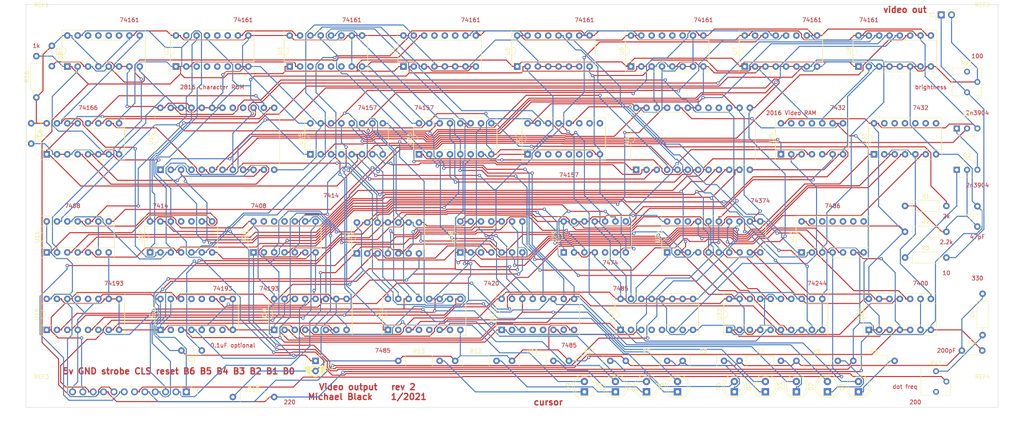
<source format=kicad_pcb>
(kicad_pcb (version 20171130) (host pcbnew 5.1.6-c6e7f7d~87~ubuntu16.04.1)
  (layers (0 F.Cu signal) (31 B.Cu signal) (34 B.Paste user) (35 F.Paste user) (36 B.SilkS user) (37 F.SilkS user) (38 B.Mask user) (39 F.Mask user) (44 Edge.Cuts user))
  (net 0 "")
  (net 1 GND)
  (net 2 "Net-(C1-Pad1)")
  (net 3 "Net-(C2-Pad1)")
  (net 4 "Net-(J1-Pad1)")
  (net 5 +5V)
  (net 6 charinStrobe)
  (net 7 reset)
  (net 8 charin6)
  (net 9 charin5)
  (net 10 charin4)
  (net 11 charin3)
  (net 12 charin2)
  (net 13 charin1)
  (net 14 charin0)
  (net 15 "Net-(Q1-Pad1)")
  (net 16 "Net-(Q1-Pad2)")
  (net 17 "Net-(Q2-Pad1)")
  (net 18 video_shift)
  (net 19 "Net-(R4-Pad1)")
  (net 20 "Net-(RV1-Pad3)")
  (net 21 "Net-(RV2-Pad1)")
  (net 22 dotclk)
  (net 23 "Net-(U1-Pad15)")
  (net 24 "Net-(U1-Pad14)")
  (net 25 "Net-(U1-Pad13)")
  (net 26 "Net-(U1-Pad12)")
  (net 27 "Net-(U1-Pad11)")
  (net 28 "Net-(U1-Pad9)")
  (net 29 "Net-(U2-Pad15)")
  (net 30 H4)
  (net 31 "Net-(U2-Pad6)")
  (net 32 ~HACTIVE)
  (net 33 "Net-(U2-Pad5)")
  (net 34 "Net-(U2-Pad12)")
  (net 35 "Net-(U2-Pad4)")
  (net 36 "Net-(U2-Pad11)")
  (net 37 "Net-(U2-Pad3)")
  (net 38 "Net-(U2-Pad10)")
  (net 39 H0)
  (net 40 "Net-(U3-Pad6)")
  (net 41 H1)
  (net 42 "Net-(U3-Pad5)")
  (net 43 H2)
  (net 44 "Net-(U3-Pad4)")
  (net 45 H3)
  (net 46 "Net-(U3-Pad3)")
  (net 47 "Net-(U12-Pad5)")
  (net 48 VBLANK)
  (net 49 "Net-(U4-Pad13)")
  (net 50 "Net-(U4-Pad12)")
  (net 51 "Net-(U4-Pad11)")
  (net 52 "Net-(U4-Pad10)")
  (net 53 "Net-(U12-Pad6)")
  (net 54 "Net-(U5-Pad14)")
  (net 55 "Net-(U5-Pad13)")
  (net 56 "Net-(U13-Pad2)")
  (net 57 "Net-(U13-Pad1)")
  (net 58 "Net-(U5-Pad10)")
  (net 59 "Net-(U6-Pad14)")
  (net 60 "Net-(U6-Pad13)")
  (net 61 "Net-(U6-Pad12)")
  (net 62 "Net-(U6-Pad11)")
  (net 63 "Net-(U7-Pad15)")
  (net 64 VACTIVE)
  (net 65 V1)
  (net 66 V2)
  (net 67 V3)
  (net 68 "Net-(U7-Pad11)")
  (net 69 "Net-(U7-Pad10)")
  (net 70 charline0)
  (net 71 charline1)
  (net 72 charline2)
  (net 73 V0)
  (net 74 "Net-(U10-Pad17)")
  (net 75 "Net-(U11-Pad4)")
  (net 76 "Net-(U10-Pad16)")
  (net 77 "Net-(U10-Pad11)")
  (net 78 "Net-(U10-Pad15)")
  (net 79 "Net-(U10-Pad13)")
  (net 80 char5)
  (net 81 char0)
  (net 82 char1)
  (net 83 char2)
  (net 84 char3)
  (net 85 char4)
  (net 86 "Net-(U11-Pad6)")
  (net 87 HACTIVE)
  (net 88 "Net-(U11-Pad11)")
  (net 89 HBLANK)
  (net 90 "Net-(U13-Pad6)")
  (net 91 ~vramWrite)
  (net 92 "Net-(U14-Pad8)")
  (net 93 "Net-(U14-Pad7)")
  (net 94 "Net-(U14-Pad6)")
  (net 95 "Net-(U14-Pad5)")
  (net 96 "Net-(U14-Pad4)")
  (net 97 "Net-(U14-Pad3)")
  (net 98 cursorY1)
  (net 99 cursorY3)
  (net 100 cursorY0)
  (net 101 cursorY2)
  (net 102 cursorX2)
  (net 103 cursorX4)
  (net 104 cursorX1)
  (net 105 cursorX3)
  (net 106 "Net-(U17-Pad7)")
  (net 107 "Net-(U17-Pad6)")
  (net 108 cursorX0)
  (net 109 "Net-(U17-Pad5)")
  (net 110 "Net-(U17-Pad4)")
  (net 111 "Net-(U17-Pad11)")
  (net 112 "Net-(U17-Pad3)")
  (net 113 "Net-(U17-Pad10)")
  (net 114 "Net-(U17-Pad2)")
  (net 115 "Net-(U17-Pad9)")
  (net 116 "Net-(U18-Pad13)")
  (net 117 "Net-(U18-Pad5)")
  (net 118 "Net-(U18-Pad12)")
  (net 119 "Net-(U19-Pad7)")
  (net 120 "Net-(U19-Pad6)")
  (net 121 "Net-(U19-Pad13)")
  (net 122 "Net-(U19-Pad5)")
  (net 123 "Net-(U19-Pad12)")
  (net 124 "Net-(U19-Pad4)")
  (net 125 "Net-(U19-Pad2)")
  (net 126 cursor_inc)
  (net 127 ~BS)
  (net 128 "Net-(U21-Pad7)")
  (net 129 "Net-(U21-Pad6)")
  (net 130 "Net-(U21-Pad5)")
  (net 131 "Net-(U21-Pad4)")
  (net 132 "Net-(U21-Pad2)")
  (net 133 "Net-(U22-Pad7)")
  (net 134 "Net-(U22-Pad6)")
  (net 135 "Net-(U22-Pad5)")
  (net 136 "Net-(U22-Pad4)")
  (net 137 "Net-(U22-Pad2)")
  (net 138 "Net-(U23-Pad7)")
  (net 139 videoAtCursor)
  (net 140 "Net-(U23-Pad5)")
  (net 141 "Net-(U23-Pad4)")
  (net 142 "Net-(U23-Pad2)")
  (net 143 "Net-(U24-Pad19)")
  (net 144 "Net-(U24-Pad18)")
  (net 145 "Net-(U25-Pad6)")
  (net 146 "Net-(U25-Pad4)")
  (net 147 "Net-(U26-Pad3)")
  (net 148 "Net-(U27-Pad6)")
  (net 149 "Net-(U27-Pad4)")
  (net 150 "Net-(U27-Pad2)")
  (net 151 "Net-(U27-Pad8)")
  (net 152 "Net-(U29-Pad5)")
  (net 153 "Net-(D1-Pad1)")
  (net 154 "Net-(D2-Pad1)")
  (net 155 "Net-(D3-Pad1)")
  (net 156 "Net-(D4-Pad1)")
  (net 157 "Net-(D5-Pad1)")
  (net 158 "Net-(D6-Pad1)")
  (net 159 "Net-(D7-Pad1)")
  (net 160 "Net-(D8-Pad1)")
  (net 161 "Net-(D9-Pad1)")
  (net 162 CLS)
  (net 163 "Net-(U25-Pad1)")
  (net 164 char6)
  (net 165 "Net-(U10-Pad10)")
  (net 166 "Net-(U10-Pad14)")
  (net 167 "Net-(U10-Pad9)")
  (net 168 "Net-(U14-Pad23)")
  (net 169 "Net-(U14-Pad20)")
  (net 170 "Net-(U14-Pad17)")
  (net 171 "Net-(U14-Pad16)")
  (net 172 "Net-(U14-Pad2)")
  (net 173 "Net-(U14-Pad1)")
  (net 174 "Net-(U26-Pad10)")
  (net 175 "Net-(U32-Pad3)")
  (net 176 "Net-(U26-Pad4)")
  (net 177 "Net-(U28-Pad6)")
  (net 178 "Net-(U28-Pad8)")
  (net 179 "Net-(U29-Pad8)")
  (net 180 "Net-(U30-Pad6)")
  (net 181 "Net-(U30-Pad8)")
  (net 182 "Net-(C3-Pad1)")
  (net 183 "Net-(U19-Pad11)")
  (net 184 CR)
  (module Capacitor_THT:C_Disc_D4.3mm_W1.9mm_P5.00mm (layer F.Cu) (at 1.27 29.21 270)
    (fp_text reference C6 (at 2.5 -2.2 90) (layer F.SilkS))
    (fp_text value 0.1uF)
    (pad 2 thru_hole circle (at 5 0 270) (size 1.6 1.6) (drill 0.8) (layers *.Cu *.Mask) (net 1 GND))
    (pad 1 thru_hole circle (at 0 0 270) (size 1.6 1.6) (drill 0.8) (layers *.Cu *.Mask) (net 5 +5V))
  )
  (module Capacitor_THT:C_Disc_D4.3mm_W1.9mm_P5.00mm (layer F.Cu) (at 6.35 10.16 270)
    (fp_text reference C5 (at 2.5 -2.2 90) (layer F.SilkS))
    (fp_text value 0.1uF)
    (pad 2 thru_hole circle (at 5 0 270) (size 1.6 1.6) (drill 0.8) (layers *.Cu *.Mask) (net 1 GND))
    (pad 1 thru_hole circle (at 0 0 270) (size 1.6 1.6) (drill 0.8) (layers *.Cu *.Mask) (net 5 +5V))
  )
  (module MountingHole:MountingHole_2.7mm_M2.5 (layer F.Cu) (at 3.81 95.25)
    (fp_text reference REF3 (at 0 -3.7) (layer F.SilkS))
    (fp_text value MountingHole_2.7mm_M2.5)
    (pad 1 np_thru_hole circle (at 0 0) (size 2.7 2.7) (drill 2.7) (layers *.Cu *.Mask))
  )
  (module MountingHole:MountingHole_2.7mm_M2.5 (layer F.Cu) (at 234.95 95.25)
    (fp_text reference REF4 (at 0 -3.7) (layer F.SilkS))
    (fp_text value MountingHole_2.7mm_M2.5)
    (pad 1 np_thru_hole circle (at 0 0) (size 2.7 2.7) (drill 2.7) (layers *.Cu *.Mask))
  )
  (module MountingHole:MountingHole_2.7mm_M2.5 (layer F.Cu) (at 234.95 3.81)
    (fp_text reference REF2 (at 0 -3.7) (layer F.SilkS))
    (fp_text value MountingHole_2.7mm_M2.5)
    (pad 1 np_thru_hole circle (at 0 0) (size 2.7 2.7) (drill 2.7) (layers *.Cu *.Mask))
  )
  (module MountingHole:MountingHole_2.7mm_M2.5 (layer F.Cu) (at 3.81 3.81)
    (fp_text reference REF1 (at 0 -3.7) (layer F.SilkS))
    (fp_text value MountingHole_2.7mm_M2.5)
    (pad 1 np_thru_hole circle (at 0 0) (size 2.7 2.7) (drill 2.7) (layers *.Cu *.Mask))
  )
  (module Package_DIP:DIP-14_W7.62mm_Socket (layer F.Cu) (at 208.28 36.83 90)
    (fp_text reference U31 (at 3.81 -2.33 90) (layer F.SilkS))
    (fp_text value 74LS32)
    (pad 14 thru_hole oval (at 7.62 0 90) (size 1.6 1.6) (drill 0.8) (layers *.Cu *.Mask) (net 5 +5V))
    (pad 7 thru_hole oval (at 0 15.24 90) (size 1.6 1.6) (drill 0.8) (layers *.Cu *.Mask) (net 1 GND))
    (pad 13 thru_hole oval (at 7.62 2.54 90) (size 1.6 1.6) (drill 0.8) (layers *.Cu *.Mask))
    (pad 6 thru_hole oval (at 0 12.7 90) (size 1.6 1.6) (drill 0.8) (layers *.Cu *.Mask) (net 127 ~BS))
    (pad 12 thru_hole oval (at 7.62 5.08 90) (size 1.6 1.6) (drill 0.8) (layers *.Cu *.Mask))
    (pad 5 thru_hole oval (at 0 10.16 90) (size 1.6 1.6) (drill 0.8) (layers *.Cu *.Mask) (net 181 "Net-(U30-Pad8)"))
    (pad 11 thru_hole oval (at 7.62 7.62 90) (size 1.6 1.6) (drill 0.8) (layers *.Cu *.Mask))
    (pad 4 thru_hole oval (at 0 7.62 90) (size 1.6 1.6) (drill 0.8) (layers *.Cu *.Mask) (net 178 "Net-(U28-Pad8)"))
    (pad 10 thru_hole oval (at 7.62 10.16 90) (size 1.6 1.6) (drill 0.8) (layers *.Cu *.Mask))
    (pad 3 thru_hole oval (at 0 5.08 90) (size 1.6 1.6) (drill 0.8) (layers *.Cu *.Mask) (net 182 "Net-(C3-Pad1)"))
    (pad 9 thru_hole oval (at 7.62 12.7 90) (size 1.6 1.6) (drill 0.8) (layers *.Cu *.Mask))
    (pad 2 thru_hole oval (at 0 2.54 90) (size 1.6 1.6) (drill 0.8) (layers *.Cu *.Mask) (net 181 "Net-(U30-Pad8)"))
    (pad 8 thru_hole oval (at 7.62 15.24 90) (size 1.6 1.6) (drill 0.8) (layers *.Cu *.Mask))
    (pad 1 thru_hole rect (at 0 0 90) (size 1.6 1.6) (drill 0.8) (layers *.Cu *.Mask) (net 177 "Net-(U28-Pad6)"))
  )
  (module Package_DIP:DIP-14_W7.62mm_Socket (layer F.Cu) (at 207.01 80.01 90)
    (fp_text reference U30 (at 3.81 -2.33 90) (layer F.SilkS))
    (fp_text value 74LS00)
    (pad 14 thru_hole oval (at 7.62 0 90) (size 1.6 1.6) (drill 0.8) (layers *.Cu *.Mask) (net 5 +5V))
    (pad 7 thru_hole oval (at 0 15.24 90) (size 1.6 1.6) (drill 0.8) (layers *.Cu *.Mask) (net 1 GND))
    (pad 13 thru_hole oval (at 7.62 2.54 90) (size 1.6 1.6) (drill 0.8) (layers *.Cu *.Mask) (net 184 CR))
    (pad 6 thru_hole oval (at 0 12.7 90) (size 1.6 1.6) (drill 0.8) (layers *.Cu *.Mask) (net 180 "Net-(U30-Pad6)"))
    (pad 12 thru_hole oval (at 7.62 5.08 90) (size 1.6 1.6) (drill 0.8) (layers *.Cu *.Mask) (net 184 CR))
    (pad 5 thru_hole oval (at 0 10.16 90) (size 1.6 1.6) (drill 0.8) (layers *.Cu *.Mask) (net 90 "Net-(U13-Pad6)"))
    (pad 11 thru_hole oval (at 7.62 7.62 90) (size 1.6 1.6) (drill 0.8) (layers *.Cu *.Mask) (net 183 "Net-(U19-Pad11)"))
    (pad 4 thru_hole oval (at 0 7.62 90) (size 1.6 1.6) (drill 0.8) (layers *.Cu *.Mask) (net 90 "Net-(U13-Pad6)"))
    (pad 10 thru_hole oval (at 7.62 10.16 90) (size 1.6 1.6) (drill 0.8) (layers *.Cu *.Mask) (net 6 charinStrobe))
    (pad 3 thru_hole oval (at 0 5.08 90) (size 1.6 1.6) (drill 0.8) (layers *.Cu *.Mask) (net 176 "Net-(U26-Pad4)"))
    (pad 9 thru_hole oval (at 7.62 12.7 90) (size 1.6 1.6) (drill 0.8) (layers *.Cu *.Mask) (net 180 "Net-(U30-Pad6)"))
    (pad 2 thru_hole oval (at 0 2.54 90) (size 1.6 1.6) (drill 0.8) (layers *.Cu *.Mask) (net 162 CLS))
    (pad 8 thru_hole oval (at 7.62 15.24 90) (size 1.6 1.6) (drill 0.8) (layers *.Cu *.Mask) (net 181 "Net-(U30-Pad8)"))
    (pad 1 thru_hole rect (at 0 0 90) (size 1.6 1.6) (drill 0.8) (layers *.Cu *.Mask) (net 162 CLS))
  )
  (module Resistor_THT:R_Axial_DIN0207_L6.3mm_D2.5mm_P10.16mm_Horizontal (layer F.Cu) (at 2.54 22.86 90)
    (fp_text reference R16 (at 5.08 -2.37 90) (layer F.SilkS))
    (fp_text value 1k)
    (pad 2 thru_hole oval (at 10.16 0 90) (size 1.6 1.6) (drill 0.8) (layers *.Cu *.Mask) (net 7 reset))
    (pad 1 thru_hole circle (at 0 0 90) (size 1.6 1.6) (drill 0.8) (layers *.Cu *.Mask) (net 5 +5V))
  )
  (module Resistor_THT:R_Axial_DIN0207_L6.3mm_D2.5mm_P10.16mm_Horizontal (layer F.Cu) (at 50.8 96.52)
    (fp_text reference R15 (at 5.08 -2.37) (layer F.SilkS))
    (fp_text value 220)
    (pad 2 thru_hole oval (at 10.16 0) (size 1.6 1.6) (drill 0.8) (layers *.Cu *.Mask) (net 162 CLS))
    (pad 1 thru_hole circle (at 0 0) (size 1.6 1.6) (drill 0.8) (layers *.Cu *.Mask) (net 1 GND))
  )
  (module Capacitor_THT:CP_Radial_D5.0mm_P2.50mm (layer F.Cu) (at 71.12 87.63 270)
    (fp_text reference C4 (at 1.25 -3.75 90) (layer F.SilkS))
    (fp_text value CP)
    (pad 2 thru_hole circle (at 2.5 0 270) (size 1.6 1.6) (drill 0.8) (layers *.Cu *.Mask) (net 1 GND))
    (pad 1 thru_hole rect (at 0 0 270) (size 1.6 1.6) (drill 0.8) (layers *.Cu *.Mask) (net 5 +5V))
  )
  (module Capacitor_THT:C_Disc_D4.3mm_W1.9mm_P5.00mm (layer F.Cu) (at 43.18 85.09 180)
    (fp_text reference C3 (at 2.5 -2.2) (layer F.SilkS))
    (fp_text value 0.1uF)
    (pad 2 thru_hole circle (at 5 0 180) (size 1.6 1.6) (drill 0.8) (layers *.Cu *.Mask) (net 5 +5V))
    (pad 1 thru_hole circle (at 0 0 180) (size 1.6 1.6) (drill 0.8) (layers *.Cu *.Mask) (net 182 "Net-(C3-Pad1)"))
  )
  (module Package_DIP:DIP-24_W15.24mm (layer F.Cu) (at 149.86 40.64 90)
    (fp_text reference U14 (at 7.62 -2.33 90) (layer F.SilkS))
    (fp_text value 2016)
    (pad 1 thru_hole rect (at 0 0 90) (size 1.6 1.6) (drill 0.8) (layers *.Cu *.Mask) (net 173 "Net-(U14-Pad1)"))
    (pad 13 thru_hole oval (at 15.24 27.94 90) (size 1.6 1.6) (drill 0.8) (layers *.Cu *.Mask) (net 84 char3))
    (pad 2 thru_hole oval (at 0 2.54 90) (size 1.6 1.6) (drill 0.8) (layers *.Cu *.Mask) (net 172 "Net-(U14-Pad2)"))
    (pad 14 thru_hole oval (at 15.24 25.4 90) (size 1.6 1.6) (drill 0.8) (layers *.Cu *.Mask) (net 85 char4))
    (pad 3 thru_hole oval (at 0 5.08 90) (size 1.6 1.6) (drill 0.8) (layers *.Cu *.Mask) (net 97 "Net-(U14-Pad3)"))
    (pad 15 thru_hole oval (at 15.24 22.86 90) (size 1.6 1.6) (drill 0.8) (layers *.Cu *.Mask) (net 80 char5))
    (pad 4 thru_hole oval (at 0 7.62 90) (size 1.6 1.6) (drill 0.8) (layers *.Cu *.Mask) (net 96 "Net-(U14-Pad4)"))
    (pad 16 thru_hole oval (at 15.24 20.32 90) (size 1.6 1.6) (drill 0.8) (layers *.Cu *.Mask) (net 171 "Net-(U14-Pad16)"))
    (pad 5 thru_hole oval (at 0 10.16 90) (size 1.6 1.6) (drill 0.8) (layers *.Cu *.Mask) (net 95 "Net-(U14-Pad5)"))
    (pad 17 thru_hole oval (at 15.24 17.78 90) (size 1.6 1.6) (drill 0.8) (layers *.Cu *.Mask) (net 170 "Net-(U14-Pad17)"))
    (pad 6 thru_hole oval (at 0 12.7 90) (size 1.6 1.6) (drill 0.8) (layers *.Cu *.Mask) (net 94 "Net-(U14-Pad6)"))
    (pad 18 thru_hole oval (at 15.24 15.24 90) (size 1.6 1.6) (drill 0.8) (layers *.Cu *.Mask) (net 1 GND))
    (pad 7 thru_hole oval (at 0 15.24 90) (size 1.6 1.6) (drill 0.8) (layers *.Cu *.Mask) (net 93 "Net-(U14-Pad7)"))
    (pad 19 thru_hole oval (at 15.24 12.7 90) (size 1.6 1.6) (drill 0.8) (layers *.Cu *.Mask) (net 1 GND))
    (pad 8 thru_hole oval (at 0 17.78 90) (size 1.6 1.6) (drill 0.8) (layers *.Cu *.Mask) (net 92 "Net-(U14-Pad8)"))
    (pad 20 thru_hole oval (at 15.24 10.16 90) (size 1.6 1.6) (drill 0.8) (layers *.Cu *.Mask) (net 169 "Net-(U14-Pad20)"))
    (pad 9 thru_hole oval (at 0 20.32 90) (size 1.6 1.6) (drill 0.8) (layers *.Cu *.Mask) (net 81 char0))
    (pad 21 thru_hole oval (at 15.24 7.62 90) (size 1.6 1.6) (drill 0.8) (layers *.Cu *.Mask) (net 91 ~vramWrite))
    (pad 10 thru_hole oval (at 0 22.86 90) (size 1.6 1.6) (drill 0.8) (layers *.Cu *.Mask) (net 82 char1))
    (pad 22 thru_hole oval (at 15.24 5.08 90) (size 1.6 1.6) (drill 0.8) (layers *.Cu *.Mask) (net 1 GND))
    (pad 11 thru_hole oval (at 0 25.4 90) (size 1.6 1.6) (drill 0.8) (layers *.Cu *.Mask) (net 83 char2))
    (pad 23 thru_hole oval (at 15.24 2.54 90) (size 1.6 1.6) (drill 0.8) (layers *.Cu *.Mask) (net 168 "Net-(U14-Pad23)"))
    (pad 12 thru_hole oval (at 0 27.94 90) (size 1.6 1.6) (drill 0.8) (layers *.Cu *.Mask) (net 1 GND))
    (pad 24 thru_hole oval (at 15.24 0 90) (size 1.6 1.6) (drill 0.8) (layers *.Cu *.Mask) (net 5 +5V))
  )
  (module Package_DIP:DIP-24_W15.24mm (layer F.Cu) (at 33.02 40.64 90)
    (fp_text reference U10 (at 7.62 -2.33 90) (layer F.SilkS))
    (fp_text value 2816)
    (pad 24 thru_hole oval (at 15.24 0 90) (size 1.6 1.6) (drill 0.8) (layers *.Cu *.Mask) (net 5 +5V))
    (pad 12 thru_hole oval (at 0 27.94 90) (size 1.6 1.6) (drill 0.8) (layers *.Cu *.Mask) (net 1 GND))
    (pad 23 thru_hole oval (at 15.24 2.54 90) (size 1.6 1.6) (drill 0.8) (layers *.Cu *.Mask) (net 80 char5))
    (pad 11 thru_hole oval (at 0 25.4 90) (size 1.6 1.6) (drill 0.8) (layers *.Cu *.Mask) (net 77 "Net-(U10-Pad11)"))
    (pad 22 thru_hole oval (at 15.24 5.08 90) (size 1.6 1.6) (drill 0.8) (layers *.Cu *.Mask) (net 1 GND))
    (pad 10 thru_hole oval (at 0 22.86 90) (size 1.6 1.6) (drill 0.8) (layers *.Cu *.Mask) (net 165 "Net-(U10-Pad10)"))
    (pad 21 thru_hole oval (at 15.24 7.62 90) (size 1.6 1.6) (drill 0.8) (layers *.Cu *.Mask) (net 5 +5V))
    (pad 9 thru_hole oval (at 0 20.32 90) (size 1.6 1.6) (drill 0.8) (layers *.Cu *.Mask) (net 167 "Net-(U10-Pad9)"))
    (pad 20 thru_hole oval (at 15.24 10.16 90) (size 1.6 1.6) (drill 0.8) (layers *.Cu *.Mask) (net 1 GND))
    (pad 8 thru_hole oval (at 0 17.78 90) (size 1.6 1.6) (drill 0.8) (layers *.Cu *.Mask) (net 70 charline0))
    (pad 19 thru_hole oval (at 15.24 12.7 90) (size 1.6 1.6) (drill 0.8) (layers *.Cu *.Mask) (net 1 GND))
    (pad 7 thru_hole oval (at 0 15.24 90) (size 1.6 1.6) (drill 0.8) (layers *.Cu *.Mask) (net 71 charline1))
    (pad 18 thru_hole oval (at 15.24 15.24 90) (size 1.6 1.6) (drill 0.8) (layers *.Cu *.Mask) (net 1 GND))
    (pad 6 thru_hole oval (at 0 12.7 90) (size 1.6 1.6) (drill 0.8) (layers *.Cu *.Mask) (net 72 charline2))
    (pad 17 thru_hole oval (at 15.24 17.78 90) (size 1.6 1.6) (drill 0.8) (layers *.Cu *.Mask) (net 74 "Net-(U10-Pad17)"))
    (pad 5 thru_hole oval (at 0 10.16 90) (size 1.6 1.6) (drill 0.8) (layers *.Cu *.Mask) (net 81 char0))
    (pad 16 thru_hole oval (at 15.24 20.32 90) (size 1.6 1.6) (drill 0.8) (layers *.Cu *.Mask) (net 76 "Net-(U10-Pad16)"))
    (pad 4 thru_hole oval (at 0 7.62 90) (size 1.6 1.6) (drill 0.8) (layers *.Cu *.Mask) (net 82 char1))
    (pad 15 thru_hole oval (at 15.24 22.86 90) (size 1.6 1.6) (drill 0.8) (layers *.Cu *.Mask) (net 78 "Net-(U10-Pad15)"))
    (pad 3 thru_hole oval (at 0 5.08 90) (size 1.6 1.6) (drill 0.8) (layers *.Cu *.Mask) (net 83 char2))
    (pad 14 thru_hole oval (at 15.24 25.4 90) (size 1.6 1.6) (drill 0.8) (layers *.Cu *.Mask) (net 166 "Net-(U10-Pad14)"))
    (pad 2 thru_hole oval (at 0 2.54 90) (size 1.6 1.6) (drill 0.8) (layers *.Cu *.Mask) (net 84 char3))
    (pad 13 thru_hole oval (at 15.24 27.94 90) (size 1.6 1.6) (drill 0.8) (layers *.Cu *.Mask) (net 79 "Net-(U10-Pad13)"))
    (pad 1 thru_hole rect (at 0 0 90) (size 1.6 1.6) (drill 0.8) (layers *.Cu *.Mask) (net 85 char4))
  )
  (module Package_DIP:DIP-20_W7.62mm_Socket (layer F.Cu) (at 172.72 80.01 90)
    (fp_text reference U32 (at 3.81 -2.33 90) (layer F.SilkS))
    (fp_text value 74LS244)
    (pad 20 thru_hole oval (at 7.62 0 90) (size 1.6 1.6) (drill 0.8) (layers *.Cu *.Mask) (net 5 +5V))
    (pad 10 thru_hole oval (at 0 22.86 90) (size 1.6 1.6) (drill 0.8) (layers *.Cu *.Mask) (net 1 GND))
    (pad 19 thru_hole oval (at 7.62 2.54 90) (size 1.6 1.6) (drill 0.8) (layers *.Cu *.Mask) (net 176 "Net-(U26-Pad4)"))
    (pad 9 thru_hole oval (at 0 20.32 90) (size 1.6 1.6) (drill 0.8) (layers *.Cu *.Mask) (net 85 char4))
    (pad 18 thru_hole oval (at 7.62 5.08 90) (size 1.6 1.6) (drill 0.8) (layers *.Cu *.Mask) (net 81 char0))
    (pad 8 thru_hole oval (at 0 17.78 90) (size 1.6 1.6) (drill 0.8) (layers *.Cu *.Mask) (net 1 GND))
    (pad 17 thru_hole oval (at 7.62 7.62 90) (size 1.6 1.6) (drill 0.8) (layers *.Cu *.Mask) (net 1 GND))
    (pad 7 thru_hole oval (at 0 15.24 90) (size 1.6 1.6) (drill 0.8) (layers *.Cu *.Mask) (net 80 char5))
    (pad 16 thru_hole oval (at 7.62 10.16 90) (size 1.6 1.6) (drill 0.8) (layers *.Cu *.Mask) (net 82 char1))
    (pad 6 thru_hole oval (at 0 12.7 90) (size 1.6 1.6) (drill 0.8) (layers *.Cu *.Mask) (net 1 GND))
    (pad 15 thru_hole oval (at 7.62 12.7 90) (size 1.6 1.6) (drill 0.8) (layers *.Cu *.Mask) (net 1 GND))
    (pad 5 thru_hole oval (at 0 10.16 90) (size 1.6 1.6) (drill 0.8) (layers *.Cu *.Mask) (net 164 char6))
    (pad 14 thru_hole oval (at 7.62 15.24 90) (size 1.6 1.6) (drill 0.8) (layers *.Cu *.Mask) (net 83 char2))
    (pad 4 thru_hole oval (at 0 7.62 90) (size 1.6 1.6) (drill 0.8) (layers *.Cu *.Mask) (net 1 GND))
    (pad 13 thru_hole oval (at 7.62 17.78 90) (size 1.6 1.6) (drill 0.8) (layers *.Cu *.Mask) (net 5 +5V))
    (pad 3 thru_hole oval (at 0 5.08 90) (size 1.6 1.6) (drill 0.8) (layers *.Cu *.Mask) (net 175 "Net-(U32-Pad3)"))
    (pad 12 thru_hole oval (at 7.62 20.32 90) (size 1.6 1.6) (drill 0.8) (layers *.Cu *.Mask) (net 84 char3))
    (pad 2 thru_hole oval (at 0 2.54 90) (size 1.6 1.6) (drill 0.8) (layers *.Cu *.Mask) (net 1 GND))
    (pad 11 thru_hole oval (at 7.62 22.86 90) (size 1.6 1.6) (drill 0.8) (layers *.Cu *.Mask) (net 1 GND))
    (pad 1 thru_hole rect (at 0 0 90) (size 1.6 1.6) (drill 0.8) (layers *.Cu *.Mask) (net 176 "Net-(U26-Pad4)"))
  )
  (module Resistor_THT:R_Axial_DIN0207_L6.3mm_D2.5mm_P10.16mm_Horizontal (layer F.Cu) (at 91.44 87.63)
    (fp_text reference R13 (at 5.08 -2.37) (layer F.SilkS))
    (fp_text value 1k)
    (pad 2 thru_hole oval (at 10.16 0) (size 1.6 1.6) (drill 0.8) (layers *.Cu *.Mask) (net 161 "Net-(D9-Pad1)"))
    (pad 1 thru_hole circle (at 0 0) (size 1.6 1.6) (drill 0.8) (layers *.Cu *.Mask) (net 1 GND))
  )
  (module Resistor_THT:R_Axial_DIN0207_L6.3mm_D2.5mm_P10.16mm_Horizontal (layer F.Cu) (at 105.41 87.63)
    (fp_text reference R12 (at 5.08 -2.37) (layer F.SilkS))
    (fp_text value 1k)
    (pad 2 thru_hole oval (at 10.16 0) (size 1.6 1.6) (drill 0.8) (layers *.Cu *.Mask) (net 160 "Net-(D8-Pad1)"))
    (pad 1 thru_hole circle (at 0 0) (size 1.6 1.6) (drill 0.8) (layers *.Cu *.Mask) (net 1 GND))
  )
  (module Resistor_THT:R_Axial_DIN0207_L6.3mm_D2.5mm_P10.16mm_Horizontal (layer F.Cu) (at 119.38 87.63)
    (fp_text reference R11 (at 5.08 -2.37) (layer F.SilkS))
    (fp_text value 1k)
    (pad 2 thru_hole oval (at 10.16 0) (size 1.6 1.6) (drill 0.8) (layers *.Cu *.Mask) (net 159 "Net-(D7-Pad1)"))
    (pad 1 thru_hole circle (at 0 0) (size 1.6 1.6) (drill 0.8) (layers *.Cu *.Mask) (net 1 GND))
  )
  (module Resistor_THT:R_Axial_DIN0207_L6.3mm_D2.5mm_P10.16mm_Horizontal (layer F.Cu) (at 133.35 87.63)
    (fp_text reference R10 (at 5.08 -2.37) (layer F.SilkS))
    (fp_text value 1k)
    (pad 2 thru_hole oval (at 10.16 0) (size 1.6 1.6) (drill 0.8) (layers *.Cu *.Mask) (net 158 "Net-(D6-Pad1)"))
    (pad 1 thru_hole circle (at 0 0) (size 1.6 1.6) (drill 0.8) (layers *.Cu *.Mask) (net 1 GND))
  )
  (module Resistor_THT:R_Axial_DIN0207_L6.3mm_D2.5mm_P10.16mm_Horizontal (layer F.Cu) (at 147.32 87.63)
    (fp_text reference R9 (at 5.08 -2.37) (layer F.SilkS))
    (fp_text value 1k)
    (pad 2 thru_hole oval (at 10.16 0) (size 1.6 1.6) (drill 0.8) (layers *.Cu *.Mask) (net 157 "Net-(D5-Pad1)"))
    (pad 1 thru_hole circle (at 0 0) (size 1.6 1.6) (drill 0.8) (layers *.Cu *.Mask) (net 1 GND))
  )
  (module Resistor_THT:R_Axial_DIN0207_L6.3mm_D2.5mm_P10.16mm_Horizontal (layer F.Cu) (at 161.29 87.63)
    (fp_text reference R8 (at 5.08 -2.37) (layer F.SilkS))
    (fp_text value 1k)
    (pad 2 thru_hole oval (at 10.16 0) (size 1.6 1.6) (drill 0.8) (layers *.Cu *.Mask) (net 156 "Net-(D4-Pad1)"))
    (pad 1 thru_hole circle (at 0 0) (size 1.6 1.6) (drill 0.8) (layers *.Cu *.Mask) (net 1 GND))
  )
  (module Resistor_THT:R_Axial_DIN0207_L6.3mm_D2.5mm_P10.16mm_Horizontal (layer F.Cu) (at 175.26 87.63)
    (fp_text reference R7 (at 5.08 -2.37) (layer F.SilkS))
    (fp_text value 1k)
    (pad 2 thru_hole oval (at 10.16 0) (size 1.6 1.6) (drill 0.8) (layers *.Cu *.Mask) (net 155 "Net-(D3-Pad1)"))
    (pad 1 thru_hole circle (at 0 0) (size 1.6 1.6) (drill 0.8) (layers *.Cu *.Mask) (net 1 GND))
  )
  (module Resistor_THT:R_Axial_DIN0207_L6.3mm_D2.5mm_P10.16mm_Horizontal (layer F.Cu) (at 189.23 87.63)
    (fp_text reference R6 (at 5.08 -2.37) (layer F.SilkS))
    (fp_text value 1k)
    (pad 2 thru_hole oval (at 10.16 0) (size 1.6 1.6) (drill 0.8) (layers *.Cu *.Mask) (net 154 "Net-(D2-Pad1)"))
    (pad 1 thru_hole circle (at 0 0) (size 1.6 1.6) (drill 0.8) (layers *.Cu *.Mask) (net 1 GND))
  )
  (module Resistor_THT:R_Axial_DIN0207_L6.3mm_D2.5mm_P10.16mm_Horizontal (layer F.Cu) (at 203.2 87.63)
    (fp_text reference R5 (at 5.08 -2.37) (layer F.SilkS))
    (fp_text value 1k)
    (pad 2 thru_hole oval (at 10.16 0) (size 1.6 1.6) (drill 0.8) (layers *.Cu *.Mask) (net 153 "Net-(D1-Pad1)"))
    (pad 1 thru_hole circle (at 0 0) (size 1.6 1.6) (drill 0.8) (layers *.Cu *.Mask) (net 1 GND))
  )
  (module Connector_PinHeader_2.54mm:PinHeader_1x12_P2.54mm_Vertical (layer F.Cu) (at 39.37 95.25 270)
    (fp_text reference J2 (at 0 -2.33 90) (layer F.SilkS))
    (fp_text value Conn_01x12_Female)
    (pad 12 thru_hole oval (at 0 27.94 270) (size 1.7 1.7) (drill 1) (layers *.Cu *.Mask) (net 5 +5V))
    (pad 11 thru_hole oval (at 0 25.4 270) (size 1.7 1.7) (drill 1) (layers *.Cu *.Mask) (net 1 GND))
    (pad 10 thru_hole oval (at 0 22.86 270) (size 1.7 1.7) (drill 1) (layers *.Cu *.Mask) (net 6 charinStrobe))
    (pad 9 thru_hole oval (at 0 20.32 270) (size 1.7 1.7) (drill 1) (layers *.Cu *.Mask) (net 162 CLS))
    (pad 8 thru_hole oval (at 0 17.78 270) (size 1.7 1.7) (drill 1) (layers *.Cu *.Mask) (net 7 reset))
    (pad 7 thru_hole oval (at 0 15.24 270) (size 1.7 1.7) (drill 1) (layers *.Cu *.Mask) (net 8 charin6))
    (pad 6 thru_hole oval (at 0 12.7 270) (size 1.7 1.7) (drill 1) (layers *.Cu *.Mask) (net 9 charin5))
    (pad 5 thru_hole oval (at 0 10.16 270) (size 1.7 1.7) (drill 1) (layers *.Cu *.Mask) (net 10 charin4))
    (pad 4 thru_hole oval (at 0 7.62 270) (size 1.7 1.7) (drill 1) (layers *.Cu *.Mask) (net 11 charin3))
    (pad 3 thru_hole oval (at 0 5.08 270) (size 1.7 1.7) (drill 1) (layers *.Cu *.Mask) (net 12 charin2))
    (pad 2 thru_hole oval (at 0 2.54 270) (size 1.7 1.7) (drill 1) (layers *.Cu *.Mask) (net 13 charin1))
    (pad 1 thru_hole rect (at 0 0 270) (size 1.7 1.7) (drill 1) (layers *.Cu *.Mask) (net 14 charin0))
  )
  (module LED_THT:LED_D5.0mm (layer F.Cu) (at 137.16 95.25 90)
    (fp_text reference D9 (at 1.27 -3.96 90) (layer F.SilkS))
    (fp_text value LED)
    (pad 2 thru_hole circle (at 2.54 0 90) (size 1.8 1.8) (drill 0.9) (layers *.Cu *.Mask) (net 99 cursorY3))
    (pad 1 thru_hole rect (at 0 0 90) (size 1.8 1.8) (drill 0.9) (layers *.Cu *.Mask) (net 161 "Net-(D9-Pad1)"))
  )
  (module LED_THT:LED_D5.0mm (layer F.Cu) (at 144.78 95.25 90)
    (fp_text reference D8 (at 1.27 -3.96 90) (layer F.SilkS))
    (fp_text value LED)
    (pad 2 thru_hole circle (at 2.54 0 90) (size 1.8 1.8) (drill 0.9) (layers *.Cu *.Mask) (net 101 cursorY2))
    (pad 1 thru_hole rect (at 0 0 90) (size 1.8 1.8) (drill 0.9) (layers *.Cu *.Mask) (net 160 "Net-(D8-Pad1)"))
  )
  (module LED_THT:LED_D5.0mm (layer F.Cu) (at 152.4 95.25 90)
    (fp_text reference D7 (at 1.27 -3.96 90) (layer F.SilkS))
    (fp_text value LED)
    (pad 2 thru_hole circle (at 2.54 0 90) (size 1.8 1.8) (drill 0.9) (layers *.Cu *.Mask) (net 98 cursorY1))
    (pad 1 thru_hole rect (at 0 0 90) (size 1.8 1.8) (drill 0.9) (layers *.Cu *.Mask) (net 159 "Net-(D7-Pad1)"))
  )
  (module LED_THT:LED_D5.0mm (layer F.Cu) (at 160.02 95.25 90)
    (fp_text reference D6 (at 1.27 -3.96 90) (layer F.SilkS))
    (fp_text value LED)
    (pad 2 thru_hole circle (at 2.54 0 90) (size 1.8 1.8) (drill 0.9) (layers *.Cu *.Mask) (net 100 cursorY0))
    (pad 1 thru_hole rect (at 0 0 90) (size 1.8 1.8) (drill 0.9) (layers *.Cu *.Mask) (net 158 "Net-(D6-Pad1)"))
  )
  (module LED_THT:LED_D5.0mm (layer F.Cu) (at 173.99 95.25 90)
    (fp_text reference D5 (at 1.27 -3.96 90) (layer F.SilkS))
    (fp_text value LED)
    (pad 2 thru_hole circle (at 2.54 0 90) (size 1.8 1.8) (drill 0.9) (layers *.Cu *.Mask) (net 103 cursorX4))
    (pad 1 thru_hole rect (at 0 0 90) (size 1.8 1.8) (drill 0.9) (layers *.Cu *.Mask) (net 157 "Net-(D5-Pad1)"))
  )
  (module LED_THT:LED_D5.0mm (layer F.Cu) (at 181.61 95.25 90)
    (fp_text reference D4 (at 1.27 -3.96 90) (layer F.SilkS))
    (fp_text value LED)
    (pad 2 thru_hole circle (at 2.54 0 90) (size 1.8 1.8) (drill 0.9) (layers *.Cu *.Mask) (net 105 cursorX3))
    (pad 1 thru_hole rect (at 0 0 90) (size 1.8 1.8) (drill 0.9) (layers *.Cu *.Mask) (net 156 "Net-(D4-Pad1)"))
  )
  (module LED_THT:LED_D5.0mm (layer F.Cu) (at 189.23 95.25 90)
    (fp_text reference D3 (at 1.27 -3.96 90) (layer F.SilkS))
    (fp_text value LED)
    (pad 2 thru_hole circle (at 2.54 0 90) (size 1.8 1.8) (drill 0.9) (layers *.Cu *.Mask) (net 102 cursorX2))
    (pad 1 thru_hole rect (at 0 0 90) (size 1.8 1.8) (drill 0.9) (layers *.Cu *.Mask) (net 155 "Net-(D3-Pad1)"))
  )
  (module LED_THT:LED_D5.0mm (layer F.Cu) (at 196.85 95.25 90)
    (fp_text reference D2 (at 1.27 -3.96 90) (layer F.SilkS))
    (fp_text value LED)
    (pad 2 thru_hole circle (at 2.54 0 90) (size 1.8 1.8) (drill 0.9) (layers *.Cu *.Mask) (net 104 cursorX1))
    (pad 1 thru_hole rect (at 0 0 90) (size 1.8 1.8) (drill 0.9) (layers *.Cu *.Mask) (net 154 "Net-(D2-Pad1)"))
  )
  (module LED_THT:LED_D5.0mm (layer F.Cu) (at 204.47 95.25 90)
    (fp_text reference D1 (at 1.27 -3.96 90) (layer F.SilkS))
    (fp_text value LED)
    (pad 2 thru_hole circle (at 2.54 0 90) (size 1.8 1.8) (drill 0.9) (layers *.Cu *.Mask) (net 108 cursorX0))
    (pad 1 thru_hole rect (at 0 0 90) (size 1.8 1.8) (drill 0.9) (layers *.Cu *.Mask) (net 153 "Net-(D1-Pad1)"))
  )
  (module Package_DIP:DIP-14_W7.62mm_Socket (layer F.Cu) (at 132.08 60.96 90)
    (fp_text reference U29 (at 3.81 -2.33 90) (layer F.SilkS))
    (fp_text value 74LS74)
    (pad 14 thru_hole oval (at 7.62 0 90) (size 1.6 1.6) (drill 0.8) (layers *.Cu *.Mask) (net 5 +5V))
    (pad 7 thru_hole oval (at 0 15.24 90) (size 1.6 1.6) (drill 0.8) (layers *.Cu *.Mask) (net 1 GND))
    (pad 13 thru_hole oval (at 7.62 2.54 90) (size 1.6 1.6) (drill 0.8) (layers *.Cu *.Mask) (net 145 "Net-(U25-Pad6)"))
    (pad 6 thru_hole oval (at 0 12.7 90) (size 1.6 1.6) (drill 0.8) (layers *.Cu *.Mask) (net 146 "Net-(U25-Pad4)"))
    (pad 12 thru_hole oval (at 7.62 5.08 90) (size 1.6 1.6) (drill 0.8) (layers *.Cu *.Mask) (net 5 +5V))
    (pad 5 thru_hole oval (at 0 10.16 90) (size 1.6 1.6) (drill 0.8) (layers *.Cu *.Mask) (net 152 "Net-(U29-Pad5)"))
    (pad 11 thru_hole oval (at 7.62 7.62 90) (size 1.6 1.6) (drill 0.8) (layers *.Cu *.Mask) (net 87 HACTIVE))
    (pad 4 thru_hole oval (at 0 7.62 90) (size 1.6 1.6) (drill 0.8) (layers *.Cu *.Mask) (net 5 +5V))
    (pad 10 thru_hole oval (at 7.62 10.16 90) (size 1.6 1.6) (drill 0.8) (layers *.Cu *.Mask) (net 5 +5V))
    (pad 3 thru_hole oval (at 0 5.08 90) (size 1.6 1.6) (drill 0.8) (layers *.Cu *.Mask) (net 147 "Net-(U26-Pad3)"))
    (pad 9 thru_hole oval (at 7.62 12.7 90) (size 1.6 1.6) (drill 0.8) (layers *.Cu *.Mask) (net 126 cursor_inc))
    (pad 2 thru_hole oval (at 0 2.54 90) (size 1.6 1.6) (drill 0.8) (layers *.Cu *.Mask) (net 5 +5V))
    (pad 8 thru_hole oval (at 7.62 15.24 90) (size 1.6 1.6) (drill 0.8) (layers *.Cu *.Mask) (net 179 "Net-(U29-Pad8)"))
    (pad 1 thru_hole rect (at 0 0 90) (size 1.6 1.6) (drill 0.8) (layers *.Cu *.Mask) (net 126 cursor_inc))
  )
  (module Package_DIP:DIP-14_W7.62mm_Socket (layer F.Cu) (at 106.68 60.96 90)
    (fp_text reference U28 (at 3.81 -2.33 90) (layer F.SilkS))
    (fp_text value 74LS20)
    (pad 14 thru_hole oval (at 7.62 0 90) (size 1.6 1.6) (drill 0.8) (layers *.Cu *.Mask) (net 5 +5V))
    (pad 7 thru_hole oval (at 0 15.24 90) (size 1.6 1.6) (drill 0.8) (layers *.Cu *.Mask) (net 1 GND))
    (pad 13 thru_hole oval (at 7.62 2.54 90) (size 1.6 1.6) (drill 0.8) (layers *.Cu *.Mask) (net 151 "Net-(U27-Pad8)"))
    (pad 6 thru_hole oval (at 0 12.7 90) (size 1.6 1.6) (drill 0.8) (layers *.Cu *.Mask) (net 177 "Net-(U28-Pad6)"))
    (pad 12 thru_hole oval (at 7.62 5.08 90) (size 1.6 1.6) (drill 0.8) (layers *.Cu *.Mask) (net 148 "Net-(U27-Pad6)"))
    (pad 5 thru_hole oval (at 0 10.16 90) (size 1.6 1.6) (drill 0.8) (layers *.Cu *.Mask) (net 14 charin0))
    (pad 11 thru_hole oval (at 7.62 7.62 90) (size 1.6 1.6) (drill 0.8) (layers *.Cu *.Mask))
    (pad 4 thru_hole oval (at 0 7.62 90) (size 1.6 1.6) (drill 0.8) (layers *.Cu *.Mask) (net 150 "Net-(U27-Pad2)"))
    (pad 10 thru_hole oval (at 7.62 10.16 90) (size 1.6 1.6) (drill 0.8) (layers *.Cu *.Mask) (net 149 "Net-(U27-Pad4)"))
    (pad 3 thru_hole oval (at 0 5.08 90) (size 1.6 1.6) (drill 0.8) (layers *.Cu *.Mask))
    (pad 9 thru_hole oval (at 7.62 12.7 90) (size 1.6 1.6) (drill 0.8) (layers *.Cu *.Mask) (net 11 charin3))
    (pad 2 thru_hole oval (at 0 2.54 90) (size 1.6 1.6) (drill 0.8) (layers *.Cu *.Mask) (net 12 charin2))
    (pad 8 thru_hole oval (at 7.62 15.24 90) (size 1.6 1.6) (drill 0.8) (layers *.Cu *.Mask) (net 178 "Net-(U28-Pad8)"))
    (pad 1 thru_hole rect (at 0 0 90) (size 1.6 1.6) (drill 0.8) (layers *.Cu *.Mask) (net 11 charin3))
  )
  (module Package_DIP:DIP-14_W7.62mm_Socket (layer F.Cu) (at 81.28 61.22 90)
    (fp_text reference U27 (at 3.81 -2.33 90) (layer F.SilkS))
    (fp_text value 74LS14)
    (pad 14 thru_hole oval (at 7.62 0 90) (size 1.6 1.6) (drill 0.8) (layers *.Cu *.Mask) (net 5 +5V))
    (pad 7 thru_hole oval (at 0 15.24 90) (size 1.6 1.6) (drill 0.8) (layers *.Cu *.Mask) (net 1 GND))
    (pad 13 thru_hole oval (at 7.62 2.54 90) (size 1.6 1.6) (drill 0.8) (layers *.Cu *.Mask) (net 103 cursorX4))
    (pad 6 thru_hole oval (at 0 12.7 90) (size 1.6 1.6) (drill 0.8) (layers *.Cu *.Mask) (net 148 "Net-(U27-Pad6)"))
    (pad 12 thru_hole oval (at 7.62 5.08 90) (size 1.6 1.6) (drill 0.8) (layers *.Cu *.Mask) (net 174 "Net-(U26-Pad10)"))
    (pad 5 thru_hole oval (at 0 10.16 90) (size 1.6 1.6) (drill 0.8) (layers *.Cu *.Mask) (net 13 charin1))
    (pad 11 thru_hole oval (at 7.62 7.62 90) (size 1.6 1.6) (drill 0.8) (layers *.Cu *.Mask) (net 182 "Net-(C3-Pad1)"))
    (pad 4 thru_hole oval (at 0 7.62 90) (size 1.6 1.6) (drill 0.8) (layers *.Cu *.Mask) (net 149 "Net-(U27-Pad4)"))
    (pad 10 thru_hole oval (at 7.62 10.16 90) (size 1.6 1.6) (drill 0.8) (layers *.Cu *.Mask) (net 184 CR))
    (pad 3 thru_hole oval (at 0 5.08 90) (size 1.6 1.6) (drill 0.8) (layers *.Cu *.Mask) (net 12 charin2))
    (pad 9 thru_hole oval (at 7.62 12.7 90) (size 1.6 1.6) (drill 0.8) (layers *.Cu *.Mask) (net 14 charin0))
    (pad 2 thru_hole oval (at 0 2.54 90) (size 1.6 1.6) (drill 0.8) (layers *.Cu *.Mask) (net 150 "Net-(U27-Pad2)"))
    (pad 8 thru_hole oval (at 7.62 15.24 90) (size 1.6 1.6) (drill 0.8) (layers *.Cu *.Mask) (net 151 "Net-(U27-Pad8)"))
    (pad 1 thru_hole rect (at 0 0 90) (size 1.6 1.6) (drill 0.8) (layers *.Cu *.Mask) (net 13 charin1))
  )
  (module Package_DIP:DIP-14_W7.62mm_Socket (layer F.Cu) (at 55.88 60.96 90)
    (fp_text reference U26 (at 3.81 -2.33 90) (layer F.SilkS))
    (fp_text value 74LS08)
    (pad 14 thru_hole oval (at 7.62 0 90) (size 1.6 1.6) (drill 0.8) (layers *.Cu *.Mask) (net 5 +5V))
    (pad 7 thru_hole oval (at 0 15.24 90) (size 1.6 1.6) (drill 0.8) (layers *.Cu *.Mask) (net 1 GND))
    (pad 13 thru_hole oval (at 7.62 2.54 90) (size 1.6 1.6) (drill 0.8) (layers *.Cu *.Mask))
    (pad 6 thru_hole oval (at 0 12.7 90) (size 1.6 1.6) (drill 0.8) (layers *.Cu *.Mask) (net 91 ~vramWrite))
    (pad 12 thru_hole oval (at 7.62 5.08 90) (size 1.6 1.6) (drill 0.8) (layers *.Cu *.Mask))
    (pad 5 thru_hole oval (at 0 10.16 90) (size 1.6 1.6) (drill 0.8) (layers *.Cu *.Mask) (net 126 cursor_inc))
    (pad 11 thru_hole oval (at 7.62 7.62 90) (size 1.6 1.6) (drill 0.8) (layers *.Cu *.Mask))
    (pad 4 thru_hole oval (at 0 7.62 90) (size 1.6 1.6) (drill 0.8) (layers *.Cu *.Mask) (net 176 "Net-(U26-Pad4)"))
    (pad 10 thru_hole oval (at 7.62 10.16 90) (size 1.6 1.6) (drill 0.8) (layers *.Cu *.Mask) (net 174 "Net-(U26-Pad10)"))
    (pad 3 thru_hole oval (at 0 5.08 90) (size 1.6 1.6) (drill 0.8) (layers *.Cu *.Mask) (net 147 "Net-(U26-Pad3)"))
    (pad 9 thru_hole oval (at 7.62 12.7 90) (size 1.6 1.6) (drill 0.8) (layers *.Cu *.Mask) (net 183 "Net-(U19-Pad11)"))
    (pad 2 thru_hole oval (at 0 2.54 90) (size 1.6 1.6) (drill 0.8) (layers *.Cu *.Mask) (net 6 charinStrobe))
    (pad 8 thru_hole oval (at 7.62 15.24 90) (size 1.6 1.6) (drill 0.8) (layers *.Cu *.Mask) (net 117 "Net-(U18-Pad5)"))
    (pad 1 thru_hole rect (at 0 0 90) (size 1.6 1.6) (drill 0.8) (layers *.Cu *.Mask) (net 90 "Net-(U13-Pad6)"))
  )
  (module Package_DIP:DIP-14_W7.62mm_Socket (layer F.Cu) (at 185.42 36.83 90)
    (fp_text reference U25 (at 3.81 -2.33 90) (layer F.SilkS))
    (fp_text value 74LS32)
    (pad 14 thru_hole oval (at 7.62 0 90) (size 1.6 1.6) (drill 0.8) (layers *.Cu *.Mask) (net 5 +5V))
    (pad 7 thru_hole oval (at 0 15.24 90) (size 1.6 1.6) (drill 0.8) (layers *.Cu *.Mask) (net 1 GND))
    (pad 13 thru_hole oval (at 7.62 2.54 90) (size 1.6 1.6) (drill 0.8) (layers *.Cu *.Mask))
    (pad 6 thru_hole oval (at 0 12.7 90) (size 1.6 1.6) (drill 0.8) (layers *.Cu *.Mask) (net 145 "Net-(U25-Pad6)"))
    (pad 12 thru_hole oval (at 7.62 5.08 90) (size 1.6 1.6) (drill 0.8) (layers *.Cu *.Mask))
    (pad 5 thru_hole oval (at 0 10.16 90) (size 1.6 1.6) (drill 0.8) (layers *.Cu *.Mask) (net 87 HACTIVE))
    (pad 11 thru_hole oval (at 7.62 7.62 90) (size 1.6 1.6) (drill 0.8) (layers *.Cu *.Mask))
    (pad 4 thru_hole oval (at 0 7.62 90) (size 1.6 1.6) (drill 0.8) (layers *.Cu *.Mask) (net 146 "Net-(U25-Pad4)"))
    (pad 10 thru_hole oval (at 7.62 10.16 90) (size 1.6 1.6) (drill 0.8) (layers *.Cu *.Mask) (net 32 ~HACTIVE))
    (pad 3 thru_hole oval (at 0 5.08 90) (size 1.6 1.6) (drill 0.8) (layers *.Cu *.Mask) (net 75 "Net-(U11-Pad4)"))
    (pad 9 thru_hole oval (at 7.62 12.7 90) (size 1.6 1.6) (drill 0.8) (layers *.Cu *.Mask) (net 162 CLS))
    (pad 2 thru_hole oval (at 0 2.54 90) (size 1.6 1.6) (drill 0.8) (layers *.Cu *.Mask) (net 139 videoAtCursor))
    (pad 8 thru_hole oval (at 7.62 15.24 90) (size 1.6 1.6) (drill 0.8) (layers *.Cu *.Mask) (net 169 "Net-(U14-Pad20)"))
    (pad 1 thru_hole rect (at 0 0 90) (size 1.6 1.6) (drill 0.8) (layers *.Cu *.Mask) (net 163 "Net-(U25-Pad1)"))
  )
  (module Package_DIP:DIP-20_W7.62mm_Socket (layer F.Cu) (at 157.48 60.96 90)
    (fp_text reference U24 (at 3.81 -2.33 90) (layer F.SilkS))
    (fp_text value 74LS374)
    (pad 20 thru_hole oval (at 7.62 0 90) (size 1.6 1.6) (drill 0.8) (layers *.Cu *.Mask) (net 5 +5V))
    (pad 10 thru_hole oval (at 0 22.86 90) (size 1.6 1.6) (drill 0.8) (layers *.Cu *.Mask) (net 1 GND))
    (pad 19 thru_hole oval (at 7.62 2.54 90) (size 1.6 1.6) (drill 0.8) (layers *.Cu *.Mask) (net 143 "Net-(U24-Pad19)"))
    (pad 9 thru_hole oval (at 0 20.32 90) (size 1.6 1.6) (drill 0.8) (layers *.Cu *.Mask) (net 84 char3))
    (pad 18 thru_hole oval (at 7.62 5.08 90) (size 1.6 1.6) (drill 0.8) (layers *.Cu *.Mask) (net 144 "Net-(U24-Pad18)"))
    (pad 8 thru_hole oval (at 0 17.78 90) (size 1.6 1.6) (drill 0.8) (layers *.Cu *.Mask) (net 11 charin3))
    (pad 17 thru_hole oval (at 7.62 7.62 90) (size 1.6 1.6) (drill 0.8) (layers *.Cu *.Mask) (net 8 charin6))
    (pad 7 thru_hole oval (at 0 15.24 90) (size 1.6 1.6) (drill 0.8) (layers *.Cu *.Mask) (net 12 charin2))
    (pad 16 thru_hole oval (at 7.62 10.16 90) (size 1.6 1.6) (drill 0.8) (layers *.Cu *.Mask) (net 164 char6))
    (pad 6 thru_hole oval (at 0 12.7 90) (size 1.6 1.6) (drill 0.8) (layers *.Cu *.Mask) (net 83 char2))
    (pad 15 thru_hole oval (at 7.62 12.7 90) (size 1.6 1.6) (drill 0.8) (layers *.Cu *.Mask) (net 80 char5))
    (pad 5 thru_hole oval (at 0 10.16 90) (size 1.6 1.6) (drill 0.8) (layers *.Cu *.Mask) (net 82 char1))
    (pad 14 thru_hole oval (at 7.62 15.24 90) (size 1.6 1.6) (drill 0.8) (layers *.Cu *.Mask) (net 9 charin5))
    (pad 4 thru_hole oval (at 0 7.62 90) (size 1.6 1.6) (drill 0.8) (layers *.Cu *.Mask) (net 13 charin1))
    (pad 13 thru_hole oval (at 7.62 17.78 90) (size 1.6 1.6) (drill 0.8) (layers *.Cu *.Mask) (net 10 charin4))
    (pad 3 thru_hole oval (at 0 5.08 90) (size 1.6 1.6) (drill 0.8) (layers *.Cu *.Mask) (net 14 charin0))
    (pad 12 thru_hole oval (at 7.62 20.32 90) (size 1.6 1.6) (drill 0.8) (layers *.Cu *.Mask) (net 85 char4))
    (pad 2 thru_hole oval (at 0 2.54 90) (size 1.6 1.6) (drill 0.8) (layers *.Cu *.Mask) (net 81 char0))
    (pad 11 thru_hole oval (at 7.62 22.86 90) (size 1.6 1.6) (drill 0.8) (layers *.Cu *.Mask) (net 6 charinStrobe))
    (pad 1 thru_hole rect (at 0 0 90) (size 1.6 1.6) (drill 0.8) (layers *.Cu *.Mask) (net 87 HACTIVE))
  )
  (module Package_DIP:DIP-16_W7.62mm_Socket (layer F.Cu) (at 146.05 80.01 90)
    (fp_text reference U23 (at 3.81 -2.33 90) (layer F.SilkS))
    (fp_text value 74LS85)
    (pad 16 thru_hole oval (at 7.62 0 90) (size 1.6 1.6) (drill 0.8) (layers *.Cu *.Mask) (net 5 +5V))
    (pad 8 thru_hole oval (at 0 17.78 90) (size 1.6 1.6) (drill 0.8) (layers *.Cu *.Mask) (net 1 GND))
    (pad 15 thru_hole oval (at 7.62 2.54 90) (size 1.6 1.6) (drill 0.8) (layers *.Cu *.Mask) (net 39 H0))
    (pad 7 thru_hole oval (at 0 15.24 90) (size 1.6 1.6) (drill 0.8) (layers *.Cu *.Mask) (net 138 "Net-(U23-Pad7)"))
    (pad 14 thru_hole oval (at 7.62 5.08 90) (size 1.6 1.6) (drill 0.8) (layers *.Cu *.Mask) (net 1 GND))
    (pad 6 thru_hole oval (at 0 12.7 90) (size 1.6 1.6) (drill 0.8) (layers *.Cu *.Mask) (net 139 videoAtCursor))
    (pad 13 thru_hole oval (at 7.62 7.62 90) (size 1.6 1.6) (drill 0.8) (layers *.Cu *.Mask) (net 1 GND))
    (pad 5 thru_hole oval (at 0 10.16 90) (size 1.6 1.6) (drill 0.8) (layers *.Cu *.Mask) (net 140 "Net-(U23-Pad5)"))
    (pad 12 thru_hole oval (at 7.62 10.16 90) (size 1.6 1.6) (drill 0.8) (layers *.Cu *.Mask) (net 1 GND))
    (pad 4 thru_hole oval (at 0 7.62 90) (size 1.6 1.6) (drill 0.8) (layers *.Cu *.Mask) (net 141 "Net-(U23-Pad4)"))
    (pad 11 thru_hole oval (at 7.62 12.7 90) (size 1.6 1.6) (drill 0.8) (layers *.Cu *.Mask) (net 1 GND))
    (pad 3 thru_hole oval (at 0 5.08 90) (size 1.6 1.6) (drill 0.8) (layers *.Cu *.Mask) (net 134 "Net-(U22-Pad6)"))
    (pad 10 thru_hole oval (at 7.62 15.24 90) (size 1.6 1.6) (drill 0.8) (layers *.Cu *.Mask) (net 1 GND))
    (pad 2 thru_hole oval (at 0 2.54 90) (size 1.6 1.6) (drill 0.8) (layers *.Cu *.Mask) (net 142 "Net-(U23-Pad2)"))
    (pad 9 thru_hole oval (at 7.62 17.78 90) (size 1.6 1.6) (drill 0.8) (layers *.Cu *.Mask) (net 1 GND))
    (pad 1 thru_hole rect (at 0 0 90) (size 1.6 1.6) (drill 0.8) (layers *.Cu *.Mask) (net 108 cursorX0))
  )
  (module Package_DIP:DIP-16_W7.62mm_Socket (layer F.Cu) (at 116.84 80.01 90)
    (fp_text reference U22 (at 3.81 -2.33 90) (layer F.SilkS))
    (fp_text value 74LS85)
    (pad 16 thru_hole oval (at 7.62 0 90) (size 1.6 1.6) (drill 0.8) (layers *.Cu *.Mask) (net 5 +5V))
    (pad 8 thru_hole oval (at 0 17.78 90) (size 1.6 1.6) (drill 0.8) (layers *.Cu *.Mask) (net 1 GND))
    (pad 15 thru_hole oval (at 7.62 2.54 90) (size 1.6 1.6) (drill 0.8) (layers *.Cu *.Mask) (net 30 H4))
    (pad 7 thru_hole oval (at 0 15.24 90) (size 1.6 1.6) (drill 0.8) (layers *.Cu *.Mask) (net 133 "Net-(U22-Pad7)"))
    (pad 14 thru_hole oval (at 7.62 5.08 90) (size 1.6 1.6) (drill 0.8) (layers *.Cu *.Mask) (net 105 cursorX3))
    (pad 6 thru_hole oval (at 0 12.7 90) (size 1.6 1.6) (drill 0.8) (layers *.Cu *.Mask) (net 134 "Net-(U22-Pad6)"))
    (pad 13 thru_hole oval (at 7.62 7.62 90) (size 1.6 1.6) (drill 0.8) (layers *.Cu *.Mask) (net 45 H3))
    (pad 5 thru_hole oval (at 0 10.16 90) (size 1.6 1.6) (drill 0.8) (layers *.Cu *.Mask) (net 135 "Net-(U22-Pad5)"))
    (pad 12 thru_hole oval (at 7.62 10.16 90) (size 1.6 1.6) (drill 0.8) (layers *.Cu *.Mask) (net 43 H2))
    (pad 4 thru_hole oval (at 0 7.62 90) (size 1.6 1.6) (drill 0.8) (layers *.Cu *.Mask) (net 136 "Net-(U22-Pad4)"))
    (pad 11 thru_hole oval (at 7.62 12.7 90) (size 1.6 1.6) (drill 0.8) (layers *.Cu *.Mask) (net 102 cursorX2))
    (pad 3 thru_hole oval (at 0 5.08 90) (size 1.6 1.6) (drill 0.8) (layers *.Cu *.Mask) (net 129 "Net-(U21-Pad6)"))
    (pad 10 thru_hole oval (at 7.62 15.24 90) (size 1.6 1.6) (drill 0.8) (layers *.Cu *.Mask) (net 41 H1))
    (pad 2 thru_hole oval (at 0 2.54 90) (size 1.6 1.6) (drill 0.8) (layers *.Cu *.Mask) (net 137 "Net-(U22-Pad2)"))
    (pad 9 thru_hole oval (at 7.62 17.78 90) (size 1.6 1.6) (drill 0.8) (layers *.Cu *.Mask) (net 104 cursorX1))
    (pad 1 thru_hole rect (at 0 0 90) (size 1.6 1.6) (drill 0.8) (layers *.Cu *.Mask) (net 103 cursorX4))
  )
  (module Package_DIP:DIP-16_W7.62mm_Socket (layer F.Cu) (at 88.9 80.01 90)
    (fp_text reference U21 (at 3.81 -2.33 90) (layer F.SilkS))
    (fp_text value 74LS85)
    (pad 16 thru_hole oval (at 7.62 0 90) (size 1.6 1.6) (drill 0.8) (layers *.Cu *.Mask) (net 5 +5V))
    (pad 8 thru_hole oval (at 0 17.78 90) (size 1.6 1.6) (drill 0.8) (layers *.Cu *.Mask) (net 1 GND))
    (pad 15 thru_hole oval (at 7.62 2.54 90) (size 1.6 1.6) (drill 0.8) (layers *.Cu *.Mask) (net 67 V3))
    (pad 7 thru_hole oval (at 0 15.24 90) (size 1.6 1.6) (drill 0.8) (layers *.Cu *.Mask) (net 128 "Net-(U21-Pad7)"))
    (pad 14 thru_hole oval (at 7.62 5.08 90) (size 1.6 1.6) (drill 0.8) (layers *.Cu *.Mask) (net 101 cursorY2))
    (pad 6 thru_hole oval (at 0 12.7 90) (size 1.6 1.6) (drill 0.8) (layers *.Cu *.Mask) (net 129 "Net-(U21-Pad6)"))
    (pad 13 thru_hole oval (at 7.62 7.62 90) (size 1.6 1.6) (drill 0.8) (layers *.Cu *.Mask) (net 66 V2))
    (pad 5 thru_hole oval (at 0 10.16 90) (size 1.6 1.6) (drill 0.8) (layers *.Cu *.Mask) (net 130 "Net-(U21-Pad5)"))
    (pad 12 thru_hole oval (at 7.62 10.16 90) (size 1.6 1.6) (drill 0.8) (layers *.Cu *.Mask) (net 65 V1))
    (pad 4 thru_hole oval (at 0 7.62 90) (size 1.6 1.6) (drill 0.8) (layers *.Cu *.Mask) (net 131 "Net-(U21-Pad4)"))
    (pad 11 thru_hole oval (at 7.62 12.7 90) (size 1.6 1.6) (drill 0.8) (layers *.Cu *.Mask) (net 98 cursorY1))
    (pad 3 thru_hole oval (at 0 5.08 90) (size 1.6 1.6) (drill 0.8) (layers *.Cu *.Mask) (net 5 +5V))
    (pad 10 thru_hole oval (at 7.62 15.24 90) (size 1.6 1.6) (drill 0.8) (layers *.Cu *.Mask) (net 73 V0))
    (pad 2 thru_hole oval (at 0 2.54 90) (size 1.6 1.6) (drill 0.8) (layers *.Cu *.Mask) (net 132 "Net-(U21-Pad2)"))
    (pad 9 thru_hole oval (at 7.62 17.78 90) (size 1.6 1.6) (drill 0.8) (layers *.Cu *.Mask) (net 100 cursorY0))
    (pad 1 thru_hole rect (at 0 0 90) (size 1.6 1.6) (drill 0.8) (layers *.Cu *.Mask) (net 99 cursorY3))
  )
  (module Package_DIP:DIP-16_W7.62mm_Socket (layer F.Cu) (at 60.96 80.01 90)
    (fp_text reference U20 (at 3.81 -2.33 90) (layer F.SilkS))
    (fp_text value 74LS193)
    (pad 16 thru_hole oval (at 7.62 0 90) (size 1.6 1.6) (drill 0.8) (layers *.Cu *.Mask) (net 5 +5V))
    (pad 8 thru_hole oval (at 0 17.78 90) (size 1.6 1.6) (drill 0.8) (layers *.Cu *.Mask) (net 1 GND))
    (pad 15 thru_hole oval (at 7.62 2.54 90) (size 1.6 1.6) (drill 0.8) (layers *.Cu *.Mask) (net 1 GND))
    (pad 7 thru_hole oval (at 0 15.24 90) (size 1.6 1.6) (drill 0.8) (layers *.Cu *.Mask) (net 105 cursorX3))
    (pad 14 thru_hole oval (at 7.62 5.08 90) (size 1.6 1.6) (drill 0.8) (layers *.Cu *.Mask) (net 162 CLS))
    (pad 6 thru_hole oval (at 0 12.7 90) (size 1.6 1.6) (drill 0.8) (layers *.Cu *.Mask) (net 102 cursorX2))
    (pad 13 thru_hole oval (at 7.62 7.62 90) (size 1.6 1.6) (drill 0.8) (layers *.Cu *.Mask) (net 124 "Net-(U19-Pad4)"))
    (pad 5 thru_hole oval (at 0 10.16 90) (size 1.6 1.6) (drill 0.8) (layers *.Cu *.Mask) (net 126 cursor_inc))
    (pad 12 thru_hole oval (at 7.62 10.16 90) (size 1.6 1.6) (drill 0.8) (layers *.Cu *.Mask) (net 122 "Net-(U19-Pad5)"))
    (pad 4 thru_hole oval (at 0 7.62 90) (size 1.6 1.6) (drill 0.8) (layers *.Cu *.Mask) (net 127 ~BS))
    (pad 11 thru_hole oval (at 7.62 12.7 90) (size 1.6 1.6) (drill 0.8) (layers *.Cu *.Mask) (net 183 "Net-(U19-Pad11)"))
    (pad 3 thru_hole oval (at 0 5.08 90) (size 1.6 1.6) (drill 0.8) (layers *.Cu *.Mask) (net 108 cursorX0))
    (pad 10 thru_hole oval (at 7.62 15.24 90) (size 1.6 1.6) (drill 0.8) (layers *.Cu *.Mask) (net 1 GND))
    (pad 2 thru_hole oval (at 0 2.54 90) (size 1.6 1.6) (drill 0.8) (layers *.Cu *.Mask) (net 104 cursorX1))
    (pad 9 thru_hole oval (at 7.62 17.78 90) (size 1.6 1.6) (drill 0.8) (layers *.Cu *.Mask) (net 1 GND))
    (pad 1 thru_hole rect (at 0 0 90) (size 1.6 1.6) (drill 0.8) (layers *.Cu *.Mask) (net 1 GND))
  )
  (module Package_DIP:DIP-16_W7.62mm_Socket (layer F.Cu) (at 33.02 80.01 90)
    (fp_text reference U19 (at 3.81 -2.33 90) (layer F.SilkS))
    (fp_text value 74LS193)
    (pad 16 thru_hole oval (at 7.62 0 90) (size 1.6 1.6) (drill 0.8) (layers *.Cu *.Mask) (net 5 +5V))
    (pad 8 thru_hole oval (at 0 17.78 90) (size 1.6 1.6) (drill 0.8) (layers *.Cu *.Mask) (net 1 GND))
    (pad 15 thru_hole oval (at 7.62 2.54 90) (size 1.6 1.6) (drill 0.8) (layers *.Cu *.Mask) (net 1 GND))
    (pad 7 thru_hole oval (at 0 15.24 90) (size 1.6 1.6) (drill 0.8) (layers *.Cu *.Mask) (net 119 "Net-(U19-Pad7)"))
    (pad 14 thru_hole oval (at 7.62 5.08 90) (size 1.6 1.6) (drill 0.8) (layers *.Cu *.Mask) (net 162 CLS))
    (pad 6 thru_hole oval (at 0 12.7 90) (size 1.6 1.6) (drill 0.8) (layers *.Cu *.Mask) (net 120 "Net-(U19-Pad6)"))
    (pad 13 thru_hole oval (at 7.62 7.62 90) (size 1.6 1.6) (drill 0.8) (layers *.Cu *.Mask) (net 121 "Net-(U19-Pad13)"))
    (pad 5 thru_hole oval (at 0 10.16 90) (size 1.6 1.6) (drill 0.8) (layers *.Cu *.Mask) (net 122 "Net-(U19-Pad5)"))
    (pad 12 thru_hole oval (at 7.62 10.16 90) (size 1.6 1.6) (drill 0.8) (layers *.Cu *.Mask) (net 123 "Net-(U19-Pad12)"))
    (pad 4 thru_hole oval (at 0 7.62 90) (size 1.6 1.6) (drill 0.8) (layers *.Cu *.Mask) (net 124 "Net-(U19-Pad4)"))
    (pad 11 thru_hole oval (at 7.62 12.7 90) (size 1.6 1.6) (drill 0.8) (layers *.Cu *.Mask) (net 183 "Net-(U19-Pad11)"))
    (pad 3 thru_hole oval (at 0 5.08 90) (size 1.6 1.6) (drill 0.8) (layers *.Cu *.Mask) (net 103 cursorX4))
    (pad 10 thru_hole oval (at 7.62 15.24 90) (size 1.6 1.6) (drill 0.8) (layers *.Cu *.Mask) (net 1 GND))
    (pad 2 thru_hole oval (at 0 2.54 90) (size 1.6 1.6) (drill 0.8) (layers *.Cu *.Mask) (net 125 "Net-(U19-Pad2)"))
    (pad 9 thru_hole oval (at 7.62 17.78 90) (size 1.6 1.6) (drill 0.8) (layers *.Cu *.Mask) (net 1 GND))
    (pad 1 thru_hole rect (at 0 0 90) (size 1.6 1.6) (drill 0.8) (layers *.Cu *.Mask) (net 1 GND))
  )
  (module Package_DIP:DIP-16_W7.62mm_Socket (layer F.Cu) (at 5.08 80.01 90)
    (fp_text reference U18 (at 3.81 -2.33 90) (layer F.SilkS))
    (fp_text value 74LS193)
    (pad 16 thru_hole oval (at 7.62 0 90) (size 1.6 1.6) (drill 0.8) (layers *.Cu *.Mask) (net 5 +5V))
    (pad 8 thru_hole oval (at 0 17.78 90) (size 1.6 1.6) (drill 0.8) (layers *.Cu *.Mask) (net 1 GND))
    (pad 15 thru_hole oval (at 7.62 2.54 90) (size 1.6 1.6) (drill 0.8) (layers *.Cu *.Mask) (net 1 GND))
    (pad 7 thru_hole oval (at 0 15.24 90) (size 1.6 1.6) (drill 0.8) (layers *.Cu *.Mask) (net 99 cursorY3))
    (pad 14 thru_hole oval (at 7.62 5.08 90) (size 1.6 1.6) (drill 0.8) (layers *.Cu *.Mask) (net 162 CLS))
    (pad 6 thru_hole oval (at 0 12.7 90) (size 1.6 1.6) (drill 0.8) (layers *.Cu *.Mask) (net 101 cursorY2))
    (pad 13 thru_hole oval (at 7.62 7.62 90) (size 1.6 1.6) (drill 0.8) (layers *.Cu *.Mask) (net 116 "Net-(U18-Pad13)"))
    (pad 5 thru_hole oval (at 0 10.16 90) (size 1.6 1.6) (drill 0.8) (layers *.Cu *.Mask) (net 117 "Net-(U18-Pad5)"))
    (pad 12 thru_hole oval (at 7.62 10.16 90) (size 1.6 1.6) (drill 0.8) (layers *.Cu *.Mask) (net 118 "Net-(U18-Pad12)"))
    (pad 4 thru_hole oval (at 0 7.62 90) (size 1.6 1.6) (drill 0.8) (layers *.Cu *.Mask) (net 5 +5V))
    (pad 11 thru_hole oval (at 7.62 12.7 90) (size 1.6 1.6) (drill 0.8) (layers *.Cu *.Mask) (net 5 +5V))
    (pad 3 thru_hole oval (at 0 5.08 90) (size 1.6 1.6) (drill 0.8) (layers *.Cu *.Mask) (net 100 cursorY0))
    (pad 10 thru_hole oval (at 7.62 15.24 90) (size 1.6 1.6) (drill 0.8) (layers *.Cu *.Mask) (net 1 GND))
    (pad 2 thru_hole oval (at 0 2.54 90) (size 1.6 1.6) (drill 0.8) (layers *.Cu *.Mask) (net 98 cursorY1))
    (pad 9 thru_hole oval (at 7.62 17.78 90) (size 1.6 1.6) (drill 0.8) (layers *.Cu *.Mask) (net 1 GND))
    (pad 1 thru_hole rect (at 0 0 90) (size 1.6 1.6) (drill 0.8) (layers *.Cu *.Mask) (net 1 GND))
  )
  (module Package_DIP:DIP-16_W7.62mm_Socket (layer F.Cu) (at 123.19 36.83 90)
    (fp_text reference U17 (at 3.81 -2.33 90) (layer F.SilkS))
    (fp_text value 74LS157)
    (pad 16 thru_hole oval (at 7.62 0 90) (size 1.6 1.6) (drill 0.8) (layers *.Cu *.Mask) (net 5 +5V))
    (pad 8 thru_hole oval (at 0 17.78 90) (size 1.6 1.6) (drill 0.8) (layers *.Cu *.Mask) (net 1 GND))
    (pad 15 thru_hole oval (at 7.62 2.54 90) (size 1.6 1.6) (drill 0.8) (layers *.Cu *.Mask) (net 1 GND))
    (pad 7 thru_hole oval (at 0 15.24 90) (size 1.6 1.6) (drill 0.8) (layers *.Cu *.Mask) (net 106 "Net-(U17-Pad7)"))
    (pad 14 thru_hole oval (at 7.62 5.08 90) (size 1.6 1.6) (drill 0.8) (layers *.Cu *.Mask) (net 39 H0))
    (pad 6 thru_hole oval (at 0 12.7 90) (size 1.6 1.6) (drill 0.8) (layers *.Cu *.Mask) (net 107 "Net-(U17-Pad6)"))
    (pad 13 thru_hole oval (at 7.62 7.62 90) (size 1.6 1.6) (drill 0.8) (layers *.Cu *.Mask) (net 108 cursorX0))
    (pad 5 thru_hole oval (at 0 10.16 90) (size 1.6 1.6) (drill 0.8) (layers *.Cu *.Mask) (net 109 "Net-(U17-Pad5)"))
    (pad 12 thru_hole oval (at 7.62 10.16 90) (size 1.6 1.6) (drill 0.8) (layers *.Cu *.Mask) (net 92 "Net-(U14-Pad8)"))
    (pad 4 thru_hole oval (at 0 7.62 90) (size 1.6 1.6) (drill 0.8) (layers *.Cu *.Mask) (net 110 "Net-(U17-Pad4)"))
    (pad 11 thru_hole oval (at 7.62 12.7 90) (size 1.6 1.6) (drill 0.8) (layers *.Cu *.Mask) (net 111 "Net-(U17-Pad11)"))
    (pad 3 thru_hole oval (at 0 5.08 90) (size 1.6 1.6) (drill 0.8) (layers *.Cu *.Mask) (net 112 "Net-(U17-Pad3)"))
    (pad 10 thru_hole oval (at 7.62 15.24 90) (size 1.6 1.6) (drill 0.8) (layers *.Cu *.Mask) (net 113 "Net-(U17-Pad10)"))
    (pad 2 thru_hole oval (at 0 2.54 90) (size 1.6 1.6) (drill 0.8) (layers *.Cu *.Mask) (net 114 "Net-(U17-Pad2)"))
    (pad 9 thru_hole oval (at 7.62 17.78 90) (size 1.6 1.6) (drill 0.8) (layers *.Cu *.Mask) (net 115 "Net-(U17-Pad9)"))
    (pad 1 thru_hole rect (at 0 0 90) (size 1.6 1.6) (drill 0.8) (layers *.Cu *.Mask) (net 32 ~HACTIVE))
  )
  (module Package_DIP:DIP-16_W7.62mm_Socket (layer F.Cu) (at 96.52 36.83 90)
    (fp_text reference U16 (at 3.81 -2.33 90) (layer F.SilkS))
    (fp_text value 74LS157)
    (pad 16 thru_hole oval (at 7.62 0 90) (size 1.6 1.6) (drill 0.8) (layers *.Cu *.Mask) (net 5 +5V))
    (pad 8 thru_hole oval (at 0 17.78 90) (size 1.6 1.6) (drill 0.8) (layers *.Cu *.Mask) (net 1 GND))
    (pad 15 thru_hole oval (at 7.62 2.54 90) (size 1.6 1.6) (drill 0.8) (layers *.Cu *.Mask) (net 1 GND))
    (pad 7 thru_hole oval (at 0 15.24 90) (size 1.6 1.6) (drill 0.8) (layers *.Cu *.Mask) (net 94 "Net-(U14-Pad6)"))
    (pad 14 thru_hole oval (at 7.62 5.08 90) (size 1.6 1.6) (drill 0.8) (layers *.Cu *.Mask) (net 30 H4))
    (pad 6 thru_hole oval (at 0 12.7 90) (size 1.6 1.6) (drill 0.8) (layers *.Cu *.Mask) (net 102 cursorX2))
    (pad 13 thru_hole oval (at 7.62 7.62 90) (size 1.6 1.6) (drill 0.8) (layers *.Cu *.Mask) (net 103 cursorX4))
    (pad 5 thru_hole oval (at 0 10.16 90) (size 1.6 1.6) (drill 0.8) (layers *.Cu *.Mask) (net 43 H2))
    (pad 12 thru_hole oval (at 7.62 10.16 90) (size 1.6 1.6) (drill 0.8) (layers *.Cu *.Mask) (net 96 "Net-(U14-Pad4)"))
    (pad 4 thru_hole oval (at 0 7.62 90) (size 1.6 1.6) (drill 0.8) (layers *.Cu *.Mask) (net 93 "Net-(U14-Pad7)"))
    (pad 11 thru_hole oval (at 7.62 12.7 90) (size 1.6 1.6) (drill 0.8) (layers *.Cu *.Mask) (net 45 H3))
    (pad 3 thru_hole oval (at 0 5.08 90) (size 1.6 1.6) (drill 0.8) (layers *.Cu *.Mask) (net 104 cursorX1))
    (pad 10 thru_hole oval (at 7.62 15.24 90) (size 1.6 1.6) (drill 0.8) (layers *.Cu *.Mask) (net 105 cursorX3))
    (pad 2 thru_hole oval (at 0 2.54 90) (size 1.6 1.6) (drill 0.8) (layers *.Cu *.Mask) (net 41 H1))
    (pad 9 thru_hole oval (at 7.62 17.78 90) (size 1.6 1.6) (drill 0.8) (layers *.Cu *.Mask) (net 95 "Net-(U14-Pad5)"))
    (pad 1 thru_hole rect (at 0 0 90) (size 1.6 1.6) (drill 0.8) (layers *.Cu *.Mask) (net 32 ~HACTIVE))
  )
  (module Package_DIP:DIP-16_W7.62mm_Socket (layer F.Cu) (at 69.85 36.83 90)
    (fp_text reference U15 (at 3.81 -2.33 90) (layer F.SilkS))
    (fp_text value 74LS157)
    (pad 16 thru_hole oval (at 7.62 0 90) (size 1.6 1.6) (drill 0.8) (layers *.Cu *.Mask) (net 5 +5V))
    (pad 8 thru_hole oval (at 0 17.78 90) (size 1.6 1.6) (drill 0.8) (layers *.Cu *.Mask) (net 1 GND))
    (pad 15 thru_hole oval (at 7.62 2.54 90) (size 1.6 1.6) (drill 0.8) (layers *.Cu *.Mask) (net 1 GND))
    (pad 7 thru_hole oval (at 0 15.24 90) (size 1.6 1.6) (drill 0.8) (layers *.Cu *.Mask) (net 172 "Net-(U14-Pad2)"))
    (pad 14 thru_hole oval (at 7.62 5.08 90) (size 1.6 1.6) (drill 0.8) (layers *.Cu *.Mask) (net 67 V3))
    (pad 6 thru_hole oval (at 0 12.7 90) (size 1.6 1.6) (drill 0.8) (layers *.Cu *.Mask) (net 98 cursorY1))
    (pad 13 thru_hole oval (at 7.62 7.62 90) (size 1.6 1.6) (drill 0.8) (layers *.Cu *.Mask) (net 99 cursorY3))
    (pad 5 thru_hole oval (at 0 10.16 90) (size 1.6 1.6) (drill 0.8) (layers *.Cu *.Mask) (net 65 V1))
    (pad 12 thru_hole oval (at 7.62 10.16 90) (size 1.6 1.6) (drill 0.8) (layers *.Cu *.Mask) (net 168 "Net-(U14-Pad23)"))
    (pad 4 thru_hole oval (at 0 7.62 90) (size 1.6 1.6) (drill 0.8) (layers *.Cu *.Mask) (net 97 "Net-(U14-Pad3)"))
    (pad 11 thru_hole oval (at 7.62 12.7 90) (size 1.6 1.6) (drill 0.8) (layers *.Cu *.Mask) (net 66 V2))
    (pad 3 thru_hole oval (at 0 5.08 90) (size 1.6 1.6) (drill 0.8) (layers *.Cu *.Mask) (net 100 cursorY0))
    (pad 10 thru_hole oval (at 7.62 15.24 90) (size 1.6 1.6) (drill 0.8) (layers *.Cu *.Mask) (net 101 cursorY2))
    (pad 2 thru_hole oval (at 0 2.54 90) (size 1.6 1.6) (drill 0.8) (layers *.Cu *.Mask) (net 73 V0))
    (pad 9 thru_hole oval (at 7.62 17.78 90) (size 1.6 1.6) (drill 0.8) (layers *.Cu *.Mask) (net 173 "Net-(U14-Pad1)"))
    (pad 1 thru_hole rect (at 0 0 90) (size 1.6 1.6) (drill 0.8) (layers *.Cu *.Mask) (net 32 ~HACTIVE))
  )
  (module Package_DIP:DIP-14_W7.62mm_Socket (layer F.Cu) (at 190.5 60.96 90)
    (fp_text reference U13 (at 3.81 -2.33 90) (layer F.SilkS))
    (fp_text value 74LS86)
    (pad 14 thru_hole oval (at 7.62 0 90) (size 1.6 1.6) (drill 0.8) (layers *.Cu *.Mask) (net 5 +5V))
    (pad 7 thru_hole oval (at 0 15.24 90) (size 1.6 1.6) (drill 0.8) (layers *.Cu *.Mask) (net 1 GND))
    (pad 13 thru_hole oval (at 7.62 2.54 90) (size 1.6 1.6) (drill 0.8) (layers *.Cu *.Mask))
    (pad 6 thru_hole oval (at 0 12.7 90) (size 1.6 1.6) (drill 0.8) (layers *.Cu *.Mask) (net 90 "Net-(U13-Pad6)"))
    (pad 12 thru_hole oval (at 7.62 5.08 90) (size 1.6 1.6) (drill 0.8) (layers *.Cu *.Mask))
    (pad 5 thru_hole oval (at 0 10.16 90) (size 1.6 1.6) (drill 0.8) (layers *.Cu *.Mask) (net 8 charin6))
    (pad 11 thru_hole oval (at 7.62 7.62 90) (size 1.6 1.6) (drill 0.8) (layers *.Cu *.Mask))
    (pad 4 thru_hole oval (at 0 7.62 90) (size 1.6 1.6) (drill 0.8) (layers *.Cu *.Mask) (net 9 charin5))
    (pad 10 thru_hole oval (at 7.62 10.16 90) (size 1.6 1.6) (drill 0.8) (layers *.Cu *.Mask))
    (pad 3 thru_hole oval (at 0 5.08 90) (size 1.6 1.6) (drill 0.8) (layers *.Cu *.Mask) (net 64 VACTIVE))
    (pad 9 thru_hole oval (at 7.62 12.7 90) (size 1.6 1.6) (drill 0.8) (layers *.Cu *.Mask))
    (pad 2 thru_hole oval (at 0 2.54 90) (size 1.6 1.6) (drill 0.8) (layers *.Cu *.Mask) (net 56 "Net-(U13-Pad2)"))
    (pad 8 thru_hole oval (at 7.62 15.24 90) (size 1.6 1.6) (drill 0.8) (layers *.Cu *.Mask))
    (pad 1 thru_hole rect (at 0 0 90) (size 1.6 1.6) (drill 0.8) (layers *.Cu *.Mask) (net 57 "Net-(U13-Pad1)"))
  )
  (module Package_DIP:DIP-14_W7.62mm_Socket (layer F.Cu) (at 30.48 60.96 90)
    (fp_text reference U12 (at 3.81 -2.33 90) (layer F.SilkS))
    (fp_text value 74LS14)
    (pad 14 thru_hole oval (at 7.62 0 90) (size 1.6 1.6) (drill 0.8) (layers *.Cu *.Mask) (net 5 +5V))
    (pad 7 thru_hole oval (at 0 15.24 90) (size 1.6 1.6) (drill 0.8) (layers *.Cu *.Mask) (net 1 GND))
    (pad 13 thru_hole oval (at 7.62 2.54 90) (size 1.6 1.6) (drill 0.8) (layers *.Cu *.Mask) (net 3 "Net-(C2-Pad1)"))
    (pad 6 thru_hole oval (at 0 12.7 90) (size 1.6 1.6) (drill 0.8) (layers *.Cu *.Mask) (net 53 "Net-(U12-Pad6)"))
    (pad 12 thru_hole oval (at 7.62 5.08 90) (size 1.6 1.6) (drill 0.8) (layers *.Cu *.Mask) (net 22 dotclk))
    (pad 5 thru_hole oval (at 0 10.16 90) (size 1.6 1.6) (drill 0.8) (layers *.Cu *.Mask) (net 47 "Net-(U12-Pad5)"))
    (pad 11 thru_hole oval (at 7.62 7.62 90) (size 1.6 1.6) (drill 0.8) (layers *.Cu *.Mask))
    (pad 4 thru_hole oval (at 0 7.62 90) (size 1.6 1.6) (drill 0.8) (layers *.Cu *.Mask) (net 87 HACTIVE))
    (pad 10 thru_hole oval (at 7.62 10.16 90) (size 1.6 1.6) (drill 0.8) (layers *.Cu *.Mask))
    (pad 3 thru_hole oval (at 0 5.08 90) (size 1.6 1.6) (drill 0.8) (layers *.Cu *.Mask) (net 32 ~HACTIVE))
    (pad 9 thru_hole oval (at 7.62 12.7 90) (size 1.6 1.6) (drill 0.8) (layers *.Cu *.Mask) (net 88 "Net-(U11-Pad11)"))
    (pad 2 thru_hole oval (at 0 2.54 90) (size 1.6 1.6) (drill 0.8) (layers *.Cu *.Mask) (net 28 "Net-(U1-Pad9)"))
    (pad 8 thru_hole oval (at 7.62 15.24 90) (size 1.6 1.6) (drill 0.8) (layers *.Cu *.Mask) (net 89 HBLANK))
    (pad 1 thru_hole rect (at 0 0 90) (size 1.6 1.6) (drill 0.8) (layers *.Cu *.Mask) (net 23 "Net-(U1-Pad15)"))
  )
  (module Package_DIP:DIP-14_W7.62mm_Socket (layer F.Cu) (at 5.08 60.96 90)
    (fp_text reference U11 (at 3.81 -2.33 90) (layer F.SilkS))
    (fp_text value 74LS08)
    (pad 14 thru_hole oval (at 7.62 0 90) (size 1.6 1.6) (drill 0.8) (layers *.Cu *.Mask) (net 5 +5V))
    (pad 7 thru_hole oval (at 0 15.24 90) (size 1.6 1.6) (drill 0.8) (layers *.Cu *.Mask) (net 1 GND))
    (pad 13 thru_hole oval (at 7.62 2.54 90) (size 1.6 1.6) (drill 0.8) (layers *.Cu *.Mask) (net 30 H4))
    (pad 6 thru_hole oval (at 0 12.7 90) (size 1.6 1.6) (drill 0.8) (layers *.Cu *.Mask) (net 86 "Net-(U11-Pad6)"))
    (pad 12 thru_hole oval (at 7.62 5.08 90) (size 1.6 1.6) (drill 0.8) (layers *.Cu *.Mask) (net 32 ~HACTIVE))
    (pad 5 thru_hole oval (at 0 10.16 90) (size 1.6 1.6) (drill 0.8) (layers *.Cu *.Mask) (net 87 HACTIVE))
    (pad 11 thru_hole oval (at 7.62 7.62 90) (size 1.6 1.6) (drill 0.8) (layers *.Cu *.Mask) (net 88 "Net-(U11-Pad11)"))
    (pad 4 thru_hole oval (at 0 7.62 90) (size 1.6 1.6) (drill 0.8) (layers *.Cu *.Mask) (net 75 "Net-(U11-Pad4)"))
    (pad 10 thru_hole oval (at 7.62 10.16 90) (size 1.6 1.6) (drill 0.8) (layers *.Cu *.Mask) (net 64 VACTIVE))
    (pad 3 thru_hole oval (at 0 5.08 90) (size 1.6 1.6) (drill 0.8) (layers *.Cu *.Mask) (net 16 "Net-(Q1-Pad2)"))
    (pad 9 thru_hole oval (at 7.62 12.7 90) (size 1.6 1.6) (drill 0.8) (layers *.Cu *.Mask) (net 86 "Net-(U11-Pad6)"))
    (pad 2 thru_hole oval (at 0 2.54 90) (size 1.6 1.6) (drill 0.8) (layers *.Cu *.Mask) (net 48 VBLANK))
    (pad 8 thru_hole oval (at 7.62 15.24 90) (size 1.6 1.6) (drill 0.8) (layers *.Cu *.Mask) (net 18 video_shift))
    (pad 1 thru_hole rect (at 0 0 90) (size 1.6 1.6) (drill 0.8) (layers *.Cu *.Mask) (net 89 HBLANK))
  )
  (module Package_DIP:DIP-16_W7.62mm_Socket (layer F.Cu) (at 5.08 36.83 90)
    (fp_text reference U9 (at 3.81 -2.33 90) (layer F.SilkS))
    (fp_text value 74LS166)
    (pad 16 thru_hole oval (at 7.62 0 90) (size 1.6 1.6) (drill 0.8) (layers *.Cu *.Mask) (net 5 +5V))
    (pad 8 thru_hole oval (at 0 17.78 90) (size 1.6 1.6) (drill 0.8) (layers *.Cu *.Mask) (net 1 GND))
    (pad 15 thru_hole oval (at 7.62 2.54 90) (size 1.6 1.6) (drill 0.8) (layers *.Cu *.Mask) (net 28 "Net-(U1-Pad9)"))
    (pad 7 thru_hole oval (at 0 15.24 90) (size 1.6 1.6) (drill 0.8) (layers *.Cu *.Mask) (net 22 dotclk))
    (pad 14 thru_hole oval (at 7.62 5.08 90) (size 1.6 1.6) (drill 0.8) (layers *.Cu *.Mask) (net 78 "Net-(U10-Pad15)"))
    (pad 6 thru_hole oval (at 0 12.7 90) (size 1.6 1.6) (drill 0.8) (layers *.Cu *.Mask) (net 1 GND))
    (pad 13 thru_hole oval (at 7.62 7.62 90) (size 1.6 1.6) (drill 0.8) (layers *.Cu *.Mask) (net 163 "Net-(U25-Pad1)"))
    (pad 5 thru_hole oval (at 0 10.16 90) (size 1.6 1.6) (drill 0.8) (layers *.Cu *.Mask) (net 165 "Net-(U10-Pad10)"))
    (pad 12 thru_hole oval (at 7.62 10.16 90) (size 1.6 1.6) (drill 0.8) (layers *.Cu *.Mask) (net 166 "Net-(U10-Pad14)"))
    (pad 4 thru_hole oval (at 0 7.62 90) (size 1.6 1.6) (drill 0.8) (layers *.Cu *.Mask) (net 167 "Net-(U10-Pad9)"))
    (pad 11 thru_hole oval (at 7.62 12.7 90) (size 1.6 1.6) (drill 0.8) (layers *.Cu *.Mask) (net 79 "Net-(U10-Pad13)"))
    (pad 3 thru_hole oval (at 0 5.08 90) (size 1.6 1.6) (drill 0.8) (layers *.Cu *.Mask) (net 1 GND))
    (pad 10 thru_hole oval (at 7.62 15.24 90) (size 1.6 1.6) (drill 0.8) (layers *.Cu *.Mask) (net 77 "Net-(U10-Pad11)"))
    (pad 2 thru_hole oval (at 0 2.54 90) (size 1.6 1.6) (drill 0.8) (layers *.Cu *.Mask) (net 1 GND))
    (pad 9 thru_hole oval (at 7.62 17.78 90) (size 1.6 1.6) (drill 0.8) (layers *.Cu *.Mask) (net 7 reset))
    (pad 1 thru_hole rect (at 0 0 90) (size 1.6 1.6) (drill 0.8) (layers *.Cu *.Mask) (net 163 "Net-(U25-Pad1)"))
  )
  (module Package_DIP:DIP-16_W7.62mm_Socket (layer F.Cu) (at 204.47 15.24 90)
    (fp_text reference U8 (at 3.81 -2.33 90) (layer F.SilkS))
    (fp_text value 74LS161)
    (pad 16 thru_hole oval (at 7.62 0 90) (size 1.6 1.6) (drill 0.8) (layers *.Cu *.Mask) (net 5 +5V))
    (pad 8 thru_hole oval (at 0 17.78 90) (size 1.6 1.6) (drill 0.8) (layers *.Cu *.Mask) (net 1 GND))
    (pad 15 thru_hole oval (at 7.62 2.54 90) (size 1.6 1.6) (drill 0.8) (layers *.Cu *.Mask) (net 69 "Net-(U7-Pad10)"))
    (pad 7 thru_hole oval (at 0 15.24 90) (size 1.6 1.6) (drill 0.8) (layers *.Cu *.Mask) (net 64 VACTIVE))
    (pad 14 thru_hole oval (at 7.62 5.08 90) (size 1.6 1.6) (drill 0.8) (layers *.Cu *.Mask) (net 70 charline0))
    (pad 6 thru_hole oval (at 0 12.7 90) (size 1.6 1.6) (drill 0.8) (layers *.Cu *.Mask) (net 1 GND))
    (pad 13 thru_hole oval (at 7.62 7.62 90) (size 1.6 1.6) (drill 0.8) (layers *.Cu *.Mask) (net 71 charline1))
    (pad 5 thru_hole oval (at 0 10.16 90) (size 1.6 1.6) (drill 0.8) (layers *.Cu *.Mask) (net 1 GND))
    (pad 12 thru_hole oval (at 7.62 10.16 90) (size 1.6 1.6) (drill 0.8) (layers *.Cu *.Mask) (net 72 charline2))
    (pad 4 thru_hole oval (at 0 7.62 90) (size 1.6 1.6) (drill 0.8) (layers *.Cu *.Mask) (net 1 GND))
    (pad 11 thru_hole oval (at 7.62 12.7 90) (size 1.6 1.6) (drill 0.8) (layers *.Cu *.Mask) (net 73 V0))
    (pad 3 thru_hole oval (at 0 5.08 90) (size 1.6 1.6) (drill 0.8) (layers *.Cu *.Mask) (net 1 GND))
    (pad 10 thru_hole oval (at 7.62 15.24 90) (size 1.6 1.6) (drill 0.8) (layers *.Cu *.Mask) (net 5 +5V))
    (pad 2 thru_hole oval (at 0 2.54 90) (size 1.6 1.6) (drill 0.8) (layers *.Cu *.Mask) (net 32 ~HACTIVE))
    (pad 9 thru_hole oval (at 7.62 17.78 90) (size 1.6 1.6) (drill 0.8) (layers *.Cu *.Mask) (net 53 "Net-(U12-Pad6)"))
    (pad 1 thru_hole rect (at 0 0 90) (size 1.6 1.6) (drill 0.8) (layers *.Cu *.Mask) (net 7 reset))
  )
  (module Package_DIP:DIP-16_W7.62mm_Socket (layer F.Cu) (at 176.53 15.24 90)
    (fp_text reference U7 (at 3.81 -2.33 90) (layer F.SilkS))
    (fp_text value 74LS161)
    (pad 16 thru_hole oval (at 7.62 0 90) (size 1.6 1.6) (drill 0.8) (layers *.Cu *.Mask) (net 5 +5V))
    (pad 8 thru_hole oval (at 0 17.78 90) (size 1.6 1.6) (drill 0.8) (layers *.Cu *.Mask) (net 1 GND))
    (pad 15 thru_hole oval (at 7.62 2.54 90) (size 1.6 1.6) (drill 0.8) (layers *.Cu *.Mask) (net 63 "Net-(U7-Pad15)"))
    (pad 7 thru_hole oval (at 0 15.24 90) (size 1.6 1.6) (drill 0.8) (layers *.Cu *.Mask) (net 64 VACTIVE))
    (pad 14 thru_hole oval (at 7.62 5.08 90) (size 1.6 1.6) (drill 0.8) (layers *.Cu *.Mask) (net 65 V1))
    (pad 6 thru_hole oval (at 0 12.7 90) (size 1.6 1.6) (drill 0.8) (layers *.Cu *.Mask) (net 1 GND))
    (pad 13 thru_hole oval (at 7.62 7.62 90) (size 1.6 1.6) (drill 0.8) (layers *.Cu *.Mask) (net 66 V2))
    (pad 5 thru_hole oval (at 0 10.16 90) (size 1.6 1.6) (drill 0.8) (layers *.Cu *.Mask) (net 1 GND))
    (pad 12 thru_hole oval (at 7.62 10.16 90) (size 1.6 1.6) (drill 0.8) (layers *.Cu *.Mask) (net 67 V3))
    (pad 4 thru_hole oval (at 0 7.62 90) (size 1.6 1.6) (drill 0.8) (layers *.Cu *.Mask) (net 1 GND))
    (pad 11 thru_hole oval (at 7.62 12.7 90) (size 1.6 1.6) (drill 0.8) (layers *.Cu *.Mask) (net 68 "Net-(U7-Pad11)"))
    (pad 3 thru_hole oval (at 0 5.08 90) (size 1.6 1.6) (drill 0.8) (layers *.Cu *.Mask) (net 1 GND))
    (pad 10 thru_hole oval (at 7.62 15.24 90) (size 1.6 1.6) (drill 0.8) (layers *.Cu *.Mask) (net 69 "Net-(U7-Pad10)"))
    (pad 2 thru_hole oval (at 0 2.54 90) (size 1.6 1.6) (drill 0.8) (layers *.Cu *.Mask) (net 32 ~HACTIVE))
    (pad 9 thru_hole oval (at 7.62 17.78 90) (size 1.6 1.6) (drill 0.8) (layers *.Cu *.Mask) (net 53 "Net-(U12-Pad6)"))
    (pad 1 thru_hole rect (at 0 0 90) (size 1.6 1.6) (drill 0.8) (layers *.Cu *.Mask) (net 7 reset))
  )
  (module Package_DIP:DIP-16_W7.62mm_Socket (layer F.Cu) (at 148.59 15.24 90)
    (fp_text reference U6 (at 3.81 -2.33 90) (layer F.SilkS))
    (fp_text value 74LS161)
    (pad 16 thru_hole oval (at 7.62 0 90) (size 1.6 1.6) (drill 0.8) (layers *.Cu *.Mask) (net 5 +5V))
    (pad 8 thru_hole oval (at 0 17.78 90) (size 1.6 1.6) (drill 0.8) (layers *.Cu *.Mask) (net 1 GND))
    (pad 15 thru_hole oval (at 7.62 2.54 90) (size 1.6 1.6) (drill 0.8) (layers *.Cu *.Mask) (net 58 "Net-(U5-Pad10)"))
    (pad 7 thru_hole oval (at 0 15.24 90) (size 1.6 1.6) (drill 0.8) (layers *.Cu *.Mask) (net 5 +5V))
    (pad 14 thru_hole oval (at 7.62 5.08 90) (size 1.6 1.6) (drill 0.8) (layers *.Cu *.Mask) (net 59 "Net-(U6-Pad14)"))
    (pad 6 thru_hole oval (at 0 12.7 90) (size 1.6 1.6) (drill 0.8) (layers *.Cu *.Mask) (net 5 +5V))
    (pad 13 thru_hole oval (at 7.62 7.62 90) (size 1.6 1.6) (drill 0.8) (layers *.Cu *.Mask) (net 60 "Net-(U6-Pad13)"))
    (pad 5 thru_hole oval (at 0 10.16 90) (size 1.6 1.6) (drill 0.8) (layers *.Cu *.Mask) (net 1 GND))
    (pad 12 thru_hole oval (at 7.62 10.16 90) (size 1.6 1.6) (drill 0.8) (layers *.Cu *.Mask) (net 61 "Net-(U6-Pad12)"))
    (pad 4 thru_hole oval (at 0 7.62 90) (size 1.6 1.6) (drill 0.8) (layers *.Cu *.Mask) (net 5 +5V))
    (pad 11 thru_hole oval (at 7.62 12.7 90) (size 1.6 1.6) (drill 0.8) (layers *.Cu *.Mask) (net 62 "Net-(U6-Pad11)"))
    (pad 3 thru_hole oval (at 0 5.08 90) (size 1.6 1.6) (drill 0.8) (layers *.Cu *.Mask) (net 1 GND))
    (pad 10 thru_hole oval (at 7.62 15.24 90) (size 1.6 1.6) (drill 0.8) (layers *.Cu *.Mask) (net 5 +5V))
    (pad 2 thru_hole oval (at 0 2.54 90) (size 1.6 1.6) (drill 0.8) (layers *.Cu *.Mask) (net 32 ~HACTIVE))
    (pad 9 thru_hole oval (at 7.62 17.78 90) (size 1.6 1.6) (drill 0.8) (layers *.Cu *.Mask) (net 53 "Net-(U12-Pad6)"))
    (pad 1 thru_hole rect (at 0 0 90) (size 1.6 1.6) (drill 0.8) (layers *.Cu *.Mask) (net 7 reset))
  )
  (module Package_DIP:DIP-16_W7.62mm_Socket (layer F.Cu) (at 120.65 15.24 90)
    (fp_text reference U5 (at 3.81 -2.33 90) (layer F.SilkS))
    (fp_text value 74LS161)
    (pad 16 thru_hole oval (at 7.62 0 90) (size 1.6 1.6) (drill 0.8) (layers *.Cu *.Mask) (net 5 +5V))
    (pad 8 thru_hole oval (at 0 17.78 90) (size 1.6 1.6) (drill 0.8) (layers *.Cu *.Mask) (net 1 GND))
    (pad 15 thru_hole oval (at 7.62 2.54 90) (size 1.6 1.6) (drill 0.8) (layers *.Cu *.Mask) (net 52 "Net-(U4-Pad10)"))
    (pad 7 thru_hole oval (at 0 15.24 90) (size 1.6 1.6) (drill 0.8) (layers *.Cu *.Mask) (net 5 +5V))
    (pad 14 thru_hole oval (at 7.62 5.08 90) (size 1.6 1.6) (drill 0.8) (layers *.Cu *.Mask) (net 54 "Net-(U5-Pad14)"))
    (pad 6 thru_hole oval (at 0 12.7 90) (size 1.6 1.6) (drill 0.8) (layers *.Cu *.Mask) (net 5 +5V))
    (pad 13 thru_hole oval (at 7.62 7.62 90) (size 1.6 1.6) (drill 0.8) (layers *.Cu *.Mask) (net 55 "Net-(U5-Pad13)"))
    (pad 5 thru_hole oval (at 0 10.16 90) (size 1.6 1.6) (drill 0.8) (layers *.Cu *.Mask) (net 5 +5V))
    (pad 12 thru_hole oval (at 7.62 10.16 90) (size 1.6 1.6) (drill 0.8) (layers *.Cu *.Mask) (net 56 "Net-(U13-Pad2)"))
    (pad 4 thru_hole oval (at 0 7.62 90) (size 1.6 1.6) (drill 0.8) (layers *.Cu *.Mask) (net 5 +5V))
    (pad 11 thru_hole oval (at 7.62 12.7 90) (size 1.6 1.6) (drill 0.8) (layers *.Cu *.Mask) (net 57 "Net-(U13-Pad1)"))
    (pad 3 thru_hole oval (at 0 5.08 90) (size 1.6 1.6) (drill 0.8) (layers *.Cu *.Mask) (net 5 +5V))
    (pad 10 thru_hole oval (at 7.62 15.24 90) (size 1.6 1.6) (drill 0.8) (layers *.Cu *.Mask) (net 58 "Net-(U5-Pad10)"))
    (pad 2 thru_hole oval (at 0 2.54 90) (size 1.6 1.6) (drill 0.8) (layers *.Cu *.Mask) (net 32 ~HACTIVE))
    (pad 9 thru_hole oval (at 7.62 17.78 90) (size 1.6 1.6) (drill 0.8) (layers *.Cu *.Mask) (net 53 "Net-(U12-Pad6)"))
    (pad 1 thru_hole rect (at 0 0 90) (size 1.6 1.6) (drill 0.8) (layers *.Cu *.Mask) (net 7 reset))
  )
  (module Package_DIP:DIP-16_W7.62mm_Socket (layer F.Cu) (at 92.71 15.24 90)
    (fp_text reference U4 (at 3.81 -2.33 90) (layer F.SilkS))
    (fp_text value 74LS161)
    (pad 16 thru_hole oval (at 7.62 0 90) (size 1.6 1.6) (drill 0.8) (layers *.Cu *.Mask) (net 5 +5V))
    (pad 8 thru_hole oval (at 0 17.78 90) (size 1.6 1.6) (drill 0.8) (layers *.Cu *.Mask) (net 1 GND))
    (pad 15 thru_hole oval (at 7.62 2.54 90) (size 1.6 1.6) (drill 0.8) (layers *.Cu *.Mask) (net 47 "Net-(U12-Pad5)"))
    (pad 7 thru_hole oval (at 0 15.24 90) (size 1.6 1.6) (drill 0.8) (layers *.Cu *.Mask) (net 5 +5V))
    (pad 14 thru_hole oval (at 7.62 5.08 90) (size 1.6 1.6) (drill 0.8) (layers *.Cu *.Mask) (net 48 VBLANK))
    (pad 6 thru_hole oval (at 0 12.7 90) (size 1.6 1.6) (drill 0.8) (layers *.Cu *.Mask) (net 5 +5V))
    (pad 13 thru_hole oval (at 7.62 7.62 90) (size 1.6 1.6) (drill 0.8) (layers *.Cu *.Mask) (net 49 "Net-(U4-Pad13)"))
    (pad 5 thru_hole oval (at 0 10.16 90) (size 1.6 1.6) (drill 0.8) (layers *.Cu *.Mask) (net 5 +5V))
    (pad 12 thru_hole oval (at 7.62 10.16 90) (size 1.6 1.6) (drill 0.8) (layers *.Cu *.Mask) (net 50 "Net-(U4-Pad12)"))
    (pad 4 thru_hole oval (at 0 7.62 90) (size 1.6 1.6) (drill 0.8) (layers *.Cu *.Mask) (net 5 +5V))
    (pad 11 thru_hole oval (at 7.62 12.7 90) (size 1.6 1.6) (drill 0.8) (layers *.Cu *.Mask) (net 51 "Net-(U4-Pad11)"))
    (pad 3 thru_hole oval (at 0 5.08 90) (size 1.6 1.6) (drill 0.8) (layers *.Cu *.Mask) (net 1 GND))
    (pad 10 thru_hole oval (at 7.62 15.24 90) (size 1.6 1.6) (drill 0.8) (layers *.Cu *.Mask) (net 52 "Net-(U4-Pad10)"))
    (pad 2 thru_hole oval (at 0 2.54 90) (size 1.6 1.6) (drill 0.8) (layers *.Cu *.Mask) (net 32 ~HACTIVE))
    (pad 9 thru_hole oval (at 7.62 17.78 90) (size 1.6 1.6) (drill 0.8) (layers *.Cu *.Mask) (net 53 "Net-(U12-Pad6)"))
    (pad 1 thru_hole rect (at 0 0 90) (size 1.6 1.6) (drill 0.8) (layers *.Cu *.Mask) (net 7 reset))
  )
  (module Package_DIP:DIP-16_W7.62mm_Socket (layer F.Cu) (at 64.77 15.24 90)
    (fp_text reference U3 (at 3.81 -2.33 90) (layer F.SilkS))
    (fp_text value 74LS161)
    (pad 16 thru_hole oval (at 7.62 0 90) (size 1.6 1.6) (drill 0.8) (layers *.Cu *.Mask) (net 5 +5V))
    (pad 8 thru_hole oval (at 0 17.78 90) (size 1.6 1.6) (drill 0.8) (layers *.Cu *.Mask) (net 1 GND))
    (pad 15 thru_hole oval (at 7.62 2.54 90) (size 1.6 1.6) (drill 0.8) (layers *.Cu *.Mask) (net 38 "Net-(U2-Pad10)"))
    (pad 7 thru_hole oval (at 0 15.24 90) (size 1.6 1.6) (drill 0.8) (layers *.Cu *.Mask) (net 5 +5V))
    (pad 14 thru_hole oval (at 7.62 5.08 90) (size 1.6 1.6) (drill 0.8) (layers *.Cu *.Mask) (net 39 H0))
    (pad 6 thru_hole oval (at 0 12.7 90) (size 1.6 1.6) (drill 0.8) (layers *.Cu *.Mask) (net 40 "Net-(U3-Pad6)"))
    (pad 13 thru_hole oval (at 7.62 7.62 90) (size 1.6 1.6) (drill 0.8) (layers *.Cu *.Mask) (net 41 H1))
    (pad 5 thru_hole oval (at 0 10.16 90) (size 1.6 1.6) (drill 0.8) (layers *.Cu *.Mask) (net 42 "Net-(U3-Pad5)"))
    (pad 12 thru_hole oval (at 7.62 10.16 90) (size 1.6 1.6) (drill 0.8) (layers *.Cu *.Mask) (net 43 H2))
    (pad 4 thru_hole oval (at 0 7.62 90) (size 1.6 1.6) (drill 0.8) (layers *.Cu *.Mask) (net 44 "Net-(U3-Pad4)"))
    (pad 11 thru_hole oval (at 7.62 12.7 90) (size 1.6 1.6) (drill 0.8) (layers *.Cu *.Mask) (net 45 H3))
    (pad 3 thru_hole oval (at 0 5.08 90) (size 1.6 1.6) (drill 0.8) (layers *.Cu *.Mask) (net 46 "Net-(U3-Pad3)"))
    (pad 10 thru_hole oval (at 7.62 15.24 90) (size 1.6 1.6) (drill 0.8) (layers *.Cu *.Mask) (net 5 +5V))
    (pad 2 thru_hole oval (at 0 2.54 90) (size 1.6 1.6) (drill 0.8) (layers *.Cu *.Mask) (net 23 "Net-(U1-Pad15)"))
    (pad 9 thru_hole oval (at 7.62 17.78 90) (size 1.6 1.6) (drill 0.8) (layers *.Cu *.Mask) (net 5 +5V))
    (pad 1 thru_hole rect (at 0 0 90) (size 1.6 1.6) (drill 0.8) (layers *.Cu *.Mask) (net 7 reset))
  )
  (module Package_DIP:DIP-16_W7.62mm_Socket (layer F.Cu) (at 36.83 15.24 90)
    (fp_text reference U2 (at 3.81 -2.33 90) (layer F.SilkS))
    (fp_text value 74LS161)
    (pad 16 thru_hole oval (at 7.62 0 90) (size 1.6 1.6) (drill 0.8) (layers *.Cu *.Mask) (net 5 +5V))
    (pad 8 thru_hole oval (at 0 17.78 90) (size 1.6 1.6) (drill 0.8) (layers *.Cu *.Mask) (net 1 GND))
    (pad 15 thru_hole oval (at 7.62 2.54 90) (size 1.6 1.6) (drill 0.8) (layers *.Cu *.Mask) (net 29 "Net-(U2-Pad15)"))
    (pad 7 thru_hole oval (at 0 15.24 90) (size 1.6 1.6) (drill 0.8) (layers *.Cu *.Mask) (net 5 +5V))
    (pad 14 thru_hole oval (at 7.62 5.08 90) (size 1.6 1.6) (drill 0.8) (layers *.Cu *.Mask) (net 30 H4))
    (pad 6 thru_hole oval (at 0 12.7 90) (size 1.6 1.6) (drill 0.8) (layers *.Cu *.Mask) (net 31 "Net-(U2-Pad6)"))
    (pad 13 thru_hole oval (at 7.62 7.62 90) (size 1.6 1.6) (drill 0.8) (layers *.Cu *.Mask) (net 32 ~HACTIVE))
    (pad 5 thru_hole oval (at 0 10.16 90) (size 1.6 1.6) (drill 0.8) (layers *.Cu *.Mask) (net 33 "Net-(U2-Pad5)"))
    (pad 12 thru_hole oval (at 7.62 10.16 90) (size 1.6 1.6) (drill 0.8) (layers *.Cu *.Mask) (net 34 "Net-(U2-Pad12)"))
    (pad 4 thru_hole oval (at 0 7.62 90) (size 1.6 1.6) (drill 0.8) (layers *.Cu *.Mask) (net 35 "Net-(U2-Pad4)"))
    (pad 11 thru_hole oval (at 7.62 12.7 90) (size 1.6 1.6) (drill 0.8) (layers *.Cu *.Mask) (net 36 "Net-(U2-Pad11)"))
    (pad 3 thru_hole oval (at 0 5.08 90) (size 1.6 1.6) (drill 0.8) (layers *.Cu *.Mask) (net 37 "Net-(U2-Pad3)"))
    (pad 10 thru_hole oval (at 7.62 15.24 90) (size 1.6 1.6) (drill 0.8) (layers *.Cu *.Mask) (net 38 "Net-(U2-Pad10)"))
    (pad 2 thru_hole oval (at 0 2.54 90) (size 1.6 1.6) (drill 0.8) (layers *.Cu *.Mask) (net 23 "Net-(U1-Pad15)"))
    (pad 9 thru_hole oval (at 7.62 17.78 90) (size 1.6 1.6) (drill 0.8) (layers *.Cu *.Mask) (net 5 +5V))
    (pad 1 thru_hole rect (at 0 0 90) (size 1.6 1.6) (drill 0.8) (layers *.Cu *.Mask) (net 7 reset))
  )
  (module Package_DIP:DIP-16_W7.62mm_Socket (layer F.Cu) (at 10.16 15.24 90)
    (fp_text reference U1 (at 3.81 -2.33 90) (layer F.SilkS))
    (fp_text value 74LS161)
    (pad 16 thru_hole oval (at 7.62 0 90) (size 1.6 1.6) (drill 0.8) (layers *.Cu *.Mask) (net 5 +5V))
    (pad 8 thru_hole oval (at 0 17.78 90) (size 1.6 1.6) (drill 0.8) (layers *.Cu *.Mask) (net 1 GND))
    (pad 15 thru_hole oval (at 7.62 2.54 90) (size 1.6 1.6) (drill 0.8) (layers *.Cu *.Mask) (net 23 "Net-(U1-Pad15)"))
    (pad 7 thru_hole oval (at 0 15.24 90) (size 1.6 1.6) (drill 0.8) (layers *.Cu *.Mask) (net 5 +5V))
    (pad 14 thru_hole oval (at 7.62 5.08 90) (size 1.6 1.6) (drill 0.8) (layers *.Cu *.Mask) (net 24 "Net-(U1-Pad14)"))
    (pad 6 thru_hole oval (at 0 12.7 90) (size 1.6 1.6) (drill 0.8) (layers *.Cu *.Mask) (net 5 +5V))
    (pad 13 thru_hole oval (at 7.62 7.62 90) (size 1.6 1.6) (drill 0.8) (layers *.Cu *.Mask) (net 25 "Net-(U1-Pad13)"))
    (pad 5 thru_hole oval (at 0 10.16 90) (size 1.6 1.6) (drill 0.8) (layers *.Cu *.Mask) (net 1 GND))
    (pad 12 thru_hole oval (at 7.62 10.16 90) (size 1.6 1.6) (drill 0.8) (layers *.Cu *.Mask) (net 26 "Net-(U1-Pad12)"))
    (pad 4 thru_hole oval (at 0 7.62 90) (size 1.6 1.6) (drill 0.8) (layers *.Cu *.Mask) (net 5 +5V))
    (pad 11 thru_hole oval (at 7.62 12.7 90) (size 1.6 1.6) (drill 0.8) (layers *.Cu *.Mask) (net 27 "Net-(U1-Pad11)"))
    (pad 3 thru_hole oval (at 0 5.08 90) (size 1.6 1.6) (drill 0.8) (layers *.Cu *.Mask) (net 1 GND))
    (pad 10 thru_hole oval (at 7.62 15.24 90) (size 1.6 1.6) (drill 0.8) (layers *.Cu *.Mask) (net 5 +5V))
    (pad 2 thru_hole oval (at 0 2.54 90) (size 1.6 1.6) (drill 0.8) (layers *.Cu *.Mask) (net 22 dotclk))
    (pad 9 thru_hole oval (at 7.62 17.78 90) (size 1.6 1.6) (drill 0.8) (layers *.Cu *.Mask) (net 28 "Net-(U1-Pad9)"))
    (pad 1 thru_hole rect (at 0 0 90) (size 1.6 1.6) (drill 0.8) (layers *.Cu *.Mask) (net 7 reset))
  )
  (module Potentiometer_THT:Potentiometer_Vishay_T73YP_Vertical (layer F.Cu) (at 223.52 95.25)
    (fp_text reference RV2 (at -0.06 -7.09) (layer F.SilkS))
    (fp_text value 200)
    (pad 1 thru_hole circle (at 0 0) (size 1.44 1.44) (drill 0.8) (layers *.Cu *.Mask) (net 21 "Net-(RV2-Pad1)"))
    (pad 2 thru_hole circle (at 2.54 -2.54) (size 1.44 1.44) (drill 0.8) (layers *.Cu *.Mask) (net 22 dotclk))
    (pad 3 thru_hole circle (at 0 -5.08) (size 1.44 1.44) (drill 0.8) (layers *.Cu *.Mask) (net 19 "Net-(R4-Pad1)"))
  )
  (module Potentiometer_THT:Potentiometer_Vishay_T73YP_Vertical (layer F.Cu) (at 231.14 21.59)
    (fp_text reference RV1 (at -0.06 -7.09) (layer F.SilkS))
    (fp_text value 100)
    (pad 1 thru_hole circle (at 0 0) (size 1.44 1.44) (drill 0.8) (layers *.Cu *.Mask) (net 4 "Net-(J1-Pad1)"))
    (pad 2 thru_hole circle (at 2.54 -2.54) (size 1.44 1.44) (drill 0.8) (layers *.Cu *.Mask) (net 1 GND))
    (pad 3 thru_hole circle (at 0 -5.08) (size 1.44 1.44) (drill 0.8) (layers *.Cu *.Mask) (net 20 "Net-(RV1-Pad3)"))
  )
  (module Resistor_THT:R_Axial_DIN0207_L6.3mm_D2.5mm_P10.16mm_Horizontal (layer F.Cu) (at 234.95 81.28 90)
    (fp_text reference R4 (at 5.08 -2.37 90) (layer F.SilkS))
    (fp_text value 330)
    (pad 2 thru_hole oval (at 10.16 0 90) (size 1.6 1.6) (drill 0.8) (layers *.Cu *.Mask) (net 3 "Net-(C2-Pad1)"))
    (pad 1 thru_hole circle (at 0 0 90) (size 1.6 1.6) (drill 0.8) (layers *.Cu *.Mask) (net 19 "Net-(R4-Pad1)"))
  )
  (module Resistor_THT:R_Axial_DIN0207_L6.3mm_D2.5mm_P10.16mm_Horizontal (layer F.Cu) (at 215.9 62.23)
    (fp_text reference R3 (at 5.08 -2.37) (layer F.SilkS))
    (fp_text value 10)
    (pad 2 thru_hole oval (at 10.16 0) (size 1.6 1.6) (drill 0.8) (layers *.Cu *.Mask) (net 4 "Net-(J1-Pad1)"))
    (pad 1 thru_hole circle (at 0 0) (size 1.6 1.6) (drill 0.8) (layers *.Cu *.Mask) (net 17 "Net-(Q2-Pad1)"))
  )
  (module Resistor_THT:R_Axial_DIN0207_L6.3mm_D2.5mm_P10.16mm_Horizontal (layer F.Cu) (at 215.9 55.88)
    (fp_text reference R2 (at 5.08 -2.37) (layer F.SilkS))
    (fp_text value 2.2k)
    (pad 2 thru_hole oval (at 10.16 0) (size 1.6 1.6) (drill 0.8) (layers *.Cu *.Mask) (net 2 "Net-(C1-Pad1)"))
    (pad 1 thru_hole circle (at 0 0) (size 1.6 1.6) (drill 0.8) (layers *.Cu *.Mask) (net 5 +5V))
  )
  (module Resistor_THT:R_Axial_DIN0207_L6.3mm_D2.5mm_P10.16mm_Horizontal (layer F.Cu) (at 215.9 49.53)
    (fp_text reference R1 (at 5.08 -2.37) (layer F.SilkS))
    (fp_text value 2k)
    (pad 2 thru_hole oval (at 10.16 0) (size 1.6 1.6) (drill 0.8) (layers *.Cu *.Mask) (net 18 video_shift))
    (pad 1 thru_hole circle (at 0 0) (size 1.6 1.6) (drill 0.8) (layers *.Cu *.Mask) (net 2 "Net-(C1-Pad1)"))
  )
  (module Package_TO_SOT_THT:TO-92_Inline_Wide (layer F.Cu) (at 228.6 40.64)
    (fp_text reference Q2 (at 2.54 -3.56) (layer F.SilkS))
    (fp_text value 2N3904)
    (pad 1 thru_hole rect (at 0 0 90) (size 1.5 1.5) (drill 0.8) (layers *.Cu *.Mask) (net 17 "Net-(Q2-Pad1)"))
    (pad 3 thru_hole circle (at 5.08 0 90) (size 1.5 1.5) (drill 0.8) (layers *.Cu *.Mask) (net 15 "Net-(Q1-Pad1)"))
    (pad 2 thru_hole circle (at 2.54 0 90) (size 1.5 1.5) (drill 0.8) (layers *.Cu *.Mask) (net 2 "Net-(C1-Pad1)"))
  )
  (module Package_TO_SOT_THT:TO-92_Inline_Wide (layer F.Cu) (at 228.6 30.48)
    (fp_text reference Q1 (at 2.54 -3.56) (layer F.SilkS))
    (fp_text value 2N3904)
    (pad 1 thru_hole rect (at 0 0 90) (size 1.5 1.5) (drill 0.8) (layers *.Cu *.Mask) (net 15 "Net-(Q1-Pad1)"))
    (pad 3 thru_hole circle (at 5.08 0 90) (size 1.5 1.5) (drill 0.8) (layers *.Cu *.Mask) (net 5 +5V))
    (pad 2 thru_hole circle (at 2.54 0 90) (size 1.5 1.5) (drill 0.8) (layers *.Cu *.Mask) (net 16 "Net-(Q1-Pad2)"))
  )
  (module Connector_PinHeader_2.54mm:PinHeader_1x02_P2.54mm_Vertical (layer F.Cu) (at 224.79 2.54 90)
    (fp_text reference J1 (at 0 -2.33 90) (layer F.SilkS))
    (fp_text value video_out)
    (pad 2 thru_hole oval (at 0 2.54 90) (size 1.7 1.7) (drill 1) (layers *.Cu *.Mask) (net 1 GND))
    (pad 1 thru_hole rect (at 0 0 90) (size 1.7 1.7) (drill 1) (layers *.Cu *.Mask) (net 4 "Net-(J1-Pad1)"))
  )
  (module Capacitor_THT:C_Disc_D4.3mm_W1.9mm_P5.00mm (layer F.Cu) (at 229.87 85.09)
    (fp_text reference C2 (at 2.5 -2.2) (layer F.SilkS))
    (fp_text value 200pF)
    (pad 2 thru_hole circle (at 5 0) (size 1.6 1.6) (drill 0.8) (layers *.Cu *.Mask) (net 1 GND))
    (pad 1 thru_hole circle (at 0 0) (size 1.6 1.6) (drill 0.8) (layers *.Cu *.Mask) (net 3 "Net-(C2-Pad1)"))
  )
  (module Capacitor_THT:C_Disc_D4.3mm_W1.9mm_P5.00mm (layer F.Cu) (at 233.68 54.61 90)
    (fp_text reference C1 (at 2.5 -2.2 90) (layer F.SilkS))
    (fp_text value 47pF)
    (pad 2 thru_hole circle (at 5 0 90) (size 1.6 1.6) (drill 0.8) (layers *.Cu *.Mask) (net 1 GND))
    (pad 1 thru_hole circle (at 0 0 90) (size 1.6 1.6) (drill 0.8) (layers *.Cu *.Mask) (net 2 "Net-(C1-Pad1)"))
  )
  (gr_text "0.1uF optional" (at 50.8 83.82) (layer F.Cu) (effects (font (size 1 1))))
  (gr_text 220 (at 64.77 97.79) (layer F.Cu) (effects (font (size 1 1))))
  (gr_text 1k (at 2.54 10.16) (layer F.Cu) (effects (font (size 1 1))))
  (gr_text 7432 (at 199.39 25.4) (layer F.Cu) (effects (font (size 1 1))))
  (gr_text brightness (at 222.25 20.32) (layer F.Cu) (effects (font (size 1 1))))
  (gr_text "dot freq" (at 215.9 93.98) (layer F.Cu) (effects (font (size 1 1))))
  (gr_text 100 (at 233.68 12.7) (layer F.Cu) (effects (font (size 1 1))))
  (gr_text 2n3904 (at 233.68 26.67) (layer F.Cu) (effects (font (size 1 1))))
  (gr_text 2n3904 (at 233.68 44.45) (layer F.Cu) (effects (font (size 1 1))))
  (gr_text 2k (at 226.06 52.07) (layer F.Cu) (effects (font (size 1 1))))
  (gr_text 2.2k (at 226.06 58.42) (layer F.Cu) (effects (font (size 1 1))))
  (gr_text 10 (at 226.06 66.04) (layer F.Cu) (effects (font (size 1 1))))
  (gr_text 47pF (at 233.68 57.15) (layer F.Cu) (effects (font (size 1 1))))
  (gr_text 330 (at 233.68 67.31) (layer F.Cu) (effects (font (size 1 1))))
  (gr_text 200pF (at 226.06 85.09) (layer F.Cu) (effects (font (size 1 1))))
  (gr_text 200 (at 218.44 97.79) (layer F.Cu) (effects (font (size 1 1))))
  (gr_text 7400 (at 219.71 68.58) (layer F.Cu) (effects (font (size 1 1))))
  (gr_text 74244 (at 194.31 68.58) (layer F.Cu) (effects (font (size 1 1))))
  (gr_text 7485 (at 146.05 69.85) (layer F.Cu) (effects (font (size 1 1))))
  (gr_text 7485 (at 133.35 83.82) (layer F.Cu) (effects (font (size 1 1))))
  (gr_text 7485 (at 87.63 85.09) (layer F.Cu) (effects (font (size 1 1))))
  (gr_text 74193 (at 59.69 69.85) (layer F.Cu) (effects (font (size 1 1))))
  (gr_text 74193 (at 48.26 69.85) (layer F.Cu) (effects (font (size 1 1))))
  (gr_text 74193 (at 21.59 68.58) (layer F.Cu) (effects (font (size 1 1))))
  (gr_text 7408 (at 11.43 49.53) (layer F.Cu) (effects (font (size 1 1))))
  (gr_text 7486 (at 198.12 49.53) (layer F.Cu) (effects (font (size 1 1))))
  (gr_text 7408 (at 57.15 49.53) (layer F.Cu) (effects (font (size 1 1))))
  (gr_text 7414 (at 74.93 46.99) (layer F.Cu) (effects (font (size 1 1))))
  (gr_text 7420 (at 114.3 68.58) (layer F.Cu) (effects (font (size 1 1))))
  (gr_text 7474 (at 143.51 63.5) (layer F.Cu) (effects (font (size 1 1))))
  (gr_text 74374 (at 180.34 48.26) (layer F.Cu) (effects (font (size 1 1))))
  (gr_text 7414 (at 33.02 49.53) (layer F.Cu) (effects (font (size 1 1))))
  (gr_text 7432 (at 219.71 25.4) (layer F.Cu) (effects (font (size 1 1))))
  (gr_text "2016 Video RAM" (at 187.96 26.67) (layer F.Cu) (effects (font (size 1 1))))
  (gr_text 74157 (at 133.35 41.91) (layer F.Cu) (effects (font (size 1 1))))
  (gr_text 74157 (at 97.79 25.4) (layer F.Cu) (effects (font (size 1 1))))
  (gr_text 74157 (at 83.82 25.4) (layer F.Cu) (effects (font (size 1 1))))
  (gr_text "2816 Character ROM" (at 45.72 20.32) (layer F.Cu) (effects (font (size 1 1))))
  (gr_text 74166 (at 15.24 25.4) (layer F.Cu) (effects (font (size 1 1))))
  (gr_text 74161 (at 207.01 3.81) (layer F.Cu) (effects (font (size 1 1))))
  (gr_text 74161 (at 193.04 3.81) (layer F.Cu) (effects (font (size 1 1))))
  (gr_text 74161 (at 166.37 3.81) (layer F.Cu) (effects (font (size 1 1))))
  (gr_text 74161 (at 137.16 3.81) (layer F.Cu) (effects (font (size 1 1))))
  (gr_text 74161 (at 109.22 3.81) (layer F.Cu) (effects (font (size 1 1))))
  (gr_text 74161 (at 80.01 3.81) (layer F.Cu) (effects (font (size 1 1))))
  (gr_text 74161 (at 53.34 3.81) (layer F.Cu) (effects (font (size 1 1))))
  (gr_text 74161 (at 25.4 3.81) (layer F.Cu) (effects (font (size 1 1))))
  (gr_text "video out" (at 215.9 1.27) (layer F.Cu) (effects (font (size 1.5 1.5) (thickness 0.3))))
  (gr_text cursor (at 128.27 97.79) (layer F.Cu) (effects (font (size 1.5 1.5) (thickness 0.3))))
  (gr_text "5v GND strobe CLS reset B6 B5 B4 B3 B2 B1 B0 " (at 38.1 90.17) (layer F.Cu) (effects (font (size 1.5 1.5) (thickness 0.3))))
  (gr_text "Video output   rev 2\nMichael Black    1/2021" (at 83.82 95.25) (layer F.Cu) (effects (font (size 1.5 1.5) (thickness 0.3))))
  (gr_line (start 238.76 0) (end 238.76 99.06) (layer Edge.Cuts) (width 0.1))
  (gr_line (start 0 0) (end 238.76 0) (layer Edge.Cuts) (width 0.1))
  (gr_line (start 0 99.06) (end 0 0) (layer Edge.Cuts) (width 0.1))
  (gr_line (start 238.76 99.06) (end 0 99.06) (layer Edge.Cuts) (width 0.1))
  (segment (start 70.7513 71.2647) (end 70.7513 70.3175) (width 0.25) (layer F.Cu) (net 1))
  (segment (start 71.12 60.96) (end 71.12 69.9488) (width 0.25) (layer B.Cu) (net 1))
  (segment (start 71.12 69.9488) (end 70.7513 70.3175) (width 0.25) (layer B.Cu) (net 1))
  (segment (start 84.0579 30.3354) (end 84.0579 31.0751) (width 0.25) (layer F.Cu) (net 1))
  (segment (start 87.63 35.7047) (end 84.0579 32.1326) (width 0.25) (layer B.Cu) (net 1))
  (segment (start 84.0579 32.1326) (end 84.0579 31.0751) (width 0.25) (layer B.Cu) (net 1))
  (segment (start 98.6018 29.21) (end 100.9953 26.8165) (width 0.25) (layer F.Cu) (net 1))
  (segment (start 100.9953 26.8165) (end 112.978 26.8165) (width 0.25) (layer F.Cu) (net 1))
  (segment (start 113.8217 28.0847) (end 112.978 27.241) (width 0.25) (layer B.Cu) (net 1))
  (segment (start 112.978 27.241) (end 112.978 26.8165) (width 0.25) (layer B.Cu) (net 1))
  (segment (start 113.8217 28.0847) (end 123.7608 28.0847) (width 0.25) (layer B.Cu) (net 1))
  (segment (start 123.7608 28.0847) (end 124.6047 28.9286) (width 0.25) (layer B.Cu) (net 1))
  (segment (start 124.6047 28.9286) (end 124.6047 29.21) (width 0.25) (layer B.Cu) (net 1))
  (segment (start 114.3 35.7047) (end 113.1176 34.5223) (width 0.25) (layer B.Cu) (net 1))
  (segment (start 113.1176 34.5223) (end 113.1176 28.7888) (width 0.25) (layer B.Cu) (net 1))
  (segment (start 113.1176 28.7888) (end 113.8217 28.0847) (width 0.25) (layer B.Cu) (net 1))
  (segment (start 166.37 15.24) (end 166.37 21.8171) (width 0.25) (layer B.Cu) (net 1))
  (segment (start 166.37 21.8171) (end 165.1 23.0871) (width 0.25) (layer B.Cu) (net 1))
  (segment (start 165.1 23.0871) (end 165.1 24.2747) (width 0.25) (layer B.Cu) (net 1))
  (segment (start 53.4847 15.24) (end 53.4847 15.5214) (width 0.25) (layer F.Cu) (net 1))
  (segment (start 53.4847 15.5214) (end 52.5442 16.4619) (width 0.25) (layer F.Cu) (net 1))
  (segment (start 52.5442 16.4619) (end 49.1447 16.4619) (width 0.25) (layer F.Cu) (net 1))
  (segment (start 49.1447 16.4619) (end 48.3485 17.2581) (width 0.25) (layer F.Cu) (net 1))
  (segment (start 45.72 24.2747) (end 48.3485 21.6462) (width 0.25) (layer B.Cu) (net 1))
  (segment (start 48.3485 21.6462) (end 48.3485 17.2581) (width 0.25) (layer B.Cu) (net 1))
  (segment (start 20.32 15.24) (end 24.1738 19.0938) (width 0.25) (layer F.Cu) (net 1))
  (segment (start 24.1738 19.0938) (end 28.6258 19.0938) (width 0.25) (layer F.Cu) (net 1))
  (segment (start 28.6258 19.0938) (end 29.0506 18.669) (width 0.25) (layer F.Cu) (net 1))
  (segment (start 29.0506 18.669) (end 29.0506 17.4759) (width 0.25) (layer F.Cu) (net 1))
  (segment (start 29.0506 17.4759) (end 27.94 16.3653) (width 0.25) (layer F.Cu) (net 1))
  (segment (start 34.1641 22.5893) (end 29.4227 27.3307) (width 0.25) (layer B.Cu) (net 1))
  (segment (start 29.4227 27.3307) (end 29.4227 29.142) (width 0.25) (layer B.Cu) (net 1))
  (segment (start 29.4227 29.142) (end 22.86 35.7047) (width 0.25) (layer B.Cu) (net 1))
  (segment (start 36.9747 25.4) (end 36.9747 25.2026) (width 0.25) (layer B.Cu) (net 1))
  (segment (start 36.9747 25.2026) (end 34.3614 22.5893) (width 0.25) (layer B.Cu) (net 1))
  (segment (start 34.3614 22.5893) (end 34.1641 22.5893) (width 0.25) (layer B.Cu) (net 1))
  (segment (start 27.94 16.3653) (end 34.1641 22.5893) (width 0.25) (layer B.Cu) (net 1))
  (segment (start 9.5893 73.5153) (end 18.3508 73.5153) (width 0.25) (layer F.Cu) (net 1))
  (segment (start 18.3508 73.5153) (end 19.1947 72.6714) (width 0.25) (layer F.Cu) (net 1))
  (segment (start 19.1947 72.6714) (end 19.1947 72.39) (width 0.25) (layer F.Cu) (net 1))
  (segment (start 8.7453 72.39) (end 8.7453 72.6713) (width 0.25) (layer F.Cu) (net 1))
  (segment (start 8.7453 72.6713) (end 9.5893 73.5153) (width 0.25) (layer F.Cu) (net 1))
  (segment (start 9.5893 73.5153) (end 6.2053 76.8993) (width 0.25) (layer F.Cu) (net 1))
  (segment (start 6.2053 76.8993) (end 6.2053 80.01) (width 0.25) (layer F.Cu) (net 1))
  (segment (start 200.66 36.83) (end 200.66 35.7047) (width 0.25) (layer B.Cu) (net 1))
  (segment (start 209.1465 15.24) (end 201.7853 22.6012) (width 0.25) (layer B.Cu) (net 1))
  (segment (start 201.7853 22.6012) (end 201.7853 34.5794) (width 0.25) (layer B.Cu) (net 1))
  (segment (start 201.7853 34.5794) (end 200.66 35.7047) (width 0.25) (layer B.Cu) (net 1))
  (segment (start 209.1465 15.24) (end 208.4247 15.24) (width 0.25) (layer B.Cu) (net 1))
  (segment (start 209.55 15.24) (end 209.1465 15.24) (width 0.25) (layer B.Cu) (net 1))
  (segment (start 194.31 15.24) (end 195.4353 15.24) (width 0.25) (layer B.Cu) (net 1))
  (segment (start 208.4247 15.24) (end 208.4247 15.0548) (width 0.25) (layer B.Cu) (net 1))
  (segment (start 208.4247 15.0548) (end 207.4846 14.1147) (width 0.25) (layer B.Cu) (net 1))
  (segment (start 207.4846 14.1147) (end 196.5606 14.1147) (width 0.25) (layer B.Cu) (net 1))
  (segment (start 196.5606 14.1147) (end 195.4353 15.24) (width 0.25) (layer B.Cu) (net 1))
  (segment (start 203.2 87.63) (end 202.0746 88.7554) (width 0.25) (layer F.Cu) (net 1))
  (segment (start 202.0746 88.7554) (end 190.3554 88.7554) (width 0.25) (layer F.Cu) (net 1))
  (segment (start 190.3554 88.7554) (end 189.23 87.63) (width 0.25) (layer F.Cu) (net 1))
  (segment (start 190.5 80.01) (end 189.3747 80.01) (width 0.25) (layer B.Cu) (net 1))
  (segment (start 184.8574 80.01) (end 185.9827 81.1353) (width 0.25) (layer B.Cu) (net 1))
  (segment (start 185.9827 81.1353) (end 188.5308 81.1353) (width 0.25) (layer B.Cu) (net 1))
  (segment (start 188.5308 81.1353) (end 189.3747 80.2914) (width 0.25) (layer B.Cu) (net 1))
  (segment (start 189.3747 80.2914) (end 189.3747 80.01) (width 0.25) (layer B.Cu) (net 1))
  (segment (start 184.8574 80.01) (end 184.2947 80.01) (width 0.25) (layer B.Cu) (net 1))
  (segment (start 185.42 80.01) (end 184.8574 80.01) (width 0.25) (layer B.Cu) (net 1))
  (segment (start 190.5 80.01) (end 191.6253 80.01) (width 0.25) (layer B.Cu) (net 1))
  (segment (start 195.58 80.01) (end 194.4547 80.01) (width 0.25) (layer B.Cu) (net 1))
  (segment (start 194.4547 80.01) (end 194.4547 80.2913) (width 0.25) (layer B.Cu) (net 1))
  (segment (start 194.4547 80.2913) (end 193.6107 81.1353) (width 0.25) (layer B.Cu) (net 1))
  (segment (start 193.6107 81.1353) (end 192.4692 81.1353) (width 0.25) (layer B.Cu) (net 1))
  (segment (start 192.4692 81.1353) (end 191.6253 80.2914) (width 0.25) (layer B.Cu) (net 1))
  (segment (start 191.6253 80.2914) (end 191.6253 80.01) (width 0.25) (layer B.Cu) (net 1))
  (segment (start 195.58 72.39) (end 195.58 80.01) (width 0.25) (layer B.Cu) (net 1))
  (segment (start 200.66 36.83) (end 199.5347 36.83) (width 0.25) (layer F.Cu) (net 1))
  (segment (start 177.8 40.64) (end 195.9466 40.64) (width 0.25) (layer F.Cu) (net 1))
  (segment (start 195.9466 40.64) (end 199.5347 37.0519) (width 0.25) (layer F.Cu) (net 1))
  (segment (start 199.5347 37.0519) (end 199.5347 36.83) (width 0.25) (layer F.Cu) (net 1))
  (segment (start 194.31 15.24) (end 193.1847 16.3653) (width 0.25) (layer B.Cu) (net 1))
  (segment (start 193.1847 16.3653) (end 191.1992 16.3653) (width 0.25) (layer B.Cu) (net 1))
  (segment (start 191.1992 16.3653) (end 190.3553 15.5214) (width 0.25) (layer B.Cu) (net 1))
  (segment (start 190.3553 15.5214) (end 190.3553 15.24) (width 0.25) (layer B.Cu) (net 1))
  (segment (start 189.23 15.24) (end 190.3553 15.24) (width 0.25) (layer B.Cu) (net 1))
  (segment (start 175.26 87.63) (end 176.4097 88.7797) (width 0.25) (layer F.Cu) (net 1))
  (segment (start 176.4097 88.7797) (end 188.0803 88.7797) (width 0.25) (layer F.Cu) (net 1))
  (segment (start 188.0803 88.7797) (end 189.23 87.63) (width 0.25) (layer F.Cu) (net 1))
  (segment (start 161.29 87.63) (end 162.4397 88.7797) (width 0.25) (layer F.Cu) (net 1))
  (segment (start 162.4397 88.7797) (end 174.1103 88.7797) (width 0.25) (layer F.Cu) (net 1))
  (segment (start 174.1103 88.7797) (end 175.26 87.63) (width 0.25) (layer F.Cu) (net 1))
  (segment (start 181.3944 78.8847) (end 183.4508 78.8847) (width 0.25) (layer B.Cu) (net 1))
  (segment (start 183.4508 78.8847) (end 184.2947 79.7286) (width 0.25) (layer B.Cu) (net 1))
  (segment (start 184.2947 79.7286) (end 184.2947 80.01) (width 0.25) (layer B.Cu) (net 1))
  (segment (start 180.34 78.8847) (end 181.3944 78.8847) (width 0.25) (layer B.Cu) (net 1))
  (segment (start 181.3944 72.39) (end 181.3944 78.8847) (width 0.25) (layer B.Cu) (net 1))
  (segment (start 180.34 80.01) (end 180.34 78.8847) (width 0.25) (layer B.Cu) (net 1))
  (segment (start 184.2947 72.39) (end 184.2947 72.1086) (width 0.25) (layer B.Cu) (net 1))
  (segment (start 184.2947 72.1086) (end 183.4508 71.2647) (width 0.25) (layer B.Cu) (net 1))
  (segment (start 183.4508 71.2647) (end 182.3816 71.2647) (width 0.25) (layer B.Cu) (net 1))
  (segment (start 182.3816 71.2647) (end 181.3944 72.2519) (width 0.25) (layer B.Cu) (net 1))
  (segment (start 181.3944 72.2519) (end 181.3944 72.39) (width 0.25) (layer B.Cu) (net 1))
  (segment (start 180.34 72.39) (end 181.3944 72.39) (width 0.25) (layer B.Cu) (net 1))
  (segment (start 185.42 72.39) (end 184.2947 72.39) (width 0.25) (layer B.Cu) (net 1))
  (segment (start 180.34 60.96) (end 179.2147 60.96) (width 0.25) (layer B.Cu) (net 1))
  (segment (start 163.83 72.39) (end 164.9553 72.39) (width 0.25) (layer B.Cu) (net 1))
  (segment (start 164.9553 72.39) (end 175.26 62.0853) (width 0.25) (layer B.Cu) (net 1))
  (segment (start 175.26 62.0853) (end 178.3708 62.0853) (width 0.25) (layer B.Cu) (net 1))
  (segment (start 178.3708 62.0853) (end 179.2147 61.2414) (width 0.25) (layer B.Cu) (net 1))
  (segment (start 179.2147 61.2414) (end 179.2147 60.96) (width 0.25) (layer B.Cu) (net 1))
  (segment (start 147.32 87.63) (end 148.4697 88.7797) (width 0.25) (layer F.Cu) (net 1))
  (segment (start 148.4697 88.7797) (end 160.1403 88.7797) (width 0.25) (layer F.Cu) (net 1))
  (segment (start 160.1403 88.7797) (end 161.29 87.63) (width 0.25) (layer F.Cu) (net 1))
  (segment (start 163.83 80.01) (end 164.9553 80.01) (width 0.25) (layer B.Cu) (net 1))
  (segment (start 175.26 80.01) (end 174.1347 80.01) (width 0.25) (layer B.Cu) (net 1))
  (segment (start 174.1347 80.01) (end 174.1347 79.3067) (width 0.25) (layer B.Cu) (net 1))
  (segment (start 174.1347 79.3067) (end 173.7127 78.8847) (width 0.25) (layer B.Cu) (net 1))
  (segment (start 173.7127 78.8847) (end 166.0806 78.8847) (width 0.25) (layer B.Cu) (net 1))
  (segment (start 166.0806 78.8847) (end 164.9553 80.01) (width 0.25) (layer B.Cu) (net 1))
  (segment (start 140.97 35.7047) (end 139.5553 34.29) (width 0.25) (layer B.Cu) (net 1))
  (segment (start 139.5553 34.29) (end 139.5553 17.862) (width 0.25) (layer B.Cu) (net 1))
  (segment (start 139.5553 17.862) (end 139.1448 17.4515) (width 0.25) (layer B.Cu) (net 1))
  (segment (start 138.43 16.3653) (end 138.43 16.7367) (width 0.25) (layer B.Cu) (net 1))
  (segment (start 138.43 16.7367) (end 139.1448 17.4515) (width 0.25) (layer B.Cu) (net 1))
  (segment (start 138.2312 86.7997) (end 138.5263 86.5046) (width 0.25) (layer F.Cu) (net 1))
  (segment (start 138.5263 86.5046) (end 146.1946 86.5046) (width 0.25) (layer F.Cu) (net 1))
  (segment (start 146.1946 86.5046) (end 147.32 87.63) (width 0.25) (layer F.Cu) (net 1))
  (segment (start 153.67 15.24) (end 151.4585 17.4515) (width 0.25) (layer F.Cu) (net 1))
  (segment (start 151.4585 17.4515) (end 139.1448 17.4515) (width 0.25) (layer F.Cu) (net 1))
  (segment (start 99.06 29.21) (end 98.6018 29.21) (width 0.25) (layer F.Cu) (net 1))
  (segment (start 98.4974 29.21) (end 97.9347 29.21) (width 0.25) (layer F.Cu) (net 1))
  (segment (start 98.4974 29.21) (end 98.6018 29.21) (width 0.25) (layer F.Cu) (net 1))
  (segment (start 114.3 36.83) (end 115.4253 36.83) (width 0.25) (layer F.Cu) (net 1))
  (segment (start 140.97 36.83) (end 139.8447 36.83) (width 0.25) (layer F.Cu) (net 1))
  (segment (start 139.8447 36.83) (end 139.8447 36.5487) (width 0.25) (layer F.Cu) (net 1))
  (segment (start 139.8447 36.5487) (end 139.0007 35.7047) (width 0.25) (layer F.Cu) (net 1))
  (segment (start 139.0007 35.7047) (end 116.5506 35.7047) (width 0.25) (layer F.Cu) (net 1))
  (segment (start 116.5506 35.7047) (end 115.4253 36.83) (width 0.25) (layer F.Cu) (net 1))
  (segment (start 138.43 15.24) (end 138.43 16.3653) (width 0.25) (layer B.Cu) (net 1))
  (segment (start 140.97 36.83) (end 140.97 35.7047) (width 0.25) (layer B.Cu) (net 1))
  (segment (start 147.32 60.96) (end 147.32 57.4579) (width 0.25) (layer B.Cu) (net 1))
  (segment (start 147.32 57.4579) (end 146.1946 56.3325) (width 0.25) (layer B.Cu) (net 1))
  (segment (start 146.1946 56.3325) (end 146.1946 51.6464) (width 0.25) (layer B.Cu) (net 1))
  (segment (start 146.1946 51.6464) (end 140.97 46.4218) (width 0.25) (layer B.Cu) (net 1))
  (segment (start 140.97 46.4218) (end 140.97 36.83) (width 0.25) (layer B.Cu) (net 1))
  (segment (start 125.73 29.21) (end 124.6047 29.21) (width 0.25) (layer B.Cu) (net 1))
  (segment (start 114.3 36.83) (end 114.3 35.7047) (width 0.25) (layer B.Cu) (net 1))
  (segment (start 120.9864 66.278) (end 121.92 65.3444) (width 0.25) (layer B.Cu) (net 1))
  (segment (start 121.92 65.3444) (end 121.92 60.96) (width 0.25) (layer B.Cu) (net 1))
  (segment (start 93.4611 67.7755) (end 94.9586 66.278) (width 0.25) (layer F.Cu) (net 1))
  (segment (start 94.9586 66.278) (end 120.9864 66.278) (width 0.25) (layer F.Cu) (net 1))
  (segment (start 97.79 15.24) (end 96.6647 15.24) (width 0.25) (layer F.Cu) (net 1))
  (segment (start 106.68 86.36) (end 106.68 80.01) (width 0.25) (layer B.Cu) (net 1))
  (segment (start 105.41 87.63) (end 106.68 86.36) (width 0.25) (layer B.Cu) (net 1))
  (segment (start 119.38 87.63) (end 118.11 86.36) (width 0.25) (layer B.Cu) (net 1))
  (segment (start 118.11 86.36) (end 106.68 86.36) (width 0.25) (layer B.Cu) (net 1))
  (segment (start 33.02 78.8847) (end 35.56 76.3447) (width 0.25) (layer B.Cu) (net 1))
  (segment (start 35.56 76.3447) (end 35.56 72.39) (width 0.25) (layer B.Cu) (net 1))
  (segment (start 133.35 87.63) (end 137.4009 87.63) (width 0.25) (layer B.Cu) (net 1))
  (segment (start 137.4009 87.63) (end 138.2312 86.7997) (width 0.25) (layer B.Cu) (net 1))
  (segment (start 82.55 15.24) (end 83.6753 15.24) (width 0.25) (layer F.Cu) (net 1))
  (segment (start 83.6753 15.24) (end 84.8006 14.1147) (width 0.25) (layer F.Cu) (net 1))
  (segment (start 84.8006 14.1147) (end 95.8208 14.1147) (width 0.25) (layer F.Cu) (net 1))
  (segment (start 95.8208 14.1147) (end 96.6647 14.9586) (width 0.25) (layer F.Cu) (net 1))
  (segment (start 96.6647 14.9586) (end 96.6647 15.24) (width 0.25) (layer F.Cu) (net 1))
  (segment (start 78.74 72.39) (end 79.8653 72.39) (width 0.25) (layer F.Cu) (net 1))
  (segment (start 93.4611 67.7755) (end 96.52 64.7166) (width 0.25) (layer B.Cu) (net 1))
  (segment (start 96.52 64.7166) (end 96.52 61.22) (width 0.25) (layer B.Cu) (net 1))
  (segment (start 79.8653 72.39) (end 84.4798 67.7755) (width 0.25) (layer F.Cu) (net 1))
  (segment (start 84.4798 67.7755) (end 93.4611 67.7755) (width 0.25) (layer F.Cu) (net 1))
  (segment (start 76.2 72.39) (end 78.74 72.39) (width 0.25) (layer F.Cu) (net 1))
  (segment (start 75.9316 76.0762) (end 72.4669 79.5409) (width 0.25) (layer B.Cu) (net 1))
  (segment (start 72.4669 79.5409) (end 72.4669 86.4769) (width 0.25) (layer B.Cu) (net 1))
  (segment (start 72.4669 86.4769) (end 73.62 87.63) (width 0.25) (layer B.Cu) (net 1))
  (segment (start 76.2 72.39) (end 76.2 75.8078) (width 0.25) (layer B.Cu) (net 1))
  (segment (start 76.2 75.8078) (end 75.9316 76.0762) (width 0.25) (layer B.Cu) (net 1))
  (segment (start 75.9316 76.0762) (end 78.74 78.8847) (width 0.25) (layer B.Cu) (net 1))
  (segment (start 78.74 80.01) (end 78.74 78.8847) (width 0.25) (layer B.Cu) (net 1))
  (segment (start 73.62 87.63) (end 71.12 90.13) (width 0.25) (layer B.Cu) (net 1))
  (segment (start 91.44 87.63) (end 73.62 87.63) (width 0.25) (layer B.Cu) (net 1))
  (segment (start 87.63 36.83) (end 87.63 35.7047) (width 0.25) (layer B.Cu) (net 1))
  (segment (start 84.0579 30.3354) (end 97.0906 30.3354) (width 0.25) (layer F.Cu) (net 1))
  (segment (start 97.0906 30.3354) (end 97.9347 29.4913) (width 0.25) (layer F.Cu) (net 1))
  (segment (start 97.9347 29.4913) (end 97.9347 29.21) (width 0.25) (layer F.Cu) (net 1))
  (segment (start 73.5153 29.21) (end 73.5153 29.4029) (width 0.25) (layer F.Cu) (net 1))
  (segment (start 73.5153 29.4029) (end 74.4478 30.3354) (width 0.25) (layer F.Cu) (net 1))
  (segment (start 74.4478 30.3354) (end 84.0579 30.3354) (width 0.25) (layer F.Cu) (net 1))
  (segment (start 46.8453 60.96) (end 48.4209 62.5356) (width 0.25) (layer F.Cu) (net 1))
  (segment (start 48.4209 62.5356) (end 68.7004 62.5356) (width 0.25) (layer F.Cu) (net 1))
  (segment (start 68.7004 62.5356) (end 69.9947 61.2413) (width 0.25) (layer F.Cu) (net 1))
  (segment (start 69.9947 61.2413) (end 69.9947 60.96) (width 0.25) (layer F.Cu) (net 1))
  (segment (start 50.8 96.52) (end 57.19 90.13) (width 0.25) (layer B.Cu) (net 1))
  (segment (start 57.19 90.13) (end 71.12 90.13) (width 0.25) (layer B.Cu) (net 1))
  (segment (start 72.39 29.21) (end 71.2647 29.21) (width 0.25) (layer B.Cu) (net 1))
  (segment (start 54.61 15.24) (end 57.576 15.24) (width 0.25) (layer B.Cu) (net 1))
  (segment (start 57.576 15.24) (end 71.2647 28.9287) (width 0.25) (layer B.Cu) (net 1))
  (segment (start 71.2647 28.9287) (end 71.2647 29.21) (width 0.25) (layer B.Cu) (net 1))
  (segment (start 72.39 29.21) (end 72.39 30.3353) (width 0.25) (layer B.Cu) (net 1))
  (segment (start 72.39 30.3353) (end 71.2647 31.4606) (width 0.25) (layer B.Cu) (net 1))
  (segment (start 71.2647 31.4606) (end 71.2647 37.5238) (width 0.25) (layer B.Cu) (net 1))
  (segment (start 71.2647 37.5238) (end 68.1485 40.64) (width 0.25) (layer B.Cu) (net 1))
  (segment (start 68.1485 40.64) (end 60.96 40.64) (width 0.25) (layer B.Cu) (net 1))
  (segment (start 45.72 60.96) (end 46.8453 60.96) (width 0.25) (layer F.Cu) (net 1))
  (segment (start 71.12 60.96) (end 69.9947 60.96) (width 0.25) (layer F.Cu) (net 1))
  (segment (start 63.5 72.39) (end 63.5 76.3447) (width 0.25) (layer B.Cu) (net 1))
  (segment (start 63.5 76.3447) (end 60.96 78.8847) (width 0.25) (layer B.Cu) (net 1))
  (segment (start 105.41 87.63) (end 104.2847 86.5047) (width 0.25) (layer F.Cu) (net 1))
  (segment (start 104.2847 86.5047) (end 92.5653 86.5047) (width 0.25) (layer F.Cu) (net 1))
  (segment (start 92.5653 86.5047) (end 91.44 87.63) (width 0.25) (layer F.Cu) (net 1))
  (segment (start 50.8 80.01) (end 49.6747 80.01) (width 0.25) (layer F.Cu) (net 1))
  (segment (start 49.6747 80.01) (end 49.6747 79.7286) (width 0.25) (layer F.Cu) (net 1))
  (segment (start 49.6747 79.7286) (end 48.8308 78.8847) (width 0.25) (layer F.Cu) (net 1))
  (segment (start 48.8308 78.8847) (end 34.9892 78.8847) (width 0.25) (layer F.Cu) (net 1))
  (segment (start 34.9892 78.8847) (end 34.1453 79.7286) (width 0.25) (layer F.Cu) (net 1))
  (segment (start 34.1453 79.7286) (end 34.1453 80.01) (width 0.25) (layer F.Cu) (net 1))
  (segment (start 60.96 80.01) (end 50.8 80.01) (width 0.25) (layer F.Cu) (net 1))
  (segment (start 33.02 80.01) (end 34.1453 80.01) (width 0.25) (layer F.Cu) (net 1))
  (segment (start 45.72 25.4) (end 45.72 24.2747) (width 0.25) (layer B.Cu) (net 1))
  (segment (start 54.61 15.24) (end 53.4847 15.24) (width 0.25) (layer F.Cu) (net 1))
  (segment (start 27.94 15.24) (end 27.94 16.3653) (width 0.25) (layer F.Cu) (net 1))
  (segment (start 13.97 95.25) (end 13.97 94.0747) (width 0.25) (layer B.Cu) (net 1))
  (segment (start 5.08 80.01) (end 6.2053 80.01) (width 0.25) (layer F.Cu) (net 1))
  (segment (start 13.6544 81.9958) (end 13.6544 93.7591) (width 0.25) (layer B.Cu) (net 1))
  (segment (start 13.6544 93.7591) (end 13.97 94.0747) (width 0.25) (layer B.Cu) (net 1))
  (segment (start 6.2053 80.01) (end 6.2053 80.2913) (width 0.25) (layer F.Cu) (net 1))
  (segment (start 6.2053 80.2913) (end 7.9098 81.9958) (width 0.25) (layer F.Cu) (net 1))
  (segment (start 7.9098 81.9958) (end 13.6544 81.9958) (width 0.25) (layer F.Cu) (net 1))
  (segment (start 15.24 15.24) (end 16.3653 15.24) (width 0.25) (layer B.Cu) (net 1))
  (segment (start 20.32 15.24) (end 19.1947 16.3653) (width 0.25) (layer B.Cu) (net 1))
  (segment (start 19.1947 16.3653) (end 17.2092 16.3653) (width 0.25) (layer B.Cu) (net 1))
  (segment (start 17.2092 16.3653) (end 16.3653 15.5214) (width 0.25) (layer B.Cu) (net 1))
  (segment (start 16.3653 15.5214) (end 16.3653 15.24) (width 0.25) (layer B.Cu) (net 1))
  (segment (start 128.4146 84.9292) (end 128.4146 79.4684) (width 0.25) (layer F.Cu) (net 1))
  (segment (start 128.4146 79.4684) (end 128.9983 78.8847) (width 0.25) (layer F.Cu) (net 1))
  (segment (start 128.9983 78.8847) (end 132.6508 78.8847) (width 0.25) (layer F.Cu) (net 1))
  (segment (start 132.6508 78.8847) (end 133.4947 79.7286) (width 0.25) (layer F.Cu) (net 1))
  (segment (start 133.4947 79.7286) (end 133.4947 80.01) (width 0.25) (layer F.Cu) (net 1))
  (segment (start 22.86 36.83) (end 22.86 35.7047) (width 0.25) (layer B.Cu) (net 1))
  (segment (start 222.25 80.01) (end 222.25 78.8847) (width 0.25) (layer B.Cu) (net 1))
  (segment (start 222.25 78.8847) (end 223.3753 77.7594) (width 0.25) (layer B.Cu) (net 1))
  (segment (start 223.3753 77.7594) (end 223.3753 63.2885) (width 0.25) (layer B.Cu) (net 1))
  (segment (start 223.3753 63.2885) (end 230.3332 56.3306) (width 0.25) (layer B.Cu) (net 1))
  (segment (start 230.3332 56.3306) (end 233.5614 56.3306) (width 0.25) (layer B.Cu) (net 1))
  (segment (start 233.5614 56.3306) (end 234.8136 55.0784) (width 0.25) (layer B.Cu) (net 1))
  (segment (start 234.8136 55.0784) (end 234.8136 50.7436) (width 0.25) (layer B.Cu) (net 1))
  (segment (start 234.8136 50.7436) (end 233.68 49.61) (width 0.25) (layer B.Cu) (net 1))
  (segment (start 221.6874 80.01) (end 222.25 80.01) (width 0.25) (layer B.Cu) (net 1))
  (segment (start 221.6874 80.01) (end 221.1247 80.01) (width 0.25) (layer B.Cu) (net 1))
  (segment (start 204.7916 78.2914) (end 207.372 78.2914) (width 0.25) (layer B.Cu) (net 1))
  (segment (start 207.372 78.2914) (end 208.1354 79.0548) (width 0.25) (layer B.Cu) (net 1))
  (segment (start 208.1354 79.0548) (end 208.1354 80.1885) (width 0.25) (layer B.Cu) (net 1))
  (segment (start 208.1354 80.1885) (end 209.0822 81.1353) (width 0.25) (layer B.Cu) (net 1))
  (segment (start 209.0822 81.1353) (end 220.2808 81.1353) (width 0.25) (layer B.Cu) (net 1))
  (segment (start 220.2808 81.1353) (end 221.1247 80.2914) (width 0.25) (layer B.Cu) (net 1))
  (segment (start 221.1247 80.2914) (end 221.1247 80.01) (width 0.25) (layer B.Cu) (net 1))
  (segment (start 203.2 87.63) (end 203.2 79.883) (width 0.25) (layer B.Cu) (net 1))
  (segment (start 203.2 79.883) (end 204.7916 78.2914) (width 0.25) (layer B.Cu) (net 1))
  (segment (start 204.7916 78.2914) (end 204.7916 60.96) (width 0.25) (layer B.Cu) (net 1))
  (segment (start 70.7513 71.2647) (end 74.2308 71.2647) (width 0.25) (layer F.Cu) (net 1))
  (segment (start 74.2308 71.2647) (end 75.0747 72.1086) (width 0.25) (layer F.Cu) (net 1))
  (segment (start 75.0747 72.1086) (end 75.0747 72.39) (width 0.25) (layer F.Cu) (net 1))
  (segment (start 63.5 72.39) (end 64.6253 71.2647) (width 0.25) (layer F.Cu) (net 1))
  (segment (start 64.6253 71.2647) (end 70.7513 71.2647) (width 0.25) (layer F.Cu) (net 1))
  (segment (start 128.4146 84.9292) (end 122.0808 84.9292) (width 0.25) (layer F.Cu) (net 1))
  (segment (start 122.0808 84.9292) (end 119.38 87.63) (width 0.25) (layer F.Cu) (net 1))
  (segment (start 133.35 87.63) (end 130.6492 84.9292) (width 0.25) (layer F.Cu) (net 1))
  (segment (start 130.6492 84.9292) (end 128.4146 84.9292) (width 0.25) (layer F.Cu) (net 1))
  (segment (start 204.7916 60.96) (end 204.6147 60.96) (width 0.25) (layer B.Cu) (net 1))
  (segment (start 205.74 60.96) (end 204.7916 60.96) (width 0.25) (layer B.Cu) (net 1))
  (segment (start 234.87 85.09) (end 229.79 80.01) (width 0.25) (layer F.Cu) (net 1))
  (segment (start 229.79 80.01) (end 222.25 80.01) (width 0.25) (layer F.Cu) (net 1))
  (segment (start 233.68 49.61) (end 232.41 48.34) (width 0.25) (layer B.Cu) (net 1))
  (segment (start 232.41 48.34) (end 232.41 40.3212) (width 0.25) (layer B.Cu) (net 1))
  (segment (start 232.41 40.3212) (end 228.9188 36.83) (width 0.25) (layer B.Cu) (net 1))
  (segment (start 228.9188 36.83) (end 223.52 36.83) (width 0.25) (layer B.Cu) (net 1))
  (segment (start 162.56 25.4) (end 165.1 25.4) (width 0.25) (layer F.Cu) (net 1))
  (segment (start 166.37 15.24) (end 165.2447 15.24) (width 0.25) (layer F.Cu) (net 1))
  (segment (start 158.75 15.24) (end 159.8753 15.24) (width 0.25) (layer F.Cu) (net 1))
  (segment (start 159.8753 15.24) (end 159.8753 14.9937) (width 0.25) (layer F.Cu) (net 1))
  (segment (start 159.8753 14.9937) (end 160.7543 14.1147) (width 0.25) (layer F.Cu) (net 1))
  (segment (start 160.7543 14.1147) (end 164.3122 14.1147) (width 0.25) (layer F.Cu) (net 1))
  (segment (start 164.3122 14.1147) (end 165.2447 15.0472) (width 0.25) (layer F.Cu) (net 1))
  (segment (start 165.2447 15.0472) (end 165.2447 15.24) (width 0.25) (layer F.Cu) (net 1))
  (segment (start 43.18 25.4) (end 42.0547 25.4) (width 0.25) (layer F.Cu) (net 1))
  (segment (start 42.0547 25.4) (end 42.0547 25.6814) (width 0.25) (layer F.Cu) (net 1))
  (segment (start 42.0547 25.6814) (end 41.2108 26.5253) (width 0.25) (layer F.Cu) (net 1))
  (segment (start 41.2108 26.5253) (end 40.0692 26.5253) (width 0.25) (layer F.Cu) (net 1))
  (segment (start 40.0692 26.5253) (end 39.2253 25.6814) (width 0.25) (layer F.Cu) (net 1))
  (segment (start 39.2253 25.6814) (end 39.2253 25.4) (width 0.25) (layer F.Cu) (net 1))
  (segment (start 45.72 25.4) (end 43.18 25.4) (width 0.25) (layer F.Cu) (net 1))
  (segment (start 38.1 25.4) (end 39.2253 25.4) (width 0.25) (layer F.Cu) (net 1))
  (segment (start 48.26 25.4) (end 45.72 25.4) (width 0.25) (layer F.Cu) (net 1))
  (segment (start 195.58 72.39) (end 195.58 71.2647) (width 0.25) (layer B.Cu) (net 1))
  (segment (start 195.58 71.2647) (end 196.7053 70.1394) (width 0.25) (layer B.Cu) (net 1))
  (segment (start 196.7053 70.1394) (end 196.7053 60.713) (width 0.25) (layer B.Cu) (net 1))
  (segment (start 196.7053 60.713) (end 197.5836 59.8347) (width 0.25) (layer B.Cu) (net 1))
  (segment (start 197.5836 59.8347) (end 203.7708 59.8347) (width 0.25) (layer B.Cu) (net 1))
  (segment (start 203.7708 59.8347) (end 204.6147 60.6786) (width 0.25) (layer B.Cu) (net 1))
  (segment (start 204.6147 60.6786) (end 204.6147 60.96) (width 0.25) (layer B.Cu) (net 1))
  (segment (start 180.34 80.01) (end 179.2147 80.01) (width 0.25) (layer F.Cu) (net 1))
  (segment (start 175.26 80.01) (end 176.3853 80.01) (width 0.25) (layer F.Cu) (net 1))
  (segment (start 176.3853 80.01) (end 176.3853 80.2913) (width 0.25) (layer F.Cu) (net 1))
  (segment (start 176.3853 80.2913) (end 177.2293 81.1353) (width 0.25) (layer F.Cu) (net 1))
  (segment (start 177.2293 81.1353) (end 178.3708 81.1353) (width 0.25) (layer F.Cu) (net 1))
  (segment (start 178.3708 81.1353) (end 179.2147 80.2914) (width 0.25) (layer F.Cu) (net 1))
  (segment (start 179.2147 80.2914) (end 179.2147 80.01) (width 0.25) (layer F.Cu) (net 1))
  (segment (start 163.2674 80.01) (end 163.83 80.01) (width 0.25) (layer B.Cu) (net 1))
  (segment (start 163.2674 80.01) (end 162.7047 80.01) (width 0.25) (layer B.Cu) (net 1))
  (segment (start 156.21 72.39) (end 156.21 73.5153) (width 0.25) (layer B.Cu) (net 1))
  (segment (start 156.21 73.5153) (end 157.3353 74.6406) (width 0.25) (layer B.Cu) (net 1))
  (segment (start 157.3353 74.6406) (end 157.3353 80.2129) (width 0.25) (layer B.Cu) (net 1))
  (segment (start 157.3353 80.2129) (end 158.2578 81.1354) (width 0.25) (layer B.Cu) (net 1))
  (segment (start 158.2578 81.1354) (end 161.7721 81.1354) (width 0.25) (layer B.Cu) (net 1))
  (segment (start 161.7721 81.1354) (end 162.7047 80.2028) (width 0.25) (layer B.Cu) (net 1))
  (segment (start 162.7047 80.2028) (end 162.7047 80.01) (width 0.25) (layer B.Cu) (net 1))
  (segment (start 153.67 72.39) (end 151.13 72.39) (width 0.25) (layer F.Cu) (net 1))
  (segment (start 156.21 72.39) (end 153.67 72.39) (width 0.25) (layer F.Cu) (net 1))
  (segment (start 158.75 72.39) (end 156.21 72.39) (width 0.25) (layer F.Cu) (net 1))
  (segment (start 161.29 72.39) (end 158.75 72.39) (width 0.25) (layer F.Cu) (net 1))
  (segment (start 163.83 72.39) (end 161.29 72.39) (width 0.25) (layer F.Cu) (net 1))
  (segment (start 134.62 80.01) (end 133.4947 80.01) (width 0.25) (layer F.Cu) (net 1))
  (segment (start 76.2 72.39) (end 75.0747 72.39) (width 0.25) (layer F.Cu) (net 1))
  (segment (start 60.96 80.01) (end 60.96 78.8847) (width 0.25) (layer B.Cu) (net 1))
  (segment (start 20.32 72.39) (end 20.32 60.96) (width 0.25) (layer B.Cu) (net 1))
  (segment (start 50.8 72.39) (end 50.8 80.01) (width 0.25) (layer B.Cu) (net 1))
  (segment (start 50.8 72.39) (end 48.26 72.39) (width 0.25) (layer F.Cu) (net 1))
  (segment (start 33.02 80.01) (end 33.02 78.8847) (width 0.25) (layer B.Cu) (net 1))
  (segment (start 22.86 80.01) (end 33.02 80.01) (width 0.25) (layer F.Cu) (net 1))
  (segment (start 20.32 72.39) (end 19.1947 72.39) (width 0.25) (layer F.Cu) (net 1))
  (segment (start 7.62 72.39) (end 8.7453 72.39) (width 0.25) (layer F.Cu) (net 1))
  (segment (start 22.86 72.39) (end 22.86 80.01) (width 0.25) (layer B.Cu) (net 1))
  (segment (start 22.86 72.39) (end 20.32 72.39) (width 0.25) (layer F.Cu) (net 1))
  (segment (start 167.4953 15.24) (end 169.0709 16.8156) (width 0.25) (layer F.Cu) (net 1))
  (segment (start 169.0709 16.8156) (end 179.1905 16.8156) (width 0.25) (layer F.Cu) (net 1))
  (segment (start 179.1905 16.8156) (end 180.4847 15.5214) (width 0.25) (layer F.Cu) (net 1))
  (segment (start 180.4847 15.5214) (end 180.4847 15.24) (width 0.25) (layer F.Cu) (net 1))
  (segment (start 72.39 29.21) (end 73.5153 29.21) (width 0.25) (layer F.Cu) (net 1))
  (segment (start 17.78 36.83) (end 18.9053 36.83) (width 0.25) (layer F.Cu) (net 1))
  (segment (start 22.86 36.83) (end 21.7347 35.7047) (width 0.25) (layer F.Cu) (net 1))
  (segment (start 21.7347 35.7047) (end 19.7492 35.7047) (width 0.25) (layer F.Cu) (net 1))
  (segment (start 19.7492 35.7047) (end 18.9053 36.5486) (width 0.25) (layer F.Cu) (net 1))
  (segment (start 18.9053 36.5486) (end 18.9053 36.83) (width 0.25) (layer F.Cu) (net 1))
  (segment (start 10.16 36.83) (end 11.2853 36.83) (width 0.25) (layer B.Cu) (net 1))
  (segment (start 17.78 36.83) (end 16.6547 36.83) (width 0.25) (layer B.Cu) (net 1))
  (segment (start 16.6547 36.83) (end 16.6547 36.617) (width 0.25) (layer B.Cu) (net 1))
  (segment (start 16.6547 36.617) (end 15.7424 35.7047) (width 0.25) (layer B.Cu) (net 1))
  (segment (start 15.7424 35.7047) (end 12.1292 35.7047) (width 0.25) (layer B.Cu) (net 1))
  (segment (start 12.1292 35.7047) (end 11.2853 36.5486) (width 0.25) (layer B.Cu) (net 1))
  (segment (start 11.2853 36.5486) (end 11.2853 36.83) (width 0.25) (layer B.Cu) (net 1))
  (segment (start 7.62 36.83) (end 6.4947 36.83) (width 0.25) (layer B.Cu) (net 1))
  (segment (start 6.4947 36.83) (end 6.4947 36.1267) (width 0.25) (layer B.Cu) (net 1))
  (segment (start 6.4947 36.1267) (end 4.578 34.21) (width 0.25) (layer B.Cu) (net 1))
  (segment (start 4.578 34.21) (end 1.27 34.21) (width 0.25) (layer B.Cu) (net 1))
  (segment (start 7.62 36.83) (end 10.16 36.83) (width 0.25) (layer F.Cu) (net 1))
  (segment (start 223.52 36.83) (end 223.52 35.7047) (width 0.25) (layer B.Cu) (net 1))
  (segment (start 217.17 15.24) (end 217.17 29.636) (width 0.25) (layer B.Cu) (net 1))
  (segment (start 217.17 29.636) (end 223.2387 35.7047) (width 0.25) (layer B.Cu) (net 1))
  (segment (start 223.2387 35.7047) (end 223.52 35.7047) (width 0.25) (layer B.Cu) (net 1))
  (segment (start 217.17 15.24) (end 218.2953 15.24) (width 0.25) (layer F.Cu) (net 1))
  (segment (start 218.2953 15.24) (end 218.2953 15.5214) (width 0.25) (layer F.Cu) (net 1))
  (segment (start 218.2953 15.5214) (end 219.1392 16.3653) (width 0.25) (layer F.Cu) (net 1))
  (segment (start 219.1392 16.3653) (end 220.2808 16.3653) (width 0.25) (layer F.Cu) (net 1))
  (segment (start 220.2808 16.3653) (end 221.1247 15.5214) (width 0.25) (layer F.Cu) (net 1))
  (segment (start 221.1247 15.5214) (end 221.1247 15.24) (width 0.25) (layer F.Cu) (net 1))
  (segment (start 214.63 15.24) (end 217.17 15.24) (width 0.25) (layer F.Cu) (net 1))
  (segment (start 222.25 15.24) (end 221.1247 15.24) (width 0.25) (layer F.Cu) (net 1))
  (segment (start 212.09 15.24) (end 214.63 15.24) (width 0.25) (layer F.Cu) (net 1))
  (segment (start 209.55 15.24) (end 212.09 15.24) (width 0.25) (layer F.Cu) (net 1))
  (segment (start 181.61 15.24) (end 180.4847 15.24) (width 0.25) (layer F.Cu) (net 1))
  (segment (start 184.15 15.24) (end 181.61 15.24) (width 0.25) (layer F.Cu) (net 1))
  (segment (start 166.37 15.24) (end 167.4953 15.24) (width 0.25) (layer F.Cu) (net 1))
  (segment (start 186.69 15.24) (end 189.23 15.24) (width 0.25) (layer F.Cu) (net 1))
  (segment (start 184.15 15.24) (end 186.69 15.24) (width 0.25) (layer F.Cu) (net 1))
  (segment (start 165.1 25.4) (end 165.1 24.2747) (width 0.25) (layer B.Cu) (net 1))
  (segment (start 154.94 25.4) (end 154.94 24.2747) (width 0.25) (layer B.Cu) (net 1))
  (segment (start 154.2327 15.24) (end 154.2327 23.5674) (width 0.25) (layer B.Cu) (net 1))
  (segment (start 154.2327 23.5674) (end 154.94 24.2747) (width 0.25) (layer B.Cu) (net 1))
  (segment (start 154.2327 15.24) (end 154.7953 15.24) (width 0.25) (layer B.Cu) (net 1))
  (segment (start 153.67 15.24) (end 154.2327 15.24) (width 0.25) (layer B.Cu) (net 1))
  (segment (start 158.75 15.24) (end 157.6247 15.24) (width 0.25) (layer B.Cu) (net 1))
  (segment (start 154.7953 15.24) (end 154.7953 14.9587) (width 0.25) (layer B.Cu) (net 1))
  (segment (start 154.7953 14.9587) (end 155.6393 14.1147) (width 0.25) (layer B.Cu) (net 1))
  (segment (start 155.6393 14.1147) (end 156.7808 14.1147) (width 0.25) (layer B.Cu) (net 1))
  (segment (start 156.7808 14.1147) (end 157.6247 14.9586) (width 0.25) (layer B.Cu) (net 1))
  (segment (start 157.6247 14.9586) (end 157.6247 15.24) (width 0.25) (layer B.Cu) (net 1))
  (segment (start 99.06 29.21) (end 97.9347 29.21) (width 0.25) (layer B.Cu) (net 1))
  (segment (start 82.55 15.24) (end 84.246 15.24) (width 0.25) (layer B.Cu) (net 1))
  (segment (start 84.246 15.24) (end 97.9347 28.9287) (width 0.25) (layer B.Cu) (net 1))
  (segment (start 97.9347 28.9287) (end 97.9347 29.21) (width 0.25) (layer B.Cu) (net 1))
  (segment (start 110.49 15.24) (end 109.3647 15.24) (width 0.25) (layer F.Cu) (net 1))
  (segment (start 97.79 15.24) (end 98.9153 15.24) (width 0.25) (layer F.Cu) (net 1))
  (segment (start 98.9153 15.24) (end 98.9153 15.4508) (width 0.25) (layer F.Cu) (net 1))
  (segment (start 98.9153 15.4508) (end 99.8298 16.3653) (width 0.25) (layer F.Cu) (net 1))
  (segment (start 99.8298 16.3653) (end 108.5208 16.3653) (width 0.25) (layer F.Cu) (net 1))
  (segment (start 108.5208 16.3653) (end 109.3647 15.5214) (width 0.25) (layer F.Cu) (net 1))
  (segment (start 109.3647 15.5214) (end 109.3647 15.24) (width 0.25) (layer F.Cu) (net 1))
  (segment (start 38.1 25.4) (end 36.9747 25.4) (width 0.25) (layer B.Cu) (net 1))
  (segment (start 27.94 15.24) (end 27.94 16.3653) (width 0.25) (layer B.Cu) (net 1))
  (segment (start 15.24 15.24) (end 14.1147 15.24) (width 0.25) (layer F.Cu) (net 1))
  (segment (start 14.1147 15.24) (end 14.1147 14.9587) (width 0.25) (layer F.Cu) (net 1))
  (segment (start 14.1147 14.9587) (end 13.2644 14.1084) (width 0.25) (layer F.Cu) (net 1))
  (segment (start 13.2644 14.1084) (end 7.4016 14.1084) (width 0.25) (layer F.Cu) (net 1))
  (segment (start 7.4016 14.1084) (end 6.35 15.16) (width 0.25) (layer F.Cu) (net 1))
  (segment (start 222.25 15.24) (end 223.3753 15.24) (width 0.25) (layer F.Cu) (net 1))
  (segment (start 233.68 19.05) (end 227.1853 19.05) (width 0.25) (layer F.Cu) (net 1))
  (segment (start 227.1853 19.05) (end 223.3753 15.24) (width 0.25) (layer F.Cu) (net 1))
  (segment (start 227.33 2.54) (end 227.33 9.3527) (width 0.25) (layer B.Cu) (net 1))
  (segment (start 227.33 9.3527) (end 233.68 15.7027) (width 0.25) (layer B.Cu) (net 1))
  (segment (start 233.68 15.7027) (end 233.68 19.05) (width 0.25) (layer B.Cu) (net 1))
  (via (at 139.1448 17.4515) (size 0.8) (layers F.Cu B.Cu) (net 1))
  (via (at 112.978 26.8165) (size 0.8) (layers F.Cu B.Cu) (net 1))
  (via (at 120.9864 66.278) (size 0.8) (layers F.Cu B.Cu) (net 1))
  (via (at 93.4611 67.7755) (size 0.8) (layers F.Cu B.Cu) (net 1))
  (via (at 84.0579 31.0751) (size 0.8) (layers F.Cu B.Cu) (net 1))
  (via (at 48.3485 17.2581) (size 0.8) (layers F.Cu B.Cu) (net 1))
  (via (at 13.6544 81.9958) (size 0.8) (layers F.Cu B.Cu) (net 1))
  (via (at 138.2312 86.7997) (size 0.8) (layers F.Cu B.Cu) (net 1))
  (via (at 70.7513 70.3175) (size 0.8) (layers F.Cu B.Cu) (net 1))
  (segment (start 226.06 55.88) (end 224.9347 55.88) (width 0.25) (layer F.Cu) (net 2))
  (segment (start 224.9347 55.88) (end 218.5847 49.53) (width 0.25) (layer F.Cu) (net 2))
  (segment (start 218.5847 49.53) (end 215.9 49.53) (width 0.25) (layer F.Cu) (net 2))
  (segment (start 231.14 52.07) (end 233.68 54.61) (width 0.25) (layer B.Cu) (net 2))
  (segment (start 231.14 40.64) (end 231.14 52.07) (width 0.25) (layer B.Cu) (net 2))
  (segment (start 231.14 52.07) (end 228.7447 52.07) (width 0.25) (layer B.Cu) (net 2))
  (segment (start 228.7447 52.07) (end 226.06 54.7547) (width 0.25) (layer B.Cu) (net 2))
  (segment (start 226.06 55.88) (end 226.06 54.7547) (width 0.25) (layer B.Cu) (net 2))
  (segment (start 229.87 85.09) (end 226.2046 88.7554) (width 0.25) (layer F.Cu) (net 3))
  (segment (start 226.2046 88.7554) (end 202.8055 88.7554) (width 0.25) (layer F.Cu) (net 3))
  (segment (start 202.8055 88.7554) (end 201.8602 89.7007) (width 0.25) (layer F.Cu) (net 3))
  (segment (start 201.8602 89.7007) (end 76.6902 89.7007) (width 0.25) (layer F.Cu) (net 3))
  (segment (start 76.6902 89.7007) (end 76.3224 90.0685) (width 0.25) (layer F.Cu) (net 3))
  (segment (start 76.3224 90.0685) (end 74.8078 90.0685) (width 0.25) (layer F.Cu) (net 3))
  (segment (start 74.8078 90.0685) (end 74.0101 89.2708) (width 0.25) (layer F.Cu) (net 3))
  (segment (start 74.0101 89.2708) (end 74.0101 87.7918) (width 0.25) (layer F.Cu) (net 3))
  (segment (start 74.0101 87.7918) (end 71.0452 84.8269) (width 0.25) (layer F.Cu) (net 3))
  (segment (start 71.0452 84.8269) (end 61.6316 84.8269) (width 0.25) (layer F.Cu) (net 3))
  (segment (start 50.1789 55.8012) (end 54.7546 60.3769) (width 0.25) (layer B.Cu) (net 3))
  (segment (start 54.7546 60.3769) (end 54.7546 77.9499) (width 0.25) (layer B.Cu) (net 3))
  (segment (start 54.7546 77.9499) (end 61.6316 84.8269) (width 0.25) (layer B.Cu) (net 3))
  (segment (start 50.1789 55.8012) (end 36.3252 55.8012) (width 0.25) (layer F.Cu) (net 3))
  (segment (start 36.3252 55.8012) (end 34.1453 53.6213) (width 0.25) (layer F.Cu) (net 3))
  (segment (start 34.1453 53.6213) (end 34.1453 53.34) (width 0.25) (layer F.Cu) (net 3))
  (segment (start 33.02 53.34) (end 34.1453 53.34) (width 0.25) (layer F.Cu) (net 3))
  (segment (start 234.95 71.12) (end 234.95 72.2453) (width 0.25) (layer B.Cu) (net 3))
  (segment (start 229.87 85.09) (end 229.87 77.3253) (width 0.25) (layer B.Cu) (net 3))
  (segment (start 229.87 77.3253) (end 234.95 72.2453) (width 0.25) (layer B.Cu) (net 3))
  (via (at 50.1789 55.8012) (size 0.8) (layers F.Cu B.Cu) (net 3))
  (via (at 61.6316 84.8269) (size 0.8) (layers F.Cu B.Cu) (net 3))
  (segment (start 224.79 2.54) (end 224.79 3.7153) (width 0.25) (layer B.Cu) (net 4))
  (segment (start 231.14 21.59) (end 224.79 15.24) (width 0.25) (layer B.Cu) (net 4))
  (segment (start 224.79 15.24) (end 224.79 3.7153) (width 0.25) (layer B.Cu) (net 4))
  (segment (start 226.06 62.23) (end 228.3028 62.23) (width 0.25) (layer B.Cu) (net 4))
  (segment (start 228.3028 62.23) (end 235.2639 55.2689) (width 0.25) (layer B.Cu) (net 4))
  (segment (start 235.2639 55.2689) (end 235.2639 25.7139) (width 0.25) (layer B.Cu) (net 4))
  (segment (start 235.2639 25.7139) (end 231.14 21.59) (width 0.25) (layer B.Cu) (net 4))
  (segment (start 132.08 53.34) (end 132.08 54.4653) (width 0.25) (layer B.Cu) (net 5))
  (segment (start 40.64 26.5253) (end 40.64 28.3578) (width 0.25) (layer B.Cu) (net 5))
  (segment (start 40.64 28.3578) (end 32.4035 36.5943) (width 0.25) (layer B.Cu) (net 5))
  (segment (start 32.4035 36.5943) (end 31.9422 36.5943) (width 0.25) (layer B.Cu) (net 5))
  (segment (start 31.9422 36.5943) (end 30.48 38.0565) (width 0.25) (layer B.Cu) (net 5))
  (segment (start 30.48 38.0565) (end 30.48 53.34) (width 0.25) (layer B.Cu) (net 5))
  (segment (start 6.35 10.16) (end 4.1732 12.3368) (width 0.25) (layer F.Cu) (net 5))
  (segment (start 4.1732 12.3368) (end 4.1732 21.2268) (width 0.25) (layer F.Cu) (net 5))
  (segment (start 4.1732 21.2268) (end 2.54 22.86) (width 0.25) (layer F.Cu) (net 5))
  (segment (start 2.54 29.21) (end 1.27 29.21) (width 0.25) (layer F.Cu) (net 5))
  (segment (start 5.08 29.21) (end 2.54 29.21) (width 0.25) (layer F.Cu) (net 5))
  (segment (start 2.54 22.86) (end 2.54 29.21) (width 0.25) (layer F.Cu) (net 5))
  (segment (start 219.71 7.62) (end 219.71 8.7453) (width 0.25) (layer B.Cu) (net 5))
  (segment (start 233.68 30.48) (end 220.8353 17.6353) (width 0.25) (layer B.Cu) (net 5))
  (segment (start 220.8353 17.6353) (end 220.8353 9.8706) (width 0.25) (layer B.Cu) (net 5))
  (segment (start 220.8353 9.8706) (end 219.71 8.7453) (width 0.25) (layer B.Cu) (net 5))
  (segment (start 190.5 53.34) (end 191.6253 53.34) (width 0.25) (layer F.Cu) (net 5))
  (segment (start 215.9 55.88) (end 214.4853 54.4653) (width 0.25) (layer F.Cu) (net 5))
  (segment (start 214.4853 54.4653) (end 192.4692 54.4653) (width 0.25) (layer F.Cu) (net 5))
  (segment (start 192.4692 54.4653) (end 191.6253 53.6214) (width 0.25) (layer F.Cu) (net 5))
  (segment (start 191.6253 53.6214) (end 191.6253 53.34) (width 0.25) (layer F.Cu) (net 5))
  (segment (start 207.01 72.39) (end 207.01 64.5342) (width 0.25) (layer B.Cu) (net 5))
  (segment (start 207.01 64.5342) (end 215.6642 55.88) (width 0.25) (layer B.Cu) (net 5))
  (segment (start 149.86 25.4) (end 148.8664 24.4064) (width 0.25) (layer F.Cu) (net 5))
  (segment (start 148.8664 24.4064) (end 128.9214 24.4064) (width 0.25) (layer F.Cu) (net 5))
  (segment (start 128.9214 24.4064) (end 124.3153 29.0125) (width 0.25) (layer F.Cu) (net 5))
  (segment (start 124.3153 29.0125) (end 124.3153 29.21) (width 0.25) (layer F.Cu) (net 5))
  (segment (start 189.3747 72.39) (end 189.3747 72.1086) (width 0.25) (layer B.Cu) (net 5))
  (segment (start 189.3747 72.1086) (end 188.0805 70.8144) (width 0.25) (layer B.Cu) (net 5))
  (segment (start 188.0805 70.8144) (end 175.1396 70.8144) (width 0.25) (layer B.Cu) (net 5))
  (segment (start 175.1396 70.8144) (end 173.8453 72.1087) (width 0.25) (layer B.Cu) (net 5))
  (segment (start 173.8453 72.1087) (end 173.8453 72.39) (width 0.25) (layer B.Cu) (net 5))
  (segment (start 146.05 72.39) (end 147.1753 72.39) (width 0.25) (layer F.Cu) (net 5))
  (segment (start 172.72 72.39) (end 171.5947 72.39) (width 0.25) (layer F.Cu) (net 5))
  (segment (start 171.5947 72.39) (end 170.4694 73.5153) (width 0.25) (layer F.Cu) (net 5))
  (segment (start 170.4694 73.5153) (end 148.0192 73.5153) (width 0.25) (layer F.Cu) (net 5))
  (segment (start 148.0192 73.5153) (end 147.1753 72.6714) (width 0.25) (layer F.Cu) (net 5))
  (segment (start 147.1753 72.6714) (end 147.1753 72.39) (width 0.25) (layer F.Cu) (net 5))
  (segment (start 123.19 29.21) (end 124.3153 29.21) (width 0.25) (layer F.Cu) (net 5))
  (segment (start 163.83 8.7453) (end 150.5592 8.7453) (width 0.25) (layer F.Cu) (net 5))
  (segment (start 150.5592 8.7453) (end 149.7153 7.9014) (width 0.25) (layer F.Cu) (net 5))
  (segment (start 149.7153 7.9014) (end 149.7153 7.62) (width 0.25) (layer F.Cu) (net 5))
  (segment (start 163.83 8.7453) (end 174.2794 8.7453) (width 0.25) (layer F.Cu) (net 5))
  (segment (start 174.2794 8.7453) (end 175.4047 7.62) (width 0.25) (layer F.Cu) (net 5))
  (segment (start 163.83 7.62) (end 163.83 8.7453) (width 0.25) (layer F.Cu) (net 5))
  (segment (start 148.59 7.62) (end 149.7153 7.62) (width 0.25) (layer F.Cu) (net 5))
  (segment (start 157.48 53.34) (end 156.3547 53.34) (width 0.25) (layer B.Cu) (net 5))
  (segment (start 149.0902 51.8679) (end 154.8826 51.8679) (width 0.25) (layer B.Cu) (net 5))
  (segment (start 154.8826 51.8679) (end 156.3547 53.34) (width 0.25) (layer B.Cu) (net 5))
  (segment (start 142.24 52.229) (end 142.6011 51.8679) (width 0.25) (layer F.Cu) (net 5))
  (segment (start 142.6011 51.8679) (end 149.0902 51.8679) (width 0.25) (layer F.Cu) (net 5))
  (segment (start 138.2853 53.34) (end 138.2853 53.0587) (width 0.25) (layer F.Cu) (net 5))
  (segment (start 138.2853 53.0587) (end 139.1293 52.2147) (width 0.25) (layer F.Cu) (net 5))
  (segment (start 139.1293 52.2147) (end 142.2257 52.2147) (width 0.25) (layer F.Cu) (net 5))
  (segment (start 142.2257 52.2147) (end 142.24 52.229) (width 0.25) (layer F.Cu) (net 5))
  (segment (start 142.24 53.34) (end 142.24 52.229) (width 0.25) (layer F.Cu) (net 5))
  (segment (start 146.05 72.39) (end 144.9247 72.39) (width 0.25) (layer F.Cu) (net 5))
  (segment (start 116.2774 72.39) (end 117.933 70.7344) (width 0.25) (layer F.Cu) (net 5))
  (segment (start 117.933 70.7344) (end 143.2691 70.7344) (width 0.25) (layer F.Cu) (net 5))
  (segment (start 143.2691 70.7344) (end 144.9247 72.39) (width 0.25) (layer F.Cu) (net 5))
  (segment (start 116.2774 72.39) (end 115.7147 72.39) (width 0.25) (layer F.Cu) (net 5))
  (segment (start 116.84 72.39) (end 116.2774 72.39) (width 0.25) (layer F.Cu) (net 5))
  (segment (start 93.98 80.01) (end 95.1053 80.01) (width 0.25) (layer F.Cu) (net 5))
  (segment (start 95.1053 80.01) (end 95.1053 79.7287) (width 0.25) (layer F.Cu) (net 5))
  (segment (start 95.1053 79.7287) (end 96.8914 77.9426) (width 0.25) (layer F.Cu) (net 5))
  (segment (start 96.8914 77.9426) (end 102.4789 77.9426) (width 0.25) (layer F.Cu) (net 5))
  (segment (start 102.4789 77.9426) (end 103.338 77.0835) (width 0.25) (layer F.Cu) (net 5))
  (segment (start 103.338 77.0835) (end 111.0212 77.0835) (width 0.25) (layer F.Cu) (net 5))
  (segment (start 111.0212 77.0835) (end 115.7147 72.39) (width 0.25) (layer F.Cu) (net 5))
  (segment (start 137.16 53.34) (end 138.2853 53.34) (width 0.25) (layer F.Cu) (net 5))
  (segment (start 132.08 54.4653) (end 132.0058 54.5395) (width 0.25) (layer B.Cu) (net 5))
  (segment (start 132.0058 54.5395) (end 132.0058 57.2205) (width 0.25) (layer B.Cu) (net 5))
  (segment (start 132.0058 57.2205) (end 134.62 59.8347) (width 0.25) (layer B.Cu) (net 5))
  (segment (start 132.08 53.34) (end 125.6283 53.34) (width 0.25) (layer F.Cu) (net 5))
  (segment (start 125.6283 53.34) (end 124.0527 51.7644) (width 0.25) (layer F.Cu) (net 5))
  (segment (start 124.0527 51.7644) (end 108.2556 51.7644) (width 0.25) (layer F.Cu) (net 5))
  (segment (start 108.2556 51.7644) (end 106.68 53.34) (width 0.25) (layer F.Cu) (net 5))
  (segment (start 120.65 7.62) (end 121.7753 7.62) (width 0.25) (layer F.Cu) (net 5))
  (segment (start 148.59 7.62) (end 147.4647 7.62) (width 0.25) (layer F.Cu) (net 5))
  (segment (start 147.4647 7.62) (end 146.3394 8.7453) (width 0.25) (layer F.Cu) (net 5))
  (segment (start 146.3394 8.7453) (end 122.6192 8.7453) (width 0.25) (layer F.Cu) (net 5))
  (segment (start 122.6192 8.7453) (end 121.7753 7.9014) (width 0.25) (layer F.Cu) (net 5))
  (segment (start 121.7753 7.9014) (end 121.7753 7.62) (width 0.25) (layer F.Cu) (net 5))
  (segment (start 107.95 15.24) (end 109.0753 15.24) (width 0.25) (layer B.Cu) (net 5))
  (segment (start 109.0753 15.24) (end 109.0753 14.9587) (width 0.25) (layer B.Cu) (net 5))
  (segment (start 109.0753 14.9587) (end 115.2887 8.7453) (width 0.25) (layer B.Cu) (net 5))
  (segment (start 115.2887 8.7453) (end 120.65 8.7453) (width 0.25) (layer B.Cu) (net 5))
  (segment (start 120.65 7.62) (end 120.65 8.7453) (width 0.25) (layer B.Cu) (net 5))
  (segment (start 125.73 15.24) (end 125.73 13.8253) (width 0.25) (layer B.Cu) (net 5))
  (segment (start 125.73 13.8253) (end 120.65 8.7453) (width 0.25) (layer B.Cu) (net 5))
  (segment (start 82.965 65.3296) (end 82.4053 64.77) (width 0.25) (layer B.Cu) (net 5))
  (segment (start 82.4053 64.77) (end 82.4053 55.8506) (width 0.25) (layer B.Cu) (net 5))
  (segment (start 82.4053 55.8506) (end 81.28 54.7253) (width 0.25) (layer B.Cu) (net 5))
  (segment (start 88.9 71.2647) (end 82.965 65.3296) (width 0.25) (layer B.Cu) (net 5))
  (segment (start 82.965 65.3296) (end 79.4767 68.8179) (width 0.25) (layer B.Cu) (net 5))
  (segment (start 62.0853 72.39) (end 62.0853 72.1915) (width 0.25) (layer F.Cu) (net 5))
  (segment (start 62.0853 72.1915) (end 65.4589 68.8179) (width 0.25) (layer F.Cu) (net 5))
  (segment (start 65.4589 68.8179) (end 79.4767 68.8179) (width 0.25) (layer F.Cu) (net 5))
  (segment (start 33.02 72.39) (end 33.02 73.5153) (width 0.25) (layer B.Cu) (net 5))
  (segment (start 38.18 85.09) (end 35.3778 85.09) (width 0.25) (layer B.Cu) (net 5))
  (segment (start 35.3778 85.09) (end 31.4444 81.1566) (width 0.25) (layer B.Cu) (net 5))
  (segment (start 31.4444 81.1566) (end 31.4444 78.8886) (width 0.25) (layer B.Cu) (net 5))
  (segment (start 31.4444 78.8886) (end 33.02 77.313) (width 0.25) (layer B.Cu) (net 5))
  (segment (start 33.02 77.313) (end 33.02 73.5153) (width 0.25) (layer B.Cu) (net 5))
  (segment (start 81.28 53.6) (end 81.28 54.7253) (width 0.25) (layer B.Cu) (net 5))
  (segment (start 88.9 72.39) (end 88.9 71.2647) (width 0.25) (layer B.Cu) (net 5))
  (segment (start 60.96 72.39) (end 62.0853 72.39) (width 0.25) (layer F.Cu) (net 5))
  (segment (start 60.96 73.5153) (end 59.775 74.7003) (width 0.25) (layer B.Cu) (net 5))
  (segment (start 59.775 74.7003) (end 59.775 80.9173) (width 0.25) (layer B.Cu) (net 5))
  (segment (start 59.775 80.9173) (end 65.1066 86.2489) (width 0.25) (layer B.Cu) (net 5))
  (segment (start 65.1066 86.2489) (end 65.725 86.2489) (width 0.25) (layer B.Cu) (net 5))
  (segment (start 64.77 7.62) (end 55.7353 7.62) (width 0.25) (layer F.Cu) (net 5))
  (segment (start 78.8847 7.62) (end 78.8847 7.9013) (width 0.25) (layer F.Cu) (net 5))
  (segment (start 78.8847 7.9013) (end 78.0384 8.7476) (width 0.25) (layer F.Cu) (net 5))
  (segment (start 78.0384 8.7476) (end 65.8976 8.7476) (width 0.25) (layer F.Cu) (net 5))
  (segment (start 65.8976 8.7476) (end 64.77 7.62) (width 0.25) (layer F.Cu) (net 5))
  (segment (start 54.61 7.62) (end 55.7353 7.62) (width 0.25) (layer F.Cu) (net 5))
  (segment (start 55.88 53.34) (end 54.7547 53.34) (width 0.25) (layer F.Cu) (net 5))
  (segment (start 30.48 53.34) (end 31.6053 53.34) (width 0.25) (layer F.Cu) (net 5))
  (segment (start 31.6053 53.34) (end 31.6053 53.0587) (width 0.25) (layer F.Cu) (net 5))
  (segment (start 31.6053 53.0587) (end 32.457 52.207) (width 0.25) (layer F.Cu) (net 5))
  (segment (start 32.457 52.207) (end 36.051 52.207) (width 0.25) (layer F.Cu) (net 5))
  (segment (start 36.051 52.207) (end 36.83 52.986) (width 0.25) (layer F.Cu) (net 5))
  (segment (start 36.83 52.986) (end 36.83 53.6914) (width 0.25) (layer F.Cu) (net 5))
  (segment (start 36.83 53.6914) (end 38.0606 54.922) (width 0.25) (layer F.Cu) (net 5))
  (segment (start 38.0606 54.922) (end 53.1727 54.922) (width 0.25) (layer F.Cu) (net 5))
  (segment (start 53.1727 54.922) (end 54.7547 53.34) (width 0.25) (layer F.Cu) (net 5))
  (segment (start 54.61 7.62) (end 54.61 8.7453) (width 0.25) (layer B.Cu) (net 5))
  (segment (start 54.61 8.7453) (end 53.1953 10.16) (width 0.25) (layer B.Cu) (net 5))
  (segment (start 53.1953 10.16) (end 53.1953 15.24) (width 0.25) (layer B.Cu) (net 5))
  (segment (start 22.86 15.24) (end 21.7347 15.24) (width 0.25) (layer F.Cu) (net 5))
  (segment (start 22.86 15.24) (end 24.2747 15.24) (width 0.25) (layer F.Cu) (net 5))
  (segment (start 18.9053 15.24) (end 18.9053 14.9587) (width 0.25) (layer F.Cu) (net 5))
  (segment (start 18.9053 14.9587) (end 19.7493 14.1147) (width 0.25) (layer F.Cu) (net 5))
  (segment (start 19.7493 14.1147) (end 20.8908 14.1147) (width 0.25) (layer F.Cu) (net 5))
  (segment (start 20.8908 14.1147) (end 21.7347 14.9586) (width 0.25) (layer F.Cu) (net 5))
  (segment (start 21.7347 14.9586) (end 21.7347 15.24) (width 0.25) (layer F.Cu) (net 5))
  (segment (start 25.4 15.24) (end 24.2747 15.24) (width 0.25) (layer F.Cu) (net 5))
  (segment (start 25.4 15.24) (end 25.4 16.3653) (width 0.25) (layer B.Cu) (net 5))
  (segment (start 33.02 25.4) (end 31.8947 25.4) (width 0.25) (layer F.Cu) (net 5))
  (segment (start 24.8547 25.0789) (end 31.5736 25.0789) (width 0.25) (layer F.Cu) (net 5))
  (segment (start 31.5736 25.0789) (end 31.8947 25.4) (width 0.25) (layer F.Cu) (net 5))
  (segment (start 25.4 16.3653) (end 24.8547 16.9106) (width 0.25) (layer B.Cu) (net 5))
  (segment (start 24.8547 16.9106) (end 24.8547 25.0789) (width 0.25) (layer B.Cu) (net 5))
  (segment (start 17.78 15.24) (end 18.9053 15.24) (width 0.25) (layer F.Cu) (net 5))
  (segment (start 10.7091 71.2647) (end 7.0492 71.2647) (width 0.25) (layer B.Cu) (net 5))
  (segment (start 7.0492 71.2647) (end 6.2053 72.1086) (width 0.25) (layer B.Cu) (net 5))
  (segment (start 6.2053 72.1086) (end 6.2053 72.39) (width 0.25) (layer B.Cu) (net 5))
  (segment (start 14.4017 75.7683) (end 11.43 72.7967) (width 0.25) (layer B.Cu) (net 5))
  (segment (start 11.43 72.7967) (end 11.43 71.9856) (width 0.25) (layer B.Cu) (net 5))
  (segment (start 11.43 71.9856) (end 10.7091 71.2647) (width 0.25) (layer B.Cu) (net 5))
  (segment (start 10.7091 71.2647) (end 11.3961 70.5777) (width 0.25) (layer B.Cu) (net 5))
  (segment (start 11.3961 70.5777) (end 11.3961 63.7658) (width 0.25) (layer B.Cu) (net 5))
  (segment (start 11.3961 63.7658) (end 10.0972 62.4669) (width 0.25) (layer B.Cu) (net 5))
  (segment (start 10.0972 62.4669) (end 7.5185 62.4669) (width 0.25) (layer B.Cu) (net 5))
  (segment (start 7.5185 62.4669) (end 6.2054 61.1538) (width 0.25) (layer B.Cu) (net 5))
  (segment (start 6.2054 61.1538) (end 6.2054 59.6286) (width 0.25) (layer B.Cu) (net 5))
  (segment (start 6.2054 59.6286) (end 5.08 58.5032) (width 0.25) (layer B.Cu) (net 5))
  (segment (start 5.08 58.5032) (end 5.08 53.34) (width 0.25) (layer B.Cu) (net 5))
  (segment (start 14.4017 75.7683) (end 16.6547 73.5153) (width 0.25) (layer B.Cu) (net 5))
  (segment (start 16.6547 73.5153) (end 17.78 73.5153) (width 0.25) (layer B.Cu) (net 5))
  (segment (start 12.7 78.8847) (end 12.7 77.47) (width 0.25) (layer B.Cu) (net 5))
  (segment (start 12.7 77.47) (end 14.4017 75.7683) (width 0.25) (layer B.Cu) (net 5))
  (segment (start 17.78 72.39) (end 17.78 73.5153) (width 0.25) (layer B.Cu) (net 5))
  (segment (start 5.08 72.39) (end 6.2053 72.39) (width 0.25) (layer B.Cu) (net 5))
  (segment (start 12.7 80.01) (end 12.7 78.8847) (width 0.25) (layer B.Cu) (net 5))
  (segment (start 10.16 7.62) (end 11.2853 7.62) (width 0.25) (layer B.Cu) (net 5))
  (segment (start 18.3427 15.24) (end 11.2853 8.1826) (width 0.25) (layer B.Cu) (net 5))
  (segment (start 11.2853 8.1826) (end 11.2853 7.62) (width 0.25) (layer B.Cu) (net 5))
  (segment (start 18.3427 15.24) (end 18.9053 15.24) (width 0.25) (layer B.Cu) (net 5))
  (segment (start 17.78 15.24) (end 18.3427 15.24) (width 0.25) (layer B.Cu) (net 5))
  (segment (start 204.47 7.62) (end 203.3447 7.62) (width 0.25) (layer F.Cu) (net 5))
  (segment (start 176.53 7.62) (end 177.6553 7.62) (width 0.25) (layer F.Cu) (net 5))
  (segment (start 177.6553 7.62) (end 177.6553 7.3607) (width 0.25) (layer F.Cu) (net 5))
  (segment (start 177.6553 7.3607) (end 178.5213 6.4947) (width 0.25) (layer F.Cu) (net 5))
  (segment (start 178.5213 6.4947) (end 189.7023 6.4947) (width 0.25) (layer F.Cu) (net 5))
  (segment (start 189.7023 6.4947) (end 190.5 7.2924) (width 0.25) (layer F.Cu) (net 5))
  (segment (start 190.5 7.2924) (end 190.5 8.019) (width 0.25) (layer F.Cu) (net 5))
  (segment (start 190.5 8.019) (end 191.2263 8.7453) (width 0.25) (layer F.Cu) (net 5))
  (segment (start 191.2263 8.7453) (end 202.2194 8.7453) (width 0.25) (layer F.Cu) (net 5))
  (segment (start 202.2194 8.7453) (end 203.3447 7.62) (width 0.25) (layer F.Cu) (net 5))
  (segment (start 175.9674 7.62) (end 176.53 7.62) (width 0.25) (layer F.Cu) (net 5))
  (segment (start 175.9674 7.62) (end 175.4047 7.62) (width 0.25) (layer F.Cu) (net 5))
  (segment (start 10.16 7.62) (end 9.0347 7.62) (width 0.25) (layer B.Cu) (net 5))
  (segment (start 9.0347 7.62) (end 6.4947 10.16) (width 0.25) (layer B.Cu) (net 5))
  (segment (start 6.4947 10.16) (end 6.35 10.16) (width 0.25) (layer B.Cu) (net 5))
  (segment (start 215.9 55.88) (end 215.6642 55.88) (width 0.25) (layer B.Cu) (net 5))
  (segment (start 215.6642 55.88) (end 209.4053 49.6211) (width 0.25) (layer B.Cu) (net 5))
  (segment (start 209.4053 49.6211) (end 209.4053 31.4606) (width 0.25) (layer B.Cu) (net 5))
  (segment (start 209.4053 31.4606) (end 208.28 30.3353) (width 0.25) (layer B.Cu) (net 5))
  (segment (start 208.28 29.21) (end 208.28 30.3353) (width 0.25) (layer B.Cu) (net 5))
  (segment (start 132.08 53.34) (end 133.2053 53.34) (width 0.25) (layer B.Cu) (net 5))
  (segment (start 137.16 53.34) (end 136.0347 53.34) (width 0.25) (layer B.Cu) (net 5))
  (segment (start 136.0347 53.34) (end 136.0347 53.6213) (width 0.25) (layer B.Cu) (net 5))
  (segment (start 136.0347 53.6213) (end 135.1582 54.4978) (width 0.25) (layer B.Cu) (net 5))
  (segment (start 135.1582 54.4978) (end 134.1848 54.4978) (width 0.25) (layer B.Cu) (net 5))
  (segment (start 134.1848 54.4978) (end 133.2053 53.5183) (width 0.25) (layer B.Cu) (net 5))
  (segment (start 133.2053 53.5183) (end 133.2053 53.34) (width 0.25) (layer B.Cu) (net 5))
  (segment (start 134.62 60.96) (end 135.7453 60.96) (width 0.25) (layer F.Cu) (net 5))
  (segment (start 139.7 60.96) (end 138.5747 60.96) (width 0.25) (layer F.Cu) (net 5))
  (segment (start 138.5747 60.96) (end 138.5747 61.2413) (width 0.25) (layer F.Cu) (net 5))
  (segment (start 138.5747 61.2413) (end 137.7307 62.0853) (width 0.25) (layer F.Cu) (net 5))
  (segment (start 137.7307 62.0853) (end 136.5892 62.0853) (width 0.25) (layer F.Cu) (net 5))
  (segment (start 136.5892 62.0853) (end 135.7453 61.2414) (width 0.25) (layer F.Cu) (net 5))
  (segment (start 135.7453 61.2414) (end 135.7453 60.96) (width 0.25) (layer F.Cu) (net 5))
  (segment (start 134.62 60.96) (end 134.62 59.8347) (width 0.25) (layer B.Cu) (net 5))
  (segment (start 208.28 29.21) (end 207.1547 29.21) (width 0.25) (layer F.Cu) (net 5))
  (segment (start 185.42 29.21) (end 186.5453 29.21) (width 0.25) (layer F.Cu) (net 5))
  (segment (start 186.5453 29.21) (end 186.5453 28.9287) (width 0.25) (layer F.Cu) (net 5))
  (segment (start 186.5453 28.9287) (end 187.3893 28.0847) (width 0.25) (layer F.Cu) (net 5))
  (segment (start 187.3893 28.0847) (end 206.0294 28.0847) (width 0.25) (layer F.Cu) (net 5))
  (segment (start 206.0294 28.0847) (end 207.1547 29.21) (width 0.25) (layer F.Cu) (net 5))
  (segment (start 33.5827 25.4) (end 33.02 25.4) (width 0.25) (layer F.Cu) (net 5))
  (segment (start 33.5827 25.4) (end 34.1453 25.4) (width 0.25) (layer F.Cu) (net 5))
  (segment (start 69.9947 87.63) (end 68.6136 86.2489) (width 0.25) (layer F.Cu) (net 5))
  (segment (start 68.6136 86.2489) (end 65.725 86.2489) (width 0.25) (layer F.Cu) (net 5))
  (segment (start 38.18 85.09) (end 39.3389 86.2489) (width 0.25) (layer F.Cu) (net 5))
  (segment (start 39.3389 86.2489) (end 65.725 86.2489) (width 0.25) (layer F.Cu) (net 5))
  (segment (start 60.96 72.39) (end 60.96 73.5153) (width 0.25) (layer B.Cu) (net 5))
  (segment (start 71.12 87.63) (end 69.9947 87.63) (width 0.25) (layer F.Cu) (net 5))
  (segment (start 40.64 25.4) (end 40.64 26.5253) (width 0.25) (layer B.Cu) (net 5))
  (segment (start 40.64 25.4) (end 39.5147 24.2747) (width 0.25) (layer F.Cu) (net 5))
  (segment (start 39.5147 24.2747) (end 34.9892 24.2747) (width 0.25) (layer F.Cu) (net 5))
  (segment (start 34.9892 24.2747) (end 34.1453 25.1186) (width 0.25) (layer F.Cu) (net 5))
  (segment (start 34.1453 25.1186) (end 34.1453 25.4) (width 0.25) (layer F.Cu) (net 5))
  (segment (start 190.5 72.39) (end 189.3747 72.39) (width 0.25) (layer B.Cu) (net 5))
  (segment (start 172.72 72.39) (end 173.8453 72.39) (width 0.25) (layer B.Cu) (net 5))
  (segment (start 207.01 72.39) (end 205.8847 72.39) (width 0.25) (layer F.Cu) (net 5))
  (segment (start 190.5 72.39) (end 191.6253 73.5153) (width 0.25) (layer F.Cu) (net 5))
  (segment (start 191.6253 73.5153) (end 204.7594 73.5153) (width 0.25) (layer F.Cu) (net 5))
  (segment (start 204.7594 73.5153) (end 205.8847 72.39) (width 0.25) (layer F.Cu) (net 5))
  (segment (start 139.7 62.0853) (end 146.05 68.4353) (width 0.25) (layer B.Cu) (net 5))
  (segment (start 146.05 68.4353) (end 146.05 72.39) (width 0.25) (layer B.Cu) (net 5))
  (segment (start 139.7 60.96) (end 139.7 62.0853) (width 0.25) (layer B.Cu) (net 5))
  (segment (start 55.88 53.34) (end 55.88 54.4653) (width 0.25) (layer B.Cu) (net 5))
  (segment (start 60.96 72.39) (end 60.96 71.2647) (width 0.25) (layer B.Cu) (net 5))
  (segment (start 60.96 71.2647) (end 57.0053 67.31) (width 0.25) (layer B.Cu) (net 5))
  (segment (start 57.0053 67.31) (end 57.0053 55.5906) (width 0.25) (layer B.Cu) (net 5))
  (segment (start 57.0053 55.5906) (end 55.88 54.4653) (width 0.25) (layer B.Cu) (net 5))
  (segment (start 33.02 72.39) (end 31.8947 72.39) (width 0.25) (layer F.Cu) (net 5))
  (segment (start 31.8947 72.39) (end 30.7694 71.2647) (width 0.25) (layer F.Cu) (net 5))
  (segment (start 30.7694 71.2647) (end 18.9053 71.2647) (width 0.25) (layer F.Cu) (net 5))
  (segment (start 18.9053 71.2647) (end 17.78 72.39) (width 0.25) (layer F.Cu) (net 5))
  (segment (start 11.43 95.25) (end 11.43 94.0747) (width 0.25) (layer B.Cu) (net 5))
  (segment (start 12.7 80.01) (end 12.7 92.8047) (width 0.25) (layer B.Cu) (net 5))
  (segment (start 12.7 92.8047) (end 11.43 94.0747) (width 0.25) (layer B.Cu) (net 5))
  (segment (start 80.01 15.24) (end 81.1353 15.24) (width 0.25) (layer B.Cu) (net 5))
  (segment (start 96.52 29.21) (end 94.824 29.21) (width 0.25) (layer B.Cu) (net 5))
  (segment (start 94.824 29.21) (end 81.1353 15.5213) (width 0.25) (layer B.Cu) (net 5))
  (segment (start 81.1353 15.5213) (end 81.1353 15.24) (width 0.25) (layer B.Cu) (net 5))
  (segment (start 52.07 15.24) (end 53.1953 15.24) (width 0.25) (layer B.Cu) (net 5))
  (segment (start 69.85 29.21) (end 66.9725 29.21) (width 0.25) (layer B.Cu) (net 5))
  (segment (start 66.9725 29.21) (end 53.1953 15.4328) (width 0.25) (layer B.Cu) (net 5))
  (segment (start 53.1953 15.4328) (end 53.1953 15.24) (width 0.25) (layer B.Cu) (net 5))
  (segment (start 208.28 29.21) (end 209.4053 29.21) (width 0.25) (layer F.Cu) (net 5))
  (segment (start 233.68 30.48) (end 232.6046 29.4046) (width 0.25) (layer F.Cu) (net 5))
  (segment (start 232.6046 29.4046) (end 226.7522 29.4046) (width 0.25) (layer F.Cu) (net 5))
  (segment (start 226.7522 29.4046) (end 225.8215 30.3353) (width 0.25) (layer F.Cu) (net 5))
  (segment (start 225.8215 30.3353) (end 210.2492 30.3353) (width 0.25) (layer F.Cu) (net 5))
  (segment (start 210.2492 30.3353) (end 209.4053 29.4914) (width 0.25) (layer F.Cu) (net 5))
  (segment (start 209.4053 29.4914) (end 209.4053 29.21) (width 0.25) (layer F.Cu) (net 5))
  (segment (start 204.47 7.62) (end 205.5953 7.62) (width 0.25) (layer F.Cu) (net 5))
  (segment (start 219.71 7.62) (end 218.5847 7.62) (width 0.25) (layer F.Cu) (net 5))
  (segment (start 218.5847 7.62) (end 218.5847 7.3478) (width 0.25) (layer F.Cu) (net 5))
  (segment (start 218.5847 7.3478) (end 217.7316 6.4947) (width 0.25) (layer F.Cu) (net 5))
  (segment (start 217.7316 6.4947) (end 206.4392 6.4947) (width 0.25) (layer F.Cu) (net 5))
  (segment (start 206.4392 6.4947) (end 205.5953 7.3386) (width 0.25) (layer F.Cu) (net 5))
  (segment (start 205.5953 7.3386) (end 205.5953 7.62) (width 0.25) (layer F.Cu) (net 5))
  (segment (start 156.21 16.3653) (end 156.21 25.754) (width 0.25) (layer B.Cu) (net 5))
  (segment (start 156.21 25.754) (end 155.4387 26.5253) (width 0.25) (layer B.Cu) (net 5))
  (segment (start 155.4387 26.5253) (end 151.8292 26.5253) (width 0.25) (layer B.Cu) (net 5))
  (segment (start 151.8292 26.5253) (end 150.9853 25.6814) (width 0.25) (layer B.Cu) (net 5))
  (segment (start 150.9853 25.6814) (end 150.9853 25.4) (width 0.25) (layer B.Cu) (net 5))
  (segment (start 156.21 16.3653) (end 159.3208 16.3653) (width 0.25) (layer B.Cu) (net 5))
  (segment (start 159.3208 16.3653) (end 160.1647 15.5214) (width 0.25) (layer B.Cu) (net 5))
  (segment (start 160.1647 15.5214) (end 160.1647 15.24) (width 0.25) (layer B.Cu) (net 5))
  (segment (start 156.21 15.24) (end 156.21 16.3653) (width 0.25) (layer B.Cu) (net 5))
  (segment (start 149.86 25.4) (end 150.9853 25.4) (width 0.25) (layer B.Cu) (net 5))
  (segment (start 161.29 15.24) (end 163.83 15.24) (width 0.25) (layer F.Cu) (net 5))
  (segment (start 161.29 15.24) (end 160.1647 15.24) (width 0.25) (layer B.Cu) (net 5))
  (segment (start 163.83 7.62) (end 163.83 15.24) (width 0.25) (layer B.Cu) (net 5))
  (segment (start 80.01 7.62) (end 78.8847 7.62) (width 0.25) (layer F.Cu) (net 5))
  (segment (start 82.55 7.62) (end 80.01 7.62) (width 0.25) (layer F.Cu) (net 5))
  (segment (start 133.35 15.24) (end 135.89 15.24) (width 0.25) (layer F.Cu) (net 5))
  (segment (start 130.81 15.24) (end 133.35 15.24) (width 0.25) (layer F.Cu) (net 5))
  (segment (start 128.27 15.24) (end 130.81 15.24) (width 0.25) (layer F.Cu) (net 5))
  (segment (start 125.73 15.24) (end 128.27 15.24) (width 0.25) (layer F.Cu) (net 5))
  (segment (start 92.71 7.62) (end 93.8353 7.62) (width 0.25) (layer B.Cu) (net 5))
  (segment (start 100.33 15.24) (end 100.33 14.1147) (width 0.25) (layer B.Cu) (net 5))
  (segment (start 100.33 14.1147) (end 100.0487 14.1147) (width 0.25) (layer B.Cu) (net 5))
  (segment (start 100.0487 14.1147) (end 93.8353 7.9013) (width 0.25) (layer B.Cu) (net 5))
  (segment (start 93.8353 7.9013) (end 93.8353 7.62) (width 0.25) (layer B.Cu) (net 5))
  (segment (start 105.41 15.24) (end 107.95 15.24) (width 0.25) (layer F.Cu) (net 5))
  (segment (start 102.87 15.24) (end 105.41 15.24) (width 0.25) (layer F.Cu) (net 5))
  (segment (start 100.33 15.24) (end 102.87 15.24) (width 0.25) (layer F.Cu) (net 5))
  (segment (start 54.61 7.62) (end 53.4847 8.7453) (width 0.25) (layer F.Cu) (net 5))
  (segment (start 53.4847 8.7453) (end 38.7992 8.7453) (width 0.25) (layer F.Cu) (net 5))
  (segment (start 38.7992 8.7453) (end 37.9553 7.9014) (width 0.25) (layer F.Cu) (net 5))
  (segment (start 37.9553 7.9014) (end 37.9553 7.62) (width 0.25) (layer F.Cu) (net 5))
  (segment (start 36.83 7.62) (end 37.9553 7.62) (width 0.25) (layer F.Cu) (net 5))
  (segment (start 82.55 7.62) (end 92.71 7.62) (width 0.25) (layer F.Cu) (net 5))
  (segment (start 80.01 7.62) (end 80.01 15.24) (width 0.25) (layer B.Cu) (net 5))
  (segment (start 25.4 7.62) (end 26.5253 7.62) (width 0.25) (layer F.Cu) (net 5))
  (segment (start 36.83 7.62) (end 35.7047 7.62) (width 0.25) (layer F.Cu) (net 5))
  (segment (start 35.7047 7.62) (end 34.5794 6.4947) (width 0.25) (layer F.Cu) (net 5))
  (segment (start 34.5794 6.4947) (end 27.3692 6.4947) (width 0.25) (layer F.Cu) (net 5))
  (segment (start 27.3692 6.4947) (end 26.5253 7.3386) (width 0.25) (layer F.Cu) (net 5))
  (segment (start 26.5253 7.3386) (end 26.5253 7.62) (width 0.25) (layer F.Cu) (net 5))
  (segment (start 25.4 7.62) (end 25.4 8.7453) (width 0.25) (layer B.Cu) (net 5))
  (segment (start 25.4 8.7453) (end 25.1187 8.7453) (width 0.25) (layer B.Cu) (net 5))
  (segment (start 25.1187 8.7453) (end 18.9053 14.9587) (width 0.25) (layer B.Cu) (net 5))
  (segment (start 18.9053 14.9587) (end 18.9053 15.24) (width 0.25) (layer B.Cu) (net 5))
  (via (at 149.0902 51.8679) (size 0.8) (layers F.Cu B.Cu) (net 5))
  (via (at 79.4767 68.8179) (size 0.8) (layers F.Cu B.Cu) (net 5))
  (via (at 24.8547 25.0789) (size 0.8) (layers F.Cu B.Cu) (net 5))
  (via (at 65.725 86.2489) (size 0.8) (layers F.Cu B.Cu) (net 5))
  (segment (start 171.4266 48.5325) (end 147.4175 48.5325) (width 0.25) (layer F.Cu) (net 6))
  (segment (start 147.4175 48.5325) (end 146.7713 47.8863) (width 0.25) (layer F.Cu) (net 6))
  (segment (start 146.7713 47.8863) (end 89.5927 47.8863) (width 0.25) (layer F.Cu) (net 6))
  (segment (start 89.5927 47.8863) (end 88.6253 48.8537) (width 0.25) (layer F.Cu) (net 6))
  (segment (start 88.6253 48.8537) (end 80.3647 48.8537) (width 0.25) (layer F.Cu) (net 6))
  (segment (start 80.3647 48.8537) (end 71.1849 58.0335) (width 0.25) (layer F.Cu) (net 6))
  (segment (start 71.1849 58.0335) (end 64.1788 58.0335) (width 0.25) (layer F.Cu) (net 6))
  (segment (start 179.2147 53.34) (end 179.2147 53.0586) (width 0.25) (layer B.Cu) (net 6))
  (segment (start 179.2147 53.0586) (end 178.3708 52.2147) (width 0.25) (layer B.Cu) (net 6))
  (segment (start 178.3708 52.2147) (end 176.3692 52.2147) (width 0.25) (layer B.Cu) (net 6))
  (segment (start 176.3692 52.2147) (end 172.687 48.5325) (width 0.25) (layer B.Cu) (net 6))
  (segment (start 172.687 48.5325) (end 171.4266 48.5325) (width 0.25) (layer B.Cu) (net 6))
  (segment (start 216.0447 72.39) (end 216.0447 72.1086) (width 0.25) (layer F.Cu) (net 6))
  (segment (start 216.0447 72.1086) (end 214.3003 70.3642) (width 0.25) (layer F.Cu) (net 6))
  (segment (start 214.3003 70.3642) (end 203.3403 70.3642) (width 0.25) (layer F.Cu) (net 6))
  (segment (start 203.3403 70.3642) (end 194.31 61.3339) (width 0.25) (layer F.Cu) (net 6))
  (segment (start 194.31 61.3339) (end 194.31 60.5823) (width 0.25) (layer F.Cu) (net 6))
  (segment (start 194.31 60.5823) (end 189.9273 56.1996) (width 0.25) (layer F.Cu) (net 6))
  (segment (start 189.9273 56.1996) (end 184.4897 56.1996) (width 0.25) (layer F.Cu) (net 6))
  (segment (start 59.9413 63.6066) (end 62.1042 65.7695) (width 0.25) (layer B.Cu) (net 6))
  (segment (start 62.1042 65.7695) (end 62.1042 76.1225) (width 0.25) (layer B.Cu) (net 6))
  (segment (start 62.1042 76.1225) (end 60.5695 77.6572) (width 0.25) (layer B.Cu) (net 6))
  (segment (start 58.42 62.0853) (end 59.9413 63.6066) (width 0.25) (layer B.Cu) (net 6))
  (segment (start 59.9413 63.6066) (end 62.23 61.3179) (width 0.25) (layer B.Cu) (net 6))
  (segment (start 62.23 61.3179) (end 62.23 59.9823) (width 0.25) (layer B.Cu) (net 6))
  (segment (start 62.23 59.9823) (end 64.1788 58.0335) (width 0.25) (layer B.Cu) (net 6))
  (segment (start 180.34 53.34) (end 179.2147 53.34) (width 0.25) (layer B.Cu) (net 6))
  (segment (start 15.3347 95.25) (end 15.3347 94.8826) (width 0.25) (layer F.Cu) (net 6))
  (segment (start 15.3347 94.8826) (end 14.5268 94.0747) (width 0.25) (layer F.Cu) (net 6))
  (segment (start 14.5268 94.0747) (end 9.779 94.0747) (width 0.25) (layer F.Cu) (net 6))
  (segment (start 9.779 94.0747) (end 8.5114 92.8071) (width 0.25) (layer F.Cu) (net 6))
  (segment (start 8.5114 92.8071) (end 8.5114 88.8011) (width 0.25) (layer F.Cu) (net 6))
  (segment (start 8.5114 88.8011) (end 14.9687 82.3438) (width 0.25) (layer F.Cu) (net 6))
  (segment (start 14.9687 82.3438) (end 17.0895 82.3438) (width 0.25) (layer F.Cu) (net 6))
  (segment (start 17.0895 82.3438) (end 19.05 80.3833) (width 0.25) (layer F.Cu) (net 6))
  (segment (start 19.05 80.3833) (end 19.05 79.6665) (width 0.25) (layer F.Cu) (net 6))
  (segment (start 19.05 79.6665) (end 21.0593 77.6572) (width 0.25) (layer F.Cu) (net 6))
  (segment (start 21.0593 77.6572) (end 60.5695 77.6572) (width 0.25) (layer F.Cu) (net 6))
  (segment (start 180.9027 53.34) (end 180.34 53.34) (width 0.25) (layer B.Cu) (net 6))
  (segment (start 58.42 60.96) (end 58.42 62.0853) (width 0.25) (layer B.Cu) (net 6))
  (segment (start 16.51 95.25) (end 15.3347 95.25) (width 0.25) (layer F.Cu) (net 6))
  (segment (start 180.9027 53.34) (end 181.4653 53.34) (width 0.25) (layer B.Cu) (net 6))
  (segment (start 181.4653 53.34) (end 184.3249 56.1996) (width 0.25) (layer B.Cu) (net 6))
  (segment (start 184.3249 56.1996) (end 184.4897 56.1996) (width 0.25) (layer B.Cu) (net 6))
  (segment (start 217.17 72.39) (end 216.0447 72.39) (width 0.25) (layer F.Cu) (net 6))
  (via (at 171.4266 48.5325) (size 0.8) (layers F.Cu B.Cu) (net 6))
  (via (at 64.1788 58.0335) (size 0.8) (layers F.Cu B.Cu) (net 6))
  (via (at 60.5695 77.6572) (size 0.8) (layers F.Cu B.Cu) (net 6))
  (via (at 184.4897 56.1996) (size 0.8) (layers F.Cu B.Cu) (net 6))
  (segment (start 37.9553 17.0052) (end 38.9335 17.9834) (width 0.25) (layer F.Cu) (net 7))
  (segment (start 38.9335 17.9834) (end 48.649 17.9834) (width 0.25) (layer F.Cu) (net 7))
  (segment (start 48.649 17.9834) (end 49.6272 17.0052) (width 0.25) (layer F.Cu) (net 7))
  (segment (start 49.6272 17.0052) (end 63.0455 17.0052) (width 0.25) (layer F.Cu) (net 7))
  (segment (start 63.0455 17.0052) (end 63.6447 16.406) (width 0.25) (layer F.Cu) (net 7))
  (segment (start 15.3081 19.5441) (end 35.4164 19.5441) (width 0.25) (layer F.Cu) (net 7))
  (segment (start 35.4164 19.5441) (end 37.9553 17.0052) (width 0.25) (layer F.Cu) (net 7))
  (segment (start 11.2853 15.24) (end 11.2853 15.5213) (width 0.25) (layer F.Cu) (net 7))
  (segment (start 11.2853 15.5213) (end 15.3081 19.5441) (width 0.25) (layer F.Cu) (net 7))
  (segment (start 21.59 95.25) (end 20.3899 94.0499) (width 0.25) (layer F.Cu) (net 7))
  (segment (start 20.3899 94.0499) (end 18.5817 94.0499) (width 0.25) (layer F.Cu) (net 7))
  (segment (start 18.5817 94.0499) (end 17.78 94.8516) (width 0.25) (layer F.Cu) (net 7))
  (segment (start 17.78 94.8516) (end 17.78 95.7369) (width 0.25) (layer F.Cu) (net 7))
  (segment (start 17.78 95.7369) (end 17.0154 96.5015) (width 0.25) (layer F.Cu) (net 7))
  (segment (start 17.0154 96.5015) (end 10.9936 96.5015) (width 0.25) (layer F.Cu) (net 7))
  (segment (start 10.9936 96.5015) (end 8.0032 93.5111) (width 0.25) (layer F.Cu) (net 7))
  (segment (start 8.0032 93.5111) (end 8.0032 87.1798) (width 0.25) (layer F.Cu) (net 7))
  (segment (start 8.0032 87.1798) (end 3.9425 83.1191) (width 0.25) (layer F.Cu) (net 7))
  (segment (start 3.9425 83.1191) (end 3.9425 33.6491) (width 0.25) (layer F.Cu) (net 7))
  (segment (start 3.9425 33.6491) (end 6.35 31.2416) (width 0.25) (layer F.Cu) (net 7))
  (segment (start 6.35 31.2416) (end 6.35 28.5022) (width 0.25) (layer F.Cu) (net 7))
  (segment (start 6.35 28.5022) (end 15.3081 19.5441) (width 0.25) (layer F.Cu) (net 7))
  (segment (start 10.16 15.24) (end 9.0347 15.24) (width 0.25) (layer B.Cu) (net 7))
  (segment (start 9.0347 15.24) (end 6.4947 12.7) (width 0.25) (layer B.Cu) (net 7))
  (segment (start 6.4947 12.7) (end 2.54 12.7) (width 0.25) (layer B.Cu) (net 7))
  (segment (start 81.3802 16.406) (end 90.4187 16.406) (width 0.25) (layer F.Cu) (net 7))
  (segment (start 90.4187 16.406) (end 91.5847 15.24) (width 0.25) (layer F.Cu) (net 7))
  (segment (start 63.6447 16.406) (end 81.3802 16.406) (width 0.25) (layer F.Cu) (net 7))
  (segment (start 81.3802 16.406) (end 81.3802 14.8161) (width 0.25) (layer F.Cu) (net 7))
  (segment (start 81.3802 14.8161) (end 82.532 13.6643) (width 0.25) (layer F.Cu) (net 7))
  (segment (start 82.532 13.6643) (end 117.949 13.6643) (width 0.25) (layer F.Cu) (net 7))
  (segment (start 117.949 13.6643) (end 119.5247 15.24) (width 0.25) (layer F.Cu) (net 7))
  (segment (start 120.65 15.24) (end 119.5247 15.24) (width 0.25) (layer F.Cu) (net 7))
  (segment (start 63.6447 16.406) (end 63.6447 15.24) (width 0.25) (layer F.Cu) (net 7))
  (segment (start 92.71 15.24) (end 91.5847 15.24) (width 0.25) (layer F.Cu) (net 7))
  (segment (start 37.9553 17.0052) (end 37.9553 15.24) (width 0.25) (layer F.Cu) (net 7))
  (segment (start 64.77 15.24) (end 63.6447 15.24) (width 0.25) (layer F.Cu) (net 7))
  (segment (start 22.86 28.0847) (end 22.9446 28.0847) (width 0.25) (layer B.Cu) (net 7))
  (segment (start 22.9446 28.0847) (end 26.7439 24.2854) (width 0.25) (layer B.Cu) (net 7))
  (segment (start 26.7439 24.2854) (end 26.7439 14.7961) (width 0.25) (layer B.Cu) (net 7))
  (segment (start 26.7439 14.7961) (end 27.4489 14.0911) (width 0.25) (layer B.Cu) (net 7))
  (segment (start 27.4489 14.0911) (end 34.5558 14.0911) (width 0.25) (layer B.Cu) (net 7))
  (segment (start 34.5558 14.0911) (end 35.7047 15.24) (width 0.25) (layer B.Cu) (net 7))
  (segment (start 175.4047 15.24) (end 173.3788 13.2141) (width 0.25) (layer F.Cu) (net 7))
  (segment (start 173.3788 13.2141) (end 149.4906 13.2141) (width 0.25) (layer F.Cu) (net 7))
  (segment (start 149.4906 13.2141) (end 147.4647 15.24) (width 0.25) (layer F.Cu) (net 7))
  (segment (start 10.16 15.24) (end 11.2853 15.24) (width 0.25) (layer F.Cu) (net 7))
  (segment (start 175.4047 15.24) (end 176.53 14.1147) (width 0.25) (layer F.Cu) (net 7))
  (segment (start 176.53 14.1147) (end 202.2194 14.1147) (width 0.25) (layer F.Cu) (net 7))
  (segment (start 202.2194 14.1147) (end 203.3447 15.24) (width 0.25) (layer F.Cu) (net 7))
  (segment (start 204.47 15.24) (end 203.3447 15.24) (width 0.25) (layer F.Cu) (net 7))
  (segment (start 176.53 15.24) (end 175.4047 15.24) (width 0.25) (layer F.Cu) (net 7))
  (segment (start 120.65 15.24) (end 121.7753 14.1147) (width 0.25) (layer F.Cu) (net 7))
  (segment (start 121.7753 14.1147) (end 146.3394 14.1147) (width 0.25) (layer F.Cu) (net 7))
  (segment (start 146.3394 14.1147) (end 147.4647 15.24) (width 0.25) (layer F.Cu) (net 7))
  (segment (start 148.59 15.24) (end 147.4647 15.24) (width 0.25) (layer F.Cu) (net 7))
  (segment (start 36.83 15.24) (end 37.9553 15.24) (width 0.25) (layer F.Cu) (net 7))
  (segment (start 22.86 29.21) (end 22.86 28.0847) (width 0.25) (layer B.Cu) (net 7))
  (segment (start 36.83 15.24) (end 35.7047 15.24) (width 0.25) (layer B.Cu) (net 7))
  (segment (start 166.0232 57.5439) (end 166.2856 57.2815) (width 0.25) (layer F.Cu) (net 8))
  (segment (start 166.2856 57.2815) (end 173.1361 57.2815) (width 0.25) (layer F.Cu) (net 8))
  (segment (start 173.1361 57.2815) (end 174.2327 58.3781) (width 0.25) (layer F.Cu) (net 8))
  (segment (start 174.2327 58.3781) (end 178.5132 58.3781) (width 0.25) (layer F.Cu) (net 8))
  (segment (start 178.5132 58.3781) (end 179.8496 57.0417) (width 0.25) (layer F.Cu) (net 8))
  (segment (start 179.8496 57.0417) (end 181.3529 57.0417) (width 0.25) (layer F.Cu) (net 8))
  (segment (start 181.3529 57.0417) (end 183.4114 54.9832) (width 0.25) (layer F.Cu) (net 8))
  (segment (start 183.4114 54.9832) (end 193.8392 54.9832) (width 0.25) (layer F.Cu) (net 8))
  (segment (start 193.8392 54.9832) (end 199.5347 60.6787) (width 0.25) (layer F.Cu) (net 8))
  (segment (start 199.5347 60.6787) (end 199.5347 60.96) (width 0.25) (layer F.Cu) (net 8))
  (segment (start 10.1173 64.1932) (end 75.8751 64.1932) (width 0.25) (layer F.Cu) (net 8))
  (segment (start 75.8751 64.1932) (end 81.1343 58.934) (width 0.25) (layer F.Cu) (net 8))
  (segment (start 81.1343 58.934) (end 92.8094 58.934) (width 0.25) (layer F.Cu) (net 8))
  (segment (start 92.8094 58.934) (end 94.1981 57.5453) (width 0.25) (layer F.Cu) (net 8))
  (segment (start 94.1981 57.5453) (end 95.7568 57.5453) (width 0.25) (layer F.Cu) (net 8))
  (segment (start 95.7568 57.5453) (end 96.8775 56.4246) (width 0.25) (layer F.Cu) (net 8))
  (segment (start 96.8775 56.4246) (end 96.8775 56.4245) (width 0.25) (layer F.Cu) (net 8))
  (segment (start 96.8775 56.4245) (end 110.4449 56.4245) (width 0.25) (layer F.Cu) (net 8))
  (segment (start 110.4449 56.4245) (end 110.8329 56.0365) (width 0.25) (layer F.Cu) (net 8))
  (segment (start 110.8329 56.0365) (end 132.2062 56.0365) (width 0.25) (layer F.Cu) (net 8))
  (segment (start 132.2062 56.0365) (end 132.4307 56.261) (width 0.25) (layer F.Cu) (net 8))
  (segment (start 132.4307 56.261) (end 133.0316 56.261) (width 0.25) (layer F.Cu) (net 8))
  (segment (start 133.0316 56.261) (end 133.4266 55.866) (width 0.25) (layer F.Cu) (net 8))
  (segment (start 133.4266 55.866) (end 148.6856 55.866) (width 0.25) (layer F.Cu) (net 8))
  (segment (start 148.6856 55.866) (end 150.0863 54.4653) (width 0.25) (layer F.Cu) (net 8))
  (segment (start 150.0863 54.4653) (end 163.1308 54.4653) (width 0.25) (layer F.Cu) (net 8))
  (segment (start 163.1308 54.4653) (end 163.9747 53.6214) (width 0.25) (layer F.Cu) (net 8))
  (segment (start 163.9747 53.6214) (end 163.9747 53.34) (width 0.25) (layer F.Cu) (net 8))
  (segment (start 165.1 53.34) (end 165.1 56.6207) (width 0.25) (layer B.Cu) (net 8))
  (segment (start 165.1 56.6207) (end 166.0232 57.5439) (width 0.25) (layer B.Cu) (net 8))
  (segment (start 22.9547 95.25) (end 22.9547 95.6174) (width 0.25) (layer B.Cu) (net 8))
  (segment (start 22.9547 95.6174) (end 21.2399 97.3322) (width 0.25) (layer B.Cu) (net 8))
  (segment (start 21.2399 97.3322) (end 10.5622 97.3322) (width 0.25) (layer B.Cu) (net 8))
  (segment (start 10.5622 97.3322) (end 9.2303 96.0003) (width 0.25) (layer B.Cu) (net 8))
  (segment (start 9.2303 96.0003) (end 9.2303 86.8616) (width 0.25) (layer B.Cu) (net 8))
  (segment (start 9.2303 86.8616) (end 3.4656 81.0969) (width 0.25) (layer B.Cu) (net 8))
  (segment (start 3.4656 81.0969) (end 3.4656 71.7129) (width 0.25) (layer B.Cu) (net 8))
  (segment (start 3.4656 71.7129) (end 10.1173 65.0612) (width 0.25) (layer B.Cu) (net 8))
  (segment (start 10.1173 65.0612) (end 10.1173 64.1932) (width 0.25) (layer B.Cu) (net 8))
  (segment (start 200.66 60.96) (end 199.5347 60.96) (width 0.25) (layer F.Cu) (net 8))
  (segment (start 24.13 95.25) (end 22.9547 95.25) (width 0.25) (layer B.Cu) (net 8))
  (segment (start 165.1 53.34) (end 163.9747 53.34) (width 0.25) (layer F.Cu) (net 8))
  (via (at 166.0232 57.5439) (size 0.8) (layers F.Cu B.Cu) (net 8))
  (via (at 10.1173 64.1932) (size 0.8) (layers F.Cu B.Cu) (net 8))
  (segment (start 172.2852 58.3412) (end 172.7724 58.8284) (width 0.25) (layer F.Cu) (net 9))
  (segment (start 172.7724 58.8284) (end 178.6998 58.8284) (width 0.25) (layer F.Cu) (net 9))
  (segment (start 178.6998 58.8284) (end 180.0362 57.492) (width 0.25) (layer F.Cu) (net 9))
  (segment (start 180.0362 57.492) (end 182.1714 57.492) (width 0.25) (layer F.Cu) (net 9))
  (segment (start 182.1714 57.492) (end 184.2299 55.4335) (width 0.25) (layer F.Cu) (net 9))
  (segment (start 184.2299 55.4335) (end 191.7495 55.4335) (width 0.25) (layer F.Cu) (net 9))
  (segment (start 191.7495 55.4335) (end 196.9947 60.6787) (width 0.25) (layer F.Cu) (net 9))
  (segment (start 196.9947 60.6787) (end 196.9947 60.96) (width 0.25) (layer F.Cu) (net 9))
  (segment (start 26.67 95.25) (end 27.8453 95.25) (width 0.25) (layer F.Cu) (net 9))
  (segment (start 27.8453 95.25) (end 27.8453 94.8826) (width 0.25) (layer F.Cu) (net 9))
  (segment (start 27.8453 94.8826) (end 28.6532 94.0747) (width 0.25) (layer F.Cu) (net 9))
  (segment (start 28.6532 94.0747) (end 65.6492 94.0747) (width 0.25) (layer F.Cu) (net 9))
  (segment (start 65.6492 94.0747) (end 68.0953 91.6286) (width 0.25) (layer F.Cu) (net 9))
  (segment (start 68.0953 91.6286) (end 107.1921 91.6286) (width 0.25) (layer F.Cu) (net 9))
  (segment (start 107.1921 91.6286) (end 107.3361 91.4846) (width 0.25) (layer F.Cu) (net 9))
  (segment (start 107.3361 91.4846) (end 200.2801 91.4846) (width 0.25) (layer F.Cu) (net 9))
  (segment (start 200.2801 91.4846) (end 200.3116 91.5161) (width 0.25) (layer F.Cu) (net 9))
  (segment (start 200.3116 91.5161) (end 198.12 89.3245) (width 0.25) (layer B.Cu) (net 9))
  (segment (start 198.12 89.3245) (end 198.12 60.96) (width 0.25) (layer B.Cu) (net 9))
  (segment (start 172.72 54.4653) (end 172.2852 54.9001) (width 0.25) (layer B.Cu) (net 9))
  (segment (start 172.2852 54.9001) (end 172.2852 58.3412) (width 0.25) (layer B.Cu) (net 9))
  (segment (start 172.72 53.34) (end 172.72 54.4653) (width 0.25) (layer B.Cu) (net 9))
  (segment (start 198.12 60.96) (end 196.9947 60.96) (width 0.25) (layer F.Cu) (net 9))
  (via (at 200.3116 91.5161) (size 0.8) (layers F.Cu B.Cu) (net 9))
  (via (at 172.2852 58.3412) (size 0.8) (layers F.Cu B.Cu) (net 9))
  (segment (start 75.3116 88.7797) (end 133.9565 88.7797) (width 0.25) (layer F.Cu) (net 10))
  (segment (start 133.9565 88.7797) (end 140.6983 82.0379) (width 0.25) (layer F.Cu) (net 10))
  (segment (start 140.6983 82.0379) (end 152.7342 82.0379) (width 0.25) (layer F.Cu) (net 10))
  (segment (start 175.26 54.4653) (end 174.5567 54.4653) (width 0.25) (layer B.Cu) (net 10))
  (segment (start 174.5567 54.4653) (end 173.7116 55.3104) (width 0.25) (layer B.Cu) (net 10))
  (segment (start 173.7116 55.3104) (end 173.7116 58.2062) (width 0.25) (layer B.Cu) (net 10))
  (segment (start 173.7116 58.2062) (end 171.3054 60.6124) (width 0.25) (layer B.Cu) (net 10))
  (segment (start 171.3054 60.6124) (end 171.3054 61.4475) (width 0.25) (layer B.Cu) (net 10))
  (segment (start 171.3054 61.4475) (end 164.7901 67.9628) (width 0.25) (layer B.Cu) (net 10))
  (segment (start 164.7901 67.9628) (end 159.0262 67.9628) (width 0.25) (layer B.Cu) (net 10))
  (segment (start 159.0262 67.9628) (end 154.94 72.049) (width 0.25) (layer B.Cu) (net 10))
  (segment (start 154.94 72.049) (end 154.94 76.6504) (width 0.25) (layer B.Cu) (net 10))
  (segment (start 154.94 76.6504) (end 152.4878 79.1026) (width 0.25) (layer B.Cu) (net 10))
  (segment (start 152.4878 79.1026) (end 152.4878 81.7915) (width 0.25) (layer B.Cu) (net 10))
  (segment (start 152.4878 81.7915) (end 152.7342 82.0379) (width 0.25) (layer B.Cu) (net 10))
  (segment (start 175.26 53.34) (end 175.26 54.4653) (width 0.25) (layer B.Cu) (net 10))
  (segment (start 29.21 95.25) (end 30.3853 95.25) (width 0.25) (layer B.Cu) (net 10))
  (segment (start 30.3853 95.25) (end 30.3853 95.6173) (width 0.25) (layer B.Cu) (net 10))
  (segment (start 30.3853 95.6173) (end 32.4344 97.6664) (width 0.25) (layer B.Cu) (net 10))
  (segment (start 32.4344 97.6664) (end 56.0754 97.6664) (width 0.25) (layer B.Cu) (net 10))
  (segment (start 56.0754 97.6664) (end 61.3468 92.395) (width 0.25) (layer B.Cu) (net 10))
  (segment (start 61.3468 92.395) (end 71.6963 92.395) (width 0.25) (layer B.Cu) (net 10))
  (segment (start 71.6963 92.395) (end 75.3116 88.7797) (width 0.25) (layer B.Cu) (net 10))
  (via (at 152.7342 82.0379) (size 0.8) (layers F.Cu B.Cu) (net 10))
  (via (at 75.3116 88.7797) (size 0.8) (layers F.Cu B.Cu) (net 10))
  (segment (start 174.1347 60.96) (end 174.1347 60.6786) (width 0.25) (layer F.Cu) (net 11))
  (segment (start 174.1347 60.6786) (end 173.2908 59.8347) (width 0.25) (layer F.Cu) (net 11))
  (segment (start 173.2908 59.8347) (end 172.5229 59.8347) (width 0.25) (layer F.Cu) (net 11))
  (segment (start 172.5229 59.8347) (end 170.457 57.7688) (width 0.25) (layer F.Cu) (net 11))
  (segment (start 170.457 57.7688) (end 167.3416 57.7688) (width 0.25) (layer F.Cu) (net 11))
  (segment (start 167.3416 57.7688) (end 166.8373 58.2731) (width 0.25) (layer F.Cu) (net 11))
  (segment (start 166.8373 58.2731) (end 163.004 58.2731) (width 0.25) (layer F.Cu) (net 11))
  (segment (start 163.004 58.2731) (end 162.2904 57.5595) (width 0.25) (layer F.Cu) (net 11))
  (segment (start 162.2904 57.5595) (end 161.6895 57.5595) (width 0.25) (layer F.Cu) (net 11))
  (segment (start 161.6895 57.5595) (end 159.4145 59.8345) (width 0.25) (layer F.Cu) (net 11))
  (segment (start 159.4145 59.8345) (end 159.4145 59.8346) (width 0.25) (layer F.Cu) (net 11))
  (segment (start 159.4145 59.8346) (end 154.527 59.8346) (width 0.25) (layer F.Cu) (net 11))
  (segment (start 154.527 59.8346) (end 149.0427 65.3189) (width 0.25) (layer F.Cu) (net 11))
  (segment (start 149.0427 65.3189) (end 126.2557 65.3189) (width 0.25) (layer F.Cu) (net 11))
  (segment (start 120.7661 59.769) (end 120.7661 65.1244) (width 0.25) (layer B.Cu) (net 11))
  (segment (start 120.7661 65.1244) (end 120.6817 65.2088) (width 0.25) (layer B.Cu) (net 11))
  (segment (start 119.38 54.4653) (end 120.7661 55.8514) (width 0.25) (layer B.Cu) (net 11))
  (segment (start 120.7661 55.8514) (end 120.7661 59.769) (width 0.25) (layer B.Cu) (net 11))
  (segment (start 120.7661 59.769) (end 122.323 59.769) (width 0.25) (layer B.Cu) (net 11))
  (segment (start 122.323 59.769) (end 123.047 60.493) (width 0.25) (layer B.Cu) (net 11))
  (segment (start 123.047 60.493) (end 123.047 62.1102) (width 0.25) (layer B.Cu) (net 11))
  (segment (start 123.047 62.1102) (end 126.2557 65.3189) (width 0.25) (layer B.Cu) (net 11))
  (segment (start 175.26 60.96) (end 174.1347 60.96) (width 0.25) (layer F.Cu) (net 11))
  (segment (start 105.4308 65.0064) (end 105.6332 65.2088) (width 0.25) (layer F.Cu) (net 11))
  (segment (start 105.6332 65.2088) (end 120.6817 65.2088) (width 0.25) (layer F.Cu) (net 11))
  (segment (start 119.38 53.34) (end 119.38 54.4653) (width 0.25) (layer B.Cu) (net 11))
  (segment (start 105.4308 65.0064) (end 105.4308 61.0839) (width 0.25) (layer F.Cu) (net 11))
  (segment (start 105.4308 61.0839) (end 105.5547 60.96) (width 0.25) (layer F.Cu) (net 11))
  (segment (start 33.5461 70.033) (end 35.5274 68.0517) (width 0.25) (layer F.Cu) (net 11))
  (segment (start 35.5274 68.0517) (end 81.1734 68.0517) (width 0.25) (layer F.Cu) (net 11))
  (segment (start 81.1734 68.0517) (end 84.2187 65.0064) (width 0.25) (layer F.Cu) (net 11))
  (segment (start 84.2187 65.0064) (end 105.4308 65.0064) (width 0.25) (layer F.Cu) (net 11))
  (segment (start 31.75 95.25) (end 32.9253 95.25) (width 0.25) (layer B.Cu) (net 11))
  (segment (start 32.9253 95.25) (end 32.9253 95.6173) (width 0.25) (layer B.Cu) (net 11))
  (segment (start 32.9253 95.6173) (end 33.7834 96.4754) (width 0.25) (layer B.Cu) (net 11))
  (segment (start 33.7834 96.4754) (end 34.756 96.4754) (width 0.25) (layer B.Cu) (net 11))
  (segment (start 34.756 96.4754) (end 35.4757 95.7557) (width 0.25) (layer B.Cu) (net 11))
  (segment (start 35.4757 95.7557) (end 35.4757 87.7539) (width 0.25) (layer B.Cu) (net 11))
  (segment (start 35.4757 87.7539) (end 30.9937 83.2719) (width 0.25) (layer B.Cu) (net 11))
  (segment (start 30.9937 83.2719) (end 30.9937 78.7024) (width 0.25) (layer B.Cu) (net 11))
  (segment (start 30.9937 78.7024) (end 32.5697 77.1264) (width 0.25) (layer B.Cu) (net 11))
  (segment (start 32.5697 77.1264) (end 32.5697 74.0667) (width 0.25) (layer B.Cu) (net 11))
  (segment (start 32.5697 74.0667) (end 31.8694 73.3664) (width 0.25) (layer B.Cu) (net 11))
  (segment (start 31.8694 73.3664) (end 31.8694 71.7097) (width 0.25) (layer B.Cu) (net 11))
  (segment (start 31.8694 71.7097) (end 33.5461 70.033) (width 0.25) (layer B.Cu) (net 11))
  (segment (start 106.68 60.96) (end 105.5547 60.96) (width 0.25) (layer F.Cu) (net 11))
  (via (at 126.2557 65.3189) (size 0.8) (layers F.Cu B.Cu) (net 11))
  (via (at 120.6817 65.2088) (size 0.8) (layers F.Cu B.Cu) (net 11))
  (via (at 33.5461 70.033) (size 0.8) (layers F.Cu B.Cu) (net 11))
  (segment (start 110.3453 60.96) (end 110.3453 61.1424) (width 0.25) (layer F.Cu) (net 12))
  (segment (start 110.3453 61.1424) (end 111.8116 62.6087) (width 0.25) (layer F.Cu) (net 12))
  (segment (start 111.8116 62.6087) (end 123.3228 62.6087) (width 0.25) (layer F.Cu) (net 12))
  (segment (start 123.3228 62.6087) (end 128.4894 57.4421) (width 0.25) (layer F.Cu) (net 12))
  (segment (start 128.4894 57.4421) (end 131.7011 57.4421) (width 0.25) (layer F.Cu) (net 12))
  (segment (start 131.7011 57.4421) (end 131.8709 57.6119) (width 0.25) (layer F.Cu) (net 12))
  (segment (start 131.8709 57.6119) (end 133.5914 57.6119) (width 0.25) (layer F.Cu) (net 12))
  (segment (start 133.5914 57.6119) (end 133.7612 57.4421) (width 0.25) (layer F.Cu) (net 12))
  (segment (start 133.7612 57.4421) (end 157.4641 57.4421) (width 0.25) (layer F.Cu) (net 12))
  (segment (start 157.4641 57.4421) (end 159.9155 54.9907) (width 0.25) (layer F.Cu) (net 12))
  (segment (start 159.9155 54.9907) (end 174.4186 54.9907) (width 0.25) (layer F.Cu) (net 12))
  (segment (start 174.4186 54.9907) (end 174.7516 55.3237) (width 0.25) (layer F.Cu) (net 12))
  (segment (start 85.2347 61.5014) (end 86.556 62.8227) (width 0.25) (layer F.Cu) (net 12))
  (segment (start 86.556 62.8227) (end 102.7572 62.8227) (width 0.25) (layer F.Cu) (net 12))
  (segment (start 102.7572 62.8227) (end 105.7452 59.8347) (width 0.25) (layer F.Cu) (net 12))
  (segment (start 105.7452 59.8347) (end 107.6728 59.8347) (width 0.25) (layer F.Cu) (net 12))
  (segment (start 107.6728 59.8347) (end 108.0947 60.2566) (width 0.25) (layer F.Cu) (net 12))
  (segment (start 108.0947 60.2566) (end 108.0947 60.96) (width 0.25) (layer F.Cu) (net 12))
  (segment (start 109.22 60.96) (end 108.0947 60.96) (width 0.25) (layer F.Cu) (net 12))
  (segment (start 34.9293 67.4634) (end 31.419 70.9737) (width 0.25) (layer B.Cu) (net 12))
  (segment (start 31.419 70.9737) (end 31.419 74.2746) (width 0.25) (layer B.Cu) (net 12))
  (segment (start 31.419 74.2746) (end 32.1194 74.975) (width 0.25) (layer B.Cu) (net 12))
  (segment (start 32.1194 74.975) (end 32.1194 76.9398) (width 0.25) (layer B.Cu) (net 12))
  (segment (start 32.1194 76.9398) (end 30.5433 78.5159) (width 0.25) (layer B.Cu) (net 12))
  (segment (start 30.5433 78.5159) (end 30.5433 90.328) (width 0.25) (layer B.Cu) (net 12))
  (segment (start 30.5433 90.328) (end 34.29 94.0747) (width 0.25) (layer B.Cu) (net 12))
  (segment (start 85.2347 61.5014) (end 79.2727 67.4634) (width 0.25) (layer F.Cu) (net 12))
  (segment (start 79.2727 67.4634) (end 34.9293 67.4634) (width 0.25) (layer F.Cu) (net 12))
  (segment (start 85.2347 61.5014) (end 85.2347 61.22) (width 0.25) (layer F.Cu) (net 12))
  (segment (start 109.7827 60.96) (end 109.22 60.96) (width 0.25) (layer F.Cu) (net 12))
  (segment (start 34.29 95.25) (end 34.29 94.0747) (width 0.25) (layer B.Cu) (net 12))
  (segment (start 86.36 61.22) (end 85.2347 61.22) (width 0.25) (layer F.Cu) (net 12))
  (segment (start 109.7827 60.96) (end 110.3453 60.96) (width 0.25) (layer F.Cu) (net 12))
  (segment (start 172.72 59.8347) (end 174.7516 57.8031) (width 0.25) (layer B.Cu) (net 12))
  (segment (start 174.7516 57.8031) (end 174.7516 55.3237) (width 0.25) (layer B.Cu) (net 12))
  (segment (start 172.72 60.96) (end 172.72 59.8347) (width 0.25) (layer B.Cu) (net 12))
  (via (at 34.9293 67.4634) (size 0.8) (layers F.Cu B.Cu) (net 12))
  (via (at 174.7516 55.3237) (size 0.8) (layers F.Cu B.Cu) (net 12))
  (segment (start 92.5653 60.9387) (end 94.5909 58.9131) (width 0.25) (layer F.Cu) (net 13))
  (segment (start 94.5909 58.9131) (end 113.9017 58.9131) (width 0.25) (layer F.Cu) (net 13))
  (segment (start 113.9017 58.9131) (end 115.57 60.5814) (width 0.25) (layer F.Cu) (net 13))
  (segment (start 115.57 60.5814) (end 115.57 61.3283) (width 0.25) (layer F.Cu) (net 13))
  (segment (start 115.57 61.3283) (end 116.3454 62.1037) (width 0.25) (layer F.Cu) (net 13))
  (segment (start 116.3454 62.1037) (end 123.1909 62.1037) (width 0.25) (layer F.Cu) (net 13))
  (segment (start 123.1909 62.1037) (end 128.3028 56.9918) (width 0.25) (layer F.Cu) (net 13))
  (segment (start 128.3028 56.9918) (end 131.8877 56.9918) (width 0.25) (layer F.Cu) (net 13))
  (segment (start 131.8877 56.9918) (end 132.0575 57.1616) (width 0.25) (layer F.Cu) (net 13))
  (segment (start 132.0575 57.1616) (end 133.4048 57.1616) (width 0.25) (layer F.Cu) (net 13))
  (segment (start 133.4048 57.1616) (end 133.5746 56.9918) (width 0.25) (layer F.Cu) (net 13))
  (segment (start 133.5746 56.9918) (end 155.024 56.9918) (width 0.25) (layer F.Cu) (net 13))
  (segment (start 155.024 56.9918) (end 155.3203 56.6955) (width 0.25) (layer F.Cu) (net 13))
  (segment (start 163.9747 60.96) (end 163.9747 61.2413) (width 0.25) (layer B.Cu) (net 13))
  (segment (start 163.9747 61.2413) (end 163.0968 62.1192) (width 0.25) (layer B.Cu) (net 13))
  (segment (start 163.0968 62.1192) (end 159.5734 62.1192) (width 0.25) (layer B.Cu) (net 13))
  (segment (start 159.5734 62.1192) (end 158.6054 61.1512) (width 0.25) (layer B.Cu) (net 13))
  (segment (start 158.6054 61.1512) (end 158.6054 59.9806) (width 0.25) (layer B.Cu) (net 13))
  (segment (start 158.6054 59.9806) (end 155.3203 56.6955) (width 0.25) (layer B.Cu) (net 13))
  (segment (start 80.7174 61.22) (end 75.9995 65.9379) (width 0.25) (layer F.Cu) (net 13))
  (segment (start 75.9995 65.9379) (end 72.3367 65.9379) (width 0.25) (layer F.Cu) (net 13))
  (segment (start 36.83 95.25) (end 38.0053 95.25) (width 0.25) (layer B.Cu) (net 13))
  (segment (start 38.0053 95.25) (end 38.0053 96.058) (width 0.25) (layer B.Cu) (net 13))
  (segment (start 38.0053 96.058) (end 38.3727 96.4254) (width 0.25) (layer B.Cu) (net 13))
  (segment (start 38.3727 96.4254) (end 41.4497 96.4254) (width 0.25) (layer B.Cu) (net 13))
  (segment (start 41.4497 96.4254) (end 49.1516 88.7235) (width 0.25) (layer B.Cu) (net 13))
  (segment (start 49.1516 88.7235) (end 65.0066 88.7235) (width 0.25) (layer B.Cu) (net 13))
  (segment (start 65.0066 88.7235) (end 69.7054 84.0247) (width 0.25) (layer B.Cu) (net 13))
  (segment (start 69.7054 84.0247) (end 69.7054 78.0724) (width 0.25) (layer B.Cu) (net 13))
  (segment (start 69.7054 78.0724) (end 72.3367 75.4411) (width 0.25) (layer B.Cu) (net 13))
  (segment (start 72.3367 75.4411) (end 72.3367 65.9379) (width 0.25) (layer B.Cu) (net 13))
  (segment (start 92.5653 60.9387) (end 91.9116 60.285) (width 0.25) (layer F.Cu) (net 13))
  (segment (start 91.9116 60.285) (end 90.0254 60.285) (width 0.25) (layer F.Cu) (net 13))
  (segment (start 90.0254 60.285) (end 89.3498 59.6094) (width 0.25) (layer F.Cu) (net 13))
  (segment (start 89.3498 59.6094) (end 82.328 59.6094) (width 0.25) (layer F.Cu) (net 13))
  (segment (start 82.328 59.6094) (end 80.7174 61.22) (width 0.25) (layer F.Cu) (net 13))
  (segment (start 92.5653 61.22) (end 92.5653 60.9387) (width 0.25) (layer F.Cu) (net 13))
  (segment (start 81.28 61.22) (end 80.7174 61.22) (width 0.25) (layer F.Cu) (net 13))
  (segment (start 165.1 60.96) (end 163.9747 60.96) (width 0.25) (layer B.Cu) (net 13))
  (segment (start 91.44 61.22) (end 92.5653 61.22) (width 0.25) (layer F.Cu) (net 13))
  (via (at 72.3367 65.9379) (size 0.8) (layers F.Cu B.Cu) (net 13))
  (via (at 155.3203 56.6955) (size 0.8) (layers F.Cu B.Cu) (net 13))
  (segment (start 117.9653 60.96) (end 117.9653 60.6787) (width 0.25) (layer F.Cu) (net 14))
  (segment (start 117.9653 60.6787) (end 122.1041 56.5399) (width 0.25) (layer F.Cu) (net 14))
  (segment (start 122.1041 56.5399) (end 132.0727 56.5399) (width 0.25) (layer F.Cu) (net 14))
  (segment (start 132.0727 56.5399) (end 132.2441 56.7113) (width 0.25) (layer F.Cu) (net 14))
  (segment (start 132.2441 56.7113) (end 133.2182 56.7113) (width 0.25) (layer F.Cu) (net 14))
  (segment (start 133.2182 56.7113) (end 133.4467 56.4828) (width 0.25) (layer F.Cu) (net 14))
  (segment (start 133.4467 56.4828) (end 149.0945 56.4828) (width 0.25) (layer F.Cu) (net 14))
  (segment (start 149.0945 56.4828) (end 149.3132 56.2641) (width 0.25) (layer F.Cu) (net 14))
  (segment (start 93.98 53.6) (end 92.8547 53.6) (width 0.25) (layer F.Cu) (net 14))
  (segment (start 161.4347 60.96) (end 161.4347 60.7503) (width 0.25) (layer B.Cu) (net 14))
  (segment (start 161.4347 60.7503) (end 156.5906 55.9062) (width 0.25) (layer B.Cu) (net 14))
  (segment (start 156.5906 55.9062) (end 149.6711 55.9062) (width 0.25) (layer B.Cu) (net 14))
  (segment (start 149.6711 55.9062) (end 149.3132 56.2641) (width 0.25) (layer B.Cu) (net 14))
  (segment (start 116.84 60.96) (end 117.9653 60.96) (width 0.25) (layer F.Cu) (net 14))
  (segment (start 162.56 60.96) (end 161.4347 60.96) (width 0.25) (layer B.Cu) (net 14))
  (segment (start 96.9999 58.1486) (end 114.0286 58.1486) (width 0.25) (layer F.Cu) (net 14))
  (segment (start 114.0286 58.1486) (end 116.84 60.96) (width 0.25) (layer F.Cu) (net 14))
  (segment (start 92.8547 53.6) (end 92.8547 53.8814) (width 0.25) (layer F.Cu) (net 14))
  (segment (start 92.8547 53.8814) (end 92.0108 54.7253) (width 0.25) (layer F.Cu) (net 14))
  (segment (start 92.0108 54.7253) (end 89.3663 54.7253) (width 0.25) (layer F.Cu) (net 14))
  (segment (start 89.3663 54.7253) (end 86.2835 57.8081) (width 0.25) (layer F.Cu) (net 14))
  (segment (start 86.2835 57.8081) (end 77.2188 57.8081) (width 0.25) (layer F.Cu) (net 14))
  (segment (start 77.2188 57.8081) (end 71.3269 63.7) (width 0.25) (layer F.Cu) (net 14))
  (segment (start 71.3269 63.7) (end 41.9473 63.7) (width 0.25) (layer F.Cu) (net 14))
  (segment (start 41.9473 63.7) (end 41.3511 63.1038) (width 0.25) (layer F.Cu) (net 14))
  (segment (start 93.98 53.6) (end 95.1053 53.6) (width 0.25) (layer B.Cu) (net 14))
  (segment (start 95.1053 53.6) (end 95.1053 54.2365) (width 0.25) (layer B.Cu) (net 14))
  (segment (start 95.1053 54.2365) (end 96.9999 56.1311) (width 0.25) (layer B.Cu) (net 14))
  (segment (start 96.9999 56.1311) (end 96.9999 58.1486) (width 0.25) (layer B.Cu) (net 14))
  (segment (start 39.37 95.25) (end 39.37 84.6714) (width 0.25) (layer B.Cu) (net 14))
  (segment (start 39.37 84.6714) (end 36.5537 81.8551) (width 0.25) (layer B.Cu) (net 14))
  (segment (start 36.5537 81.8551) (end 32.7798 81.8551) (width 0.25) (layer B.Cu) (net 14))
  (segment (start 32.7798 81.8551) (end 31.8947 80.97) (width 0.25) (layer B.Cu) (net 14))
  (segment (start 31.8947 80.97) (end 31.8947 79.0752) (width 0.25) (layer B.Cu) (net 14))
  (segment (start 31.8947 79.0752) (end 34.29 76.6799) (width 0.25) (layer B.Cu) (net 14))
  (segment (start 34.29 76.6799) (end 34.29 70.1649) (width 0.25) (layer B.Cu) (net 14))
  (segment (start 34.29 70.1649) (end 41.3511 63.1038) (width 0.25) (layer B.Cu) (net 14))
  (via (at 149.3132 56.2641) (size 0.8) (layers F.Cu B.Cu) (net 14))
  (via (at 96.9999 58.1486) (size 0.8) (layers F.Cu B.Cu) (net 14))
  (via (at 41.3511 63.1038) (size 0.8) (layers F.Cu B.Cu) (net 14))
  (segment (start 228.6 30.48) (end 228.6 31.5553) (width 0.25) (layer B.Cu) (net 15))
  (segment (start 228.6 31.5553) (end 233.68 36.6353) (width 0.25) (layer B.Cu) (net 15))
  (segment (start 233.68 36.6353) (end 233.68 40.64) (width 0.25) (layer B.Cu) (net 15))
  (segment (start 11.2853 60.96) (end 11.2853 60.6787) (width 0.25) (layer F.Cu) (net 16))
  (segment (start 11.2853 60.6787) (end 15.3967 56.5673) (width 0.25) (layer F.Cu) (net 16))
  (segment (start 15.3967 56.5673) (end 53.7777 56.5673) (width 0.25) (layer F.Cu) (net 16))
  (segment (start 53.7777 56.5673) (end 55.8796 54.4654) (width 0.25) (layer F.Cu) (net 16))
  (segment (start 55.8796 54.4654) (end 72.191 54.4654) (width 0.25) (layer F.Cu) (net 16))
  (segment (start 72.191 54.4654) (end 79.3909 47.2655) (width 0.25) (layer F.Cu) (net 16))
  (segment (start 79.3909 47.2655) (end 79.3909 46.879) (width 0.25) (layer F.Cu) (net 16))
  (segment (start 79.3909 46.879) (end 91.1774 35.0925) (width 0.25) (layer F.Cu) (net 16))
  (segment (start 91.1774 35.0925) (end 100.6442 35.0925) (width 0.25) (layer F.Cu) (net 16))
  (segment (start 100.6442 35.0925) (end 102.0871 33.6496) (width 0.25) (layer F.Cu) (net 16))
  (segment (start 102.0871 33.6496) (end 131.9511 33.6496) (width 0.25) (layer F.Cu) (net 16))
  (segment (start 131.9511 33.6496) (end 132.0899 33.7884) (width 0.25) (layer F.Cu) (net 16))
  (segment (start 132.0899 33.7884) (end 183.2128 33.7884) (width 0.25) (layer F.Cu) (net 16))
  (segment (start 183.2128 33.7884) (end 183.3555 33.9311) (width 0.25) (layer F.Cu) (net 16))
  (segment (start 183.3555 33.9311) (end 227.6889 33.9311) (width 0.25) (layer F.Cu) (net 16))
  (segment (start 227.6889 33.9311) (end 231.14 30.48) (width 0.25) (layer F.Cu) (net 16))
  (segment (start 10.16 60.96) (end 11.2853 60.96) (width 0.25) (layer F.Cu) (net 16))
  (segment (start 228.6 40.64) (end 228.6 49.53) (width 0.25) (layer B.Cu) (net 17))
  (segment (start 228.6 49.53) (end 215.9 62.23) (width 0.25) (layer B.Cu) (net 17))
  (segment (start 86.4635 41.0866) (end 92.0073 35.5428) (width 0.25) (layer F.Cu) (net 18))
  (segment (start 92.0073 35.5428) (end 100.8308 35.5428) (width 0.25) (layer F.Cu) (net 18))
  (segment (start 100.8308 35.5428) (end 102.2737 34.0999) (width 0.25) (layer F.Cu) (net 18))
  (segment (start 102.2737 34.0999) (end 131.7645 34.0999) (width 0.25) (layer F.Cu) (net 18))
  (segment (start 131.7645 34.0999) (end 131.9033 34.2387) (width 0.25) (layer F.Cu) (net 18))
  (segment (start 131.9033 34.2387) (end 156.652 34.2387) (width 0.25) (layer F.Cu) (net 18))
  (segment (start 156.652 34.2387) (end 157.4189 35.0056) (width 0.25) (layer F.Cu) (net 18))
  (segment (start 157.4189 35.0056) (end 220.7686 35.0056) (width 0.25) (layer F.Cu) (net 18))
  (segment (start 220.7686 35.0056) (end 222.25 36.487) (width 0.25) (layer F.Cu) (net 18))
  (segment (start 222.25 36.487) (end 222.25 44.5947) (width 0.25) (layer F.Cu) (net 18))
  (segment (start 222.25 44.5947) (end 226.06 48.4047) (width 0.25) (layer F.Cu) (net 18))
  (segment (start 86.4635 41.0866) (end 85.5177 40.1408) (width 0.25) (layer B.Cu) (net 18))
  (segment (start 85.5177 40.1408) (end 85.0725 40.1408) (width 0.25) (layer B.Cu) (net 18))
  (segment (start 21.4453 53.34) (end 24.392 50.3933) (width 0.25) (layer F.Cu) (net 18))
  (segment (start 24.392 50.3933) (end 74.82 50.3933) (width 0.25) (layer F.Cu) (net 18))
  (segment (start 74.82 50.3933) (end 85.0725 40.1408) (width 0.25) (layer F.Cu) (net 18))
  (segment (start 226.06 49.53) (end 226.06 48.4047) (width 0.25) (layer F.Cu) (net 18))
  (segment (start 20.32 53.34) (end 21.4453 53.34) (width 0.25) (layer F.Cu) (net 18))
  (via (at 85.0725 40.1408) (size 0.8) (layers F.Cu B.Cu) (net 18))
  (via (at 86.4635 41.0866) (size 0.8) (layers F.Cu B.Cu) (net 18))
  (segment (start 223.52 90.17) (end 226.39 90.17) (width 0.25) (layer B.Cu) (net 19))
  (segment (start 226.39 90.17) (end 234.95 81.61) (width 0.25) (layer B.Cu) (net 19))
  (segment (start 234.95 81.61) (end 234.95 81.28) (width 0.25) (layer B.Cu) (net 19))
  (segment (start 21.4453 36.83) (end 21.4453 37.1113) (width 0.25) (layer F.Cu) (net 22))
  (segment (start 21.4453 37.1113) (end 22.5542 38.2202) (width 0.25) (layer F.Cu) (net 22))
  (segment (start 22.5542 38.2202) (end 32.6158 38.2202) (width 0.25) (layer F.Cu) (net 22))
  (segment (start 35.56 53.34) (end 35.56 45.2695) (width 0.25) (layer B.Cu) (net 22))
  (segment (start 35.56 45.2695) (end 31.8946 41.6041) (width 0.25) (layer B.Cu) (net 22))
  (segment (start 31.8946 41.6041) (end 31.8946 38.9414) (width 0.25) (layer B.Cu) (net 22))
  (segment (start 31.8946 38.9414) (end 32.6158 38.2202) (width 0.25) (layer B.Cu) (net 22))
  (segment (start 60.8135 85.5231) (end 60.9125 85.6221) (width 0.25) (layer F.Cu) (net 22))
  (segment (start 60.9125 85.6221) (end 65.326 85.6221) (width 0.25) (layer F.Cu) (net 22))
  (segment (start 65.326 85.6221) (end 65.4827 85.4654) (width 0.25) (layer F.Cu) (net 22))
  (segment (start 65.4827 85.4654) (end 71.0468 85.4654) (width 0.25) (layer F.Cu) (net 22))
  (segment (start 71.0468 85.4654) (end 73.1254 87.544) (width 0.25) (layer F.Cu) (net 22))
  (segment (start 73.1254 87.544) (end 73.1254 89.0448) (width 0.25) (layer F.Cu) (net 22))
  (segment (start 73.1254 89.0448) (end 75.24 91.1594) (width 0.25) (layer F.Cu) (net 22))
  (segment (start 75.24 91.1594) (end 78.1586 91.1594) (width 0.25) (layer F.Cu) (net 22))
  (segment (start 78.1586 91.1594) (end 78.5504 90.7676) (width 0.25) (layer F.Cu) (net 22))
  (segment (start 78.5504 90.7676) (end 202.4162 90.7676) (width 0.25) (layer F.Cu) (net 22))
  (segment (start 202.4162 90.7676) (end 203.1332 91.4846) (width 0.25) (layer F.Cu) (net 22))
  (segment (start 203.1332 91.4846) (end 224.8346 91.4846) (width 0.25) (layer F.Cu) (net 22))
  (segment (start 224.8346 91.4846) (end 226.06 92.71) (width 0.25) (layer F.Cu) (net 22))
  (segment (start 60.8135 85.5231) (end 52.6366 77.3462) (width 0.25) (layer B.Cu) (net 22))
  (segment (start 52.6366 77.3462) (end 52.6366 72.0344) (width 0.25) (layer B.Cu) (net 22))
  (segment (start 52.6366 72.0344) (end 42.777 62.1748) (width 0.25) (layer B.Cu) (net 22))
  (segment (start 42.777 62.1748) (end 40.1998 62.1748) (width 0.25) (layer B.Cu) (net 22))
  (segment (start 40.1998 62.1748) (end 39.37 61.345) (width 0.25) (layer B.Cu) (net 22))
  (segment (start 39.37 61.345) (end 39.37 58.2753) (width 0.25) (layer B.Cu) (net 22))
  (segment (start 39.37 58.2753) (end 35.56 54.4653) (width 0.25) (layer B.Cu) (net 22))
  (segment (start 35.56 53.34) (end 35.56 54.4653) (width 0.25) (layer B.Cu) (net 22))
  (segment (start 20.32 36.83) (end 21.4453 36.83) (width 0.25) (layer F.Cu) (net 22))
  (segment (start 12.7 15.24) (end 12.7 16.3653) (width 0.25) (layer B.Cu) (net 22))
  (segment (start 20.32 36.83) (end 19.1947 36.83) (width 0.25) (layer B.Cu) (net 22))
  (segment (start 19.1947 36.83) (end 19.1947 36.5487) (width 0.25) (layer B.Cu) (net 22))
  (segment (start 19.1947 36.5487) (end 13.7849 31.1389) (width 0.25) (layer B.Cu) (net 22))
  (segment (start 13.7849 31.1389) (end 7.9551 31.1389) (width 0.25) (layer B.Cu) (net 22))
  (segment (start 7.9551 31.1389) (end 6.4503 29.6341) (width 0.25) (layer B.Cu) (net 22))
  (segment (start 6.4503 29.6341) (end 6.4503 22.615) (width 0.25) (layer B.Cu) (net 22))
  (segment (start 6.4503 22.615) (end 12.7 16.3653) (width 0.25) (layer B.Cu) (net 22))
  (via (at 60.8135 85.5231) (size 0.8) (layers F.Cu B.Cu) (net 22))
  (via (at 32.6158 38.2202) (size 0.8) (layers F.Cu B.Cu) (net 22))
  (segment (start 38.2447 10.5455) (end 40.64 8.1502) (width 0.25) (layer B.Cu) (net 23))
  (segment (start 40.64 8.1502) (end 40.64 7.2983) (width 0.25) (layer B.Cu) (net 23))
  (segment (start 40.64 7.2983) (end 41.4442 6.4941) (width 0.25) (layer B.Cu) (net 23))
  (segment (start 41.4442 6.4941) (end 42.4559 6.4941) (width 0.25) (layer B.Cu) (net 23))
  (segment (start 42.4559 6.4941) (end 43.1015 7.1397) (width 0.25) (layer B.Cu) (net 23))
  (segment (start 43.1015 7.1397) (end 43.1015 19.5367) (width 0.25) (layer B.Cu) (net 23))
  (segment (start 43.1015 19.5367) (end 42.045 20.5932) (width 0.25) (layer B.Cu) (net 23))
  (segment (start 42.045 20.5932) (end 42.045 27.5897) (width 0.25) (layer B.Cu) (net 23))
  (segment (start 42.045 27.5897) (end 32.5901 37.0446) (width 0.25) (layer B.Cu) (net 23))
  (segment (start 32.5901 37.0446) (end 32.1288 37.0446) (width 0.25) (layer B.Cu) (net 23))
  (segment (start 32.1288 37.0446) (end 30.9866 38.1868) (width 0.25) (layer B.Cu) (net 23))
  (segment (start 30.9866 38.1868) (end 30.9866 46.0545) (width 0.25) (layer B.Cu) (net 23))
  (segment (start 30.9866 46.0545) (end 31.6053 46.6732) (width 0.25) (layer B.Cu) (net 23))
  (segment (start 31.6053 46.6732) (end 31.6053 58.7094) (width 0.25) (layer B.Cu) (net 23))
  (segment (start 31.6053 58.7094) (end 30.48 59.8347) (width 0.25) (layer B.Cu) (net 23))
  (segment (start 38.2447 15.24) (end 38.2447 10.5455) (width 0.25) (layer B.Cu) (net 23))
  (segment (start 13.8253 7.62) (end 13.8253 7.3387) (width 0.25) (layer B.Cu) (net 23))
  (segment (start 13.8253 7.3387) (end 14.7023 6.4617) (width 0.25) (layer B.Cu) (net 23))
  (segment (start 14.7023 6.4617) (end 30.1697 6.4617) (width 0.25) (layer B.Cu) (net 23))
  (segment (start 30.1697 6.4617) (end 34.2535 10.5455) (width 0.25) (layer B.Cu) (net 23))
  (segment (start 34.2535 10.5455) (end 38.2447 10.5455) (width 0.25) (layer B.Cu) (net 23))
  (segment (start 30.48 60.96) (end 30.48 59.8347) (width 0.25) (layer B.Cu) (net 23))
  (segment (start 39.37 15.24) (end 38.2447 15.24) (width 0.25) (layer B.Cu) (net 23))
  (segment (start 12.7 7.62) (end 13.8253 7.62) (width 0.25) (layer B.Cu) (net 23))
  (segment (start 67.31 15.24) (end 66.1847 15.24) (width 0.25) (layer F.Cu) (net 23))
  (segment (start 39.37 15.24) (end 40.4953 15.24) (width 0.25) (layer F.Cu) (net 23))
  (segment (start 40.4953 15.24) (end 40.4953 14.9587) (width 0.25) (layer F.Cu) (net 23))
  (segment (start 40.4953 14.9587) (end 41.3393 14.1147) (width 0.25) (layer F.Cu) (net 23))
  (segment (start 41.3393 14.1147) (end 65.7628 14.1147) (width 0.25) (layer F.Cu) (net 23))
  (segment (start 65.7628 14.1147) (end 66.1847 14.5366) (width 0.25) (layer F.Cu) (net 23))
  (segment (start 66.1847 14.5366) (end 66.1847 15.24) (width 0.25) (layer F.Cu) (net 23))
  (segment (start 8.7453 29.21) (end 8.7453 28.9287) (width 0.25) (layer F.Cu) (net 28))
  (segment (start 8.7453 28.9287) (end 9.5908 28.0832) (width 0.25) (layer F.Cu) (net 28))
  (segment (start 9.5908 28.0832) (end 13.1946 28.0832) (width 0.25) (layer F.Cu) (net 28))
  (segment (start 13.1946 28.0832) (end 13.97 28.8586) (width 0.25) (layer F.Cu) (net 28))
  (segment (start 13.97 28.8586) (end 13.97 29.5677) (width 0.25) (layer F.Cu) (net 28))
  (segment (start 13.97 29.5677) (end 19.499 35.0967) (width 0.25) (layer F.Cu) (net 28))
  (segment (start 19.499 35.0967) (end 26.4534 35.0967) (width 0.25) (layer F.Cu) (net 28))
  (segment (start 26.4534 35.0967) (end 26.8477 35.491) (width 0.25) (layer F.Cu) (net 28))
  (segment (start 26.8477 35.491) (end 26.8477 59.3878) (width 0.25) (layer B.Cu) (net 28))
  (segment (start 26.8477 59.3878) (end 29.5452 62.0853) (width 0.25) (layer B.Cu) (net 28))
  (segment (start 29.5452 62.0853) (end 31.4728 62.0853) (width 0.25) (layer B.Cu) (net 28))
  (segment (start 31.4728 62.0853) (end 31.8947 61.6634) (width 0.25) (layer B.Cu) (net 28))
  (segment (start 31.8947 61.6634) (end 31.8947 60.96) (width 0.25) (layer B.Cu) (net 28))
  (segment (start 33.02 60.96) (end 31.8947 60.96) (width 0.25) (layer B.Cu) (net 28))
  (segment (start 7.62 29.21) (end 8.7453 29.21) (width 0.25) (layer F.Cu) (net 28))
  (segment (start 7.62 29.21) (end 8.7453 29.21) (width 0.25) (layer B.Cu) (net 28))
  (segment (start 27.94 7.62) (end 27.94 8.7453) (width 0.25) (layer B.Cu) (net 28))
  (segment (start 27.94 8.7453) (end 27.6587 8.7453) (width 0.25) (layer B.Cu) (net 28))
  (segment (start 27.6587 8.7453) (end 21.59 14.814) (width 0.25) (layer B.Cu) (net 28))
  (segment (start 21.59 14.814) (end 21.59 15.5797) (width 0.25) (layer B.Cu) (net 28))
  (segment (start 21.59 15.5797) (end 8.7453 28.4244) (width 0.25) (layer B.Cu) (net 28))
  (segment (start 8.7453 28.4244) (end 8.7453 29.21) (width 0.25) (layer B.Cu) (net 28))
  (via (at 26.8477 35.491) (size 0.8) (layers F.Cu B.Cu) (net 28))
  (segment (start 99.2241 31.127) (end 99.2241 31.6654) (width 0.25) (layer F.Cu) (net 30))
  (segment (start 100.4747 29.21) (end 100.4747 29.8764) (width 0.25) (layer F.Cu) (net 30))
  (segment (start 100.4747 29.8764) (end 99.2241 31.127) (width 0.25) (layer F.Cu) (net 30))
  (segment (start 37.3745 29.5753) (end 38.8752 31.076) (width 0.25) (layer F.Cu) (net 30))
  (segment (start 38.8752 31.076) (end 83.0331 31.076) (width 0.25) (layer F.Cu) (net 30))
  (segment (start 83.0331 31.076) (end 83.7575 31.8004) (width 0.25) (layer F.Cu) (net 30))
  (segment (start 83.7575 31.8004) (end 84.3584 31.8004) (width 0.25) (layer F.Cu) (net 30))
  (segment (start 84.3584 31.8004) (end 85.0318 31.127) (width 0.25) (layer F.Cu) (net 30))
  (segment (start 85.0318 31.127) (end 99.2241 31.127) (width 0.25) (layer F.Cu) (net 30))
  (segment (start 104.6246 57.413) (end 101.7771 54.5655) (width 0.25) (layer B.Cu) (net 30))
  (segment (start 101.7771 54.5655) (end 101.7771 38.8694) (width 0.25) (layer B.Cu) (net 30))
  (segment (start 101.7771 38.8694) (end 100.1854 37.2777) (width 0.25) (layer B.Cu) (net 30))
  (segment (start 100.1854 37.2777) (end 100.1854 32.6267) (width 0.25) (layer B.Cu) (net 30))
  (segment (start 100.1854 32.6267) (end 99.2241 31.6654) (width 0.25) (layer B.Cu) (net 30))
  (segment (start 41.91 8.7453) (end 40.7847 9.8706) (width 0.25) (layer B.Cu) (net 30))
  (segment (start 40.7847 9.8706) (end 40.7847 21.4226) (width 0.25) (layer B.Cu) (net 30))
  (segment (start 40.7847 21.4226) (end 39.37 22.8373) (width 0.25) (layer B.Cu) (net 30))
  (segment (start 39.37 22.8373) (end 39.37 27.4816) (width 0.25) (layer B.Cu) (net 30))
  (segment (start 39.37 27.4816) (end 37.3745 29.4771) (width 0.25) (layer B.Cu) (net 30))
  (segment (start 37.3745 29.4771) (end 37.3745 29.5753) (width 0.25) (layer B.Cu) (net 30))
  (segment (start 104.6246 57.413) (end 104.7557 57.5441) (width 0.25) (layer F.Cu) (net 30))
  (segment (start 104.7557 57.5441) (end 114.5018 57.5441) (width 0.25) (layer F.Cu) (net 30))
  (segment (start 119.38 71.2647) (end 115.57 67.4547) (width 0.25) (layer B.Cu) (net 30))
  (segment (start 115.57 67.4547) (end 115.57 58.6123) (width 0.25) (layer B.Cu) (net 30))
  (segment (start 115.57 58.6123) (end 114.5018 57.5441) (width 0.25) (layer B.Cu) (net 30))
  (segment (start 119.38 72.39) (end 119.38 71.2647) (width 0.25) (layer B.Cu) (net 30))
  (segment (start 101.6 29.21) (end 100.4747 29.21) (width 0.25) (layer F.Cu) (net 30))
  (segment (start 8.7453 53.34) (end 8.7453 52.5677) (width 0.25) (layer B.Cu) (net 30))
  (segment (start 8.7453 52.5677) (end 31.7377 29.5753) (width 0.25) (layer B.Cu) (net 30))
  (segment (start 31.7377 29.5753) (end 37.3745 29.5753) (width 0.25) (layer B.Cu) (net 30))
  (segment (start 7.62 53.34) (end 8.7453 53.34) (width 0.25) (layer B.Cu) (net 30))
  (segment (start 41.91 7.62) (end 41.91 8.7453) (width 0.25) (layer B.Cu) (net 30))
  (via (at 114.5018 57.5441) (size 0.8) (layers F.Cu B.Cu) (net 30))
  (via (at 104.6246 57.413) (size 0.8) (layers F.Cu B.Cu) (net 30))
  (via (at 99.2241 31.6654) (size 0.8) (layers F.Cu B.Cu) (net 30))
  (via (at 37.3745 29.5753) (size 0.8) (layers F.Cu B.Cu) (net 30))
  (segment (start 52.0547 19.9744) (end 47.1346 24.8945) (width 0.25) (layer B.Cu) (net 32))
  (segment (start 47.1346 24.8945) (end 47.1346 25.6532) (width 0.25) (layer B.Cu) (net 32))
  (segment (start 47.1346 25.6532) (end 35.2929 37.4949) (width 0.25) (layer B.Cu) (net 32))
  (segment (start 35.2929 37.4949) (end 32.3154 37.4949) (width 0.25) (layer B.Cu) (net 32))
  (segment (start 32.3154 37.4949) (end 31.4371 38.3732) (width 0.25) (layer B.Cu) (net 32))
  (segment (start 31.4371 38.3732) (end 31.4371 42.141) (width 0.25) (layer B.Cu) (net 32))
  (segment (start 31.4371 42.141) (end 34.4347 45.1386) (width 0.25) (layer B.Cu) (net 32))
  (segment (start 34.4347 45.1386) (end 34.4347 58.7094) (width 0.25) (layer B.Cu) (net 32))
  (segment (start 34.4347 58.7094) (end 35.56 59.8347) (width 0.25) (layer B.Cu) (net 32))
  (segment (start 179.07 15.24) (end 180.1953 15.24) (width 0.25) (layer B.Cu) (net 32))
  (segment (start 180.1953 15.24) (end 180.1953 16.1015) (width 0.25) (layer B.Cu) (net 32))
  (segment (start 180.1953 16.1015) (end 192.1785 28.0847) (width 0.25) (layer B.Cu) (net 32))
  (segment (start 192.1785 28.0847) (end 195.58 28.0847) (width 0.25) (layer B.Cu) (net 32))
  (segment (start 122.0647 16.4113) (end 122.0647 15.24) (width 0.25) (layer F.Cu) (net 32))
  (segment (start 94.1247 16.8164) (end 121.6596 16.8164) (width 0.25) (layer F.Cu) (net 32))
  (segment (start 121.6596 16.8164) (end 122.0647 16.4113) (width 0.25) (layer F.Cu) (net 32))
  (segment (start 122.0647 16.4113) (end 149.5367 16.4113) (width 0.25) (layer F.Cu) (net 32))
  (segment (start 149.5367 16.4113) (end 150.0047 15.9433) (width 0.25) (layer F.Cu) (net 32))
  (segment (start 150.0047 15.9433) (end 150.0047 15.24) (width 0.25) (layer F.Cu) (net 32))
  (segment (start 151.13 15.24) (end 150.0047 15.24) (width 0.25) (layer F.Cu) (net 32))
  (segment (start 94.1247 16.8164) (end 94.1247 15.24) (width 0.25) (layer F.Cu) (net 32))
  (segment (start 55.1748 18.4531) (end 56.0197 17.6082) (width 0.25) (layer F.Cu) (net 32))
  (segment (start 56.0197 17.6082) (end 93.3329 17.6082) (width 0.25) (layer F.Cu) (net 32))
  (segment (start 93.3329 17.6082) (end 94.1247 16.8164) (width 0.25) (layer F.Cu) (net 32))
  (segment (start 123.19 15.24) (end 122.0647 15.24) (width 0.25) (layer F.Cu) (net 32))
  (segment (start 123.19 35.7047) (end 124.3629 35.7047) (width 0.25) (layer B.Cu) (net 32))
  (segment (start 124.3629 35.7047) (end 129.4299 30.6377) (width 0.25) (layer B.Cu) (net 32))
  (segment (start 129.4299 30.6377) (end 129.4299 22.6052) (width 0.25) (layer B.Cu) (net 32))
  (segment (start 129.4299 22.6052) (end 123.19 16.3653) (width 0.25) (layer B.Cu) (net 32))
  (segment (start 123.19 36.83) (end 123.19 35.7047) (width 0.25) (layer B.Cu) (net 32))
  (segment (start 123.19 15.24) (end 123.19 16.3653) (width 0.25) (layer B.Cu) (net 32))
  (segment (start 55.1748 19.9744) (end 55.1748 18.4531) (width 0.25) (layer B.Cu) (net 32))
  (segment (start 52.0547 19.9744) (end 55.1748 19.9744) (width 0.25) (layer B.Cu) (net 32))
  (segment (start 69.85 36.83) (end 68.2382 36.83) (width 0.25) (layer B.Cu) (net 32))
  (segment (start 68.2382 36.83) (end 57.15 25.7418) (width 0.25) (layer B.Cu) (net 32))
  (segment (start 57.15 25.7418) (end 57.15 25.0697) (width 0.25) (layer B.Cu) (net 32))
  (segment (start 57.15 25.0697) (end 55.1748 23.0945) (width 0.25) (layer B.Cu) (net 32))
  (segment (start 55.1748 23.0945) (end 55.1748 19.9744) (width 0.25) (layer B.Cu) (net 32))
  (segment (start 95.25 15.24) (end 94.1247 15.24) (width 0.25) (layer F.Cu) (net 32))
  (segment (start 122.0647 36.83) (end 116.4945 36.83) (width 0.25) (layer F.Cu) (net 32))
  (segment (start 116.4945 36.83) (end 115.3692 37.9553) (width 0.25) (layer F.Cu) (net 32))
  (segment (start 115.3692 37.9553) (end 98.4893 37.9553) (width 0.25) (layer F.Cu) (net 32))
  (segment (start 98.4893 37.9553) (end 97.6453 37.1113) (width 0.25) (layer F.Cu) (net 32))
  (segment (start 97.6453 37.1113) (end 97.6453 36.83) (width 0.25) (layer F.Cu) (net 32))
  (segment (start 35.56 60.96) (end 34.4347 60.96) (width 0.25) (layer B.Cu) (net 32))
  (segment (start 10.16 53.34) (end 11.2853 53.34) (width 0.25) (layer B.Cu) (net 32))
  (segment (start 11.2853 53.34) (end 11.2853 53.0587) (width 0.25) (layer B.Cu) (net 32))
  (segment (start 11.2853 53.0587) (end 12.1328 52.2112) (width 0.25) (layer B.Cu) (net 32))
  (segment (start 12.1328 52.2112) (end 18.2886 52.2112) (width 0.25) (layer B.Cu) (net 32))
  (segment (start 18.2886 52.2112) (end 18.9054 52.828) (width 0.25) (layer B.Cu) (net 32))
  (segment (start 18.9054 52.828) (end 18.9054 53.564) (width 0.25) (layer B.Cu) (net 32))
  (segment (start 18.9054 53.564) (end 27.9086 62.5672) (width 0.25) (layer B.Cu) (net 32))
  (segment (start 27.9086 62.5672) (end 33.1088 62.5672) (width 0.25) (layer B.Cu) (net 32))
  (segment (start 33.1088 62.5672) (end 34.4347 61.2413) (width 0.25) (layer B.Cu) (net 32))
  (segment (start 34.4347 61.2413) (end 34.4347 60.96) (width 0.25) (layer B.Cu) (net 32))
  (segment (start 35.56 60.96) (end 35.56 59.8347) (width 0.25) (layer B.Cu) (net 32))
  (segment (start 44.45 8.7453) (end 44.7313 8.7453) (width 0.25) (layer B.Cu) (net 32))
  (segment (start 44.7313 8.7453) (end 50.7629 14.7769) (width 0.25) (layer B.Cu) (net 32))
  (segment (start 50.7629 14.7769) (end 50.7629 18.6826) (width 0.25) (layer B.Cu) (net 32))
  (segment (start 50.7629 18.6826) (end 52.0547 19.9744) (width 0.25) (layer B.Cu) (net 32))
  (segment (start 195.58 29.21) (end 195.58 28.0847) (width 0.25) (layer B.Cu) (net 32))
  (segment (start 195.58 28.0847) (end 207.01 16.6547) (width 0.25) (layer B.Cu) (net 32))
  (segment (start 207.01 16.6547) (end 207.01 16.3653) (width 0.25) (layer B.Cu) (net 32))
  (segment (start 177.9447 15.24) (end 177.9447 15.9434) (width 0.25) (layer F.Cu) (net 32))
  (segment (start 177.9447 15.9434) (end 177.5228 16.3653) (width 0.25) (layer F.Cu) (net 32))
  (segment (start 177.5228 16.3653) (end 169.7917 16.3653) (width 0.25) (layer F.Cu) (net 32))
  (segment (start 169.7917 16.3653) (end 167.0908 13.6644) (width 0.25) (layer F.Cu) (net 32))
  (segment (start 167.0908 13.6644) (end 153.6416 13.6644) (width 0.25) (layer F.Cu) (net 32))
  (segment (start 153.6416 13.6644) (end 152.2553 15.0507) (width 0.25) (layer F.Cu) (net 32))
  (segment (start 152.2553 15.0507) (end 152.2553 15.24) (width 0.25) (layer F.Cu) (net 32))
  (segment (start 179.07 15.24) (end 177.9447 15.24) (width 0.25) (layer F.Cu) (net 32))
  (segment (start 151.13 15.24) (end 152.2553 15.24) (width 0.25) (layer F.Cu) (net 32))
  (segment (start 123.19 36.83) (end 122.0647 36.83) (width 0.25) (layer F.Cu) (net 32))
  (segment (start 96.52 36.83) (end 97.6453 36.83) (width 0.25) (layer F.Cu) (net 32))
  (segment (start 207.01 15.24) (end 207.01 16.3653) (width 0.25) (layer B.Cu) (net 32))
  (segment (start 44.45 7.62) (end 44.45 8.7453) (width 0.25) (layer B.Cu) (net 32))
  (via (at 55.1748 18.4531) (size 0.8) (layers F.Cu B.Cu) (net 32))
  (segment (start 67.31 7.62) (end 66.1847 7.62) (width 0.25) (layer F.Cu) (net 38))
  (segment (start 52.07 7.62) (end 53.1953 7.62) (width 0.25) (layer F.Cu) (net 38))
  (segment (start 53.1953 7.62) (end 53.1953 7.3387) (width 0.25) (layer F.Cu) (net 38))
  (segment (start 53.1953 7.3387) (end 54.0393 6.4947) (width 0.25) (layer F.Cu) (net 38))
  (segment (start 54.0393 6.4947) (end 65.3408 6.4947) (width 0.25) (layer F.Cu) (net 38))
  (segment (start 65.3408 6.4947) (end 66.1847 7.3386) (width 0.25) (layer F.Cu) (net 38))
  (segment (start 66.1847 7.3386) (end 66.1847 7.62) (width 0.25) (layer F.Cu) (net 38))
  (segment (start 127.1447 29.21) (end 127.1447 28.9287) (width 0.25) (layer B.Cu) (net 39))
  (segment (start 127.1447 28.9287) (end 124.3072 26.0912) (width 0.25) (layer B.Cu) (net 39))
  (segment (start 124.3072 26.0912) (end 107.0441 26.0912) (width 0.25) (layer B.Cu) (net 39))
  (segment (start 107.0441 26.0912) (end 96.52 15.5671) (width 0.25) (layer B.Cu) (net 39))
  (segment (start 96.52 15.5671) (end 96.52 14.908) (width 0.25) (layer B.Cu) (net 39))
  (segment (start 96.52 14.908) (end 87.1592 5.5472) (width 0.25) (layer B.Cu) (net 39))
  (segment (start 87.1592 5.5472) (end 72.7668 5.5472) (width 0.25) (layer B.Cu) (net 39))
  (segment (start 72.7668 5.5472) (end 70.9753 7.3387) (width 0.25) (layer B.Cu) (net 39))
  (segment (start 70.9753 7.3387) (end 70.9753 7.62) (width 0.25) (layer B.Cu) (net 39))
  (segment (start 129.3953 29.21) (end 129.3953 29.4913) (width 0.25) (layer F.Cu) (net 39))
  (segment (start 129.3953 29.4913) (end 131.6799 31.7759) (width 0.25) (layer F.Cu) (net 39))
  (segment (start 131.6799 31.7759) (end 132.625 31.7759) (width 0.25) (layer F.Cu) (net 39))
  (segment (start 132.625 31.7759) (end 132.8363 31.9872) (width 0.25) (layer F.Cu) (net 39))
  (segment (start 132.8363 31.9872) (end 134.4778 31.9872) (width 0.25) (layer F.Cu) (net 39))
  (segment (start 134.4778 31.9872) (end 134.9884 31.4766) (width 0.25) (layer F.Cu) (net 39))
  (segment (start 148.59 72.39) (end 148.59 64.6254) (width 0.25) (layer B.Cu) (net 39))
  (segment (start 148.59 64.6254) (end 146.05 62.0854) (width 0.25) (layer B.Cu) (net 39))
  (segment (start 146.05 62.0854) (end 146.05 58.9005) (width 0.25) (layer B.Cu) (net 39))
  (segment (start 146.05 58.9005) (end 140.97 53.8205) (width 0.25) (layer B.Cu) (net 39))
  (segment (start 140.97 53.8205) (end 140.97 50.7741) (width 0.25) (layer B.Cu) (net 39))
  (segment (start 140.97 50.7741) (end 137.16 46.9641) (width 0.25) (layer B.Cu) (net 39))
  (segment (start 137.16 46.9641) (end 137.16 33.6482) (width 0.25) (layer B.Cu) (net 39))
  (segment (start 137.16 33.6482) (end 134.9884 31.4766) (width 0.25) (layer B.Cu) (net 39))
  (segment (start 128.27 29.21) (end 129.3953 29.21) (width 0.25) (layer F.Cu) (net 39))
  (segment (start 128.27 29.21) (end 127.1447 29.21) (width 0.25) (layer B.Cu) (net 39))
  (segment (start 69.85 7.62) (end 70.9753 7.62) (width 0.25) (layer B.Cu) (net 39))
  (via (at 134.9884 31.4766) (size 0.8) (layers F.Cu B.Cu) (net 39))
  (segment (start 132.08 71.2647) (end 132.08 67.4561) (width 0.25) (layer B.Cu) (net 41))
  (segment (start 132.08 67.4561) (end 123.5687 58.9448) (width 0.25) (layer B.Cu) (net 41))
  (segment (start 123.5687 58.9448) (end 123.5687 41.5126) (width 0.25) (layer B.Cu) (net 41))
  (segment (start 123.5687 41.5126) (end 122.5646 40.5085) (width 0.25) (layer B.Cu) (net 41))
  (segment (start 122.5646 40.5085) (end 113.1559 40.5085) (width 0.25) (layer F.Cu) (net 41))
  (segment (start 113.1559 40.5085) (end 112.1681 39.5207) (width 0.25) (layer F.Cu) (net 41))
  (segment (start 112.1681 39.5207) (end 101.2178 39.5207) (width 0.25) (layer F.Cu) (net 41))
  (segment (start 101.2178 39.5207) (end 101.0348 39.7037) (width 0.25) (layer F.Cu) (net 41))
  (segment (start 72.39 7.62) (end 72.39 8.7453) (width 0.25) (layer B.Cu) (net 41))
  (segment (start 72.39 8.7453) (end 72.6713 8.7453) (width 0.25) (layer B.Cu) (net 41))
  (segment (start 72.6713 8.7453) (end 76.5564 12.6304) (width 0.25) (layer B.Cu) (net 41))
  (segment (start 76.5564 12.6304) (end 76.5564 13.5497) (width 0.25) (layer B.Cu) (net 41))
  (segment (start 76.5564 13.5497) (end 76.2885 13.8176) (width 0.25) (layer B.Cu) (net 41))
  (segment (start 76.2885 13.8176) (end 76.2885 15.6833) (width 0.25) (layer B.Cu) (net 41))
  (segment (start 76.2885 15.6833) (end 77.6649 17.0597) (width 0.25) (layer B.Cu) (net 41))
  (segment (start 77.6649 17.0597) (end 78.815 17.0597) (width 0.25) (layer B.Cu) (net 41))
  (segment (start 78.815 17.0597) (end 98.4974 36.7421) (width 0.25) (layer B.Cu) (net 41))
  (segment (start 98.4974 36.7421) (end 98.4974 36.83) (width 0.25) (layer B.Cu) (net 41))
  (segment (start 98.4974 36.83) (end 101.0348 39.3674) (width 0.25) (layer B.Cu) (net 41))
  (segment (start 101.0348 39.3674) (end 101.0348 39.7037) (width 0.25) (layer B.Cu) (net 41))
  (segment (start 132.08 72.39) (end 132.08 71.2647) (width 0.25) (layer B.Cu) (net 41))
  (segment (start 99.06 36.83) (end 98.4974 36.83) (width 0.25) (layer B.Cu) (net 41))
  (via (at 122.5646 40.5085) (size 0.8) (layers F.Cu B.Cu) (net 41))
  (via (at 101.0348 39.7037) (size 0.8) (layers F.Cu B.Cu) (net 41))
  (segment (start 127 72.39) (end 127 63.013) (width 0.25) (layer B.Cu) (net 43))
  (segment (start 127 63.013) (end 123.0525 59.0655) (width 0.25) (layer B.Cu) (net 43))
  (segment (start 123.0525 59.0655) (end 123.0525 44.964) (width 0.25) (layer B.Cu) (net 43))
  (segment (start 123.0525 44.964) (end 120.2691 42.1806) (width 0.25) (layer B.Cu) (net 43))
  (segment (start 106.6154 40.7976) (end 111.9459 40.7976) (width 0.25) (layer F.Cu) (net 43))
  (segment (start 111.9459 40.7976) (end 113.3289 42.1806) (width 0.25) (layer F.Cu) (net 43))
  (segment (start 113.3289 42.1806) (end 120.2691 42.1806) (width 0.25) (layer F.Cu) (net 43))
  (segment (start 106.68 36.83) (end 106.68 40.733) (width 0.25) (layer B.Cu) (net 43))
  (segment (start 106.68 40.733) (end 106.6154 40.7976) (width 0.25) (layer B.Cu) (net 43))
  (segment (start 76.0553 7.62) (end 76.0553 7.3387) (width 0.25) (layer B.Cu) (net 43))
  (segment (start 76.0553 7.3387) (end 76.946 6.448) (width 0.25) (layer B.Cu) (net 43))
  (segment (start 76.946 6.448) (end 80.4815 6.448) (width 0.25) (layer B.Cu) (net 43))
  (segment (start 80.4815 6.448) (end 81.28 7.2465) (width 0.25) (layer B.Cu) (net 43))
  (segment (start 81.28 7.2465) (end 81.28 8.0032) (width 0.25) (layer B.Cu) (net 43))
  (segment (start 81.28 8.0032) (end 101.3365 28.0597) (width 0.25) (layer B.Cu) (net 43))
  (segment (start 101.3365 28.0597) (end 104.6172 28.0597) (width 0.25) (layer B.Cu) (net 43))
  (segment (start 104.6172 28.0597) (end 105.2654 28.7079) (width 0.25) (layer B.Cu) (net 43))
  (segment (start 105.2654 28.7079) (end 105.2654 31.8218) (width 0.25) (layer B.Cu) (net 43))
  (segment (start 105.2654 31.8218) (end 106.68 33.2364) (width 0.25) (layer B.Cu) (net 43))
  (segment (start 106.68 33.2364) (end 106.68 36.83) (width 0.25) (layer B.Cu) (net 43))
  (segment (start 74.93 7.62) (end 76.0553 7.62) (width 0.25) (layer B.Cu) (net 43))
  (via (at 120.2691 42.1806) (size 0.8) (layers F.Cu B.Cu) (net 43))
  (via (at 106.6154 40.7976) (size 0.8) (layers F.Cu B.Cu) (net 43))
  (segment (start 118.7934 64.4834) (end 111.6058 64.4834) (width 0.25) (layer F.Cu) (net 45))
  (segment (start 111.6058 64.4834) (end 110.0911 62.9687) (width 0.25) (layer F.Cu) (net 45))
  (segment (start 110.0911 62.9687) (end 106.7154 62.9687) (width 0.25) (layer F.Cu) (net 45))
  (segment (start 106.7154 62.9687) (end 106.187 63.4971) (width 0.25) (layer F.Cu) (net 45))
  (segment (start 108.6574 29.21) (end 107.8186 30.0488) (width 0.25) (layer B.Cu) (net 45))
  (segment (start 107.8186 30.0488) (end 107.8186 38.1554) (width 0.25) (layer B.Cu) (net 45))
  (segment (start 107.8186 38.1554) (end 107.355 38.619) (width 0.25) (layer B.Cu) (net 45))
  (segment (start 107.355 38.619) (end 107.355 50.6178) (width 0.25) (layer B.Cu) (net 45))
  (segment (start 107.355 50.6178) (end 105.5308 52.442) (width 0.25) (layer B.Cu) (net 45))
  (segment (start 105.5308 52.442) (end 105.5308 62.8409) (width 0.25) (layer B.Cu) (net 45))
  (segment (start 105.5308 62.8409) (end 106.187 63.4971) (width 0.25) (layer B.Cu) (net 45))
  (segment (start 77.47 7.62) (end 76.327 8.763) (width 0.25) (layer B.Cu) (net 45))
  (segment (start 76.327 8.763) (end 74.4687 8.763) (width 0.25) (layer B.Cu) (net 45))
  (segment (start 74.4687 8.763) (end 73.7566 8.0509) (width 0.25) (layer B.Cu) (net 45))
  (segment (start 73.7566 8.0509) (end 73.7566 7.1711) (width 0.25) (layer B.Cu) (net 45))
  (segment (start 73.7566 7.1711) (end 74.9301 5.9976) (width 0.25) (layer B.Cu) (net 45))
  (segment (start 74.9301 5.9976) (end 85.5858 5.9976) (width 0.25) (layer B.Cu) (net 45))
  (segment (start 85.5858 5.9976) (end 93.98 14.3918) (width 0.25) (layer B.Cu) (net 45))
  (segment (start 93.98 14.3918) (end 93.98 15.6148) (width 0.25) (layer B.Cu) (net 45))
  (segment (start 93.98 15.6148) (end 106.4499 28.0847) (width 0.25) (layer B.Cu) (net 45))
  (segment (start 106.4499 28.0847) (end 107.2508 28.0847) (width 0.25) (layer B.Cu) (net 45))
  (segment (start 107.2508 28.0847) (end 108.0947 28.9286) (width 0.25) (layer B.Cu) (net 45))
  (segment (start 108.0947 28.9286) (end 108.0947 29.21) (width 0.25) (layer B.Cu) (net 45))
  (segment (start 124.46 72.39) (end 124.46 71.2647) (width 0.25) (layer B.Cu) (net 45))
  (segment (start 118.7934 64.4834) (end 118.7934 65.5981) (width 0.25) (layer B.Cu) (net 45))
  (segment (start 118.7934 65.5981) (end 124.46 71.2647) (width 0.25) (layer B.Cu) (net 45))
  (segment (start 108.6574 29.21) (end 108.0947 29.21) (width 0.25) (layer B.Cu) (net 45))
  (segment (start 109.22 29.21) (end 108.6574 29.21) (width 0.25) (layer B.Cu) (net 45))
  (via (at 118.7934 64.4834) (size 0.8) (layers F.Cu B.Cu) (net 45))
  (via (at 106.187 63.4971) (size 0.8) (layers F.Cu B.Cu) (net 45))
  (segment (start 95.25 7.62) (end 92.6662 5.0362) (width 0.25) (layer B.Cu) (net 47))
  (segment (start 92.6662 5.0362) (end 70.8234 5.0362) (width 0.25) (layer B.Cu) (net 47))
  (segment (start 70.8234 5.0362) (end 68.7202 7.1394) (width 0.25) (layer B.Cu) (net 47))
  (segment (start 68.7202 7.1394) (end 68.7202 21.6877) (width 0.25) (layer B.Cu) (net 47))
  (segment (start 68.7202 21.6877) (end 73.5154 26.4829) (width 0.25) (layer B.Cu) (net 47))
  (segment (start 73.5154 26.4829) (end 73.5154 37.3082) (width 0.25) (layer B.Cu) (net 47))
  (segment (start 73.5154 37.3082) (end 59.5262 51.2974) (width 0.25) (layer B.Cu) (net 47))
  (segment (start 59.5262 51.2974) (end 53.4196 51.2974) (width 0.25) (layer B.Cu) (net 47))
  (segment (start 53.4196 51.2974) (end 50.0915 54.6255) (width 0.25) (layer B.Cu) (net 47))
  (segment (start 50.0915 54.6255) (end 50.0915 54.6256) (width 0.25) (layer B.Cu) (net 47))
  (segment (start 50.0915 54.6256) (end 49.6919 54.6256) (width 0.25) (layer B.Cu) (net 47))
  (segment (start 49.6919 54.6256) (end 49.0033 55.3142) (width 0.25) (layer B.Cu) (net 47))
  (segment (start 49.0033 55.3142) (end 49.0033 55.7138) (width 0.25) (layer B.Cu) (net 47))
  (segment (start 49.0033 55.7138) (end 45.389 59.3281) (width 0.25) (layer B.Cu) (net 47))
  (segment (start 45.389 59.3281) (end 43.1159 59.3281) (width 0.25) (layer B.Cu) (net 47))
  (segment (start 43.1159 59.3281) (end 41.7653 60.6787) (width 0.25) (layer B.Cu) (net 47))
  (segment (start 41.7653 60.6787) (end 41.7653 60.96) (width 0.25) (layer B.Cu) (net 47))
  (segment (start 40.64 60.96) (end 41.7653 60.96) (width 0.25) (layer B.Cu) (net 47))
  (segment (start 96.6647 7.62) (end 96.6647 7.8245) (width 0.25) (layer F.Cu) (net 48))
  (segment (start 96.6647 7.8245) (end 91.4226 13.0666) (width 0.25) (layer F.Cu) (net 48))
  (segment (start 91.4226 13.0666) (end 76.8185 13.0666) (width 0.25) (layer F.Cu) (net 48))
  (segment (start 76.8185 13.0666) (end 76.1237 13.7614) (width 0.25) (layer F.Cu) (net 48))
  (segment (start 76.1237 13.7614) (end 75.5228 13.7614) (width 0.25) (layer F.Cu) (net 48))
  (segment (start 75.5228 13.7614) (end 75.4005 13.6391) (width 0.25) (layer F.Cu) (net 48))
  (segment (start 75.4005 13.6391) (end 27.914 13.6391) (width 0.25) (layer F.Cu) (net 48))
  (segment (start 27.914 13.6391) (end 26.8017 14.7514) (width 0.25) (layer F.Cu) (net 48))
  (segment (start 26.8017 14.7514) (end 26.8017 16.8449) (width 0.25) (layer F.Cu) (net 48))
  (segment (start 26.8017 16.8449) (end 28.3253 18.3685) (width 0.25) (layer F.Cu) (net 48))
  (segment (start 7.62 59.8347) (end 6.4947 58.7094) (width 0.25) (layer B.Cu) (net 48))
  (segment (start 6.4947 58.7094) (end 6.4947 52.3273) (width 0.25) (layer B.Cu) (net 48))
  (segment (start 6.4947 52.3273) (end 21.59 37.232) (width 0.25) (layer B.Cu) (net 48))
  (segment (start 21.59 37.232) (end 21.59 35.334) (width 0.25) (layer B.Cu) (net 48))
  (segment (start 21.59 35.334) (end 28.3252 28.5988) (width 0.25) (layer B.Cu) (net 48))
  (segment (start 28.3252 28.5988) (end 28.3252 18.3685) (width 0.25) (layer B.Cu) (net 48))
  (segment (start 28.3252 18.3685) (end 28.3253 18.3685) (width 0.25) (layer B.Cu) (net 48))
  (segment (start 7.62 60.96) (end 7.62 59.8347) (width 0.25) (layer B.Cu) (net 48))
  (segment (start 97.79 7.62) (end 96.6647 7.62) (width 0.25) (layer F.Cu) (net 48))
  (via (at 28.3253 18.3685) (size 0.8) (layers F.Cu B.Cu) (net 48))
  (segment (start 123.19 7.62) (end 122.0647 7.62) (width 0.25) (layer B.Cu) (net 52))
  (segment (start 107.95 7.62) (end 109.0753 7.62) (width 0.25) (layer B.Cu) (net 52))
  (segment (start 109.0753 7.62) (end 109.0753 7.3387) (width 0.25) (layer B.Cu) (net 52))
  (segment (start 109.0753 7.3387) (end 109.9193 6.4947) (width 0.25) (layer B.Cu) (net 52))
  (segment (start 109.9193 6.4947) (end 121.2208 6.4947) (width 0.25) (layer B.Cu) (net 52))
  (segment (start 121.2208 6.4947) (end 122.0647 7.3386) (width 0.25) (layer B.Cu) (net 52))
  (segment (start 122.0647 7.3386) (end 122.0647 7.62) (width 0.25) (layer B.Cu) (net 52))
  (segment (start 75.8232 13.0361) (end 72.9462 13.0361) (width 0.25) (layer B.Cu) (net 53))
  (segment (start 72.9462 13.0361) (end 71.2341 14.7482) (width 0.25) (layer B.Cu) (net 53))
  (segment (start 71.2341 14.7482) (end 71.2341 21.6616) (width 0.25) (layer B.Cu) (net 53))
  (segment (start 71.2341 21.6616) (end 76.1152 26.5427) (width 0.25) (layer B.Cu) (net 53))
  (segment (start 76.1152 26.5427) (end 76.1152 37.2688) (width 0.25) (layer B.Cu) (net 53))
  (segment (start 76.1152 37.2688) (end 61.6363 51.7477) (width 0.25) (layer B.Cu) (net 53))
  (segment (start 61.6363 51.7477) (end 53.6062 51.7477) (width 0.25) (layer B.Cu) (net 53))
  (segment (start 53.6062 51.7477) (end 53.6062 51.7478) (width 0.25) (layer B.Cu) (net 53))
  (segment (start 53.6062 51.7478) (end 50.2781 55.0759) (width 0.25) (layer B.Cu) (net 53))
  (segment (start 50.2781 55.0759) (end 49.8785 55.0759) (width 0.25) (layer B.Cu) (net 53))
  (segment (start 49.8785 55.0759) (end 49.4536 55.5008) (width 0.25) (layer B.Cu) (net 53))
  (segment (start 49.4536 55.5008) (end 49.4536 55.9004) (width 0.25) (layer B.Cu) (net 53))
  (segment (start 49.4536 55.9004) (end 45.5756 59.7784) (width 0.25) (layer B.Cu) (net 53))
  (segment (start 45.5756 59.7784) (end 45.2055 59.7784) (width 0.25) (layer B.Cu) (net 53))
  (segment (start 45.2055 59.7784) (end 44.3053 60.6786) (width 0.25) (layer B.Cu) (net 53))
  (segment (start 44.3053 60.6786) (end 44.3053 60.96) (width 0.25) (layer B.Cu) (net 53))
  (segment (start 111.6153 7.62) (end 110.4691 6.4738) (width 0.25) (layer F.Cu) (net 53))
  (segment (start 110.4691 6.4738) (end 94.7698 6.4738) (width 0.25) (layer F.Cu) (net 53))
  (segment (start 94.7698 6.4738) (end 93.98 7.2636) (width 0.25) (layer F.Cu) (net 53))
  (segment (start 93.98 7.2636) (end 93.98 7.9863) (width 0.25) (layer F.Cu) (net 53))
  (segment (start 93.98 7.9863) (end 89.35 12.6163) (width 0.25) (layer F.Cu) (net 53))
  (segment (start 89.35 12.6163) (end 76.243 12.6163) (width 0.25) (layer F.Cu) (net 53))
  (segment (start 76.243 12.6163) (end 75.8232 13.0361) (width 0.25) (layer F.Cu) (net 53))
  (segment (start 193.1847 7.62) (end 193.1847 7.3386) (width 0.25) (layer F.Cu) (net 53))
  (segment (start 193.1847 7.3386) (end 191.8905 6.0444) (width 0.25) (layer F.Cu) (net 53))
  (segment (start 191.8905 6.0444) (end 169.0709 6.0444) (width 0.25) (layer F.Cu) (net 53))
  (segment (start 169.0709 6.0444) (end 167.4953 7.62) (width 0.25) (layer F.Cu) (net 53))
  (segment (start 221.1247 7.62) (end 221.1247 7.3386) (width 0.25) (layer F.Cu) (net 53))
  (segment (start 221.1247 7.3386) (end 219.8305 6.0444) (width 0.25) (layer F.Cu) (net 53))
  (segment (start 219.8305 6.0444) (end 197.0109 6.0444) (width 0.25) (layer F.Cu) (net 53))
  (segment (start 197.0109 6.0444) (end 195.4353 7.62) (width 0.25) (layer F.Cu) (net 53))
  (segment (start 43.18 60.96) (end 44.3053 60.96) (width 0.25) (layer B.Cu) (net 53))
  (segment (start 111.6153 7.62) (end 112.7406 6.4947) (width 0.25) (layer F.Cu) (net 53))
  (segment (start 112.7406 6.4947) (end 136.4608 6.4947) (width 0.25) (layer F.Cu) (net 53))
  (segment (start 136.4608 6.4947) (end 137.3047 7.3386) (width 0.25) (layer F.Cu) (net 53))
  (segment (start 137.3047 7.3386) (end 137.3047 7.62) (width 0.25) (layer F.Cu) (net 53))
  (segment (start 222.25 7.62) (end 221.1247 7.62) (width 0.25) (layer F.Cu) (net 53))
  (segment (start 194.31 7.62) (end 195.4353 7.62) (width 0.25) (layer F.Cu) (net 53))
  (segment (start 193.7474 7.62) (end 194.31 7.62) (width 0.25) (layer F.Cu) (net 53))
  (segment (start 193.7474 7.62) (end 193.1847 7.62) (width 0.25) (layer F.Cu) (net 53))
  (segment (start 166.37 7.62) (end 167.4953 7.62) (width 0.25) (layer F.Cu) (net 53))
  (segment (start 165.8074 7.62) (end 166.37 7.62) (width 0.25) (layer F.Cu) (net 53))
  (segment (start 165.8074 7.62) (end 165.2447 7.62) (width 0.25) (layer F.Cu) (net 53))
  (segment (start 138.43 7.62) (end 139.5553 7.62) (width 0.25) (layer F.Cu) (net 53))
  (segment (start 139.5553 7.62) (end 140.6806 6.4947) (width 0.25) (layer F.Cu) (net 53))
  (segment (start 140.6806 6.4947) (end 164.4008 6.4947) (width 0.25) (layer F.Cu) (net 53))
  (segment (start 164.4008 6.4947) (end 165.2447 7.3386) (width 0.25) (layer F.Cu) (net 53))
  (segment (start 165.2447 7.3386) (end 165.2447 7.62) (width 0.25) (layer F.Cu) (net 53))
  (segment (start 137.8674 7.62) (end 138.43 7.62) (width 0.25) (layer F.Cu) (net 53))
  (segment (start 137.8674 7.62) (end 137.3047 7.62) (width 0.25) (layer F.Cu) (net 53))
  (segment (start 110.49 7.62) (end 111.6153 7.62) (width 0.25) (layer F.Cu) (net 53))
  (via (at 75.8232 13.0361) (size 0.8) (layers F.Cu B.Cu) (net 53))
  (segment (start 193.04 60.96) (end 191.9147 60.96) (width 0.25) (layer B.Cu) (net 56))
  (segment (start 130.81 7.62) (end 131.9353 7.62) (width 0.25) (layer B.Cu) (net 56))
  (segment (start 131.9353 7.62) (end 131.9353 8.042) (width 0.25) (layer B.Cu) (net 56))
  (segment (start 131.9353 8.042) (end 135.0549 11.1616) (width 0.25) (layer B.Cu) (net 56))
  (segment (start 135.0549 11.1616) (end 136.2548 11.1616) (width 0.25) (layer B.Cu) (net 56))
  (segment (start 136.2548 11.1616) (end 140.4629 15.3697) (width 0.25) (layer B.Cu) (net 56))
  (segment (start 140.4629 15.3697) (end 140.4629 18.9948) (width 0.25) (layer B.Cu) (net 56))
  (segment (start 140.4629 18.9948) (end 159.5432 38.0751) (width 0.25) (layer B.Cu) (net 56))
  (segment (start 159.5432 38.0751) (end 159.896 38.0751) (width 0.25) (layer B.Cu) (net 56))
  (segment (start 159.896 38.0751) (end 161.29 39.4691) (width 0.25) (layer B.Cu) (net 56))
  (segment (start 161.29 39.4691) (end 161.29 40.9907) (width 0.25) (layer B.Cu) (net 56))
  (segment (start 161.29 40.9907) (end 166.6311 46.3318) (width 0.25) (layer B.Cu) (net 56))
  (segment (start 166.6311 46.3318) (end 168.1974 46.3318) (width 0.25) (layer B.Cu) (net 56))
  (segment (start 168.1974 46.3318) (end 172.8604 50.9948) (width 0.25) (layer B.Cu) (net 56))
  (segment (start 172.8604 50.9948) (end 174.5094 50.9948) (width 0.25) (layer B.Cu) (net 56))
  (segment (start 174.5094 50.9948) (end 176.3854 52.8708) (width 0.25) (layer B.Cu) (net 56))
  (segment (start 176.3854 52.8708) (end 176.3854 53.5285) (width 0.25) (layer B.Cu) (net 56))
  (segment (start 176.3854 53.5285) (end 184.9422 62.0853) (width 0.25) (layer B.Cu) (net 56))
  (segment (start 184.9422 62.0853) (end 191.4928 62.0853) (width 0.25) (layer B.Cu) (net 56))
  (segment (start 191.4928 62.0853) (end 191.9147 61.6634) (width 0.25) (layer B.Cu) (net 56))
  (segment (start 191.9147 61.6634) (end 191.9147 60.96) (width 0.25) (layer B.Cu) (net 56))
  (segment (start 189.3747 60.96) (end 185.6067 57.192) (width 0.25) (layer B.Cu) (net 57))
  (segment (start 185.6067 57.192) (end 185.6067 56.2504) (width 0.25) (layer B.Cu) (net 57))
  (segment (start 185.6067 56.2504) (end 180.9192 51.5629) (width 0.25) (layer B.Cu) (net 57))
  (segment (start 180.9192 51.5629) (end 176.8842 51.5629) (width 0.25) (layer B.Cu) (net 57))
  (segment (start 176.8842 51.5629) (end 169.5965 44.2752) (width 0.25) (layer B.Cu) (net 57))
  (segment (start 169.5965 44.2752) (end 167.0893 44.2752) (width 0.25) (layer B.Cu) (net 57))
  (segment (start 167.0893 44.2752) (end 163.6854 40.8713) (width 0.25) (layer B.Cu) (net 57))
  (segment (start 163.6854 40.8713) (end 163.6854 40.1231) (width 0.25) (layer B.Cu) (net 57))
  (segment (start 163.6854 40.1231) (end 160.5456 36.9833) (width 0.25) (layer B.Cu) (net 57))
  (segment (start 160.5456 36.9833) (end 159.116 36.9833) (width 0.25) (layer B.Cu) (net 57))
  (segment (start 159.116 36.9833) (end 145.9705 23.8378) (width 0.25) (layer B.Cu) (net 57))
  (segment (start 145.9705 23.8378) (end 145.9705 20.2361) (width 0.25) (layer B.Cu) (net 57))
  (segment (start 145.9705 20.2361) (end 134.4797 8.7453) (width 0.25) (layer B.Cu) (net 57))
  (segment (start 134.4797 8.7453) (end 133.35 8.7453) (width 0.25) (layer B.Cu) (net 57))
  (segment (start 190.5 60.96) (end 189.3747 60.96) (width 0.25) (layer B.Cu) (net 57))
  (segment (start 133.35 7.62) (end 133.35 8.7453) (width 0.25) (layer B.Cu) (net 57))
  (segment (start 151.13 7.62) (end 150.0047 7.62) (width 0.25) (layer B.Cu) (net 58))
  (segment (start 135.89 7.62) (end 137.0153 7.62) (width 0.25) (layer B.Cu) (net 58))
  (segment (start 137.0153 7.62) (end 137.0153 7.3387) (width 0.25) (layer B.Cu) (net 58))
  (segment (start 137.0153 7.3387) (end 137.8593 6.4947) (width 0.25) (layer B.Cu) (net 58))
  (segment (start 137.8593 6.4947) (end 149.1608 6.4947) (width 0.25) (layer B.Cu) (net 58))
  (segment (start 149.1608 6.4947) (end 150.0047 7.3386) (width 0.25) (layer B.Cu) (net 58))
  (segment (start 150.0047 7.3386) (end 150.0047 7.62) (width 0.25) (layer B.Cu) (net 58))
  (segment (start 38.7655 29.1118) (end 38.7655 29.2754) (width 0.25) (layer B.Cu) (net 64))
  (segment (start 38.7655 29.2754) (end 31.8969 36.144) (width 0.25) (layer B.Cu) (net 64))
  (segment (start 31.8969 36.144) (end 31.7556 36.144) (width 0.25) (layer B.Cu) (net 64))
  (segment (start 31.7556 36.144) (end 27.573 40.3266) (width 0.25) (layer B.Cu) (net 64))
  (segment (start 27.573 40.3266) (end 27.573 49.53) (width 0.25) (layer B.Cu) (net 64))
  (segment (start 195.58 59.8347) (end 196.7053 58.7094) (width 0.25) (layer B.Cu) (net 64))
  (segment (start 196.7053 58.7094) (end 196.7053 51.125) (width 0.25) (layer B.Cu) (net 64))
  (segment (start 196.7053 51.125) (end 202.6953 45.135) (width 0.25) (layer B.Cu) (net 64))
  (segment (start 202.6953 45.135) (end 202.6953 32.0292) (width 0.25) (layer B.Cu) (net 64))
  (segment (start 202.6953 32.0292) (end 210.689 24.0355) (width 0.25) (layer B.Cu) (net 64))
  (segment (start 210.689 24.0355) (end 210.689 14.1147) (width 0.25) (layer B.Cu) (net 64))
  (segment (start 210.689 14.1147) (end 210.2387 13.6644) (width 0.25) (layer B.Cu) (net 64))
  (segment (start 210.2387 13.6644) (end 194.1895 13.6644) (width 0.25) (layer B.Cu) (net 64))
  (segment (start 194.1895 13.6644) (end 192.8953 14.9586) (width 0.25) (layer B.Cu) (net 64))
  (segment (start 192.8953 14.9586) (end 192.8953 15.24) (width 0.25) (layer B.Cu) (net 64))
  (segment (start 15.24 53.34) (end 16.3653 53.34) (width 0.25) (layer F.Cu) (net 64))
  (segment (start 191.77 15.24) (end 190.6447 15.24) (width 0.25) (layer F.Cu) (net 64))
  (segment (start 38.7655 29.1118) (end 56.9367 29.1118) (width 0.25) (layer F.Cu) (net 64))
  (segment (start 56.9367 29.1118) (end 59.077 26.9715) (width 0.25) (layer F.Cu) (net 64))
  (segment (start 59.077 26.9715) (end 62.0854 26.9715) (width 0.25) (layer F.Cu) (net 64))
  (segment (start 62.0854 26.9715) (end 68.9833 20.0736) (width 0.25) (layer F.Cu) (net 64))
  (segment (start 68.9833 20.0736) (end 170.2185 20.0736) (width 0.25) (layer F.Cu) (net 64))
  (segment (start 170.2185 20.0736) (end 172.4012 17.8909) (width 0.25) (layer F.Cu) (net 64))
  (segment (start 172.4012 17.8909) (end 188.1707 17.8909) (width 0.25) (layer F.Cu) (net 64))
  (segment (start 188.1707 17.8909) (end 190.6447 15.4169) (width 0.25) (layer F.Cu) (net 64))
  (segment (start 190.6447 15.4169) (end 190.6447 15.24) (width 0.25) (layer F.Cu) (net 64))
  (segment (start 16.3653 53.34) (end 16.3653 53.0587) (width 0.25) (layer F.Cu) (net 64))
  (segment (start 16.3653 53.0587) (end 19.894 49.53) (width 0.25) (layer F.Cu) (net 64))
  (segment (start 19.894 49.53) (end 27.573 49.53) (width 0.25) (layer F.Cu) (net 64))
  (segment (start 210.689 14.1147) (end 217.7408 14.1147) (width 0.25) (layer B.Cu) (net 64))
  (segment (start 217.7408 14.1147) (end 218.5847 14.9586) (width 0.25) (layer B.Cu) (net 64))
  (segment (start 218.5847 14.9586) (end 218.5847 15.24) (width 0.25) (layer B.Cu) (net 64))
  (segment (start 195.58 60.96) (end 195.58 59.8347) (width 0.25) (layer B.Cu) (net 64))
  (segment (start 191.77 15.24) (end 192.8953 15.24) (width 0.25) (layer B.Cu) (net 64))
  (segment (start 219.71 15.24) (end 218.5847 15.24) (width 0.25) (layer B.Cu) (net 64))
  (via (at 38.7655 29.1118) (size 0.8) (layers F.Cu B.Cu) (net 64))
  (via (at 27.573 49.53) (size 0.8) (layers F.Cu B.Cu) (net 64))
  (segment (start 85.9171 42.0217) (end 111.3832 42.0217) (width 0.25) (layer F.Cu) (net 65))
  (segment (start 115.4369 45.4841) (end 114.8456 45.4841) (width 0.25) (layer B.Cu) (net 65))
  (segment (start 114.8456 45.4841) (end 111.3832 42.0217) (width 0.25) (layer B.Cu) (net 65))
  (segment (start 81.1353 36.83) (end 81.1353 37.2399) (width 0.25) (layer B.Cu) (net 65))
  (segment (start 81.1353 37.2399) (end 85.9171 42.0217) (width 0.25) (layer B.Cu) (net 65))
  (segment (start 180.4847 7.62) (end 180.4847 7.9013) (width 0.25) (layer F.Cu) (net 65))
  (segment (start 180.4847 7.9013) (end 179.1903 9.1957) (width 0.25) (layer F.Cu) (net 65))
  (segment (start 179.1903 9.1957) (end 140.9566 9.1957) (width 0.25) (layer F.Cu) (net 65))
  (segment (start 140.9566 9.1957) (end 137.1049 13.0474) (width 0.25) (layer F.Cu) (net 65))
  (segment (start 115.4369 45.4841) (end 121.6412 39.2798) (width 0.25) (layer B.Cu) (net 65))
  (segment (start 121.6412 39.2798) (end 122.8279 39.2798) (width 0.25) (layer B.Cu) (net 65))
  (segment (start 122.8279 39.2798) (end 124.3153 37.7924) (width 0.25) (layer B.Cu) (net 65))
  (segment (start 124.3153 37.7924) (end 124.3153 36.5777) (width 0.25) (layer B.Cu) (net 65))
  (segment (start 124.3153 36.5777) (end 128.4573 32.4357) (width 0.25) (layer B.Cu) (net 65))
  (segment (start 128.4573 32.4357) (end 129.2192 32.4357) (width 0.25) (layer B.Cu) (net 65))
  (segment (start 129.2192 32.4357) (end 132.08 29.5749) (width 0.25) (layer B.Cu) (net 65))
  (segment (start 132.08 29.5749) (end 132.08 26.6275) (width 0.25) (layer B.Cu) (net 65))
  (segment (start 132.08 26.6275) (end 137.1049 21.6026) (width 0.25) (layer B.Cu) (net 65))
  (segment (start 137.1049 21.6026) (end 137.1049 13.0474) (width 0.25) (layer B.Cu) (net 65))
  (segment (start 181.61 7.62) (end 180.4847 7.62) (width 0.25) (layer F.Cu) (net 65))
  (segment (start 100.1853 72.39) (end 100.1853 72.1952) (width 0.25) (layer B.Cu) (net 65))
  (segment (start 100.1853 72.1952) (end 101.1158 71.2647) (width 0.25) (layer B.Cu) (net 65))
  (segment (start 101.1158 71.2647) (end 101.2489 71.2647) (width 0.25) (layer B.Cu) (net 65))
  (segment (start 101.2489 71.2647) (end 108.4671 64.0465) (width 0.25) (layer B.Cu) (net 65))
  (segment (start 108.4671 64.0465) (end 108.4671 63.3838) (width 0.25) (layer B.Cu) (net 65))
  (segment (start 108.4671 63.3838) (end 110.49 61.3609) (width 0.25) (layer B.Cu) (net 65))
  (segment (start 110.49 61.3609) (end 110.49 60.4057) (width 0.25) (layer B.Cu) (net 65))
  (segment (start 110.49 60.4057) (end 115.4369 55.4588) (width 0.25) (layer B.Cu) (net 65))
  (segment (start 115.4369 55.4588) (end 115.4369 45.4841) (width 0.25) (layer B.Cu) (net 65))
  (segment (start 80.01 36.83) (end 81.1353 36.83) (width 0.25) (layer B.Cu) (net 65))
  (segment (start 99.06 72.39) (end 100.1853 72.39) (width 0.25) (layer B.Cu) (net 65))
  (via (at 137.1049 13.0474) (size 0.8) (layers F.Cu B.Cu) (net 65))
  (via (at 111.3832 42.0217) (size 0.8) (layers F.Cu B.Cu) (net 65))
  (via (at 85.9171 42.0217) (size 0.8) (layers F.Cu B.Cu) (net 65))
  (segment (start 83.6753 29.21) (end 83.6753 28.9287) (width 0.25) (layer F.Cu) (net 66))
  (segment (start 83.6753 28.9287) (end 91.0031 21.6009) (width 0.25) (layer F.Cu) (net 66))
  (segment (start 91.0031 21.6009) (end 148.8568 21.6009) (width 0.25) (layer F.Cu) (net 66))
  (segment (start 148.8568 21.6009) (end 149.1505 21.8946) (width 0.25) (layer F.Cu) (net 66))
  (segment (start 183.0247 7.62) (end 183.0247 7.3387) (width 0.25) (layer B.Cu) (net 66))
  (segment (start 183.0247 7.3387) (end 182.1533 6.4673) (width 0.25) (layer B.Cu) (net 66))
  (segment (start 182.1533 6.4673) (end 163.3164 6.4673) (width 0.25) (layer B.Cu) (net 66))
  (segment (start 163.3164 6.4673) (end 162.56 7.2237) (width 0.25) (layer B.Cu) (net 66))
  (segment (start 162.56 7.2237) (end 162.56 8.0259) (width 0.25) (layer B.Cu) (net 66))
  (segment (start 162.56 8.0259) (end 157.4054 13.1805) (width 0.25) (layer B.Cu) (net 66))
  (segment (start 157.4054 13.1805) (end 154.0817 13.1805) (width 0.25) (layer B.Cu) (net 66))
  (segment (start 154.0817 13.1805) (end 152.4 14.8622) (width 0.25) (layer B.Cu) (net 66))
  (segment (start 152.4 14.8622) (end 152.4 18.6451) (width 0.25) (layer B.Cu) (net 66))
  (segment (start 152.4 18.6451) (end 149.1505 21.8946) (width 0.25) (layer B.Cu) (net 66))
  (segment (start 184.15 7.62) (end 183.0247 7.62) (width 0.25) (layer B.Cu) (net 66))
  (segment (start 82.55 29.21) (end 83.6753 29.21) (width 0.25) (layer F.Cu) (net 66))
  (segment (start 83.6753 29.21) (end 83.6753 28.9287) (width 0.25) (layer B.Cu) (net 66))
  (segment (start 83.6753 28.9287) (end 84.5408 28.0632) (width 0.25) (layer B.Cu) (net 66))
  (segment (start 84.5408 28.0632) (end 85.5445 28.0632) (width 0.25) (layer B.Cu) (net 66))
  (segment (start 85.5445 28.0632) (end 86.36 28.8787) (width 0.25) (layer B.Cu) (net 66))
  (segment (start 86.36 28.8787) (end 86.36 31.5878) (width 0.25) (layer B.Cu) (net 66))
  (segment (start 86.36 31.5878) (end 90.8975 36.1253) (width 0.25) (layer B.Cu) (net 66))
  (segment (start 90.8975 36.1253) (end 90.8975 51.2573) (width 0.25) (layer B.Cu) (net 66))
  (segment (start 90.8975 51.2573) (end 92.7358 53.0956) (width 0.25) (layer B.Cu) (net 66))
  (segment (start 92.7358 53.0956) (end 92.7358 68.0759) (width 0.25) (layer B.Cu) (net 66))
  (segment (start 92.7358 68.0759) (end 95.9246 71.2647) (width 0.25) (layer B.Cu) (net 66))
  (segment (start 95.9246 71.2647) (end 96.52 71.2647) (width 0.25) (layer B.Cu) (net 66))
  (segment (start 96.52 72.39) (end 96.52 71.2647) (width 0.25) (layer B.Cu) (net 66))
  (segment (start 82.55 29.21) (end 83.6753 29.21) (width 0.25) (layer B.Cu) (net 66))
  (via (at 149.1505 21.8946) (size 0.8) (layers F.Cu B.Cu) (net 66))
  (segment (start 91.44 72.39) (end 91.44 70.7796) (width 0.25) (layer B.Cu) (net 67))
  (segment (start 91.44 70.7796) (end 87.6282 66.9678) (width 0.25) (layer B.Cu) (net 67))
  (segment (start 87.6282 66.9678) (end 87.6282 41.2255) (width 0.25) (layer B.Cu) (net 67))
  (segment (start 87.6282 41.2255) (end 83.82 37.4173) (width 0.25) (layer B.Cu) (net 67))
  (segment (start 83.82 37.4173) (end 83.82 32.6453) (width 0.25) (layer B.Cu) (net 67))
  (segment (start 83.82 32.6453) (end 81.28 30.1053) (width 0.25) (layer B.Cu) (net 67))
  (segment (start 81.28 30.1053) (end 81.28 28.832) (width 0.25) (layer B.Cu) (net 67))
  (segment (start 81.28 28.832) (end 79.1957 26.7477) (width 0.25) (layer B.Cu) (net 67))
  (segment (start 79.1957 26.7477) (end 78.2363 26.7477) (width 0.25) (layer B.Cu) (net 67))
  (segment (start 78.2363 26.7477) (end 83.8334 21.1506) (width 0.25) (layer F.Cu) (net 67))
  (segment (start 83.8334 21.1506) (end 160.1499 21.1506) (width 0.25) (layer F.Cu) (net 67))
  (segment (start 160.1499 21.1506) (end 160.2486 21.2493) (width 0.25) (layer F.Cu) (net 67))
  (segment (start 185.5647 7.62) (end 185.5647 7.9014) (width 0.25) (layer B.Cu) (net 67))
  (segment (start 185.5647 7.9014) (end 184.7208 8.7453) (width 0.25) (layer B.Cu) (net 67))
  (segment (start 184.7208 8.7453) (end 171.2469 8.7453) (width 0.25) (layer B.Cu) (net 67))
  (segment (start 171.2469 8.7453) (end 165.24 14.7522) (width 0.25) (layer B.Cu) (net 67))
  (segment (start 165.24 14.7522) (end 165.24 16.2579) (width 0.25) (layer B.Cu) (net 67))
  (segment (start 165.24 16.2579) (end 160.2486 21.2493) (width 0.25) (layer B.Cu) (net 67))
  (segment (start 78.2363 26.7477) (end 76.0553 28.9287) (width 0.25) (layer F.Cu) (net 67))
  (segment (start 76.0553 28.9287) (end 76.0553 29.21) (width 0.25) (layer F.Cu) (net 67))
  (segment (start 186.69 7.62) (end 185.5647 7.62) (width 0.25) (layer B.Cu) (net 67))
  (segment (start 74.93 29.21) (end 76.0553 29.21) (width 0.25) (layer F.Cu) (net 67))
  (via (at 78.2363 26.7477) (size 0.8) (layers F.Cu B.Cu) (net 67))
  (via (at 160.2486 21.2493) (size 0.8) (layers F.Cu B.Cu) (net 67))
  (segment (start 207.01 7.62) (end 205.8847 7.62) (width 0.25) (layer B.Cu) (net 69))
  (segment (start 191.77 7.62) (end 192.8953 7.62) (width 0.25) (layer B.Cu) (net 69))
  (segment (start 192.8953 7.62) (end 192.8953 7.8477) (width 0.25) (layer B.Cu) (net 69))
  (segment (start 192.8953 7.8477) (end 193.7929 8.7453) (width 0.25) (layer B.Cu) (net 69))
  (segment (start 193.7929 8.7453) (end 204.9522 8.7453) (width 0.25) (layer B.Cu) (net 69))
  (segment (start 204.9522 8.7453) (end 205.8847 7.8128) (width 0.25) (layer B.Cu) (net 69))
  (segment (start 205.8847 7.8128) (end 205.8847 7.62) (width 0.25) (layer B.Cu) (net 69))
  (segment (start 169.9435 19.3116) (end 180.0595 9.1956) (width 0.25) (layer B.Cu) (net 70))
  (segment (start 180.0595 9.1956) (end 207.1305 9.1956) (width 0.25) (layer B.Cu) (net 70))
  (segment (start 207.1305 9.1956) (end 208.4247 7.9014) (width 0.25) (layer B.Cu) (net 70))
  (segment (start 208.4247 7.9014) (end 208.4247 7.62) (width 0.25) (layer B.Cu) (net 70))
  (segment (start 55.6175 26.8153) (end 54.6997 25.8975) (width 0.25) (layer F.Cu) (net 70))
  (segment (start 54.6997 25.8975) (end 54.6997 24.9828) (width 0.25) (layer F.Cu) (net 70))
  (segment (start 54.6997 24.9828) (end 55.622 24.0605) (width 0.25) (layer F.Cu) (net 70))
  (segment (start 55.622 24.0605) (end 57.865 24.0605) (width 0.25) (layer F.Cu) (net 70))
  (segment (start 57.865 24.0605) (end 62.6139 19.3116) (width 0.25) (layer F.Cu) (net 70))
  (segment (start 62.6139 19.3116) (end 169.9435 19.3116) (width 0.25) (layer F.Cu) (net 70))
  (segment (start 50.8 40.64) (end 50.8 31.6328) (width 0.25) (layer B.Cu) (net 70))
  (segment (start 50.8 31.6328) (end 55.6175 26.8153) (width 0.25) (layer B.Cu) (net 70))
  (segment (start 209.55 7.62) (end 208.4247 7.62) (width 0.25) (layer B.Cu) (net 70))
  (via (at 55.6175 26.8153) (size 0.8) (layers F.Cu B.Cu) (net 70))
  (via (at 169.9435 19.3116) (size 0.8) (layers F.Cu B.Cu) (net 70))
  (segment (start 49.3853 40.64) (end 49.3853 40.3587) (width 0.25) (layer F.Cu) (net 71))
  (segment (start 49.3853 40.3587) (end 56.9103 32.8337) (width 0.25) (layer F.Cu) (net 71))
  (segment (start 56.9103 32.8337) (end 82.8801 32.8337) (width 0.25) (layer F.Cu) (net 71))
  (segment (start 82.8801 32.8337) (end 83.1977 33.1513) (width 0.25) (layer F.Cu) (net 71))
  (segment (start 83.1977 33.1513) (end 84.9182 33.1513) (width 0.25) (layer F.Cu) (net 71))
  (segment (start 84.9182 33.1513) (end 85.575 32.4945) (width 0.25) (layer F.Cu) (net 71))
  (segment (start 85.575 32.4945) (end 97.7537 32.4945) (width 0.25) (layer F.Cu) (net 71))
  (segment (start 97.7537 32.4945) (end 98.5505 33.2913) (width 0.25) (layer F.Cu) (net 71))
  (segment (start 98.5505 33.2913) (end 99.8978 33.2913) (width 0.25) (layer F.Cu) (net 71))
  (segment (start 99.8978 33.2913) (end 101.5027 31.6864) (width 0.25) (layer F.Cu) (net 71))
  (segment (start 101.5027 31.6864) (end 116.4083 31.6864) (width 0.25) (layer F.Cu) (net 71))
  (segment (start 116.4083 31.6864) (end 124.1386 23.9561) (width 0.25) (layer F.Cu) (net 71))
  (segment (start 124.1386 23.9561) (end 165.2567 23.9561) (width 0.25) (layer F.Cu) (net 71))
  (segment (start 165.2567 23.9561) (end 166.3256 22.8872) (width 0.25) (layer F.Cu) (net 71))
  (segment (start 210.9647 7.62) (end 210.9647 7.9013) (width 0.25) (layer B.Cu) (net 71))
  (segment (start 210.9647 7.9013) (end 209.2201 9.6459) (width 0.25) (layer B.Cu) (net 71))
  (segment (start 209.2201 9.6459) (end 183.0386 9.6459) (width 0.25) (layer B.Cu) (net 71))
  (segment (start 183.0386 9.6459) (end 177.6554 15.0291) (width 0.25) (layer B.Cu) (net 71))
  (segment (start 177.6554 15.0291) (end 177.6554 16.1984) (width 0.25) (layer B.Cu) (net 71))
  (segment (start 177.6554 16.1984) (end 170.9666 22.8872) (width 0.25) (layer B.Cu) (net 71))
  (segment (start 170.9666 22.8872) (end 166.3256 22.8872) (width 0.25) (layer B.Cu) (net 71))
  (segment (start 212.09 7.62) (end 210.9647 7.62) (width 0.25) (layer B.Cu) (net 71))
  (segment (start 48.26 40.64) (end 49.3853 40.64) (width 0.25) (layer F.Cu) (net 71))
  (via (at 166.3256 22.8872) (size 0.8) (layers F.Cu B.Cu) (net 71))
  (segment (start 46.8453 40.64) (end 46.8453 40.0828) (width 0.25) (layer F.Cu) (net 72))
  (segment (start 46.8453 40.0828) (end 54.995 31.9331) (width 0.25) (layer F.Cu) (net 72))
  (segment (start 54.995 31.9331) (end 83.2533 31.9331) (width 0.25) (layer F.Cu) (net 72))
  (segment (start 83.2533 31.9331) (end 83.5709 32.2507) (width 0.25) (layer F.Cu) (net 72))
  (segment (start 83.5709 32.2507) (end 84.545 32.2507) (width 0.25) (layer F.Cu) (net 72))
  (segment (start 84.545 32.2507) (end 85.2018 31.5939) (width 0.25) (layer F.Cu) (net 72))
  (segment (start 85.2018 31.5939) (end 98.1269 31.5939) (width 0.25) (layer F.Cu) (net 72))
  (segment (start 98.1269 31.5939) (end 98.9237 32.3907) (width 0.25) (layer F.Cu) (net 72))
  (segment (start 98.9237 32.3907) (end 99.5246 32.3907) (width 0.25) (layer F.Cu) (net 72))
  (segment (start 99.5246 32.3907) (end 99.9494 31.9659) (width 0.25) (layer F.Cu) (net 72))
  (segment (start 99.9494 31.9659) (end 99.9494 31.8602) (width 0.25) (layer F.Cu) (net 72))
  (segment (start 99.9494 31.8602) (end 101.0239 30.7857) (width 0.25) (layer F.Cu) (net 72))
  (segment (start 101.0239 30.7857) (end 115.81 30.7857) (width 0.25) (layer F.Cu) (net 72))
  (segment (start 115.81 30.7857) (end 123.5441 23.0516) (width 0.25) (layer F.Cu) (net 72))
  (segment (start 123.5441 23.0516) (end 164.4987 23.0516) (width 0.25) (layer F.Cu) (net 72))
  (segment (start 164.4987 23.0516) (end 164.4987 23.0515) (width 0.25) (layer F.Cu) (net 72))
  (segment (start 164.4987 23.0515) (end 165.8386 21.7116) (width 0.25) (layer F.Cu) (net 72))
  (segment (start 165.8386 21.7116) (end 181.5878 21.7116) (width 0.25) (layer F.Cu) (net 72))
  (segment (start 181.5878 21.7116) (end 184.2121 19.0873) (width 0.25) (layer F.Cu) (net 72))
  (segment (start 184.2121 19.0873) (end 185.2829 18.0165) (width 0.25) (layer B.Cu) (net 72))
  (segment (start 185.2829 18.0165) (end 185.2829 15.0035) (width 0.25) (layer B.Cu) (net 72))
  (segment (start 185.2829 15.0035) (end 190.0036 10.2828) (width 0.25) (layer B.Cu) (net 72))
  (segment (start 190.0036 10.2828) (end 211.1234 10.2828) (width 0.25) (layer B.Cu) (net 72))
  (segment (start 211.1234 10.2828) (end 213.5047 7.9015) (width 0.25) (layer B.Cu) (net 72))
  (segment (start 213.5047 7.9015) (end 213.5047 7.62) (width 0.25) (layer B.Cu) (net 72))
  (segment (start 214.63 7.62) (end 213.5047 7.62) (width 0.25) (layer B.Cu) (net 72))
  (segment (start 45.72 40.64) (end 46.8453 40.64) (width 0.25) (layer F.Cu) (net 72))
  (via (at 184.2121 19.0873) (size 0.8) (layers F.Cu B.Cu) (net 72))
  (segment (start 73.5153 36.83) (end 73.5153 36.6255) (width 0.25) (layer F.Cu) (net 73))
  (segment (start 73.5153 36.6255) (end 75.8365 34.3043) (width 0.25) (layer F.Cu) (net 73))
  (segment (start 75.8365 34.3043) (end 82.8999 34.3043) (width 0.25) (layer F.Cu) (net 73))
  (segment (start 82.8999 34.3043) (end 83.0898 34.1144) (width 0.25) (layer F.Cu) (net 73))
  (segment (start 83.0898 34.1144) (end 91.4146 34.1144) (width 0.25) (layer F.Cu) (net 73))
  (segment (start 91.4146 34.1144) (end 91.7664 33.7626) (width 0.25) (layer F.Cu) (net 73))
  (segment (start 91.7664 33.7626) (end 92.1957 34.1919) (width 0.25) (layer F.Cu) (net 73))
  (segment (start 92.1957 34.1919) (end 100.271 34.1919) (width 0.25) (layer F.Cu) (net 73))
  (segment (start 100.271 34.1919) (end 101.7336 32.7293) (width 0.25) (layer F.Cu) (net 73))
  (segment (start 101.7336 32.7293) (end 132.3046 32.7293) (width 0.25) (layer F.Cu) (net 73))
  (segment (start 132.3046 32.7293) (end 132.4631 32.8878) (width 0.25) (layer F.Cu) (net 73))
  (segment (start 132.4631 32.8878) (end 174.5038 32.8878) (width 0.25) (layer F.Cu) (net 73))
  (segment (start 174.5038 32.8878) (end 190.0986 17.293) (width 0.25) (layer F.Cu) (net 73))
  (segment (start 190.0986 17.293) (end 204.4773 17.293) (width 0.25) (layer F.Cu) (net 73))
  (segment (start 204.4773 17.293) (end 205.5954 16.1749) (width 0.25) (layer F.Cu) (net 73))
  (segment (start 205.5954 16.1749) (end 205.5954 15.0008) (width 0.25) (layer F.Cu) (net 73))
  (segment (start 205.5954 15.0008) (end 211.8509 8.7453) (width 0.25) (layer F.Cu) (net 73))
  (segment (start 211.8509 8.7453) (end 215.2008 8.7453) (width 0.25) (layer F.Cu) (net 73))
  (segment (start 215.2008 8.7453) (end 216.0447 7.9014) (width 0.25) (layer F.Cu) (net 73))
  (segment (start 216.0447 7.9014) (end 216.0447 7.62) (width 0.25) (layer F.Cu) (net 73))
  (segment (start 103.0147 72.39) (end 103.0147 72.6714) (width 0.25) (layer B.Cu) (net 73))
  (segment (start 103.0147 72.6714) (end 102.1708 73.5153) (width 0.25) (layer B.Cu) (net 73))
  (segment (start 102.1708 73.5153) (end 98.5766 73.5153) (width 0.25) (layer B.Cu) (net 73))
  (segment (start 98.5766 73.5153) (end 97.79 72.7287) (width 0.25) (layer B.Cu) (net 73))
  (segment (start 97.79 72.7287) (end 97.79 43.4995) (width 0.25) (layer B.Cu) (net 73))
  (segment (start 97.79 43.4995) (end 91.7664 37.4759) (width 0.25) (layer B.Cu) (net 73))
  (segment (start 91.7664 37.4759) (end 91.7664 33.7626) (width 0.25) (layer B.Cu) (net 73))
  (segment (start 104.14 72.39) (end 103.0147 72.39) (width 0.25) (layer B.Cu) (net 73))
  (segment (start 72.39 36.83) (end 73.5153 36.83) (width 0.25) (layer F.Cu) (net 73))
  (segment (start 217.17 7.62) (end 216.0447 7.62) (width 0.25) (layer F.Cu) (net 73))
  (via (at 91.7664 33.7626) (size 0.8) (layers F.Cu B.Cu) (net 73))
  (segment (start 13.8253 60.96) (end 13.8253 60.7555) (width 0.25) (layer F.Cu) (net 75))
  (segment (start 13.8253 60.7555) (end 17.3788 57.202) (width 0.25) (layer F.Cu) (net 75))
  (segment (start 17.3788 57.202) (end 55.1416 57.202) (width 0.25) (layer F.Cu) (net 75))
  (segment (start 55.1416 57.202) (end 56.3241 56.0195) (width 0.25) (layer F.Cu) (net 75))
  (segment (start 56.3241 56.0195) (end 71.2739 56.0195) (width 0.25) (layer F.Cu) (net 75))
  (segment (start 71.2739 56.0195) (end 81.574 45.7194) (width 0.25) (layer F.Cu) (net 75))
  (segment (start 81.574 45.7194) (end 158.8559 45.7194) (width 0.25) (layer F.Cu) (net 75))
  (segment (start 158.8559 45.7194) (end 162.3596 42.2157) (width 0.25) (layer F.Cu) (net 75))
  (segment (start 162.3596 42.2157) (end 165.1717 42.2157) (width 0.25) (layer F.Cu) (net 75))
  (segment (start 165.1717 42.2157) (end 166.37 41.0174) (width 0.25) (layer F.Cu) (net 75))
  (segment (start 166.37 41.0174) (end 166.37 40.2692) (width 0.25) (layer F.Cu) (net 75))
  (segment (start 166.37 40.2692) (end 168.6839 37.9553) (width 0.25) (layer F.Cu) (net 75))
  (segment (start 168.6839 37.9553) (end 188.5308 37.9553) (width 0.25) (layer F.Cu) (net 75))
  (segment (start 188.5308 37.9553) (end 189.3747 37.1114) (width 0.25) (layer F.Cu) (net 75))
  (segment (start 189.3747 37.1114) (end 189.3747 36.83) (width 0.25) (layer F.Cu) (net 75))
  (segment (start 12.7 60.96) (end 13.8253 60.96) (width 0.25) (layer F.Cu) (net 75))
  (segment (start 190.5 36.83) (end 189.3747 36.83) (width 0.25) (layer F.Cu) (net 75))
  (segment (start 21.4453 29.21) (end 21.4453 29.4914) (width 0.25) (layer F.Cu) (net 77))
  (segment (start 21.4453 29.4914) (end 22.2892 30.3353) (width 0.25) (layer F.Cu) (net 77))
  (segment (start 22.2892 30.3353) (end 31.992 30.3353) (width 0.25) (layer F.Cu) (net 77))
  (segment (start 31.992 30.3353) (end 41.91 40.2533) (width 0.25) (layer F.Cu) (net 77))
  (segment (start 41.91 40.2533) (end 41.91 41.0223) (width 0.25) (layer F.Cu) (net 77))
  (segment (start 41.91 41.0223) (end 43.1173 42.2296) (width 0.25) (layer F.Cu) (net 77))
  (segment (start 43.1173 42.2296) (end 55.9865 42.2296) (width 0.25) (layer F.Cu) (net 77))
  (segment (start 55.9865 42.2296) (end 57.2947 40.9214) (width 0.25) (layer F.Cu) (net 77))
  (segment (start 57.2947 40.9214) (end 57.2947 40.64) (width 0.25) (layer F.Cu) (net 77))
  (segment (start 58.42 40.64) (end 57.2947 40.64) (width 0.25) (layer F.Cu) (net 77))
  (segment (start 20.32 29.21) (end 21.4453 29.21) (width 0.25) (layer F.Cu) (net 77))
  (segment (start 55.88 25.4) (end 56.3552 25.8752) (width 0.25) (layer F.Cu) (net 78))
  (segment (start 56.3552 25.8752) (end 56.3552 27.183) (width 0.25) (layer F.Cu) (net 78))
  (segment (start 56.3552 27.183) (end 55.9975 27.5407) (width 0.25) (layer F.Cu) (net 78))
  (segment (start 55.9975 27.5407) (end 18.7524 27.5407) (width 0.25) (layer F.Cu) (net 78))
  (segment (start 11.2853 29.21) (end 11.2853 28.9287) (width 0.25) (layer B.Cu) (net 78))
  (segment (start 11.2853 28.9287) (end 12.6733 27.5407) (width 0.25) (layer B.Cu) (net 78))
  (segment (start 12.6733 27.5407) (end 18.7524 27.5407) (width 0.25) (layer B.Cu) (net 78))
  (segment (start 10.16 29.21) (end 11.2853 29.21) (width 0.25) (layer B.Cu) (net 78))
  (via (at 18.7524 27.5407) (size 0.8) (layers F.Cu B.Cu) (net 78))
  (segment (start 59.8347 25.4) (end 59.8347 25.5769) (width 0.25) (layer F.Cu) (net 79))
  (segment (start 59.8347 25.5769) (end 57.3269 28.0847) (width 0.25) (layer F.Cu) (net 79))
  (segment (start 57.3269 28.0847) (end 19.7492 28.0847) (width 0.25) (layer F.Cu) (net 79))
  (segment (start 19.7492 28.0847) (end 18.9053 28.9286) (width 0.25) (layer F.Cu) (net 79))
  (segment (start 18.9053 28.9286) (end 18.9053 29.21) (width 0.25) (layer F.Cu) (net 79))
  (segment (start 60.96 25.4) (end 59.8347 25.4) (width 0.25) (layer F.Cu) (net 79))
  (segment (start 17.78 29.21) (end 18.9053 29.21) (width 0.25) (layer F.Cu) (net 79))
  (segment (start 157.0367 18.5733) (end 157.0367 19.0631) (width 0.25) (layer B.Cu) (net 80))
  (segment (start 157.0367 19.0631) (end 161.1871 23.2135) (width 0.25) (layer B.Cu) (net 80))
  (segment (start 161.1871 23.2135) (end 161.9914 23.2135) (width 0.25) (layer B.Cu) (net 80))
  (segment (start 161.9914 23.2135) (end 163.9039 25.126) (width 0.25) (layer B.Cu) (net 80))
  (segment (start 163.9039 25.126) (end 163.9039 25.8631) (width 0.25) (layer B.Cu) (net 80))
  (segment (start 163.9039 25.8631) (end 164.5661 26.5253) (width 0.25) (layer B.Cu) (net 80))
  (segment (start 164.5661 26.5253) (end 172.72 26.5253) (width 0.25) (layer B.Cu) (net 80))
  (segment (start 170.18 52.2147) (end 170.6914 52.2147) (width 0.25) (layer F.Cu) (net 80))
  (segment (start 170.6914 52.2147) (end 174.6369 48.2692) (width 0.25) (layer F.Cu) (net 80))
  (segment (start 172.72 26.5253) (end 173.8453 27.6506) (width 0.25) (layer B.Cu) (net 80))
  (segment (start 173.8453 27.6506) (end 173.8453 47.4776) (width 0.25) (layer B.Cu) (net 80))
  (segment (start 173.8453 47.4776) (end 174.6369 48.2692) (width 0.25) (layer B.Cu) (net 80))
  (segment (start 170.18 53.34) (end 170.18 54.4653) (width 0.25) (layer B.Cu) (net 80))
  (segment (start 187.96 80.01) (end 186.8347 80.01) (width 0.25) (layer F.Cu) (net 80))
  (segment (start 170.1155 58.5145) (end 168.4759 58.5145) (width 0.25) (layer F.Cu) (net 80))
  (segment (start 168.4759 58.5145) (end 166.4786 60.5118) (width 0.25) (layer F.Cu) (net 80))
  (segment (start 166.4786 60.5118) (end 166.4786 61.4075) (width 0.25) (layer F.Cu) (net 80))
  (segment (start 166.4786 61.4075) (end 175.3838 70.3127) (width 0.25) (layer F.Cu) (net 80))
  (segment (start 175.3838 70.3127) (end 177.3437 70.3127) (width 0.25) (layer F.Cu) (net 80))
  (segment (start 177.3437 70.3127) (end 178.9254 71.8944) (width 0.25) (layer F.Cu) (net 80))
  (segment (start 178.9254 71.8944) (end 178.9254 72.6036) (width 0.25) (layer F.Cu) (net 80))
  (segment (start 178.9254 72.6036) (end 185.2065 78.8847) (width 0.25) (layer F.Cu) (net 80))
  (segment (start 185.2065 78.8847) (end 185.9908 78.8847) (width 0.25) (layer F.Cu) (net 80))
  (segment (start 185.9908 78.8847) (end 186.8347 79.7286) (width 0.25) (layer F.Cu) (net 80))
  (segment (start 186.8347 79.7286) (end 186.8347 80.01) (width 0.25) (layer F.Cu) (net 80))
  (segment (start 170.18 54.4653) (end 170.1155 54.5298) (width 0.25) (layer B.Cu) (net 80))
  (segment (start 170.1155 54.5298) (end 170.1155 58.5145) (width 0.25) (layer B.Cu) (net 80))
  (segment (start 36.6853 25.4) (end 36.6853 25.6813) (width 0.25) (layer F.Cu) (net 80))
  (segment (start 36.6853 25.6813) (end 38.0237 27.0197) (width 0.25) (layer F.Cu) (net 80))
  (segment (start 38.0237 27.0197) (end 50.8016 27.0197) (width 0.25) (layer F.Cu) (net 80))
  (segment (start 50.8016 27.0197) (end 52.07 25.7513) (width 0.25) (layer F.Cu) (net 80))
  (segment (start 52.07 25.7513) (end 52.07 25.0458) (width 0.25) (layer F.Cu) (net 80))
  (segment (start 52.07 25.0458) (end 53.6173 23.4985) (width 0.25) (layer F.Cu) (net 80))
  (segment (start 53.6173 23.4985) (end 57.6673 23.4985) (width 0.25) (layer F.Cu) (net 80))
  (segment (start 57.6673 23.4985) (end 62.5925 18.5733) (width 0.25) (layer F.Cu) (net 80))
  (segment (start 62.5925 18.5733) (end 157.0367 18.5733) (width 0.25) (layer F.Cu) (net 80))
  (segment (start 35.56 25.4) (end 36.6853 25.4) (width 0.25) (layer F.Cu) (net 80))
  (segment (start 172.72 25.4) (end 172.72 26.5253) (width 0.25) (layer B.Cu) (net 80))
  (segment (start 170.18 53.34) (end 170.18 52.2147) (width 0.25) (layer F.Cu) (net 80))
  (via (at 170.1155 58.5145) (size 0.8) (layers F.Cu B.Cu) (net 80))
  (via (at 157.0367 18.5733) (size 0.8) (layers F.Cu B.Cu) (net 80))
  (via (at 174.6369 48.2692) (size 0.8) (layers F.Cu B.Cu) (net 80))
  (segment (start 160.5827 60.96) (end 161.9899 59.5528) (width 0.25) (layer F.Cu) (net 81))
  (segment (start 161.9899 59.5528) (end 161.9899 58.2848) (width 0.25) (layer F.Cu) (net 81))
  (segment (start 160.9158 45.9681) (end 161.4158 46.4681) (width 0.25) (layer B.Cu) (net 81))
  (segment (start 161.4158 46.4681) (end 161.4158 57.7107) (width 0.25) (layer B.Cu) (net 81))
  (segment (start 161.4158 57.7107) (end 161.9899 58.2848) (width 0.25) (layer B.Cu) (net 81))
  (segment (start 160.9158 45.9681) (end 163.3448 43.5391) (width 0.25) (layer F.Cu) (net 81))
  (segment (start 163.3448 43.5391) (end 166.4369 43.5391) (width 0.25) (layer F.Cu) (net 81))
  (segment (start 166.4369 43.5391) (end 169.0547 40.9213) (width 0.25) (layer F.Cu) (net 81))
  (segment (start 169.0547 40.9213) (end 169.0547 40.64) (width 0.25) (layer F.Cu) (net 81))
  (segment (start 86.9029 46.7477) (end 87.4239 46.2267) (width 0.25) (layer F.Cu) (net 81))
  (segment (start 87.4239 46.2267) (end 160.6572 46.2267) (width 0.25) (layer F.Cu) (net 81))
  (segment (start 160.6572 46.2267) (end 160.9158 45.9681) (width 0.25) (layer F.Cu) (net 81))
  (segment (start 160.5827 60.96) (end 161.1453 60.96) (width 0.25) (layer F.Cu) (net 81))
  (segment (start 160.02 60.96) (end 160.5827 60.96) (width 0.25) (layer F.Cu) (net 81))
  (segment (start 76.3843 39.017) (end 79.1722 39.017) (width 0.25) (layer B.Cu) (net 81))
  (segment (start 79.1722 39.017) (end 86.9029 46.7477) (width 0.25) (layer B.Cu) (net 81))
  (segment (start 76.3843 39.017) (end 53.3683 39.017) (width 0.25) (layer F.Cu) (net 81))
  (segment (start 53.3683 39.017) (end 52.07 40.3153) (width 0.25) (layer F.Cu) (net 81))
  (segment (start 52.07 40.3153) (end 52.07 41.0404) (width 0.25) (layer F.Cu) (net 81))
  (segment (start 52.07 41.0404) (end 51.3451 41.7653) (width 0.25) (layer F.Cu) (net 81))
  (segment (start 51.3451 41.7653) (end 45.1492 41.7653) (width 0.25) (layer F.Cu) (net 81))
  (segment (start 45.1492 41.7653) (end 44.3053 40.9214) (width 0.25) (layer F.Cu) (net 81))
  (segment (start 44.3053 40.9214) (end 44.3053 40.64) (width 0.25) (layer F.Cu) (net 81))
  (segment (start 43.18 40.64) (end 44.3053 40.64) (width 0.25) (layer F.Cu) (net 81))
  (segment (start 176.6747 72.39) (end 176.6747 72.1086) (width 0.25) (layer F.Cu) (net 81))
  (segment (start 176.6747 72.1086) (end 175.3805 70.8144) (width 0.25) (layer F.Cu) (net 81))
  (segment (start 175.3805 70.8144) (end 174.6793 70.8144) (width 0.25) (layer F.Cu) (net 81))
  (segment (start 174.6793 70.8144) (end 174.229 70.3641) (width 0.25) (layer F.Cu) (net 81))
  (segment (start 174.229 70.3641) (end 170.268 70.3641) (width 0.25) (layer F.Cu) (net 81))
  (segment (start 170.268 70.3641) (end 161.1453 61.2414) (width 0.25) (layer F.Cu) (net 81))
  (segment (start 161.1453 61.2414) (end 161.1453 60.96) (width 0.25) (layer F.Cu) (net 81))
  (segment (start 170.18 40.64) (end 169.0547 40.64) (width 0.25) (layer F.Cu) (net 81))
  (segment (start 177.8 72.39) (end 176.6747 72.39) (width 0.25) (layer F.Cu) (net 81))
  (via (at 160.9158 45.9681) (size 0.8) (layers F.Cu B.Cu) (net 81))
  (via (at 161.9899 58.2848) (size 0.8) (layers F.Cu B.Cu) (net 81))
  (via (at 76.3843 39.017) (size 0.8) (layers F.Cu B.Cu) (net 81))
  (via (at 86.9029 46.7477) (size 0.8) (layers F.Cu B.Cu) (net 81))
  (segment (start 40.64 40.64) (end 39.014 39.014) (width 0.25) (layer B.Cu) (net 82))
  (segment (start 39.014 39.014) (end 35.5714 39.014) (width 0.25) (layer B.Cu) (net 82))
  (segment (start 35.5714 39.014) (end 34.4005 40.1849) (width 0.25) (layer B.Cu) (net 82))
  (segment (start 34.4005 40.1849) (end 34.4005 41.4694) (width 0.25) (layer B.Cu) (net 82))
  (segment (start 34.4005 41.4694) (end 41.91 48.9789) (width 0.25) (layer B.Cu) (net 82))
  (segment (start 41.91 48.9789) (end 41.91 56.5043) (width 0.25) (layer B.Cu) (net 82))
  (segment (start 41.91 56.5043) (end 43.7236 58.3179) (width 0.25) (layer B.Cu) (net 82))
  (segment (start 43.7236 58.3179) (end 44.164 57.8775) (width 0.25) (layer F.Cu) (net 82))
  (segment (start 44.164 57.8775) (end 55.6631 57.8775) (width 0.25) (layer F.Cu) (net 82))
  (segment (start 55.6631 57.8775) (end 56.6827 56.8579) (width 0.25) (layer F.Cu) (net 82))
  (segment (start 56.6827 56.8579) (end 71.0867 56.8579) (width 0.25) (layer F.Cu) (net 82))
  (segment (start 71.0867 56.8579) (end 80.2165 47.7281) (width 0.25) (layer F.Cu) (net 82))
  (segment (start 80.2165 47.7281) (end 87.2034 47.7281) (width 0.25) (layer F.Cu) (net 82))
  (segment (start 87.2034 47.7281) (end 88.2251 46.7064) (width 0.25) (layer F.Cu) (net 82))
  (segment (start 88.2251 46.7064) (end 164.0771 46.7064) (width 0.25) (layer F.Cu) (net 82))
  (segment (start 164.0771 46.7064) (end 164.7799 46.0036) (width 0.25) (layer F.Cu) (net 82))
  (segment (start 182.88 72.39) (end 181.7547 72.39) (width 0.25) (layer F.Cu) (net 82))
  (segment (start 167.64 60.96) (end 168.7653 60.96) (width 0.25) (layer F.Cu) (net 82))
  (segment (start 168.7653 60.96) (end 168.7653 61.2413) (width 0.25) (layer F.Cu) (net 82))
  (segment (start 168.7653 61.2413) (end 177.3863 69.8623) (width 0.25) (layer F.Cu) (net 82))
  (segment (start 177.3863 69.8623) (end 179.5083 69.8623) (width 0.25) (layer F.Cu) (net 82))
  (segment (start 179.5083 69.8623) (end 181.7547 72.1087) (width 0.25) (layer F.Cu) (net 82))
  (segment (start 181.7547 72.1087) (end 181.7547 72.39) (width 0.25) (layer F.Cu) (net 82))
  (segment (start 167.64 60.96) (end 167.64 56.3684) (width 0.25) (layer B.Cu) (net 82))
  (segment (start 167.64 56.3684) (end 166.37 55.0984) (width 0.25) (layer B.Cu) (net 82))
  (segment (start 166.37 55.0984) (end 166.37 47.5937) (width 0.25) (layer B.Cu) (net 82))
  (segment (start 166.37 47.5937) (end 164.7799 46.0036) (width 0.25) (layer B.Cu) (net 82))
  (segment (start 164.7799 46.0036) (end 166.4404 46.0036) (width 0.25) (layer F.Cu) (net 82))
  (segment (start 166.4404 46.0036) (end 171.5947 40.8493) (width 0.25) (layer F.Cu) (net 82))
  (segment (start 171.5947 40.8493) (end 171.5947 40.64) (width 0.25) (layer F.Cu) (net 82))
  (segment (start 172.72 40.64) (end 171.5947 40.64) (width 0.25) (layer F.Cu) (net 82))
  (via (at 164.7799 46.0036) (size 0.8) (layers F.Cu B.Cu) (net 82))
  (via (at 43.7236 58.3179) (size 0.8) (layers F.Cu B.Cu) (net 82))
  (segment (start 38.1 41.7653) (end 39.1601 42.8254) (width 0.25) (layer F.Cu) (net 83))
  (segment (start 39.1601 42.8254) (end 39.1601 43.4515) (width 0.25) (layer F.Cu) (net 83))
  (segment (start 45.0885 58.6028) (end 44.45 57.9643) (width 0.25) (layer B.Cu) (net 83))
  (segment (start 44.45 57.9643) (end 44.45 48.7414) (width 0.25) (layer B.Cu) (net 83))
  (segment (start 44.45 48.7414) (end 39.1601 43.4515) (width 0.25) (layer B.Cu) (net 83))
  (segment (start 168.3523 47.5877) (end 168.1611 47.3965) (width 0.25) (layer F.Cu) (net 83))
  (segment (start 168.1611 47.3965) (end 88.1719 47.3965) (width 0.25) (layer F.Cu) (net 83))
  (segment (start 88.1719 47.3965) (end 87.39 48.1784) (width 0.25) (layer F.Cu) (net 83))
  (segment (start 87.39 48.1784) (end 80.4031 48.1784) (width 0.25) (layer F.Cu) (net 83))
  (segment (start 80.4031 48.1784) (end 71.2733 57.3082) (width 0.25) (layer F.Cu) (net 83))
  (segment (start 71.2733 57.3082) (end 56.8693 57.3082) (width 0.25) (layer F.Cu) (net 83))
  (segment (start 56.8693 57.3082) (end 55.5747 58.6028) (width 0.25) (layer F.Cu) (net 83))
  (segment (start 55.5747 58.6028) (end 45.0885 58.6028) (width 0.25) (layer F.Cu) (net 83))
  (segment (start 174.1347 40.64) (end 174.1347 41.8053) (width 0.25) (layer F.Cu) (net 83))
  (segment (start 174.1347 41.8053) (end 168.3523 47.5877) (width 0.25) (layer F.Cu) (net 83))
  (segment (start 170.18 59.8347) (end 168.7978 58.4525) (width 0.25) (layer B.Cu) (net 83))
  (segment (start 168.7978 58.4525) (end 168.7978 48.0332) (width 0.25) (layer B.Cu) (net 83))
  (segment (start 168.7978 48.0332) (end 168.3523 47.5877) (width 0.25) (layer B.Cu) (net 83))
  (segment (start 38.1 40.64) (end 38.1 41.7653) (width 0.25) (layer F.Cu) (net 83))
  (segment (start 170.18 60.96) (end 170.18 59.8347) (width 0.25) (layer B.Cu) (net 83))
  (segment (start 175.26 40.64) (end 174.1347 40.64) (width 0.25) (layer F.Cu) (net 83))
  (segment (start 171.3053 60.96) (end 171.3053 61.2414) (width 0.25) (layer F.Cu) (net 83))
  (segment (start 171.3053 61.2414) (end 172.3358 62.2719) (width 0.25) (layer F.Cu) (net 83))
  (segment (start 172.3358 62.2719) (end 176.9979 62.2719) (width 0.25) (layer F.Cu) (net 83))
  (segment (start 176.9979 62.2719) (end 186.8347 72.1087) (width 0.25) (layer F.Cu) (net 83))
  (segment (start 186.8347 72.1087) (end 186.8347 72.39) (width 0.25) (layer F.Cu) (net 83))
  (segment (start 187.96 72.39) (end 186.8347 72.39) (width 0.25) (layer F.Cu) (net 83))
  (segment (start 170.18 60.96) (end 171.3053 60.96) (width 0.25) (layer F.Cu) (net 83))
  (via (at 39.1601 43.4515) (size 0.8) (layers F.Cu B.Cu) (net 83))
  (via (at 45.0885 58.6028) (size 0.8) (layers F.Cu B.Cu) (net 83))
  (via (at 168.3523 47.5877) (size 0.8) (layers F.Cu B.Cu) (net 83))
  (segment (start 58.7307 28.3953) (end 65.7478 28.3953) (width 0.25) (layer F.Cu) (net 84))
  (segment (start 65.7478 28.3953) (end 73.6192 20.5239) (width 0.25) (layer F.Cu) (net 84))
  (segment (start 73.6192 20.5239) (end 181.6145 20.5239) (width 0.25) (layer F.Cu) (net 84))
  (segment (start 181.6145 20.5239) (end 183.7971 18.3413) (width 0.25) (layer F.Cu) (net 84))
  (segment (start 183.7971 18.3413) (end 184.4922 18.3413) (width 0.25) (layer F.Cu) (net 84))
  (segment (start 184.4922 18.3413) (end 184.9524 18.8015) (width 0.25) (layer F.Cu) (net 84))
  (segment (start 184.9524 18.8015) (end 184.9524 19.3729) (width 0.25) (layer F.Cu) (net 84))
  (segment (start 184.9524 19.3729) (end 178.9253 25.4) (width 0.25) (layer F.Cu) (net 84))
  (segment (start 186.4604 56.9777) (end 186.4604 41.7047) (width 0.25) (layer B.Cu) (net 84))
  (segment (start 186.4604 41.7047) (end 177.5737 32.818) (width 0.25) (layer B.Cu) (net 84))
  (segment (start 177.5737 32.818) (end 177.5737 26.7516) (width 0.25) (layer B.Cu) (net 84))
  (segment (start 177.5737 26.7516) (end 177.8 26.5253) (width 0.25) (layer B.Cu) (net 84))
  (segment (start 178.5591 60.96) (end 181.216 58.3031) (width 0.25) (layer F.Cu) (net 84))
  (segment (start 181.216 58.3031) (end 185.135 58.3031) (width 0.25) (layer F.Cu) (net 84))
  (segment (start 185.135 58.3031) (end 186.4604 56.9777) (width 0.25) (layer F.Cu) (net 84))
  (segment (start 35.56 40.64) (end 36.6853 40.64) (width 0.25) (layer B.Cu) (net 84))
  (segment (start 177.8 25.4) (end 178.9253 25.4) (width 0.25) (layer F.Cu) (net 84))
  (segment (start 36.6853 40.64) (end 36.6853 40.3587) (width 0.25) (layer B.Cu) (net 84))
  (segment (start 36.6853 40.3587) (end 37.574 39.47) (width 0.25) (layer B.Cu) (net 84))
  (segment (start 37.574 39.47) (end 38.5665 39.47) (width 0.25) (layer B.Cu) (net 84))
  (segment (start 38.5665 39.47) (end 39.37 40.2735) (width 0.25) (layer B.Cu) (net 84))
  (segment (start 39.37 40.2735) (end 39.37 40.9842) (width 0.25) (layer B.Cu) (net 84))
  (segment (start 39.37 40.9842) (end 40.1511 41.7653) (width 0.25) (layer B.Cu) (net 84))
  (segment (start 40.1511 41.7653) (end 51.2723 41.7653) (width 0.25) (layer B.Cu) (net 84))
  (segment (start 51.2723 41.7653) (end 52.07 40.9676) (width 0.25) (layer B.Cu) (net 84))
  (segment (start 52.07 40.9676) (end 52.07 35.056) (width 0.25) (layer B.Cu) (net 84))
  (segment (start 52.07 35.056) (end 58.7307 28.3953) (width 0.25) (layer B.Cu) (net 84))
  (segment (start 177.8 25.4) (end 177.8 26.5253) (width 0.25) (layer B.Cu) (net 84))
  (segment (start 178.5591 60.96) (end 178.9253 60.96) (width 0.25) (layer F.Cu) (net 84))
  (segment (start 177.8 60.96) (end 178.3627 60.96) (width 0.25) (layer F.Cu) (net 84))
  (segment (start 178.3627 60.96) (end 178.5591 60.96) (width 0.25) (layer F.Cu) (net 84))
  (segment (start 193.04 72.39) (end 191.9147 72.39) (width 0.25) (layer F.Cu) (net 84))
  (segment (start 178.9253 60.96) (end 178.9253 61.2414) (width 0.25) (layer F.Cu) (net 84))
  (segment (start 178.9253 61.2414) (end 188.9486 71.2647) (width 0.25) (layer F.Cu) (net 84))
  (segment (start 188.9486 71.2647) (end 191.0708 71.2647) (width 0.25) (layer F.Cu) (net 84))
  (segment (start 191.0708 71.2647) (end 191.9147 72.1086) (width 0.25) (layer F.Cu) (net 84))
  (segment (start 191.9147 72.1086) (end 191.9147 72.39) (width 0.25) (layer F.Cu) (net 84))
  (via (at 58.7307 28.3953) (size 0.8) (layers F.Cu B.Cu) (net 84))
  (via (at 186.4604 56.9777) (size 0.8) (layers F.Cu B.Cu) (net 84))
  (segment (start 50.0394 37.9144) (end 55.5704 32.3834) (width 0.25) (layer F.Cu) (net 85))
  (segment (start 55.5704 32.3834) (end 83.0667 32.3834) (width 0.25) (layer F.Cu) (net 85))
  (segment (start 83.0667 32.3834) (end 83.3843 32.701) (width 0.25) (layer F.Cu) (net 85))
  (segment (start 83.3843 32.701) (end 84.7316 32.701) (width 0.25) (layer F.Cu) (net 85))
  (segment (start 84.7316 32.701) (end 85.3884 32.0442) (width 0.25) (layer F.Cu) (net 85))
  (segment (start 85.3884 32.0442) (end 97.9403 32.0442) (width 0.25) (layer F.Cu) (net 85))
  (segment (start 97.9403 32.0442) (end 98.7371 32.841) (width 0.25) (layer F.Cu) (net 85))
  (segment (start 98.7371 32.841) (end 99.7112 32.841) (width 0.25) (layer F.Cu) (net 85))
  (segment (start 99.7112 32.841) (end 101.316 31.2362) (width 0.25) (layer F.Cu) (net 85))
  (segment (start 101.316 31.2362) (end 101.316 31.2361) (width 0.25) (layer F.Cu) (net 85))
  (segment (start 101.316 31.2361) (end 115.9968 31.2361) (width 0.25) (layer F.Cu) (net 85))
  (segment (start 115.9968 31.2361) (end 123.731 23.5019) (width 0.25) (layer F.Cu) (net 85))
  (segment (start 123.731 23.5019) (end 164.6853 23.5019) (width 0.25) (layer F.Cu) (net 85))
  (segment (start 164.6853 23.5019) (end 165.0024 23.1848) (width 0.25) (layer F.Cu) (net 85))
  (segment (start 165.0024 23.1848) (end 165.0024 23.1847) (width 0.25) (layer F.Cu) (net 85))
  (segment (start 165.0024 23.1847) (end 166.0252 22.1619) (width 0.25) (layer F.Cu) (net 85))
  (segment (start 166.0252 22.1619) (end 171.1779 22.1619) (width 0.25) (layer F.Cu) (net 85))
  (segment (start 171.1779 22.1619) (end 174.1347 25.1187) (width 0.25) (layer F.Cu) (net 85))
  (segment (start 174.1347 25.1187) (end 174.1347 25.4) (width 0.25) (layer F.Cu) (net 85))
  (segment (start 178.9253 53.34) (end 178.9253 52.2303) (width 0.25) (layer F.Cu) (net 85))
  (segment (start 178.9253 52.2303) (end 180.3509 50.8047) (width 0.25) (layer F.Cu) (net 85))
  (segment (start 175.26 26.5253) (end 176.3853 27.6506) (width 0.25) (layer B.Cu) (net 85))
  (segment (start 176.3853 27.6506) (end 176.3853 46.8391) (width 0.25) (layer B.Cu) (net 85))
  (segment (start 176.3853 46.8391) (end 180.3509 50.8047) (width 0.25) (layer B.Cu) (net 85))
  (segment (start 175.26 25.4) (end 175.26 26.5253) (width 0.25) (layer B.Cu) (net 85))
  (segment (start 177.8 53.34) (end 178.9253 53.34) (width 0.25) (layer F.Cu) (net 85))
  (segment (start 33.02 40.64) (end 35.7456 37.9144) (width 0.25) (layer B.Cu) (net 85))
  (segment (start 35.7456 37.9144) (end 50.0394 37.9144) (width 0.25) (layer B.Cu) (net 85))
  (segment (start 175.26 25.4) (end 174.1347 25.4) (width 0.25) (layer F.Cu) (net 85))
  (segment (start 193.04 80.01) (end 193.04 78.8847) (width 0.25) (layer B.Cu) (net 85))
  (segment (start 191.8776 64.4009) (end 187.9481 60.4714) (width 0.25) (layer F.Cu) (net 85))
  (segment (start 187.9481 60.4714) (end 184.9314 60.4714) (width 0.25) (layer F.Cu) (net 85))
  (segment (start 193.04 78.8847) (end 191.8776 77.7223) (width 0.25) (layer B.Cu) (net 85))
  (segment (start 191.8776 77.7223) (end 191.8776 64.4009) (width 0.25) (layer B.Cu) (net 85))
  (segment (start 184.9314 60.4714) (end 177.8 53.34) (width 0.25) (layer B.Cu) (net 85))
  (via (at 180.3509 50.8047) (size 0.8) (layers F.Cu B.Cu) (net 85))
  (via (at 50.0394 37.9144) (size 0.8) (layers F.Cu B.Cu) (net 85))
  (via (at 184.9314 60.4714) (size 0.8) (layers F.Cu B.Cu) (net 85))
  (via (at 191.8776 64.4009) (size 0.8) (layers F.Cu B.Cu) (net 85))
  (segment (start 17.78 53.34) (end 17.78 60.96) (width 0.25) (layer B.Cu) (net 86))
  (segment (start 149.8155 51.5674) (end 146.5847 48.3366) (width 0.25) (layer F.Cu) (net 87))
  (segment (start 146.5847 48.3366) (end 89.7793 48.3366) (width 0.25) (layer F.Cu) (net 87))
  (segment (start 89.7793 48.3366) (end 88.4934 49.6225) (width 0.25) (layer F.Cu) (net 87))
  (segment (start 88.4934 49.6225) (end 80.2329 49.6225) (width 0.25) (layer F.Cu) (net 87))
  (segment (start 80.2329 49.6225) (end 71.0966 58.7588) (width 0.25) (layer F.Cu) (net 87))
  (segment (start 71.0966 58.7588) (end 57.4703 58.7588) (width 0.25) (layer F.Cu) (net 87))
  (segment (start 57.4703 58.7588) (end 56.5697 59.6594) (width 0.25) (layer F.Cu) (net 87))
  (segment (start 56.5697 59.6594) (end 37.9939 59.6594) (width 0.25) (layer F.Cu) (net 87))
  (segment (start 37.9939 59.6594) (end 36.9747 60.6786) (width 0.25) (layer F.Cu) (net 87))
  (segment (start 196.7053 36.83) (end 196.7053 36.5487) (width 0.25) (layer F.Cu) (net 87))
  (segment (start 196.7053 36.5487) (end 197.5691 35.6849) (width 0.25) (layer F.Cu) (net 87))
  (segment (start 197.5691 35.6849) (end 201.1654 35.6849) (width 0.25) (layer F.Cu) (net 87))
  (segment (start 201.1654 35.6849) (end 201.8489 36.3684) (width 0.25) (layer F.Cu) (net 87))
  (segment (start 201.8489 36.3684) (end 201.8489 37.2727) (width 0.25) (layer F.Cu) (net 87))
  (segment (start 201.8489 37.2727) (end 196.7526 42.369) (width 0.25) (layer F.Cu) (net 87))
  (segment (start 196.7526 42.369) (end 178.6263 42.369) (width 0.25) (layer F.Cu) (net 87))
  (segment (start 178.6263 42.369) (end 171.2902 49.7051) (width 0.25) (layer F.Cu) (net 87))
  (segment (start 171.2902 49.7051) (end 151.6778 49.7051) (width 0.25) (layer F.Cu) (net 87))
  (segment (start 151.6778 49.7051) (end 149.8155 51.5674) (width 0.25) (layer F.Cu) (net 87))
  (segment (start 139.7 53.34) (end 139.7 54.4653) (width 0.25) (layer B.Cu) (net 87))
  (segment (start 157.48 60.96) (end 157.48 62.0853) (width 0.25) (layer B.Cu) (net 87))
  (segment (start 157.48 62.0853) (end 149.86 69.7053) (width 0.25) (layer B.Cu) (net 87))
  (segment (start 149.86 69.7053) (end 149.86 72.7117) (width 0.25) (layer B.Cu) (net 87))
  (segment (start 149.86 72.7117) (end 149.029 73.5427) (width 0.25) (layer B.Cu) (net 87))
  (segment (start 149.029 73.5427) (end 148.1425 73.5427) (width 0.25) (layer B.Cu) (net 87))
  (segment (start 148.1425 73.5427) (end 147.3997 72.7999) (width 0.25) (layer B.Cu) (net 87))
  (segment (start 147.3997 72.7999) (end 147.3997 66.6911) (width 0.25) (layer B.Cu) (net 87))
  (segment (start 147.3997 66.6911) (end 143.51 62.8014) (width 0.25) (layer B.Cu) (net 87))
  (segment (start 143.51 62.8014) (end 143.51 58.2753) (width 0.25) (layer B.Cu) (net 87))
  (segment (start 143.51 58.2753) (end 139.7 54.4653) (width 0.25) (layer B.Cu) (net 87))
  (segment (start 140.8253 53.34) (end 140.8253 53.6214) (width 0.25) (layer F.Cu) (net 87))
  (segment (start 140.8253 53.6214) (end 141.6692 54.4653) (width 0.25) (layer F.Cu) (net 87))
  (segment (start 141.6692 54.4653) (end 147.8245 54.4653) (width 0.25) (layer F.Cu) (net 87))
  (segment (start 147.8245 54.4653) (end 149.8155 52.4743) (width 0.25) (layer F.Cu) (net 87))
  (segment (start 149.8155 52.4743) (end 149.8155 51.5674) (width 0.25) (layer F.Cu) (net 87))
  (segment (start 36.9747 60.6786) (end 36.9747 60.96) (width 0.25) (layer F.Cu) (net 87))
  (segment (start 16.3653 60.96) (end 16.3653 61.2413) (width 0.25) (layer F.Cu) (net 87))
  (segment (start 16.3653 61.2413) (end 17.237 62.113) (width 0.25) (layer F.Cu) (net 87))
  (segment (start 17.237 62.113) (end 27.0693 62.113) (width 0.25) (layer F.Cu) (net 87))
  (segment (start 27.0693 62.113) (end 29.3476 59.8347) (width 0.25) (layer F.Cu) (net 87))
  (segment (start 29.3476 59.8347) (end 36.1308 59.8347) (width 0.25) (layer F.Cu) (net 87))
  (segment (start 36.1308 59.8347) (end 36.9747 60.6786) (width 0.25) (layer F.Cu) (net 87))
  (segment (start 139.7 53.34) (end 140.8253 53.34) (width 0.25) (layer F.Cu) (net 87))
  (segment (start 195.58 36.83) (end 196.7053 36.83) (width 0.25) (layer F.Cu) (net 87))
  (segment (start 38.1 60.96) (end 36.9747 60.96) (width 0.25) (layer F.Cu) (net 87))
  (segment (start 15.24 60.96) (end 16.3653 60.96) (width 0.25) (layer F.Cu) (net 87))
  (segment (start 44.3053 53.34) (end 44.3053 53.6214) (width 0.25) (layer F.Cu) (net 88))
  (segment (start 44.3053 53.6214) (end 45.1492 54.4653) (width 0.25) (layer F.Cu) (net 88))
  (segment (start 45.1492 54.4653) (end 46.2064 54.4653) (width 0.25) (layer F.Cu) (net 88))
  (segment (start 46.2064 54.4653) (end 46.8597 53.812) (width 0.25) (layer F.Cu) (net 88))
  (segment (start 46.8597 53.812) (end 46.8597 52.8588) (width 0.25) (layer F.Cu) (net 88))
  (segment (start 46.8597 52.8588) (end 45.3012 51.3003) (width 0.25) (layer F.Cu) (net 88))
  (segment (start 45.3012 51.3003) (end 30.1354 51.3003) (width 0.25) (layer F.Cu) (net 88))
  (segment (start 30.1354 51.3003) (end 26.9477 54.488) (width 0.25) (layer F.Cu) (net 88))
  (segment (start 26.9477 54.488) (end 14.692 54.488) (width 0.25) (layer F.Cu) (net 88))
  (segment (start 14.692 54.488) (end 13.8253 53.6213) (width 0.25) (layer F.Cu) (net 88))
  (segment (start 13.8253 53.6213) (end 13.8253 53.34) (width 0.25) (layer F.Cu) (net 88))
  (segment (start 43.18 53.34) (end 44.3053 53.34) (width 0.25) (layer F.Cu) (net 88))
  (segment (start 12.7 53.34) (end 13.8253 53.34) (width 0.25) (layer F.Cu) (net 88))
  (segment (start 5.08 60.96) (end 6.2053 60.96) (width 0.25) (layer F.Cu) (net 89))
  (segment (start 6.2053 60.96) (end 6.2053 60.6787) (width 0.25) (layer F.Cu) (net 89))
  (segment (start 6.2053 60.6787) (end 10.7671 56.1169) (width 0.25) (layer F.Cu) (net 89))
  (segment (start 10.7671 56.1169) (end 25.9941 56.1169) (width 0.25) (layer F.Cu) (net 89))
  (segment (start 25.9941 56.1169) (end 30.3544 51.7566) (width 0.25) (layer F.Cu) (net 89))
  (segment (start 30.3544 51.7566) (end 44.1366 51.7566) (width 0.25) (layer F.Cu) (net 89))
  (segment (start 44.1366 51.7566) (end 45.72 53.34) (width 0.25) (layer F.Cu) (net 89))
  (segment (start 214.63 80.01) (end 213.5047 80.01) (width 0.25) (layer F.Cu) (net 90))
  (segment (start 213.5047 80.01) (end 213.5047 80.2913) (width 0.25) (layer F.Cu) (net 90))
  (segment (start 213.5047 80.2913) (end 207.7448 86.0512) (width 0.25) (layer F.Cu) (net 90))
  (segment (start 207.7448 86.0512) (end 137.9202 86.0512) (width 0.25) (layer F.Cu) (net 90))
  (segment (start 137.9202 86.0512) (end 134.7413 89.2301) (width 0.25) (layer F.Cu) (net 90))
  (segment (start 134.7413 89.2301) (end 76.1833 89.2301) (width 0.25) (layer F.Cu) (net 90))
  (segment (start 76.1833 89.2301) (end 75.8777 89.5357) (width 0.25) (layer F.Cu) (net 90))
  (segment (start 75.8777 89.5357) (end 74.9835 89.5357) (width 0.25) (layer F.Cu) (net 90))
  (segment (start 74.9835 89.5357) (end 74.5862 89.1384) (width 0.25) (layer F.Cu) (net 90))
  (segment (start 74.5862 89.1384) (end 74.5862 87.6854) (width 0.25) (layer F.Cu) (net 90))
  (segment (start 74.5862 87.6854) (end 70.7018 83.801) (width 0.25) (layer F.Cu) (net 90))
  (segment (start 70.7018 83.801) (end 61.6314 83.801) (width 0.25) (layer F.Cu) (net 90))
  (segment (start 55.88 60.96) (end 55.88 78.0496) (width 0.25) (layer B.Cu) (net 90))
  (segment (start 55.88 78.0496) (end 61.6314 83.801) (width 0.25) (layer B.Cu) (net 90))
  (segment (start 217.17 80.01) (end 214.63 80.01) (width 0.25) (layer F.Cu) (net 90))
  (segment (start 214.63 80.01) (end 214.63 78.8847) (width 0.25) (layer B.Cu) (net 90))
  (segment (start 203.2 60.96) (end 204.3253 60.96) (width 0.25) (layer F.Cu) (net 90))
  (segment (start 210.0633 62.5066) (end 213.5047 65.948) (width 0.25) (layer B.Cu) (net 90))
  (segment (start 213.5047 65.948) (end 213.5047 77.7594) (width 0.25) (layer B.Cu) (net 90))
  (segment (start 213.5047 77.7594) (end 214.63 78.8847) (width 0.25) (layer B.Cu) (net 90))
  (segment (start 204.3253 60.96) (end 204.3253 61.2413) (width 0.25) (layer F.Cu) (net 90))
  (segment (start 204.3253 61.2413) (end 205.5906 62.5066) (width 0.25) (layer F.Cu) (net 90))
  (segment (start 205.5906 62.5066) (end 210.0633 62.5066) (width 0.25) (layer F.Cu) (net 90))
  (via (at 61.6314 83.801) (size 0.8) (layers F.Cu B.Cu) (net 90))
  (via (at 210.0633 62.5066) (size 0.8) (layers F.Cu B.Cu) (net 90))
  (segment (start 67.4547 60.96) (end 67.4547 61.2414) (width 0.25) (layer F.Cu) (net 91))
  (segment (start 67.4547 61.2414) (end 66.6108 62.0853) (width 0.25) (layer F.Cu) (net 91))
  (segment (start 66.6108 62.0853) (end 57.9503 62.0853) (width 0.25) (layer F.Cu) (net 91))
  (segment (start 57.9503 62.0853) (end 57.2306 61.3656) (width 0.25) (layer F.Cu) (net 91))
  (segment (start 57.2306 61.3656) (end 57.2306 60.5044) (width 0.25) (layer F.Cu) (net 91))
  (segment (start 57.2306 60.5044) (end 58.3506 59.3844) (width 0.25) (layer F.Cu) (net 91))
  (segment (start 58.3506 59.3844) (end 71.1079 59.3844) (width 0.25) (layer F.Cu) (net 91))
  (segment (start 71.1079 59.3844) (end 80.2877 50.2046) (width 0.25) (layer F.Cu) (net 91))
  (segment (start 80.2877 50.2046) (end 88.5482 50.2046) (width 0.25) (layer F.Cu) (net 91))
  (segment (start 88.5482 50.2046) (end 89.9659 48.7869) (width 0.25) (layer F.Cu) (net 91))
  (segment (start 89.9659 48.7869) (end 145.0127 48.7869) (width 0.25) (layer F.Cu) (net 91))
  (segment (start 145.0127 48.7869) (end 145.3154 49.0896) (width 0.25) (layer F.Cu) (net 91))
  (segment (start 147.0547 31.4999) (end 147.0547 47.3503) (width 0.25) (layer B.Cu) (net 91))
  (segment (start 147.0547 47.3503) (end 145.3154 49.0896) (width 0.25) (layer B.Cu) (net 91))
  (segment (start 157.48 25.4) (end 156.3547 25.4) (width 0.25) (layer F.Cu) (net 91))
  (segment (start 68.58 60.96) (end 67.4547 60.96) (width 0.25) (layer F.Cu) (net 91))
  (segment (start 156.3547 25.4) (end 156.3547 25.6813) (width 0.25) (layer F.Cu) (net 91))
  (segment (start 156.3547 25.6813) (end 150.5361 31.4999) (width 0.25) (layer F.Cu) (net 91))
  (segment (start 150.5361 31.4999) (end 147.0547 31.4999) (width 0.25) (layer F.Cu) (net 91))
  (via (at 145.3154 49.0896) (size 0.8) (layers F.Cu B.Cu) (net 91))
  (via (at 147.0547 31.4999) (size 0.8) (layers F.Cu B.Cu) (net 91))
  (segment (start 167.64 40.64) (end 166.5147 40.64) (width 0.25) (layer B.Cu) (net 92))
  (segment (start 134.4753 29.21) (end 134.4753 28.9287) (width 0.25) (layer F.Cu) (net 92))
  (segment (start 134.4753 28.9287) (end 138.2424 25.1616) (width 0.25) (layer F.Cu) (net 92))
  (segment (start 138.2424 25.1616) (end 148.3496 25.1616) (width 0.25) (layer F.Cu) (net 92))
  (segment (start 166.5147 40.64) (end 166.5147 40.3587) (width 0.25) (layer B.Cu) (net 92))
  (segment (start 166.5147 40.3587) (end 160.4762 34.3202) (width 0.25) (layer B.Cu) (net 92))
  (segment (start 160.4762 34.3202) (end 157.162 34.3202) (width 0.25) (layer B.Cu) (net 92))
  (segment (start 157.162 34.3202) (end 148.3496 25.5078) (width 0.25) (layer B.Cu) (net 92))
  (segment (start 148.3496 25.5078) (end 148.3496 25.1616) (width 0.25) (layer B.Cu) (net 92))
  (segment (start 133.35 29.21) (end 134.4753 29.21) (width 0.25) (layer F.Cu) (net 92))
  (via (at 148.3496 25.1616) (size 0.8) (layers F.Cu B.Cu) (net 92))
  (segment (start 163.9747 40.64) (end 163.9747 40.9214) (width 0.25) (layer F.Cu) (net 93))
  (segment (start 163.9747 40.9214) (end 163.1308 41.7653) (width 0.25) (layer F.Cu) (net 93))
  (segment (start 163.1308 41.7653) (end 161.206 41.7653) (width 0.25) (layer F.Cu) (net 93))
  (segment (start 161.206 41.7653) (end 159.3118 43.6595) (width 0.25) (layer F.Cu) (net 93))
  (segment (start 159.3118 43.6595) (end 105.488 43.6595) (width 0.25) (layer F.Cu) (net 93))
  (segment (start 104.14 36.83) (end 104.14 42.3115) (width 0.25) (layer B.Cu) (net 93))
  (segment (start 104.14 42.3115) (end 105.488 43.6595) (width 0.25) (layer B.Cu) (net 93))
  (segment (start 165.1 40.64) (end 163.9747 40.64) (width 0.25) (layer F.Cu) (net 93))
  (via (at 105.488 43.6595) (size 0.8) (layers F.Cu B.Cu) (net 93))
  (segment (start 116.8749 38.2149) (end 154.1095 38.2149) (width 0.25) (layer F.Cu) (net 94))
  (segment (start 154.1095 38.2149) (end 156.21 40.3154) (width 0.25) (layer F.Cu) (net 94))
  (segment (start 156.21 40.3154) (end 156.21 41.0405) (width 0.25) (layer F.Cu) (net 94))
  (segment (start 156.21 41.0405) (end 156.9749 41.8054) (width 0.25) (layer F.Cu) (net 94))
  (segment (start 156.9749 41.8054) (end 160.4876 41.8054) (width 0.25) (layer F.Cu) (net 94))
  (segment (start 160.4876 41.8054) (end 161.4347 40.8583) (width 0.25) (layer F.Cu) (net 94))
  (segment (start 161.4347 40.8583) (end 161.4347 40.64) (width 0.25) (layer F.Cu) (net 94))
  (segment (start 112.8853 36.83) (end 112.8853 37.1113) (width 0.25) (layer B.Cu) (net 94))
  (segment (start 112.8853 37.1113) (end 113.9889 38.2149) (width 0.25) (layer B.Cu) (net 94))
  (segment (start 113.9889 38.2149) (end 116.8749 38.2149) (width 0.25) (layer B.Cu) (net 94))
  (segment (start 111.76 36.83) (end 112.8853 36.83) (width 0.25) (layer B.Cu) (net 94))
  (segment (start 162.56 40.64) (end 161.4347 40.64) (width 0.25) (layer F.Cu) (net 94))
  (via (at 116.8749 38.2149) (size 0.8) (layers F.Cu B.Cu) (net 94))
  (segment (start 158.8947 40.64) (end 158.8947 40.3587) (width 0.25) (layer F.Cu) (net 95))
  (segment (start 158.8947 40.3587) (end 153.4012 34.8652) (width 0.25) (layer F.Cu) (net 95))
  (segment (start 153.4012 34.8652) (end 124.1656 34.8652) (width 0.25) (layer F.Cu) (net 95))
  (segment (start 115.4253 29.21) (end 121.0805 34.8652) (width 0.25) (layer B.Cu) (net 95))
  (segment (start 121.0805 34.8652) (end 124.1656 34.8652) (width 0.25) (layer B.Cu) (net 95))
  (segment (start 114.3 29.21) (end 115.4253 29.21) (width 0.25) (layer B.Cu) (net 95))
  (segment (start 160.02 40.64) (end 158.8947 40.64) (width 0.25) (layer F.Cu) (net 95))
  (via (at 124.1656 34.8652) (size 0.8) (layers F.Cu B.Cu) (net 95))
  (segment (start 140.9893 22.3262) (end 122.8674 22.3262) (width 0.25) (layer F.Cu) (net 96))
  (segment (start 122.8674 22.3262) (end 114.8582 30.3354) (width 0.25) (layer F.Cu) (net 96))
  (segment (start 114.8582 30.3354) (end 108.6787 30.3354) (width 0.25) (layer F.Cu) (net 96))
  (segment (start 108.6787 30.3354) (end 107.8053 29.462) (width 0.25) (layer F.Cu) (net 96))
  (segment (start 107.8053 29.462) (end 107.8053 29.21) (width 0.25) (layer F.Cu) (net 96))
  (segment (start 157.48 39.5147) (end 140.9893 23.024) (width 0.25) (layer B.Cu) (net 96))
  (segment (start 140.9893 23.024) (end 140.9893 22.3262) (width 0.25) (layer B.Cu) (net 96))
  (segment (start 157.48 40.64) (end 157.48 39.5147) (width 0.25) (layer B.Cu) (net 96))
  (segment (start 106.68 29.21) (end 107.8053 29.21) (width 0.25) (layer F.Cu) (net 96))
  (via (at 140.9893 22.3262) (size 0.8) (layers F.Cu B.Cu) (net 96))
  (segment (start 153.8147 40.64) (end 153.8147 40.9213) (width 0.25) (layer F.Cu) (net 97))
  (segment (start 153.8147 40.9213) (end 151.8301 42.9059) (width 0.25) (layer F.Cu) (net 97))
  (segment (start 151.8301 42.9059) (end 84.3898 42.9059) (width 0.25) (layer F.Cu) (net 97))
  (segment (start 78.5953 36.83) (end 78.5953 37.1114) (width 0.25) (layer B.Cu) (net 97))
  (segment (start 78.5953 37.1114) (end 84.3898 42.9059) (width 0.25) (layer B.Cu) (net 97))
  (segment (start 77.47 36.83) (end 78.5953 36.83) (width 0.25) (layer B.Cu) (net 97))
  (segment (start 154.94 40.64) (end 153.8147 40.64) (width 0.25) (layer F.Cu) (net 97))
  (via (at 84.3898 42.9059) (size 0.8) (layers F.Cu B.Cu) (net 97))
  (segment (start 8.7453 80.01) (end 8.7453 79.7287) (width 0.25) (layer F.Cu) (net 98))
  (segment (start 8.7453 79.7287) (end 12.5207 75.9533) (width 0.25) (layer F.Cu) (net 98))
  (segment (start 12.5207 75.9533) (end 31.647 75.9533) (width 0.25) (layer F.Cu) (net 98))
  (segment (start 31.647 75.9533) (end 31.9972 75.6031) (width 0.25) (layer F.Cu) (net 98))
  (segment (start 31.9972 75.6031) (end 97.0838 75.6031) (width 0.25) (layer F.Cu) (net 98))
  (segment (start 97.0838 75.6031) (end 97.1758 75.6951) (width 0.25) (layer F.Cu) (net 98))
  (segment (start 97.1758 75.6951) (end 99.9748 75.6951) (width 0.25) (layer F.Cu) (net 98))
  (segment (start 99.9748 75.6951) (end 100.3428 75.3271) (width 0.25) (layer F.Cu) (net 98))
  (segment (start 152.4 92.71) (end 146.513 92.71) (width 0.25) (layer B.Cu) (net 98))
  (segment (start 146.513 92.71) (end 135.3887 81.5857) (width 0.25) (layer B.Cu) (net 98))
  (segment (start 135.3887 81.5857) (end 116.3556 81.5857) (width 0.25) (layer B.Cu) (net 98))
  (segment (start 116.3556 81.5857) (end 110.097 75.3271) (width 0.25) (layer B.Cu) (net 98))
  (segment (start 110.097 75.3271) (end 100.3428 75.3271) (width 0.25) (layer B.Cu) (net 98))
  (segment (start 101.6 72.39) (end 102.7298 71.2602) (width 0.25) (layer B.Cu) (net 98))
  (segment (start 102.7298 71.2602) (end 107.1839 71.2602) (width 0.25) (layer B.Cu) (net 98))
  (segment (start 107.1839 71.2602) (end 107.8475 71.9238) (width 0.25) (layer B.Cu) (net 98))
  (segment (start 107.8475 71.9238) (end 107.8475 72.8321) (width 0.25) (layer B.Cu) (net 98))
  (segment (start 107.8475 72.8321) (end 106.7109 73.9687) (width 0.25) (layer B.Cu) (net 98))
  (segment (start 106.7109 73.9687) (end 98.1378 73.9687) (width 0.25) (layer B.Cu) (net 98))
  (segment (start 98.1378 73.9687) (end 97.9633 73.7942) (width 0.25) (layer B.Cu) (net 98))
  (segment (start 97.9633 73.7942) (end 91.2524 73.7942) (width 0.25) (layer B.Cu) (net 98))
  (segment (start 91.2524 73.7942) (end 90.17 72.7118) (width 0.25) (layer B.Cu) (net 98))
  (segment (start 90.17 72.7118) (end 90.17 70.7872) (width 0.25) (layer B.Cu) (net 98))
  (segment (start 90.17 70.7872) (end 85.09 65.7072) (width 0.25) (layer B.Cu) (net 98))
  (segment (start 85.09 65.7072) (end 85.09 46.6743) (width 0.25) (layer B.Cu) (net 98))
  (segment (start 85.09 46.6743) (end 79.135 40.7193) (width 0.25) (layer B.Cu) (net 98))
  (segment (start 100.4747 72.39) (end 100.4747 75.1952) (width 0.25) (layer F.Cu) (net 98))
  (segment (start 100.4747 75.1952) (end 100.3428 75.3271) (width 0.25) (layer F.Cu) (net 98))
  (segment (start 7.62 80.01) (end 8.7453 80.01) (width 0.25) (layer F.Cu) (net 98))
  (segment (start 101.6 72.39) (end 100.4747 72.39) (width 0.25) (layer F.Cu) (net 98))
  (segment (start 81.4247 36.83) (end 81.4247 38.4296) (width 0.25) (layer F.Cu) (net 98))
  (segment (start 81.4247 38.4296) (end 79.135 40.7193) (width 0.25) (layer F.Cu) (net 98))
  (segment (start 82.55 36.83) (end 81.4247 36.83) (width 0.25) (layer F.Cu) (net 98))
  (via (at 100.3428 75.3271) (size 0.8) (layers F.Cu B.Cu) (net 98))
  (via (at 79.135 40.7193) (size 0.8) (layers F.Cu B.Cu) (net 98))
  (segment (start 87.7747 78.8412) (end 91.7268 78.8412) (width 0.25) (layer F.Cu) (net 99))
  (segment (start 91.7268 78.8412) (end 92.5052 78.0628) (width 0.25) (layer F.Cu) (net 99))
  (segment (start 137.16 92.71) (end 130.6821 92.71) (width 0.25) (layer B.Cu) (net 99))
  (segment (start 130.6821 92.71) (end 123.6158 85.6437) (width 0.25) (layer B.Cu) (net 99))
  (segment (start 123.6158 85.6437) (end 116.3625 85.6437) (width 0.25) (layer B.Cu) (net 99))
  (segment (start 116.3625 85.6437) (end 109.56 78.8412) (width 0.25) (layer B.Cu) (net 99))
  (segment (start 109.56 78.8412) (end 93.2836 78.8412) (width 0.25) (layer B.Cu) (net 99))
  (segment (start 93.2836 78.8412) (end 92.5052 78.0628) (width 0.25) (layer B.Cu) (net 99))
  (segment (start 78.1222 40.7193) (end 78.1222 40.1811) (width 0.25) (layer F.Cu) (net 99))
  (segment (start 78.1222 40.1811) (end 78.6225 39.6808) (width 0.25) (layer F.Cu) (net 99))
  (segment (start 78.6225 39.6808) (end 78.6225 35.0483) (width 0.25) (layer F.Cu) (net 99))
  (segment (start 77.47 29.21) (end 77.47 33.8958) (width 0.25) (layer B.Cu) (net 99))
  (segment (start 77.47 33.8958) (end 78.6225 35.0483) (width 0.25) (layer B.Cu) (net 99))
  (segment (start 87.7747 78.8412) (end 87.3244 78.3909) (width 0.25) (layer F.Cu) (net 99))
  (segment (start 87.3244 78.3909) (end 22.8007 78.3909) (width 0.25) (layer F.Cu) (net 99))
  (segment (start 22.8007 78.3909) (end 21.4453 79.7463) (width 0.25) (layer F.Cu) (net 99))
  (segment (start 21.4453 79.7463) (end 21.4453 80.01) (width 0.25) (layer F.Cu) (net 99))
  (segment (start 78.1222 40.7193) (end 78.1222 41.5059) (width 0.25) (layer B.Cu) (net 99))
  (segment (start 78.1222 41.5059) (end 78.7514 42.1351) (width 0.25) (layer B.Cu) (net 99))
  (segment (start 78.7514 42.1351) (end 78.7514 69.1183) (width 0.25) (layer B.Cu) (net 99))
  (segment (start 78.7514 69.1183) (end 88.5178 78.8847) (width 0.25) (layer B.Cu) (net 99))
  (segment (start 88.5178 78.8847) (end 88.9 78.8847) (width 0.25) (layer B.Cu) (net 99))
  (segment (start 87.7747 80.01) (end 87.7747 78.8412) (width 0.25) (layer F.Cu) (net 99))
  (segment (start 88.9 80.01) (end 88.9 78.8847) (width 0.25) (layer B.Cu) (net 99))
  (segment (start 88.9 80.01) (end 87.7747 80.01) (width 0.25) (layer F.Cu) (net 99))
  (segment (start 20.32 80.01) (end 21.4453 80.01) (width 0.25) (layer F.Cu) (net 99))
  (via (at 92.5052 78.0628) (size 0.8) (layers F.Cu B.Cu) (net 99))
  (via (at 78.1222 40.7193) (size 0.8) (layers F.Cu B.Cu) (net 99))
  (via (at 78.6225 35.0483) (size 0.8) (layers F.Cu B.Cu) (net 99))
  (segment (start 76.0553 36.83) (end 76.0553 37.6587) (width 0.25) (layer F.Cu) (net 100))
  (segment (start 76.0553 37.6587) (end 77.1097 38.7131) (width 0.25) (layer F.Cu) (net 100))
  (segment (start 77.1097 38.7131) (end 77.1097 41.7523) (width 0.25) (layer F.Cu) (net 100))
  (segment (start 78.1861 76.3807) (end 79.8654 74.7014) (width 0.25) (layer B.Cu) (net 100))
  (segment (start 79.8654 74.7014) (end 79.8654 71.3337) (width 0.25) (layer B.Cu) (net 100))
  (segment (start 79.8654 71.3337) (end 78.301 69.7693) (width 0.25) (layer B.Cu) (net 100))
  (segment (start 78.301 69.7693) (end 78.301 42.9436) (width 0.25) (layer B.Cu) (net 100))
  (segment (start 78.301 42.9436) (end 77.1097 41.7523) (width 0.25) (layer B.Cu) (net 100))
  (segment (start 112.3507 73.6029) (end 115.9318 77.184) (width 0.25) (layer B.Cu) (net 100))
  (segment (start 115.9318 77.184) (end 138.7935 77.184) (width 0.25) (layer B.Cu) (net 100))
  (segment (start 138.7935 77.184) (end 147.0237 85.4142) (width 0.25) (layer B.Cu) (net 100))
  (segment (start 147.0237 85.4142) (end 152.7242 85.4142) (width 0.25) (layer B.Cu) (net 100))
  (segment (start 152.7242 85.4142) (end 160.02 92.71) (width 0.25) (layer B.Cu) (net 100))
  (segment (start 105.5547 73.6029) (end 112.3507 73.6029) (width 0.25) (layer F.Cu) (net 100))
  (segment (start 105.5547 73.6029) (end 105.5448 73.6029) (width 0.25) (layer F.Cu) (net 100))
  (segment (start 105.5448 73.6029) (end 102.767 76.3807) (width 0.25) (layer F.Cu) (net 100))
  (segment (start 102.767 76.3807) (end 78.1861 76.3807) (width 0.25) (layer F.Cu) (net 100))
  (segment (start 105.5547 73.6029) (end 105.5547 72.39) (width 0.25) (layer F.Cu) (net 100))
  (segment (start 11.2853 80.01) (end 11.2853 79.8216) (width 0.25) (layer F.Cu) (net 100))
  (segment (start 11.2853 79.8216) (end 14.7033 76.4036) (width 0.25) (layer F.Cu) (net 100))
  (segment (start 14.7033 76.4036) (end 31.8336 76.4036) (width 0.25) (layer F.Cu) (net 100))
  (segment (start 31.8336 76.4036) (end 31.8565 76.3807) (width 0.25) (layer F.Cu) (net 100))
  (segment (start 31.8565 76.3807) (end 78.1861 76.3807) (width 0.25) (layer F.Cu) (net 100))
  (segment (start 106.68 72.39) (end 105.5547 72.39) (width 0.25) (layer F.Cu) (net 100))
  (segment (start 74.93 36.83) (end 76.0553 36.83) (width 0.25) (layer F.Cu) (net 100))
  (segment (start 10.16 80.01) (end 11.2853 80.01) (width 0.25) (layer F.Cu) (net 100))
  (via (at 112.3507 73.6029) (size 0.8) (layers F.Cu B.Cu) (net 100))
  (via (at 78.1861 76.3807) (size 0.8) (layers F.Cu B.Cu) (net 100))
  (via (at 77.1097 41.7523) (size 0.8) (layers F.Cu B.Cu) (net 100))
  (segment (start 93.98 71.2647) (end 90.2939 67.5786) (width 0.25) (layer B.Cu) (net 101))
  (segment (start 90.2939 67.5786) (end 90.2939 39.4938) (width 0.25) (layer B.Cu) (net 101))
  (segment (start 90.2939 39.4938) (end 90.3705 39.4172) (width 0.25) (layer B.Cu) (net 101))
  (segment (start 90.3705 39.4172) (end 90.3705 36.2352) (width 0.25) (layer B.Cu) (net 101))
  (segment (start 90.3705 36.2352) (end 85.09 30.9547) (width 0.25) (layer B.Cu) (net 101))
  (segment (start 85.09 30.9547) (end 85.09 30.3353) (width 0.25) (layer B.Cu) (net 101))
  (segment (start 92.8547 74.8767) (end 31.6978 74.8767) (width 0.25) (layer F.Cu) (net 101))
  (segment (start 31.6978 74.8767) (end 31.3465 75.228) (width 0.25) (layer F.Cu) (net 101))
  (segment (start 18.9053 80.01) (end 18.9053 80.2913) (width 0.25) (layer B.Cu) (net 101))
  (segment (start 18.9053 80.2913) (end 19.7494 81.1354) (width 0.25) (layer B.Cu) (net 101))
  (segment (start 19.7494 81.1354) (end 25.4391 81.1354) (width 0.25) (layer B.Cu) (net 101))
  (segment (start 25.4391 81.1354) (end 31.3465 75.228) (width 0.25) (layer B.Cu) (net 101))
  (segment (start 92.8547 74.8767) (end 97.3831 74.8767) (width 0.25) (layer F.Cu) (net 101))
  (segment (start 97.3831 74.8767) (end 97.4762 74.9698) (width 0.25) (layer F.Cu) (net 101))
  (segment (start 92.8547 72.39) (end 92.8547 74.8767) (width 0.25) (layer F.Cu) (net 101))
  (segment (start 97.4762 74.9698) (end 100.4786 77.9722) (width 0.25) (layer B.Cu) (net 101))
  (segment (start 100.4786 77.9722) (end 110.5297 77.9722) (width 0.25) (layer B.Cu) (net 101))
  (segment (start 110.5297 77.9722) (end 115.4647 82.9072) (width 0.25) (layer B.Cu) (net 101))
  (segment (start 115.4647 82.9072) (end 126.8074 82.9072) (width 0.25) (layer B.Cu) (net 101))
  (segment (start 126.8074 82.9072) (end 132.6555 88.7553) (width 0.25) (layer B.Cu) (net 101))
  (segment (start 132.6555 88.7553) (end 140.8253 88.7553) (width 0.25) (layer B.Cu) (net 101))
  (segment (start 140.8253 88.7553) (end 144.78 92.71) (width 0.25) (layer B.Cu) (net 101))
  (segment (start 93.98 72.39) (end 92.8547 72.39) (width 0.25) (layer F.Cu) (net 101))
  (segment (start 17.78 80.01) (end 18.9053 80.01) (width 0.25) (layer B.Cu) (net 101))
  (segment (start 93.98 72.39) (end 93.98 71.2647) (width 0.25) (layer B.Cu) (net 101))
  (segment (start 85.09 29.21) (end 85.09 30.3353) (width 0.25) (layer B.Cu) (net 101))
  (via (at 97.4762 74.9698) (size 0.8) (layers F.Cu B.Cu) (net 101))
  (via (at 31.3465 75.228) (size 0.8) (layers F.Cu B.Cu) (net 101))
  (segment (start 108.6687 72.748) (end 106.9882 74.4285) (width 0.25) (layer B.Cu) (net 102))
  (segment (start 106.9882 74.4285) (end 97.9607 74.4285) (width 0.25) (layer B.Cu) (net 102))
  (segment (start 97.9607 74.4285) (end 97.7767 74.2445) (width 0.25) (layer B.Cu) (net 102))
  (segment (start 97.7767 74.2445) (end 95.2978 74.2445) (width 0.25) (layer B.Cu) (net 102))
  (segment (start 95.2978 74.2445) (end 90.0254 79.5169) (width 0.25) (layer B.Cu) (net 102))
  (segment (start 90.0254 79.5169) (end 90.0254 81.0124) (width 0.25) (layer B.Cu) (net 102))
  (segment (start 90.0254 81.0124) (end 89.9024 81.1354) (width 0.25) (layer B.Cu) (net 102))
  (segment (start 89.9024 81.1354) (end 75.6294 81.1354) (width 0.25) (layer B.Cu) (net 102))
  (segment (start 75.6294 81.1354) (end 74.7853 80.2913) (width 0.25) (layer B.Cu) (net 102))
  (segment (start 74.7853 80.2913) (end 74.7853 80.01) (width 0.25) (layer B.Cu) (net 102))
  (segment (start 108.6687 72.748) (end 112.8137 72.748) (width 0.25) (layer B.Cu) (net 102))
  (segment (start 112.8137 72.748) (end 115.6854 75.6197) (width 0.25) (layer B.Cu) (net 102))
  (segment (start 115.6854 75.6197) (end 119.0804 75.6197) (width 0.25) (layer B.Cu) (net 102))
  (segment (start 119.0804 75.6197) (end 119.6087 75.0914) (width 0.25) (layer B.Cu) (net 102))
  (segment (start 119.6087 75.0914) (end 119.6087 75.0913) (width 0.25) (layer B.Cu) (net 102))
  (segment (start 119.6087 75.0913) (end 125.9947 75.0913) (width 0.25) (layer B.Cu) (net 102))
  (segment (start 125.9947 75.0913) (end 128.4147 72.6713) (width 0.25) (layer B.Cu) (net 102))
  (segment (start 128.4147 72.6713) (end 128.4147 72.39) (width 0.25) (layer B.Cu) (net 102))
  (segment (start 128.9774 72.39) (end 130.3742 73.7868) (width 0.25) (layer B.Cu) (net 102))
  (segment (start 130.3742 73.7868) (end 136.6701 73.7868) (width 0.25) (layer B.Cu) (net 102))
  (segment (start 136.6701 73.7868) (end 146.9974 84.1141) (width 0.25) (layer B.Cu) (net 102))
  (segment (start 146.9974 84.1141) (end 178.1941 84.1141) (width 0.25) (layer B.Cu) (net 102))
  (segment (start 178.1941 84.1141) (end 186.79 92.71) (width 0.25) (layer B.Cu) (net 102))
  (segment (start 186.79 92.71) (end 189.23 92.71) (width 0.25) (layer B.Cu) (net 102))
  (segment (start 128.9774 72.39) (end 128.4147 72.39) (width 0.25) (layer B.Cu) (net 102))
  (segment (start 129.54 72.39) (end 128.9774 72.39) (width 0.25) (layer B.Cu) (net 102))
  (segment (start 109.2076 63.732) (end 109.2076 66.6991) (width 0.25) (layer B.Cu) (net 102))
  (segment (start 109.2076 66.6991) (end 108.6687 67.238) (width 0.25) (layer B.Cu) (net 102))
  (segment (start 108.6687 67.238) (end 108.6687 72.748) (width 0.25) (layer B.Cu) (net 102))
  (segment (start 107.7265 63.732) (end 107.8054 63.6531) (width 0.25) (layer B.Cu) (net 102))
  (segment (start 107.8054 63.6531) (end 107.8054 39.3699) (width 0.25) (layer B.Cu) (net 102))
  (segment (start 107.8054 39.3699) (end 109.22 37.9553) (width 0.25) (layer B.Cu) (net 102))
  (segment (start 109.22 36.83) (end 109.22 37.9553) (width 0.25) (layer B.Cu) (net 102))
  (segment (start 107.7265 63.732) (end 109.2076 63.732) (width 0.25) (layer F.Cu) (net 102))
  (segment (start 73.66 80.01) (end 74.7853 80.01) (width 0.25) (layer B.Cu) (net 102))
  (via (at 109.2076 63.732) (size 0.8) (layers F.Cu B.Cu) (net 102))
  (via (at 107.7265 63.732) (size 0.8) (layers F.Cu B.Cu) (net 102))
  (segment (start 102.6762 49.9625) (end 90.0641 49.9625) (width 0.25) (layer F.Cu) (net 103))
  (segment (start 90.0641 49.9625) (end 88.9213 51.1053) (width 0.25) (layer F.Cu) (net 103))
  (segment (start 88.9213 51.1053) (end 86.3147 51.1053) (width 0.25) (layer F.Cu) (net 103))
  (segment (start 86.3147 51.1053) (end 83.82 53.6) (width 0.25) (layer F.Cu) (net 103))
  (segment (start 104.14 29.21) (end 104.14 33.0605) (width 0.25) (layer B.Cu) (net 103))
  (segment (start 104.14 33.0605) (end 105.325 34.2455) (width 0.25) (layer B.Cu) (net 103))
  (segment (start 105.325 34.2455) (end 105.325 42.271) (width 0.25) (layer B.Cu) (net 103))
  (segment (start 105.325 42.271) (end 106.2527 43.1987) (width 0.25) (layer B.Cu) (net 103))
  (segment (start 106.2527 43.1987) (end 106.2527 46.386) (width 0.25) (layer B.Cu) (net 103))
  (segment (start 106.2527 46.386) (end 102.6762 49.9625) (width 0.25) (layer B.Cu) (net 103))
  (segment (start 62.3746 81.9124) (end 40.8464 81.9124) (width 0.25) (layer F.Cu) (net 103))
  (segment (start 40.8464 81.9124) (end 39.2253 80.2913) (width 0.25) (layer F.Cu) (net 103))
  (segment (start 39.2253 80.2913) (end 39.2253 80.01) (width 0.25) (layer F.Cu) (net 103))
  (segment (start 62.3746 81.9124) (end 62.3746 79.3352) (width 0.25) (layer B.Cu) (net 103))
  (segment (start 62.3746 79.3352) (end 64.9041 76.8057) (width 0.25) (layer B.Cu) (net 103))
  (segment (start 64.9041 76.8057) (end 64.9041 52.8496) (width 0.25) (layer B.Cu) (net 103))
  (segment (start 64.9041 52.8496) (end 66.4577 51.296) (width 0.25) (layer B.Cu) (net 103))
  (segment (start 66.4577 51.296) (end 72.008 51.296) (width 0.25) (layer B.Cu) (net 103))
  (segment (start 72.008 51.296) (end 76.2288 55.5168) (width 0.25) (layer B.Cu) (net 103))
  (segment (start 76.2288 55.5168) (end 76.2288 55.9263) (width 0.25) (layer B.Cu) (net 103))
  (segment (start 117.9653 80.01) (end 117.9653 80.2914) (width 0.25) (layer B.Cu) (net 103))
  (segment (start 117.9653 80.2914) (end 118.8092 81.1353) (width 0.25) (layer B.Cu) (net 103))
  (segment (start 118.8092 81.1353) (end 142.1079 81.1353) (width 0.25) (layer B.Cu) (net 103))
  (segment (start 142.1079 81.1353) (end 146.8371 85.8645) (width 0.25) (layer B.Cu) (net 103))
  (segment (start 146.8371 85.8645) (end 147.9244 85.8645) (width 0.25) (layer B.Cu) (net 103))
  (segment (start 147.9244 85.8645) (end 156.0023 93.9424) (width 0.25) (layer B.Cu) (net 103))
  (segment (start 156.0023 93.9424) (end 172.7576 93.9424) (width 0.25) (layer B.Cu) (net 103))
  (segment (start 172.7576 93.9424) (end 173.99 92.71) (width 0.25) (layer B.Cu) (net 103))
  (segment (start 62.3746 81.9124) (end 63.4741 83.0119) (width 0.25) (layer F.Cu) (net 103))
  (segment (start 63.4741 83.0119) (end 112.7128 83.0119) (width 0.25) (layer F.Cu) (net 103))
  (segment (start 112.7128 83.0119) (end 115.7147 80.01) (width 0.25) (layer F.Cu) (net 103))
  (segment (start 76.2288 55.9263) (end 80.6497 55.9263) (width 0.25) (layer F.Cu) (net 103))
  (segment (start 80.6497 55.9263) (end 82.6947 53.8813) (width 0.25) (layer F.Cu) (net 103))
  (segment (start 82.6947 53.8813) (end 82.6947 53.6) (width 0.25) (layer F.Cu) (net 103))
  (segment (start 116.84 80.01) (end 115.7147 80.01) (width 0.25) (layer F.Cu) (net 103))
  (segment (start 83.82 53.6) (end 82.6947 53.6) (width 0.25) (layer F.Cu) (net 103))
  (segment (start 38.1 80.01) (end 39.2253 80.01) (width 0.25) (layer F.Cu) (net 103))
  (segment (start 116.84 80.01) (end 117.9653 80.01) (width 0.25) (layer B.Cu) (net 103))
  (via (at 102.6762 49.9625) (size 0.8) (layers F.Cu B.Cu) (net 103))
  (via (at 62.3746 81.9124) (size 0.8) (layers F.Cu B.Cu) (net 103))
  (via (at 76.2288 55.9263) (size 0.8) (layers F.Cu B.Cu) (net 103))
  (segment (start 134.62 71.8273) (end 135.7353 71.8273) (width 0.25) (layer B.Cu) (net 104))
  (segment (start 135.7353 71.8273) (end 147.5718 83.6638) (width 0.25) (layer B.Cu) (net 104))
  (segment (start 147.5718 83.6638) (end 187.8038 83.6638) (width 0.25) (layer B.Cu) (net 104))
  (segment (start 187.8038 83.6638) (end 196.85 92.71) (width 0.25) (layer B.Cu) (net 104))
  (segment (start 134.62 71.2647) (end 134.62 69.3592) (width 0.25) (layer B.Cu) (net 104))
  (segment (start 134.62 69.3592) (end 124.3294 59.0686) (width 0.25) (layer B.Cu) (net 104))
  (segment (start 124.3294 59.0686) (end 124.3294 41.4553) (width 0.25) (layer B.Cu) (net 104))
  (segment (start 133.4947 72.39) (end 133.4947 72.6714) (width 0.25) (layer F.Cu) (net 104))
  (segment (start 133.4947 72.6714) (end 127.9779 78.1882) (width 0.25) (layer F.Cu) (net 104))
  (segment (start 127.9779 78.1882) (end 115.5601 78.1882) (width 0.25) (layer F.Cu) (net 104))
  (segment (start 115.5601 78.1882) (end 111.6833 82.065) (width 0.25) (layer F.Cu) (net 104))
  (segment (start 111.6833 82.065) (end 66.4846 82.065) (width 0.25) (layer F.Cu) (net 104))
  (segment (start 66.4846 82.065) (end 64.6253 80.2057) (width 0.25) (layer F.Cu) (net 104))
  (segment (start 64.6253 80.2057) (end 64.6253 80.01) (width 0.25) (layer F.Cu) (net 104))
  (segment (start 124.3294 41.4553) (end 113.4658 41.4553) (width 0.25) (layer F.Cu) (net 104))
  (segment (start 113.4658 41.4553) (end 112.0828 40.0723) (width 0.25) (layer F.Cu) (net 104))
  (segment (start 112.0828 40.0723) (end 102.8147 40.0723) (width 0.25) (layer F.Cu) (net 104))
  (segment (start 102.8147 40.0723) (end 102.6233 40.2637) (width 0.25) (layer F.Cu) (net 104))
  (segment (start 101.6 37.9553) (end 102.6233 38.9786) (width 0.25) (layer B.Cu) (net 104))
  (segment (start 102.6233 38.9786) (end 102.6233 40.2637) (width 0.25) (layer B.Cu) (net 104))
  (segment (start 134.62 71.8273) (end 134.62 71.2647) (width 0.25) (layer B.Cu) (net 104))
  (segment (start 134.62 72.39) (end 134.62 71.8273) (width 0.25) (layer B.Cu) (net 104))
  (segment (start 134.62 72.39) (end 133.4947 72.39) (width 0.25) (layer F.Cu) (net 104))
  (segment (start 63.5 80.01) (end 64.6253 80.01) (width 0.25) (layer F.Cu) (net 104))
  (segment (start 101.6 36.83) (end 101.6 37.9553) (width 0.25) (layer B.Cu) (net 104))
  (via (at 124.3294 41.4553) (size 0.8) (layers F.Cu B.Cu) (net 104))
  (via (at 102.6233 40.2637) (size 0.8) (layers F.Cu B.Cu) (net 104))
  (segment (start 121.92 75.6523) (end 129.4855 75.6523) (width 0.25) (layer F.Cu) (net 105))
  (segment (start 75.0747 80.01) (end 75.0747 79.7286) (width 0.25) (layer F.Cu) (net 105))
  (segment (start 75.0747 79.7286) (end 74.2308 78.8847) (width 0.25) (layer F.Cu) (net 105))
  (segment (start 74.2308 78.8847) (end 68.0962 78.8847) (width 0.25) (layer F.Cu) (net 105))
  (segment (start 68.0962 78.8847) (end 67.4226 79.5583) (width 0.25) (layer F.Cu) (net 105))
  (segment (start 67.4226 79.5583) (end 67.4226 80.4932) (width 0.25) (layer F.Cu) (net 105))
  (segment (start 67.4226 80.4932) (end 68.5168 81.5874) (width 0.25) (layer F.Cu) (net 105))
  (segment (start 68.5168 81.5874) (end 99.1091 81.5874) (width 0.25) (layer F.Cu) (net 105))
  (segment (start 99.1091 81.5874) (end 100.33 80.3665) (width 0.25) (layer F.Cu) (net 105))
  (segment (start 100.33 80.3665) (end 100.33 79.6677) (width 0.25) (layer F.Cu) (net 105))
  (segment (start 100.33 79.6677) (end 101.6047 78.393) (width 0.25) (layer F.Cu) (net 105))
  (segment (start 101.6047 78.393) (end 102.7667 78.393) (width 0.25) (layer F.Cu) (net 105))
  (segment (start 102.7667 78.393) (end 103.6258 77.5339) (width 0.25) (layer F.Cu) (net 105))
  (segment (start 103.6258 77.5339) (end 120.0384 77.5339) (width 0.25) (layer F.Cu) (net 105))
  (segment (start 120.0384 77.5339) (end 121.92 75.6523) (width 0.25) (layer F.Cu) (net 105))
  (segment (start 121.92 73.5153) (end 121.92 75.6523) (width 0.25) (layer F.Cu) (net 105))
  (segment (start 181.61 92.71) (end 178.7458 92.71) (width 0.25) (layer B.Cu) (net 105))
  (segment (start 178.7458 92.71) (end 170.8404 84.8046) (width 0.25) (layer B.Cu) (net 105))
  (segment (start 170.8404 84.8046) (end 147.051 84.8046) (width 0.25) (layer B.Cu) (net 105))
  (segment (start 147.051 84.8046) (end 137.8987 75.6523) (width 0.25) (layer B.Cu) (net 105))
  (segment (start 137.8987 75.6523) (end 129.4855 75.6523) (width 0.25) (layer B.Cu) (net 105))
  (segment (start 121.92 72.39) (end 121.92 73.5153) (width 0.25) (layer F.Cu) (net 105))
  (segment (start 113.0511 56.8188) (end 115.4202 56.8188) (width 0.25) (layer F.Cu) (net 105))
  (segment (start 121.92 71.2647) (end 118.0681 67.4128) (width 0.25) (layer B.Cu) (net 105))
  (segment (start 118.0681 67.4128) (end 118.0681 59.4667) (width 0.25) (layer B.Cu) (net 105))
  (segment (start 118.0681 59.4667) (end 115.4202 56.8188) (width 0.25) (layer B.Cu) (net 105))
  (segment (start 111.76 30.3353) (end 110.6244 31.4709) (width 0.25) (layer B.Cu) (net 105))
  (segment (start 110.6244 31.4709) (end 110.6244 54.3921) (width 0.25) (layer B.Cu) (net 105))
  (segment (start 110.6244 54.3921) (end 113.0511 56.8188) (width 0.25) (layer B.Cu) (net 105))
  (segment (start 76.2 80.01) (end 75.0747 80.01) (width 0.25) (layer F.Cu) (net 105))
  (segment (start 111.76 29.21) (end 111.76 30.3353) (width 0.25) (layer B.Cu) (net 105))
  (segment (start 121.92 72.39) (end 121.92 71.2647) (width 0.25) (layer B.Cu) (net 105))
  (via (at 129.4855 75.6523) (size 0.8) (layers F.Cu B.Cu) (net 105))
  (via (at 115.4202 56.8188) (size 0.8) (layers F.Cu B.Cu) (net 105))
  (via (at 113.0511 56.8188) (size 0.8) (layers F.Cu B.Cu) (net 105))
  (segment (start 146.05 79.4473) (end 149.8162 83.2135) (width 0.25) (layer B.Cu) (net 108))
  (segment (start 149.8162 83.2135) (end 190.8019 83.2135) (width 0.25) (layer B.Cu) (net 108))
  (segment (start 190.8019 83.2135) (end 200.2984 92.71) (width 0.25) (layer B.Cu) (net 108))
  (segment (start 200.2984 92.71) (end 204.47 92.71) (width 0.25) (layer B.Cu) (net 108))
  (segment (start 131.9353 29.21) (end 131.9353 30.0605) (width 0.25) (layer F.Cu) (net 108))
  (segment (start 131.9353 30.0605) (end 133.1367 31.2619) (width 0.25) (layer F.Cu) (net 108))
  (segment (start 146.05 78.8847) (end 138.3241 71.1588) (width 0.25) (layer B.Cu) (net 108))
  (segment (start 138.3241 71.1588) (end 138.3241 51.3358) (width 0.25) (layer B.Cu) (net 108))
  (segment (start 138.3241 51.3358) (end 134.62 47.6317) (width 0.25) (layer B.Cu) (net 108))
  (segment (start 134.62 47.6317) (end 134.62 32.7452) (width 0.25) (layer B.Cu) (net 108))
  (segment (start 134.62 32.7452) (end 133.1367 31.2619) (width 0.25) (layer B.Cu) (net 108))
  (segment (start 146.05 79.4473) (end 146.05 78.8847) (width 0.25) (layer B.Cu) (net 108))
  (segment (start 146.05 80.01) (end 146.05 79.4473) (width 0.25) (layer B.Cu) (net 108))
  (segment (start 130.81 29.21) (end 131.9353 29.21) (width 0.25) (layer F.Cu) (net 108))
  (segment (start 146.05 80.01) (end 144.9247 80.01) (width 0.25) (layer F.Cu) (net 108))
  (segment (start 144.9247 80.01) (end 143.328 78.4133) (width 0.25) (layer F.Cu) (net 108))
  (segment (start 143.328 78.4133) (end 128.8328 78.4133) (width 0.25) (layer F.Cu) (net 108))
  (segment (start 128.8328 78.4133) (end 128.5755 78.6706) (width 0.25) (layer F.Cu) (net 108))
  (segment (start 128.5755 78.6706) (end 115.7146 78.6706) (width 0.25) (layer F.Cu) (net 108))
  (segment (start 115.7146 78.6706) (end 111.8674 82.5178) (width 0.25) (layer F.Cu) (net 108))
  (segment (start 111.8674 82.5178) (end 64.4154 82.5178) (width 0.25) (layer F.Cu) (net 108))
  (segment (start 64.4154 82.5178) (end 62.3678 80.4702) (width 0.25) (layer F.Cu) (net 108))
  (segment (start 62.3678 80.4702) (end 62.3678 79.5427) (width 0.25) (layer F.Cu) (net 108))
  (segment (start 62.3678 79.5427) (end 63.0692 78.8413) (width 0.25) (layer F.Cu) (net 108))
  (segment (start 63.0692 78.8413) (end 64.8713 78.8413) (width 0.25) (layer F.Cu) (net 108))
  (segment (start 64.8713 78.8413) (end 66.04 80.01) (width 0.25) (layer F.Cu) (net 108))
  (via (at 133.1367 31.2619) (size 0.8) (layers F.Cu B.Cu) (net 108))
  (segment (start 16.3653 80.01) (end 16.3653 79.7286) (width 0.25) (layer F.Cu) (net 117))
  (segment (start 16.3653 79.7286) (end 19.1909 76.903) (width 0.25) (layer F.Cu) (net 117))
  (segment (start 19.1909 76.903) (end 67.8047 76.903) (width 0.25) (layer F.Cu) (net 117))
  (segment (start 67.8047 76.903) (end 68.0209 77.1192) (width 0.25) (layer F.Cu) (net 117))
  (segment (start 71.12 54.4653) (end 69.9947 55.5906) (width 0.25) (layer B.Cu) (net 117))
  (segment (start 69.9947 55.5906) (end 69.9947 75.1454) (width 0.25) (layer B.Cu) (net 117))
  (segment (start 69.9947 75.1454) (end 68.0209 77.1192) (width 0.25) (layer B.Cu) (net 117))
  (segment (start 71.12 53.34) (end 71.12 54.4653) (width 0.25) (layer B.Cu) (net 117))
  (segment (start 15.24 80.01) (end 16.3653 80.01) (width 0.25) (layer F.Cu) (net 117))
  (via (at 68.0209 77.1192) (size 0.8) (layers F.Cu B.Cu) (net 117))
  (segment (start 49.7094 73.6999) (end 49.9856 73.9761) (width 0.25) (layer F.Cu) (net 122))
  (segment (start 49.9856 73.9761) (end 68.69 73.9761) (width 0.25) (layer F.Cu) (net 122))
  (segment (start 68.69 73.9761) (end 69.9947 72.6714) (width 0.25) (layer F.Cu) (net 122))
  (segment (start 69.9947 72.6714) (end 69.9947 72.39) (width 0.25) (layer F.Cu) (net 122))
  (segment (start 43.18 78.8847) (end 44.5246 78.8847) (width 0.25) (layer B.Cu) (net 122))
  (segment (start 44.5246 78.8847) (end 49.7094 73.6999) (width 0.25) (layer B.Cu) (net 122))
  (segment (start 43.18 80.01) (end 43.18 78.8847) (width 0.25) (layer B.Cu) (net 122))
  (segment (start 71.12 72.39) (end 69.9947 72.39) (width 0.25) (layer F.Cu) (net 122))
  (via (at 49.7094 73.6999) (size 0.8) (layers F.Cu B.Cu) (net 122))
  (segment (start 68.58 72.39) (end 68.58 73.5153) (width 0.25) (layer B.Cu) (net 124))
  (segment (start 40.64 80.01) (end 41.7653 80.01) (width 0.25) (layer B.Cu) (net 124))
  (segment (start 41.7653 80.01) (end 41.7653 80.2913) (width 0.25) (layer B.Cu) (net 124))
  (segment (start 41.7653 80.2913) (end 48.4725 86.9985) (width 0.25) (layer B.Cu) (net 124))
  (segment (start 48.4725 86.9985) (end 66.0531 86.9985) (width 0.25) (layer B.Cu) (net 124))
  (segment (start 66.0531 86.9985) (end 67.1654 85.8862) (width 0.25) (layer B.Cu) (net 124))
  (segment (start 67.1654 85.8862) (end 67.1654 74.9299) (width 0.25) (layer B.Cu) (net 124))
  (segment (start 67.1654 74.9299) (end 68.58 73.5153) (width 0.25) (layer B.Cu) (net 124))
  (segment (start 133.3205 50.8638) (end 131.6939 49.2372) (width 0.25) (layer F.Cu) (net 126))
  (segment (start 131.6939 49.2372) (end 90.1525 49.2372) (width 0.25) (layer F.Cu) (net 126))
  (segment (start 90.1525 49.2372) (end 88.7348 50.6549) (width 0.25) (layer F.Cu) (net 126))
  (segment (start 88.7348 50.6549) (end 80.4743 50.6549) (width 0.25) (layer F.Cu) (net 126))
  (segment (start 80.4743 50.6549) (end 74.7994 56.3298) (width 0.25) (layer F.Cu) (net 126))
  (segment (start 74.7994 56.3298) (end 74.7994 56.8453) (width 0.25) (layer F.Cu) (net 126))
  (segment (start 132.08 59.8347) (end 131.3549 59.1096) (width 0.25) (layer B.Cu) (net 126))
  (segment (start 131.3549 59.1096) (end 131.3549 56.87) (width 0.25) (layer B.Cu) (net 126))
  (segment (start 131.3549 56.87) (end 130.9046 56.4197) (width 0.25) (layer B.Cu) (net 126))
  (segment (start 130.9046 56.4197) (end 130.9046 52.8617) (width 0.25) (layer B.Cu) (net 126))
  (segment (start 130.9046 52.8617) (end 132.9025 50.8638) (width 0.25) (layer B.Cu) (net 126))
  (segment (start 132.9025 50.8638) (end 133.3205 50.8638) (width 0.25) (layer B.Cu) (net 126))
  (segment (start 74.7994 56.8453) (end 74.7994 54.7374) (width 0.25) (layer B.Cu) (net 126))
  (segment (start 74.7994 54.7374) (end 71.8201 51.7581) (width 0.25) (layer B.Cu) (net 126))
  (segment (start 71.8201 51.7581) (end 68.5355 51.7581) (width 0.25) (layer B.Cu) (net 126))
  (segment (start 68.5355 51.7581) (end 67.1653 53.1283) (width 0.25) (layer B.Cu) (net 126))
  (segment (start 67.1653 53.1283) (end 67.1653 58.7094) (width 0.25) (layer B.Cu) (net 126))
  (segment (start 67.1653 58.7094) (end 66.04 59.8347) (width 0.25) (layer B.Cu) (net 126))
  (segment (start 71.12 78.8847) (end 74.7994 75.2053) (width 0.25) (layer B.Cu) (net 126))
  (segment (start 74.7994 75.2053) (end 74.7994 56.8453) (width 0.25) (layer B.Cu) (net 126))
  (segment (start 142.3038 50.8638) (end 133.3205 50.8638) (width 0.25) (layer F.Cu) (net 126))
  (segment (start 144.78 52.2147) (end 143.6547 52.2147) (width 0.25) (layer B.Cu) (net 126))
  (segment (start 143.6547 52.2147) (end 142.3038 50.8638) (width 0.25) (layer B.Cu) (net 126))
  (segment (start 132.08 60.96) (end 132.08 59.8347) (width 0.25) (layer B.Cu) (net 126))
  (segment (start 144.78 53.34) (end 144.78 52.2147) (width 0.25) (layer B.Cu) (net 126))
  (segment (start 66.04 60.96) (end 66.04 59.8347) (width 0.25) (layer B.Cu) (net 126))
  (segment (start 71.12 80.01) (end 71.12 78.8847) (width 0.25) (layer B.Cu) (net 126))
  (via (at 133.3205 50.8638) (size 0.8) (layers F.Cu B.Cu) (net 126))
  (via (at 142.3038 50.8638) (size 0.8) (layers F.Cu B.Cu) (net 126))
  (via (at 74.7994 56.8453) (size 0.8) (layers F.Cu B.Cu) (net 126))
  (segment (start 69.7053 80.01) (end 69.7053 80.2561) (width 0.25) (layer F.Cu) (net 127))
  (segment (start 69.7053 80.2561) (end 70.5845 81.1353) (width 0.25) (layer F.Cu) (net 127))
  (segment (start 70.5845 81.1353) (end 91.9123 81.1353) (width 0.25) (layer F.Cu) (net 127))
  (segment (start 91.9123 81.1353) (end 92.71 80.3376) (width 0.25) (layer F.Cu) (net 127))
  (segment (start 92.71 80.3376) (end 92.71 79.6622) (width 0.25) (layer F.Cu) (net 127))
  (segment (start 92.71 79.6622) (end 95.2887 77.0835) (width 0.25) (layer F.Cu) (net 127))
  (segment (start 95.2887 77.0835) (end 102.7011 77.0835) (width 0.25) (layer F.Cu) (net 127))
  (segment (start 102.7011 77.0835) (end 105.4433 74.3413) (width 0.25) (layer F.Cu) (net 127))
  (segment (start 105.4433 74.3413) (end 113.1207 74.3413) (width 0.25) (layer F.Cu) (net 127))
  (segment (start 113.1207 74.3413) (end 120.346 67.116) (width 0.25) (layer F.Cu) (net 127))
  (segment (start 120.346 67.116) (end 123.3308 67.116) (width 0.25) (layer F.Cu) (net 127))
  (segment (start 123.3308 67.116) (end 131.0337 59.4131) (width 0.25) (layer F.Cu) (net 127))
  (segment (start 131.0337 59.4131) (end 134.3378 59.4131) (width 0.25) (layer F.Cu) (net 127))
  (segment (start 134.3378 59.4131) (end 134.5076 59.2433) (width 0.25) (layer F.Cu) (net 127))
  (segment (start 134.5076 59.2433) (end 158.2106 59.2433) (width 0.25) (layer F.Cu) (net 127))
  (segment (start 158.2106 59.2433) (end 160.6591 56.7948) (width 0.25) (layer F.Cu) (net 127))
  (segment (start 160.6591 56.7948) (end 173.2863 56.7948) (width 0.25) (layer F.Cu) (net 127))
  (segment (start 173.2863 56.7948) (end 174.4193 57.9278) (width 0.25) (layer F.Cu) (net 127))
  (segment (start 174.4193 57.9278) (end 177.369 57.9278) (width 0.25) (layer F.Cu) (net 127))
  (segment (start 177.369 57.9278) (end 178.7054 56.5914) (width 0.25) (layer F.Cu) (net 127))
  (segment (start 178.7054 56.5914) (end 181.1662 56.5914) (width 0.25) (layer F.Cu) (net 127))
  (segment (start 181.1662 56.5914) (end 185.8737 51.8839) (width 0.25) (layer F.Cu) (net 127))
  (segment (start 185.8737 51.8839) (end 205.0822 51.8839) (width 0.25) (layer F.Cu) (net 127))
  (segment (start 205.0822 51.8839) (end 219.8547 37.1114) (width 0.25) (layer F.Cu) (net 127))
  (segment (start 219.8547 37.1114) (end 219.8547 36.83) (width 0.25) (layer F.Cu) (net 127))
  (segment (start 220.98 36.83) (end 219.8547 36.83) (width 0.25) (layer F.Cu) (net 127))
  (segment (start 68.58 80.01) (end 69.7053 80.01) (width 0.25) (layer F.Cu) (net 127))
  (segment (start 102.5387 80.01) (end 104.1143 78.4344) (width 0.25) (layer F.Cu) (net 129))
  (segment (start 104.1143 78.4344) (end 114.2731 78.4344) (width 0.25) (layer F.Cu) (net 129))
  (segment (start 120.7947 80.01) (end 120.7947 79.7287) (width 0.25) (layer B.Cu) (net 129))
  (segment (start 120.7947 79.7287) (end 119.5004 78.4344) (width 0.25) (layer B.Cu) (net 129))
  (segment (start 119.5004 78.4344) (end 114.2731 78.4344) (width 0.25) (layer B.Cu) (net 129))
  (segment (start 101.6 80.01) (end 102.5387 80.01) (width 0.25) (layer F.Cu) (net 129))
  (segment (start 121.92 80.01) (end 120.7947 80.01) (width 0.25) (layer B.Cu) (net 129))
  (via (at 114.2731 78.4344) (size 0.8) (layers F.Cu B.Cu) (net 129))
  (segment (start 151.13 80.01) (end 150.0047 80.01) (width 0.25) (layer F.Cu) (net 134))
  (segment (start 129.54 80.01) (end 130.6653 80.01) (width 0.25) (layer F.Cu) (net 134))
  (segment (start 130.6653 80.01) (end 130.6653 80.2913) (width 0.25) (layer F.Cu) (net 134))
  (segment (start 130.6653 80.2913) (end 131.5093 81.1353) (width 0.25) (layer F.Cu) (net 134))
  (segment (start 131.5093 81.1353) (end 149.1608 81.1353) (width 0.25) (layer F.Cu) (net 134))
  (segment (start 149.1608 81.1353) (end 150.0047 80.2914) (width 0.25) (layer F.Cu) (net 134))
  (segment (start 150.0047 80.2914) (end 150.0047 80.01) (width 0.25) (layer F.Cu) (net 134))
  (segment (start 187.96 37.9553) (end 187.96 38.7457) (width 0.25) (layer B.Cu) (net 139))
  (segment (start 187.96 38.7457) (end 194.1654 44.9511) (width 0.25) (layer B.Cu) (net 139))
  (segment (start 194.1654 44.9511) (end 194.1654 61.4327) (width 0.25) (layer B.Cu) (net 139))
  (segment (start 194.1654 61.4327) (end 191.9226 63.6755) (width 0.25) (layer B.Cu) (net 139))
  (segment (start 191.9226 63.6755) (end 175.9285 63.6755) (width 0.25) (layer B.Cu) (net 139))
  (segment (start 175.9285 63.6755) (end 159.8753 79.7287) (width 0.25) (layer B.Cu) (net 139))
  (segment (start 159.8753 79.7287) (end 159.8753 80.01) (width 0.25) (layer B.Cu) (net 139))
  (segment (start 187.96 36.83) (end 187.96 37.9553) (width 0.25) (layer B.Cu) (net 139))
  (segment (start 158.75 80.01) (end 159.8753 80.01) (width 0.25) (layer B.Cu) (net 139))
  (segment (start 198.12 36.83) (end 198.12 37.9553) (width 0.25) (layer B.Cu) (net 145))
  (segment (start 134.62 53.34) (end 135.7453 53.34) (width 0.25) (layer F.Cu) (net 145))
  (segment (start 193.3343 43.0943) (end 178.5379 43.0943) (width 0.25) (layer F.Cu) (net 145))
  (segment (start 178.5379 43.0943) (end 171.4767 50.1555) (width 0.25) (layer F.Cu) (net 145))
  (segment (start 171.4767 50.1555) (end 153.1223 50.1555) (width 0.25) (layer F.Cu) (net 145))
  (segment (start 153.1223 50.1555) (end 148.3126 54.9652) (width 0.25) (layer F.Cu) (net 145))
  (segment (start 148.3126 54.9652) (end 137.0892 54.9652) (width 0.25) (layer F.Cu) (net 145))
  (segment (start 137.0892 54.9652) (end 135.7453 53.6213) (width 0.25) (layer F.Cu) (net 145))
  (segment (start 135.7453 53.6213) (end 135.7453 53.34) (width 0.25) (layer F.Cu) (net 145))
  (segment (start 198.12 37.9553) (end 193.3343 42.741) (width 0.25) (layer B.Cu) (net 145))
  (segment (start 193.3343 42.741) (end 193.3343 43.0943) (width 0.25) (layer B.Cu) (net 145))
  (via (at 193.3343 43.0943) (size 0.8) (layers F.Cu B.Cu) (net 145))
  (segment (start 145.9053 60.96) (end 145.9053 60.6786) (width 0.25) (layer F.Cu) (net 146))
  (segment (start 145.9053 60.6786) (end 146.7492 59.8347) (width 0.25) (layer F.Cu) (net 146))
  (segment (start 146.7492 59.8347) (end 149.0689 59.8347) (width 0.25) (layer F.Cu) (net 146))
  (segment (start 149.0689 59.8347) (end 149.3086 60.0744) (width 0.25) (layer F.Cu) (net 146))
  (segment (start 159.896 39.149) (end 158.75 40.295) (width 0.25) (layer B.Cu) (net 146))
  (segment (start 158.75 40.295) (end 158.75 41.1824) (width 0.25) (layer B.Cu) (net 146))
  (segment (start 158.75 41.1824) (end 148.301 51.6314) (width 0.25) (layer B.Cu) (net 146))
  (segment (start 148.301 51.6314) (end 148.301 52.622) (width 0.25) (layer B.Cu) (net 146))
  (segment (start 148.301 52.622) (end 148.4995 52.8205) (width 0.25) (layer B.Cu) (net 146))
  (segment (start 148.4995 52.8205) (end 148.4995 59.2653) (width 0.25) (layer B.Cu) (net 146))
  (segment (start 148.4995 59.2653) (end 149.3086 60.0744) (width 0.25) (layer B.Cu) (net 146))
  (segment (start 191.9147 36.83) (end 191.9147 36.5487) (width 0.25) (layer F.Cu) (net 146))
  (segment (start 191.9147 36.5487) (end 191.0706 35.7046) (width 0.25) (layer F.Cu) (net 146))
  (segment (start 191.0706 35.7046) (end 163.3404 35.7046) (width 0.25) (layer F.Cu) (net 146))
  (segment (start 163.3404 35.7046) (end 159.896 39.149) (width 0.25) (layer F.Cu) (net 146))
  (segment (start 193.04 36.83) (end 191.9147 36.83) (width 0.25) (layer F.Cu) (net 146))
  (segment (start 144.78 60.96) (end 145.9053 60.96) (width 0.25) (layer F.Cu) (net 146))
  (via (at 149.3086 60.0744) (size 0.8) (layers F.Cu B.Cu) (net 146))
  (via (at 159.896 39.149) (size 0.8) (layers F.Cu B.Cu) (net 146))
  (segment (start 137.16 60.96) (end 137.16 59.8347) (width 0.25) (layer B.Cu) (net 147))
  (segment (start 77.5188 58.5338) (end 77.5689 58.4837) (width 0.25) (layer F.Cu) (net 147))
  (segment (start 77.5689 58.4837) (end 89.5087 58.4837) (width 0.25) (layer F.Cu) (net 147))
  (segment (start 89.5087 58.4837) (end 90.8974 57.095) (width 0.25) (layer F.Cu) (net 147))
  (segment (start 90.8974 57.095) (end 95.5702 57.095) (width 0.25) (layer F.Cu) (net 147))
  (segment (start 95.5702 57.095) (end 96.2587 56.4065) (width 0.25) (layer F.Cu) (net 147))
  (segment (start 96.2587 56.4065) (end 96.2587 56.3008) (width 0.25) (layer F.Cu) (net 147))
  (segment (start 96.2587 56.3008) (end 96.5854 55.9741) (width 0.25) (layer F.Cu) (net 147))
  (segment (start 96.5854 55.9741) (end 110.2584 55.9741) (width 0.25) (layer F.Cu) (net 147))
  (segment (start 110.2584 55.9741) (end 110.8145 55.418) (width 0.25) (layer F.Cu) (net 147))
  (segment (start 110.8145 55.418) (end 116.4078 55.418) (width 0.25) (layer F.Cu) (net 147))
  (segment (start 116.4078 55.418) (end 118.11 53.7158) (width 0.25) (layer F.Cu) (net 147))
  (segment (start 118.11 53.7158) (end 118.11 52.9735) (width 0.25) (layer F.Cu) (net 147))
  (segment (start 118.11 52.9735) (end 118.8688 52.2147) (width 0.25) (layer F.Cu) (net 147))
  (segment (start 118.8688 52.2147) (end 123.5477 52.2147) (width 0.25) (layer F.Cu) (net 147))
  (segment (start 123.5477 52.2147) (end 126.8687 55.5357) (width 0.25) (layer F.Cu) (net 147))
  (segment (start 126.8687 55.5357) (end 132.7311 55.5357) (width 0.25) (layer F.Cu) (net 147))
  (segment (start 137.16 59.8347) (end 137.0301 59.8347) (width 0.25) (layer B.Cu) (net 147))
  (segment (start 137.0301 59.8347) (end 132.7311 55.5357) (width 0.25) (layer B.Cu) (net 147))
  (segment (start 60.96 59.8347) (end 62.0853 58.7094) (width 0.25) (layer B.Cu) (net 147))
  (segment (start 62.0853 58.7094) (end 62.0853 53.1306) (width 0.25) (layer B.Cu) (net 147))
  (segment (start 62.0853 53.1306) (end 64.4028 50.8131) (width 0.25) (layer B.Cu) (net 147))
  (segment (start 64.4028 50.8131) (end 72.162 50.8131) (width 0.25) (layer B.Cu) (net 147))
  (segment (start 72.162 50.8131) (end 77.5187 56.1698) (width 0.25) (layer B.Cu) (net 147))
  (segment (start 77.5187 56.1698) (end 77.5187 58.5338) (width 0.25) (layer B.Cu) (net 147))
  (segment (start 77.5187 58.5338) (end 77.5188 58.5338) (width 0.25) (layer B.Cu) (net 147))
  (segment (start 60.96 60.96) (end 60.96 59.8347) (width 0.25) (layer B.Cu) (net 147))
  (via (at 132.7311 55.5357) (size 0.8) (layers F.Cu B.Cu) (net 147))
  (via (at 77.5188 58.5338) (size 0.8) (layers F.Cu B.Cu) (net 147))
  (segment (start 110.6347 53.34) (end 110.6347 53.5169) (width 0.25) (layer F.Cu) (net 148))
  (segment (start 110.6347 53.5169) (end 109.236 54.9156) (width 0.25) (layer F.Cu) (net 148))
  (segment (start 109.236 54.9156) (end 96.0869 54.9156) (width 0.25) (layer F.Cu) (net 148))
  (segment (start 96.0869 54.9156) (end 95.0831 55.9194) (width 0.25) (layer F.Cu) (net 148))
  (segment (start 93.98 60.0947) (end 95.083 58.9917) (width 0.25) (layer B.Cu) (net 148))
  (segment (start 95.083 58.9917) (end 95.083 55.9194) (width 0.25) (layer B.Cu) (net 148))
  (segment (start 95.083 55.9194) (end 95.0831 55.9194) (width 0.25) (layer B.Cu) (net 148))
  (segment (start 93.98 61.22) (end 93.98 60.0947) (width 0.25) (layer B.Cu) (net 148))
  (segment (start 111.76 53.34) (end 110.6347 53.34) (width 0.25) (layer F.Cu) (net 148))
  (via (at 95.0831 55.9194) (size 0.8) (layers F.Cu B.Cu) (net 148))
  (segment (start 89.5622 55.6758) (end 90.5311 56.6447) (width 0.25) (layer F.Cu) (net 149))
  (segment (start 90.5311 56.6447) (end 95.3836 56.6447) (width 0.25) (layer F.Cu) (net 149))
  (segment (start 95.3836 56.6447) (end 95.8084 56.2199) (width 0.25) (layer F.Cu) (net 149))
  (segment (start 95.8084 56.2199) (end 95.8084 56.1142) (width 0.25) (layer F.Cu) (net 149))
  (segment (start 95.8084 56.1142) (end 96.4787 55.4439) (width 0.25) (layer F.Cu) (net 149))
  (segment (start 96.4787 55.4439) (end 109.5148 55.4439) (width 0.25) (layer F.Cu) (net 149))
  (segment (start 109.5148 55.4439) (end 110.2162 54.7425) (width 0.25) (layer F.Cu) (net 149))
  (segment (start 110.2162 54.7425) (end 114.5936 54.7425) (width 0.25) (layer F.Cu) (net 149))
  (segment (start 114.5936 54.7425) (end 115.7147 53.6214) (width 0.25) (layer F.Cu) (net 149))
  (segment (start 115.7147 53.6214) (end 115.7147 53.34) (width 0.25) (layer F.Cu) (net 149))
  (segment (start 88.9 60.0947) (end 89.5622 59.4325) (width 0.25) (layer B.Cu) (net 149))
  (segment (start 89.5622 59.4325) (end 89.5622 55.6758) (width 0.25) (layer B.Cu) (net 149))
  (segment (start 88.9 61.22) (end 88.9 60.0947) (width 0.25) (layer B.Cu) (net 149))
  (segment (start 116.84 53.34) (end 115.7147 53.34) (width 0.25) (layer F.Cu) (net 149))
  (via (at 89.5622 55.6758) (size 0.8) (layers F.Cu B.Cu) (net 149))
  (segment (start 114.3 60.96) (end 113.1747 60.96) (width 0.25) (layer F.Cu) (net 150))
  (segment (start 83.82 61.22) (end 84.9802 60.0598) (width 0.25) (layer F.Cu) (net 150))
  (segment (start 84.9802 60.0598) (end 86.8374 60.0598) (width 0.25) (layer F.Cu) (net 150))
  (segment (start 86.8374 60.0598) (end 87.63 60.8524) (width 0.25) (layer F.Cu) (net 150))
  (segment (start 87.63 60.8524) (end 87.63 61.599) (width 0.25) (layer F.Cu) (net 150))
  (segment (start 87.63 61.599) (end 88.3934 62.3624) (width 0.25) (layer F.Cu) (net 150))
  (segment (start 88.3934 62.3624) (end 100.5033 62.3624) (width 0.25) (layer F.Cu) (net 150))
  (segment (start 100.5033 62.3624) (end 103.5022 59.3635) (width 0.25) (layer F.Cu) (net 150))
  (segment (start 103.5022 59.3635) (end 111.8595 59.3635) (width 0.25) (layer F.Cu) (net 150))
  (segment (start 111.8595 59.3635) (end 113.1747 60.6787) (width 0.25) (layer F.Cu) (net 150))
  (segment (start 113.1747 60.6787) (end 113.1747 60.96) (width 0.25) (layer F.Cu) (net 150))
  (segment (start 109.22 53.34) (end 108.0947 53.34) (width 0.25) (layer F.Cu) (net 151))
  (segment (start 96.52 53.6) (end 97.6453 53.6) (width 0.25) (layer F.Cu) (net 151))
  (segment (start 97.6453 53.6) (end 98.5106 54.4653) (width 0.25) (layer F.Cu) (net 151))
  (segment (start 98.5106 54.4653) (end 107.2508 54.4653) (width 0.25) (layer F.Cu) (net 151))
  (segment (start 107.2508 54.4653) (end 108.0947 53.6214) (width 0.25) (layer F.Cu) (net 151))
  (segment (start 108.0947 53.6214) (end 108.0947 53.34) (width 0.25) (layer F.Cu) (net 151))
  (segment (start 204.47 95.25) (end 205.6953 95.25) (width 0.25) (layer B.Cu) (net 153))
  (segment (start 213.36 87.63) (end 212.2347 87.63) (width 0.25) (layer B.Cu) (net 153))
  (segment (start 205.6953 95.25) (end 205.6953 94.1694) (width 0.25) (layer B.Cu) (net 153))
  (segment (start 205.6953 94.1694) (end 212.2347 87.63) (width 0.25) (layer B.Cu) (net 153))
  (segment (start 196.85 95.25) (end 198.0753 95.25) (width 0.25) (layer B.Cu) (net 154))
  (segment (start 198.0753 95.25) (end 199.3006 94.0247) (width 0.25) (layer B.Cu) (net 154))
  (segment (start 199.3006 94.0247) (end 204.8982 94.0247) (width 0.25) (layer B.Cu) (net 154))
  (segment (start 204.8982 94.0247) (end 205.6955 93.2274) (width 0.25) (layer B.Cu) (net 154))
  (segment (start 205.6955 93.2274) (end 205.6955 92.1393) (width 0.25) (layer B.Cu) (net 154))
  (segment (start 205.6955 92.1393) (end 201.1862 87.63) (width 0.25) (layer B.Cu) (net 154))
  (segment (start 201.1862 87.63) (end 199.39 87.63) (width 0.25) (layer B.Cu) (net 154))
  (segment (start 185.42 87.63) (end 186.5453 87.63) (width 0.25) (layer B.Cu) (net 155))
  (segment (start 189.23 95.25) (end 189.23 94.0247) (width 0.25) (layer B.Cu) (net 155))
  (segment (start 189.23 94.0247) (end 189.6895 94.0247) (width 0.25) (layer B.Cu) (net 155))
  (segment (start 189.6895 94.0247) (end 190.4697 93.2445) (width 0.25) (layer B.Cu) (net 155))
  (segment (start 190.4697 93.2445) (end 190.4697 91.5544) (width 0.25) (layer B.Cu) (net 155))
  (segment (start 190.4697 91.5544) (end 186.5453 87.63) (width 0.25) (layer B.Cu) (net 155))
  (segment (start 171.45 87.63) (end 172.5753 87.63) (width 0.25) (layer B.Cu) (net 156))
  (segment (start 181.61 95.25) (end 180.1953 95.25) (width 0.25) (layer B.Cu) (net 156))
  (segment (start 180.1953 95.25) (end 172.5753 87.63) (width 0.25) (layer B.Cu) (net 156))
  (segment (start 157.48 87.63) (end 158.6053 87.63) (width 0.25) (layer B.Cu) (net 157))
  (segment (start 173.99 95.25) (end 173.99 94.0247) (width 0.25) (layer B.Cu) (net 157))
  (segment (start 173.99 94.0247) (end 174.4495 94.0247) (width 0.25) (layer B.Cu) (net 157))
  (segment (start 174.4495 94.0247) (end 175.2196 93.2546) (width 0.25) (layer B.Cu) (net 157))
  (segment (start 175.2196 93.2546) (end 175.2196 92.1645) (width 0.25) (layer B.Cu) (net 157))
  (segment (start 175.2196 92.1645) (end 171.8104 88.7553) (width 0.25) (layer B.Cu) (net 157))
  (segment (start 171.8104 88.7553) (end 159.7306 88.7553) (width 0.25) (layer B.Cu) (net 157))
  (segment (start 159.7306 88.7553) (end 158.6053 87.63) (width 0.25) (layer B.Cu) (net 157))
  (segment (start 144.6353 87.63) (end 147.2299 90.2246) (width 0.25) (layer B.Cu) (net 158))
  (segment (start 147.2299 90.2246) (end 151.6476 90.2246) (width 0.25) (layer B.Cu) (net 158))
  (segment (start 151.6476 90.2246) (end 156.673 95.25) (width 0.25) (layer B.Cu) (net 158))
  (segment (start 156.673 95.25) (end 160.02 95.25) (width 0.25) (layer B.Cu) (net 158))
  (segment (start 143.51 87.63) (end 144.6353 87.63) (width 0.25) (layer B.Cu) (net 158))
  (segment (start 130.6653 87.63) (end 132.9973 89.962) (width 0.25) (layer B.Cu) (net 159))
  (segment (start 132.9973 89.962) (end 137.9102 89.962) (width 0.25) (layer B.Cu) (net 159))
  (segment (start 137.9102 89.962) (end 141.9729 94.0247) (width 0.25) (layer B.Cu) (net 159))
  (segment (start 141.9729 94.0247) (end 149.9494 94.0247) (width 0.25) (layer B.Cu) (net 159))
  (segment (start 149.9494 94.0247) (end 151.1747 95.25) (width 0.25) (layer B.Cu) (net 159))
  (segment (start 129.54 87.63) (end 130.6653 87.63) (width 0.25) (layer B.Cu) (net 159))
  (segment (start 152.4 95.25) (end 151.1747 95.25) (width 0.25) (layer B.Cu) (net 159))
  (segment (start 115.57 87.63) (end 116.6953 87.63) (width 0.25) (layer B.Cu) (net 160))
  (segment (start 144.78 95.25) (end 140.4533 95.25) (width 0.25) (layer B.Cu) (net 160))
  (segment (start 140.4533 95.25) (end 139.2279 94.0246) (width 0.25) (layer B.Cu) (net 160))
  (segment (start 139.2279 94.0246) (end 123.0899 94.0246) (width 0.25) (layer B.Cu) (net 160))
  (segment (start 123.0899 94.0246) (end 116.6953 87.63) (width 0.25) (layer B.Cu) (net 160))
  (segment (start 101.6 87.63) (end 102.7253 87.63) (width 0.25) (layer B.Cu) (net 161))
  (segment (start 137.16 95.25) (end 110.3453 95.25) (width 0.25) (layer B.Cu) (net 161))
  (segment (start 110.3453 95.25) (end 102.7253 87.63) (width 0.25) (layer B.Cu) (net 161))
  (segment (start 77.8597 90.4325) (end 78.0213 90.2709) (width 0.25) (layer F.Cu) (net 162))
  (segment (start 78.0213 90.2709) (end 204.9252 90.2709) (width 0.25) (layer F.Cu) (net 162))
  (segment (start 204.9252 90.2709) (end 205.1753 90.0208) (width 0.25) (layer F.Cu) (net 162))
  (segment (start 207.01 81.1353) (end 205.1753 82.97) (width 0.25) (layer B.Cu) (net 162))
  (segment (start 205.1753 82.97) (end 205.1753 90.0208) (width 0.25) (layer B.Cu) (net 162))
  (segment (start 209.55 80.01) (end 209.55 76.5504) (width 0.25) (layer B.Cu) (net 162))
  (segment (start 209.55 76.5504) (end 205.8355 72.8359) (width 0.25) (layer B.Cu) (net 162))
  (segment (start 205.8355 72.8359) (end 205.8355 63.3911) (width 0.25) (layer B.Cu) (net 162))
  (segment (start 205.8355 63.3911) (end 206.8819 62.3447) (width 0.25) (layer B.Cu) (net 162))
  (segment (start 206.8819 62.3447) (end 206.8819 35.3407) (width 0.25) (layer B.Cu) (net 162))
  (segment (start 206.8819 35.3407) (end 203.8325 32.2913) (width 0.25) (layer B.Cu) (net 162))
  (segment (start 199.2453 29.21) (end 199.2453 29.4913) (width 0.25) (layer F.Cu) (net 162))
  (segment (start 199.2453 29.4913) (end 202.0453 32.2913) (width 0.25) (layer F.Cu) (net 162))
  (segment (start 202.0453 32.2913) (end 203.8325 32.2913) (width 0.25) (layer F.Cu) (net 162))
  (segment (start 198.12 29.21) (end 199.2453 29.21) (width 0.25) (layer F.Cu) (net 162))
  (segment (start 11.2853 72.39) (end 11.2853 72.1086) (width 0.25) (layer F.Cu) (net 162))
  (segment (start 11.2853 72.1086) (end 12.5795 70.8144) (width 0.25) (layer F.Cu) (net 162))
  (segment (start 12.5795 70.8144) (end 35.6804 70.8144) (width 0.25) (layer F.Cu) (net 162))
  (segment (start 35.6804 70.8144) (end 36.9747 72.1087) (width 0.25) (layer F.Cu) (net 162))
  (segment (start 60.96 96.52) (end 71.7722 96.52) (width 0.25) (layer B.Cu) (net 162))
  (segment (start 71.7722 96.52) (end 77.8597 90.4325) (width 0.25) (layer B.Cu) (net 162))
  (segment (start 207.01 80.01) (end 207.01 81.1353) (width 0.25) (layer B.Cu) (net 162))
  (segment (start 19.05 95.25) (end 17.8747 95.25) (width 0.25) (layer B.Cu) (net 162))
  (segment (start 10.16 72.39) (end 10.16 73.5153) (width 0.25) (layer B.Cu) (net 162))
  (segment (start 10.16 73.5153) (end 11.2866 74.6419) (width 0.25) (layer B.Cu) (net 162))
  (segment (start 11.2866 74.6419) (end 11.2866 81.2788) (width 0.25) (layer B.Cu) (net 162))
  (segment (start 11.2866 81.2788) (end 10.2035 82.3619) (width 0.25) (layer B.Cu) (net 162))
  (segment (start 10.2035 82.3619) (end 10.2035 95.6997) (width 0.25) (layer B.Cu) (net 162))
  (segment (start 10.2035 95.6997) (end 10.9291 96.4253) (width 0.25) (layer B.Cu) (net 162))
  (segment (start 10.9291 96.4253) (end 17.0668 96.4253) (width 0.25) (layer B.Cu) (net 162))
  (segment (start 17.0668 96.4253) (end 17.8747 95.6174) (width 0.25) (layer B.Cu) (net 162))
  (segment (start 17.8747 95.6174) (end 17.8747 95.25) (width 0.25) (layer B.Cu) (net 162))
  (segment (start 19.05 95.25) (end 20.2253 95.25) (width 0.25) (layer F.Cu) (net 162))
  (segment (start 207.01 80.01) (end 209.55 80.01) (width 0.25) (layer F.Cu) (net 162))
  (segment (start 60.96 96.52) (end 59.8347 96.52) (width 0.25) (layer F.Cu) (net 162))
  (segment (start 20.2253 95.25) (end 20.2253 95.6173) (width 0.25) (layer F.Cu) (net 162))
  (segment (start 20.2253 95.6173) (end 22.2533 97.6453) (width 0.25) (layer F.Cu) (net 162))
  (segment (start 22.2533 97.6453) (end 58.7094 97.6453) (width 0.25) (layer F.Cu) (net 162))
  (segment (start 58.7094 97.6453) (end 59.8347 96.52) (width 0.25) (layer F.Cu) (net 162))
  (segment (start 36.9747 72.39) (end 36.9747 72.1087) (width 0.25) (layer F.Cu) (net 162))
  (segment (start 64.9147 72.39) (end 64.9147 72.6372) (width 0.25) (layer F.Cu) (net 162))
  (segment (start 64.9147 72.6372) (end 64.0366 73.5153) (width 0.25) (layer F.Cu) (net 162))
  (segment (start 64.0366 73.5153) (end 60.4937 73.5153) (width 0.25) (layer F.Cu) (net 162))
  (segment (start 60.4937 73.5153) (end 58.2024 71.224) (width 0.25) (layer F.Cu) (net 162))
  (segment (start 58.2024 71.224) (end 37.8594 71.224) (width 0.25) (layer F.Cu) (net 162))
  (segment (start 37.8594 71.224) (end 36.9747 72.1087) (width 0.25) (layer F.Cu) (net 162))
  (segment (start 66.04 72.39) (end 64.9147 72.39) (width 0.25) (layer F.Cu) (net 162))
  (segment (start 10.16 72.39) (end 11.2853 72.39) (width 0.25) (layer F.Cu) (net 162))
  (segment (start 38.1 72.39) (end 36.9747 72.39) (width 0.25) (layer F.Cu) (net 162))
  (via (at 203.8325 32.2913) (size 0.8) (layers F.Cu B.Cu) (net 162))
  (via (at 205.1753 90.0208) (size 0.8) (layers F.Cu B.Cu) (net 162))
  (via (at 77.8597 90.4325) (size 0.8) (layers F.Cu B.Cu) (net 162))
  (segment (start 5.08 36.2673) (end 13.4398 44.6271) (width 0.25) (layer F.Cu) (net 163))
  (segment (start 13.4398 44.6271) (end 76.3494 44.6271) (width 0.25) (layer F.Cu) (net 163))
  (segment (start 76.3494 44.6271) (end 83.82 37.1565) (width 0.25) (layer F.Cu) (net 163))
  (segment (start 83.82 37.1565) (end 83.82 36.5081) (width 0.25) (layer F.Cu) (net 163))
  (segment (start 83.82 36.5081) (end 85.6859 34.6422) (width 0.25) (layer F.Cu) (net 163))
  (segment (start 85.6859 34.6422) (end 100.4576 34.6422) (width 0.25) (layer F.Cu) (net 163))
  (segment (start 100.4576 34.6422) (end 101.9005 33.1993) (width 0.25) (layer F.Cu) (net 163))
  (segment (start 101.9005 33.1993) (end 132.1377 33.1993) (width 0.25) (layer F.Cu) (net 163))
  (segment (start 132.1377 33.1993) (end 132.2765 33.3381) (width 0.25) (layer F.Cu) (net 163))
  (segment (start 132.2765 33.3381) (end 184.4761 33.3381) (width 0.25) (layer F.Cu) (net 163))
  (segment (start 184.4761 33.3381) (end 184.6149 33.1993) (width 0.25) (layer F.Cu) (net 163))
  (segment (start 185.42 36.83) (end 185.42 34.0044) (width 0.25) (layer B.Cu) (net 163))
  (segment (start 185.42 34.0044) (end 184.6149 33.1993) (width 0.25) (layer B.Cu) (net 163))
  (segment (start 5.08 36.2673) (end 5.08 35.7047) (width 0.25) (layer F.Cu) (net 163))
  (segment (start 5.08 36.83) (end 5.08 36.2673) (width 0.25) (layer F.Cu) (net 163))
  (segment (start 12.7 29.21) (end 11.5747 29.21) (width 0.25) (layer F.Cu) (net 163))
  (segment (start 5.08 35.7047) (end 5.3613 35.7047) (width 0.25) (layer F.Cu) (net 163))
  (segment (start 5.3613 35.7047) (end 11.5747 29.4913) (width 0.25) (layer F.Cu) (net 163))
  (segment (start 11.5747 29.4913) (end 11.5747 29.21) (width 0.25) (layer F.Cu) (net 163))
  (via (at 184.6149 33.1993) (size 0.8) (layers F.Cu B.Cu) (net 163))
  (segment (start 167.64 54.4653) (end 168.1772 55.0025) (width 0.25) (layer B.Cu) (net 164))
  (segment (start 168.1772 55.0025) (end 168.1772 59.064) (width 0.25) (layer B.Cu) (net 164))
  (segment (start 168.1772 59.064) (end 168.8204 59.7072) (width 0.25) (layer B.Cu) (net 164))
  (segment (start 168.8204 59.7072) (end 168.8204 61.4038) (width 0.25) (layer B.Cu) (net 164))
  (segment (start 168.8204 61.4038) (end 162.9616 67.2626) (width 0.25) (layer B.Cu) (net 164))
  (segment (start 162.9616 67.2626) (end 157.1711 67.2626) (width 0.25) (layer B.Cu) (net 164))
  (segment (start 157.1711 67.2626) (end 152.4 72.0337) (width 0.25) (layer B.Cu) (net 164))
  (segment (start 152.4 72.0337) (end 152.4 76.0508) (width 0.25) (layer B.Cu) (net 164))
  (segment (start 152.4 76.0508) (end 149.9949 78.4559) (width 0.25) (layer B.Cu) (net 164))
  (segment (start 149.9949 78.4559) (end 149.9949 80.5435) (width 0.25) (layer B.Cu) (net 164))
  (segment (start 149.9949 80.5435) (end 152.2146 82.7632) (width 0.25) (layer B.Cu) (net 164))
  (segment (start 152.2146 82.7632) (end 179.2828 82.7632) (width 0.25) (layer B.Cu) (net 164))
  (segment (start 179.2828 82.7632) (end 181.7547 80.2913) (width 0.25) (layer B.Cu) (net 164))
  (segment (start 181.7547 80.2913) (end 181.7547 80.01) (width 0.25) (layer B.Cu) (net 164))
  (segment (start 182.88 80.01) (end 181.7547 80.01) (width 0.25) (layer B.Cu) (net 164))
  (segment (start 167.64 53.34) (end 167.64 54.4653) (width 0.25) (layer B.Cu) (net 164))
  (segment (start 16.3653 36.83) (end 16.3653 37.1113) (width 0.25) (layer F.Cu) (net 165))
  (segment (start 16.3653 37.1113) (end 22.4987 43.2447) (width 0.25) (layer F.Cu) (net 165))
  (segment (start 22.4987 43.2447) (end 37.2015 43.2447) (width 0.25) (layer F.Cu) (net 165))
  (segment (start 54.7547 40.64) (end 54.7547 40.9214) (width 0.25) (layer B.Cu) (net 165))
  (segment (start 54.7547 40.9214) (end 53.4605 42.2156) (width 0.25) (layer B.Cu) (net 165))
  (segment (start 53.4605 42.2156) (end 38.2306 42.2156) (width 0.25) (layer B.Cu) (net 165))
  (segment (start 38.2306 42.2156) (end 37.2015 43.2447) (width 0.25) (layer B.Cu) (net 165))
  (segment (start 55.88 40.64) (end 54.7547 40.64) (width 0.25) (layer B.Cu) (net 165))
  (segment (start 15.24 36.83) (end 16.3653 36.83) (width 0.25) (layer F.Cu) (net 165))
  (via (at 37.2015 43.2447) (size 0.8) (layers F.Cu B.Cu) (net 165))
  (segment (start 56.4654 22.4346) (end 22.8301 22.4346) (width 0.25) (layer F.Cu) (net 166))
  (segment (start 22.8301 22.4346) (end 16.3653 28.8994) (width 0.25) (layer F.Cu) (net 166))
  (segment (start 16.3653 28.8994) (end 16.3653 29.21) (width 0.25) (layer F.Cu) (net 166))
  (segment (start 58.42 25.4) (end 58.42 24.2747) (width 0.25) (layer B.Cu) (net 166))
  (segment (start 15.24 29.21) (end 16.3653 29.21) (width 0.25) (layer F.Cu) (net 166))
  (segment (start 56.4654 22.4346) (end 58.3055 24.2747) (width 0.25) (layer B.Cu) (net 166))
  (segment (start 58.3055 24.2747) (end 58.42 24.2747) (width 0.25) (layer B.Cu) (net 166))
  (via (at 56.4654 22.4346) (size 0.8) (layers F.Cu B.Cu) (net 166))
  (segment (start 13.8253 36.83) (end 13.8253 37.1113) (width 0.25) (layer F.Cu) (net 167))
  (segment (start 13.8253 37.1113) (end 20.8908 44.1768) (width 0.25) (layer F.Cu) (net 167))
  (segment (start 20.8908 44.1768) (end 56.5032 44.1768) (width 0.25) (layer F.Cu) (net 167))
  (segment (start 56.5032 44.1768) (end 59.5895 41.0905) (width 0.25) (layer F.Cu) (net 167))
  (segment (start 59.5895 41.0905) (end 59.5895 40.2179) (width 0.25) (layer F.Cu) (net 167))
  (segment (start 59.5895 40.2179) (end 58.8863 39.5147) (width 0.25) (layer F.Cu) (net 167))
  (segment (start 58.8863 39.5147) (end 55.3092 39.5147) (width 0.25) (layer F.Cu) (net 167))
  (segment (start 55.3092 39.5147) (end 54.4653 40.3586) (width 0.25) (layer F.Cu) (net 167))
  (segment (start 54.4653 40.3586) (end 54.4653 40.64) (width 0.25) (layer F.Cu) (net 167))
  (segment (start 53.34 40.64) (end 54.4653 40.64) (width 0.25) (layer F.Cu) (net 167))
  (segment (start 12.7 36.83) (end 13.8253 36.83) (width 0.25) (layer F.Cu) (net 167))
  (segment (start 82.5994 33.579) (end 82.622 33.6016) (width 0.25) (layer F.Cu) (net 168))
  (segment (start 82.622 33.6016) (end 85.1048 33.6016) (width 0.25) (layer F.Cu) (net 168))
  (segment (start 85.1048 33.6016) (end 85.6945 33.0119) (width 0.25) (layer F.Cu) (net 168))
  (segment (start 85.6945 33.0119) (end 97.6342 33.0119) (width 0.25) (layer F.Cu) (net 168))
  (segment (start 97.6342 33.0119) (end 98.3639 33.7416) (width 0.25) (layer F.Cu) (net 168))
  (segment (start 98.3639 33.7416) (end 100.0844 33.7416) (width 0.25) (layer F.Cu) (net 168))
  (segment (start 100.0844 33.7416) (end 101.547 32.279) (width 0.25) (layer F.Cu) (net 168))
  (segment (start 101.547 32.279) (end 132.4912 32.279) (width 0.25) (layer F.Cu) (net 168))
  (segment (start 132.4912 32.279) (end 132.6497 32.4375) (width 0.25) (layer F.Cu) (net 168))
  (segment (start 132.6497 32.4375) (end 144.4585 32.4375) (width 0.25) (layer F.Cu) (net 168))
  (segment (start 144.4585 32.4375) (end 151.2747 25.6213) (width 0.25) (layer F.Cu) (net 168))
  (segment (start 151.2747 25.6213) (end 151.2747 25.4) (width 0.25) (layer F.Cu) (net 168))
  (segment (start 80.01 30.3353) (end 82.5994 32.9247) (width 0.25) (layer B.Cu) (net 168))
  (segment (start 82.5994 32.9247) (end 82.5994 33.579) (width 0.25) (layer B.Cu) (net 168))
  (segment (start 80.01 29.21) (end 80.01 30.3353) (width 0.25) (layer B.Cu) (net 168))
  (segment (start 152.4 25.4) (end 151.2747 25.4) (width 0.25) (layer F.Cu) (net 168))
  (via (at 82.5994 33.579) (size 0.8) (layers F.Cu B.Cu) (net 168))
  (segment (start 200.66 29.21) (end 199.5347 29.21) (width 0.25) (layer B.Cu) (net 169))
  (segment (start 160.02 25.4) (end 161.1453 25.4) (width 0.25) (layer F.Cu) (net 169))
  (segment (start 178.299 28.0668) (end 180.5675 30.3353) (width 0.25) (layer B.Cu) (net 169))
  (segment (start 180.5675 30.3353) (end 198.6908 30.3353) (width 0.25) (layer B.Cu) (net 169))
  (segment (start 198.6908 30.3353) (end 199.5347 29.4914) (width 0.25) (layer B.Cu) (net 169))
  (segment (start 199.5347 29.4914) (end 199.5347 29.21) (width 0.25) (layer B.Cu) (net 169))
  (segment (start 161.1453 25.4) (end 161.1453 25.6813) (width 0.25) (layer F.Cu) (net 169))
  (segment (start 161.1453 25.6813) (end 163.5308 28.0668) (width 0.25) (layer F.Cu) (net 169))
  (segment (start 163.5308 28.0668) (end 178.299 28.0668) (width 0.25) (layer F.Cu) (net 169))
  (via (at 178.299 28.0668) (size 0.8) (layers F.Cu B.Cu) (net 169))
  (segment (start 89.5777 39.04) (end 89.9279 39.3902) (width 0.25) (layer F.Cu) (net 172))
  (segment (start 89.9279 39.3902) (end 96.5097 39.3902) (width 0.25) (layer F.Cu) (net 172))
  (segment (start 96.5097 39.3902) (end 96.9228 38.9771) (width 0.25) (layer F.Cu) (net 172))
  (segment (start 96.9228 38.9771) (end 115.2348 38.9771) (width 0.25) (layer F.Cu) (net 172))
  (segment (start 115.2348 38.9771) (end 115.6482 39.3905) (width 0.25) (layer F.Cu) (net 172))
  (segment (start 115.6482 39.3905) (end 144.1326 39.3905) (width 0.25) (layer F.Cu) (net 172))
  (segment (start 144.1326 39.3905) (end 146.5074 41.7653) (width 0.25) (layer F.Cu) (net 172))
  (segment (start 146.5074 41.7653) (end 150.8528 41.7653) (width 0.25) (layer F.Cu) (net 172))
  (segment (start 150.8528 41.7653) (end 151.2747 41.3434) (width 0.25) (layer F.Cu) (net 172))
  (segment (start 151.2747 41.3434) (end 151.2747 40.64) (width 0.25) (layer F.Cu) (net 172))
  (segment (start 86.2153 36.83) (end 86.2153 37.1113) (width 0.25) (layer B.Cu) (net 172))
  (segment (start 86.2153 37.1113) (end 88.144 39.04) (width 0.25) (layer B.Cu) (net 172))
  (segment (start 88.144 39.04) (end 89.5777 39.04) (width 0.25) (layer B.Cu) (net 172))
  (segment (start 85.09 36.83) (end 86.2153 36.83) (width 0.25) (layer B.Cu) (net 172))
  (segment (start 152.4 40.64) (end 151.2747 40.64) (width 0.25) (layer F.Cu) (net 172))
  (via (at 89.5777 39.04) (size 0.8) (layers F.Cu B.Cu) (net 172))
  (segment (start 148.7347 40.64) (end 147.0349 38.9402) (width 0.25) (layer F.Cu) (net 173))
  (segment (start 147.0349 38.9402) (end 115.8348 38.9402) (width 0.25) (layer F.Cu) (net 173))
  (segment (start 115.8348 38.9402) (end 115.3691 38.4745) (width 0.25) (layer F.Cu) (net 173))
  (segment (start 115.3691 38.4745) (end 95.4485 38.4745) (width 0.25) (layer F.Cu) (net 173))
  (segment (start 95.4485 38.4745) (end 95.2785 38.6445) (width 0.25) (layer F.Cu) (net 173))
  (segment (start 88.7553 29.21) (end 95.2785 35.7332) (width 0.25) (layer B.Cu) (net 173))
  (segment (start 95.2785 35.7332) (end 95.2785 38.6445) (width 0.25) (layer B.Cu) (net 173))
  (segment (start 87.63 29.21) (end 88.7553 29.21) (width 0.25) (layer B.Cu) (net 173))
  (segment (start 149.86 40.64) (end 148.7347 40.64) (width 0.25) (layer F.Cu) (net 173))
  (via (at 95.2785 38.6445) (size 0.8) (layers F.Cu B.Cu) (net 173))
  (segment (start 74.0733 51.5572) (end 74.0733 43.7376) (width 0.25) (layer B.Cu) (net 174))
  (segment (start 74.0733 43.7376) (end 77.817 39.9939) (width 0.25) (layer B.Cu) (net 174))
  (segment (start 77.817 39.9939) (end 79.4438 39.9939) (width 0.25) (layer B.Cu) (net 174))
  (segment (start 79.4438 39.9939) (end 86.1776 46.7277) (width 0.25) (layer B.Cu) (net 174))
  (segment (start 86.1776 46.7277) (end 86.1776 52.2923) (width 0.25) (layer B.Cu) (net 174))
  (segment (start 86.1776 52.2923) (end 86.36 52.4747) (width 0.25) (layer B.Cu) (net 174))
  (segment (start 86.36 53.6) (end 86.36 52.4747) (width 0.25) (layer B.Cu) (net 174))
  (segment (start 67.1653 53.34) (end 67.1653 53.0587) (width 0.25) (layer F.Cu) (net 174))
  (segment (start 67.1653 53.0587) (end 68.6668 51.5572) (width 0.25) (layer F.Cu) (net 174))
  (segment (start 68.6668 51.5572) (end 74.0733 51.5572) (width 0.25) (layer F.Cu) (net 174))
  (segment (start 66.04 53.34) (end 67.1653 53.34) (width 0.25) (layer F.Cu) (net 174))
  (via (at 74.0733 51.5572) (size 0.8) (layers F.Cu B.Cu) (net 174))
  (segment (start 64.6253 60.96) (end 64.6253 60.7672) (width 0.25) (layer F.Cu) (net 176))
  (segment (start 64.6253 60.7672) (end 65.5578 59.8347) (width 0.25) (layer F.Cu) (net 176))
  (segment (start 65.5578 59.8347) (end 73.9184 59.8347) (width 0.25) (layer F.Cu) (net 176))
  (segment (start 73.9184 59.8347) (end 77.2959 56.4572) (width 0.25) (layer F.Cu) (net 176))
  (segment (start 77.2959 56.4572) (end 82.5929 56.4572) (width 0.25) (layer F.Cu) (net 176))
  (segment (start 82.5929 56.4572) (end 85.09 53.9601) (width 0.25) (layer F.Cu) (net 176))
  (segment (start 85.09 53.9601) (end 85.09 53.2436) (width 0.25) (layer F.Cu) (net 176))
  (segment (start 85.09 53.2436) (end 86.778 51.5556) (width 0.25) (layer F.Cu) (net 176))
  (segment (start 86.778 51.5556) (end 89.2517 51.5556) (width 0.25) (layer F.Cu) (net 176))
  (segment (start 89.2517 51.5556) (end 90.1195 50.6878) (width 0.25) (layer F.Cu) (net 176))
  (segment (start 90.1195 50.6878) (end 102.9767 50.6878) (width 0.25) (layer F.Cu) (net 176))
  (segment (start 102.9767 50.6878) (end 103.3237 50.3408) (width 0.25) (layer F.Cu) (net 176))
  (segment (start 103.3237 50.3408) (end 127.3185 50.3408) (width 0.25) (layer F.Cu) (net 176))
  (segment (start 210.9647 80.01) (end 210.9647 80.2913) (width 0.25) (layer F.Cu) (net 176))
  (segment (start 210.9647 80.2913) (end 209.6504 81.6056) (width 0.25) (layer F.Cu) (net 176))
  (segment (start 209.6504 81.6056) (end 175.1596 81.6056) (width 0.25) (layer F.Cu) (net 176))
  (segment (start 175.1596 81.6056) (end 173.8453 80.2913) (width 0.25) (layer F.Cu) (net 176))
  (segment (start 173.8453 80.2913) (end 173.8453 80.01) (width 0.25) (layer F.Cu) (net 176))
  (segment (start 135.6824 66.6225) (end 130.6796 61.6197) (width 0.25) (layer B.Cu) (net 176))
  (segment (start 130.6796 61.6197) (end 130.6796 57.4976) (width 0.25) (layer B.Cu) (net 176))
  (segment (start 130.6796 57.4976) (end 130.4542 57.2722) (width 0.25) (layer B.Cu) (net 176))
  (segment (start 130.4542 57.2722) (end 130.4542 53.4765) (width 0.25) (layer B.Cu) (net 176))
  (segment (start 130.4542 53.4765) (end 127.3185 50.3408) (width 0.25) (layer B.Cu) (net 176))
  (segment (start 175.26 72.39) (end 175.26 73.5153) (width 0.25) (layer B.Cu) (net 176))
  (segment (start 172.72 80.01) (end 173.8743 81.1643) (width 0.25) (layer B.Cu) (net 176))
  (segment (start 173.8743 81.1643) (end 175.7231 81.1643) (width 0.25) (layer B.Cu) (net 176))
  (segment (start 175.7231 81.1643) (end 176.3853 80.5021) (width 0.25) (layer B.Cu) (net 176))
  (segment (start 176.3853 80.5021) (end 176.3853 74.6406) (width 0.25) (layer B.Cu) (net 176))
  (segment (start 176.3853 74.6406) (end 175.26 73.5153) (width 0.25) (layer B.Cu) (net 176))
  (segment (start 175.26 72.39) (end 174.1347 72.39) (width 0.25) (layer F.Cu) (net 176))
  (segment (start 174.1347 72.39) (end 174.1347 72.1087) (width 0.25) (layer F.Cu) (net 176))
  (segment (start 174.1347 72.1087) (end 173.2882 71.2622) (width 0.25) (layer F.Cu) (net 176))
  (segment (start 173.2882 71.2622) (end 167.6678 71.2622) (width 0.25) (layer F.Cu) (net 176))
  (segment (start 167.6678 71.2622) (end 163.0281 66.6225) (width 0.25) (layer F.Cu) (net 176))
  (segment (start 163.0281 66.6225) (end 135.6824 66.6225) (width 0.25) (layer F.Cu) (net 176))
  (segment (start 63.5 60.96) (end 64.6253 60.96) (width 0.25) (layer F.Cu) (net 176))
  (segment (start 212.09 80.01) (end 210.9647 80.01) (width 0.25) (layer F.Cu) (net 176))
  (segment (start 172.72 80.01) (end 173.8453 80.01) (width 0.25) (layer F.Cu) (net 176))
  (via (at 127.3185 50.3408) (size 0.8) (layers F.Cu B.Cu) (net 176))
  (via (at 135.6824 66.6225) (size 0.8) (layers F.Cu B.Cu) (net 176))
  (segment (start 120.0047 64.1318) (end 122.4366 64.1318) (width 0.25) (layer F.Cu) (net 177))
  (segment (start 122.4366 64.1318) (end 128.676 57.8924) (width 0.25) (layer F.Cu) (net 177))
  (segment (start 128.676 57.8924) (end 131.5145 57.8924) (width 0.25) (layer F.Cu) (net 177))
  (segment (start 131.5145 57.8924) (end 131.6843 58.0622) (width 0.25) (layer F.Cu) (net 177))
  (segment (start 131.6843 58.0622) (end 133.778 58.0622) (width 0.25) (layer F.Cu) (net 177))
  (segment (start 133.778 58.0622) (end 133.9478 57.8924) (width 0.25) (layer F.Cu) (net 177))
  (segment (start 133.9478 57.8924) (end 157.6507 57.8924) (width 0.25) (layer F.Cu) (net 177))
  (segment (start 157.6507 57.8924) (end 160.0992 55.4439) (width 0.25) (layer F.Cu) (net 177))
  (segment (start 160.0992 55.4439) (end 173.8461 55.4439) (width 0.25) (layer F.Cu) (net 177))
  (segment (start 173.8461 55.4439) (end 174.9791 56.5769) (width 0.25) (layer F.Cu) (net 177))
  (segment (start 174.9791 56.5769) (end 176.8092 56.5769) (width 0.25) (layer F.Cu) (net 177))
  (segment (start 176.8092 56.5769) (end 178.1531 55.233) (width 0.25) (layer F.Cu) (net 177))
  (segment (start 178.1531 55.233) (end 180.1788 55.233) (width 0.25) (layer F.Cu) (net 177))
  (segment (start 180.1788 55.233) (end 191.28 44.1318) (width 0.25) (layer F.Cu) (net 177))
  (segment (start 191.28 44.1318) (end 199.8529 44.1318) (width 0.25) (layer F.Cu) (net 177))
  (segment (start 199.8529 44.1318) (end 207.1547 36.83) (width 0.25) (layer F.Cu) (net 177))
  (segment (start 119.38 60.96) (end 119.38 62.0853) (width 0.25) (layer B.Cu) (net 177))
  (segment (start 208.28 36.83) (end 207.1547 36.83) (width 0.25) (layer F.Cu) (net 177))
  (segment (start 119.38 62.0853) (end 120.0047 62.71) (width 0.25) (layer B.Cu) (net 177))
  (segment (start 120.0047 62.71) (end 120.0047 64.1318) (width 0.25) (layer B.Cu) (net 177))
  (via (at 120.0047 64.1318) (size 0.8) (layers F.Cu B.Cu) (net 177))
  (segment (start 124.9286 62.6658) (end 127.1441 62.6658) (width 0.25) (layer F.Cu) (net 178))
  (segment (start 127.1441 62.6658) (end 130.8471 58.9628) (width 0.25) (layer F.Cu) (net 178))
  (segment (start 130.8471 58.9628) (end 134.1512 58.9628) (width 0.25) (layer F.Cu) (net 178))
  (segment (start 134.1512 58.9628) (end 134.321 58.793) (width 0.25) (layer F.Cu) (net 178))
  (segment (start 134.321 58.793) (end 158.0239 58.793) (width 0.25) (layer F.Cu) (net 178))
  (segment (start 158.0239 58.793) (end 160.4724 56.3445) (width 0.25) (layer F.Cu) (net 178))
  (segment (start 160.4724 56.3445) (end 173.4729 56.3445) (width 0.25) (layer F.Cu) (net 178))
  (segment (start 173.4729 56.3445) (end 174.6059 57.4775) (width 0.25) (layer F.Cu) (net 178))
  (segment (start 174.6059 57.4775) (end 177.1824 57.4775) (width 0.25) (layer F.Cu) (net 178))
  (segment (start 177.1824 57.4775) (end 178.5188 56.1411) (width 0.25) (layer F.Cu) (net 178))
  (segment (start 178.5188 56.1411) (end 180.9748 56.1411) (width 0.25) (layer F.Cu) (net 178))
  (segment (start 180.9748 56.1411) (end 192.0835 45.0324) (width 0.25) (layer F.Cu) (net 178))
  (segment (start 192.0835 45.0324) (end 206.8536 45.0324) (width 0.25) (layer F.Cu) (net 178))
  (segment (start 206.8536 45.0324) (end 214.7747 37.1113) (width 0.25) (layer F.Cu) (net 178))
  (segment (start 214.7747 37.1113) (end 214.7747 36.83) (width 0.25) (layer F.Cu) (net 178))
  (segment (start 124.9286 62.6658) (end 124.9286 61.6718) (width 0.25) (layer B.Cu) (net 178))
  (segment (start 124.9286 61.6718) (end 121.92 58.6632) (width 0.25) (layer B.Cu) (net 178))
  (segment (start 121.92 58.6632) (end 121.92 53.34) (width 0.25) (layer B.Cu) (net 178))
  (segment (start 215.9 36.83) (end 214.7747 36.83) (width 0.25) (layer F.Cu) (net 178))
  (via (at 124.9286 62.6658) (size 0.8) (layers F.Cu B.Cu) (net 178))
  (segment (start 219.71 72.39) (end 219.71 80.01) (width 0.25) (layer B.Cu) (net 180))
  (segment (start 222.25 72.39) (end 222.25 71.2647) (width 0.25) (layer B.Cu) (net 181))
  (segment (start 222.25 71.2647) (end 214.7543 63.769) (width 0.25) (layer B.Cu) (net 181))
  (segment (start 214.7543 63.769) (end 214.7543 60.1853) (width 0.25) (layer B.Cu) (net 181))
  (segment (start 214.7543 60.1853) (end 218.44 56.4996) (width 0.25) (layer B.Cu) (net 181))
  (segment (start 218.44 56.4996) (end 218.44 36.83) (width 0.25) (layer B.Cu) (net 181))
  (segment (start 218.44 36.83) (end 217.3147 36.83) (width 0.25) (layer B.Cu) (net 181))
  (segment (start 210.82 36.83) (end 211.9453 36.83) (width 0.25) (layer B.Cu) (net 181))
  (segment (start 211.9453 36.83) (end 211.9453 36.5487) (width 0.25) (layer B.Cu) (net 181))
  (segment (start 211.9453 36.5487) (end 212.7893 35.7047) (width 0.25) (layer B.Cu) (net 181))
  (segment (start 212.7893 35.7047) (end 216.4708 35.7047) (width 0.25) (layer B.Cu) (net 181))
  (segment (start 216.4708 35.7047) (end 217.3147 36.5486) (width 0.25) (layer B.Cu) (net 181))
  (segment (start 217.3147 36.5486) (end 217.3147 36.83) (width 0.25) (layer B.Cu) (net 181))
  (segment (start 129.9412 58.6483) (end 130.077 58.5125) (width 0.25) (layer F.Cu) (net 182))
  (segment (start 130.077 58.5125) (end 133.9646 58.5125) (width 0.25) (layer F.Cu) (net 182))
  (segment (start 133.9646 58.5125) (end 134.1344 58.3427) (width 0.25) (layer F.Cu) (net 182))
  (segment (start 134.1344 58.3427) (end 157.8373 58.3427) (width 0.25) (layer F.Cu) (net 182))
  (segment (start 157.8373 58.3427) (end 160.2858 55.8942) (width 0.25) (layer F.Cu) (net 182))
  (segment (start 160.2858 55.8942) (end 173.6595 55.8942) (width 0.25) (layer F.Cu) (net 182))
  (segment (start 173.6595 55.8942) (end 174.7925 57.0272) (width 0.25) (layer F.Cu) (net 182))
  (segment (start 174.7925 57.0272) (end 176.9958 57.0272) (width 0.25) (layer F.Cu) (net 182))
  (segment (start 176.9958 57.0272) (end 178.3322 55.6908) (width 0.25) (layer F.Cu) (net 182))
  (segment (start 178.3322 55.6908) (end 180.7881 55.6908) (width 0.25) (layer F.Cu) (net 182))
  (segment (start 180.7881 55.6908) (end 191.8968 44.5821) (width 0.25) (layer F.Cu) (net 182))
  (segment (start 191.8968 44.5821) (end 204.6871 44.5821) (width 0.25) (layer F.Cu) (net 182))
  (segment (start 204.6871 44.5821) (end 212.2347 37.0345) (width 0.25) (layer F.Cu) (net 182))
  (segment (start 212.2347 37.0345) (end 212.2347 36.83) (width 0.25) (layer F.Cu) (net 182))
  (segment (start 90.0253 53.6) (end 90.0253 53.3187) (width 0.25) (layer F.Cu) (net 182))
  (segment (start 90.0253 53.3187) (end 92.2059 51.1381) (width 0.25) (layer F.Cu) (net 182))
  (segment (start 92.2059 51.1381) (end 103.1633 51.1381) (width 0.25) (layer F.Cu) (net 182))
  (segment (start 103.1633 51.1381) (end 103.4376 50.8638) (width 0.25) (layer F.Cu) (net 182))
  (segment (start 103.4376 50.8638) (end 125.3781 50.8638) (width 0.25) (layer F.Cu) (net 182))
  (segment (start 125.3781 50.8638) (end 125.5882 51.0739) (width 0.25) (layer F.Cu) (net 182))
  (segment (start 129.9412 58.6483) (end 129.9412 55.4269) (width 0.25) (layer B.Cu) (net 182))
  (segment (start 129.9412 55.4269) (end 125.5882 51.0739) (width 0.25) (layer B.Cu) (net 182))
  (segment (start 87.7747 53.6) (end 87.7747 53.8813) (width 0.25) (layer F.Cu) (net 182))
  (segment (start 87.7747 53.8813) (end 84.2982 57.3578) (width 0.25) (layer F.Cu) (net 182))
  (segment (start 84.2982 57.3578) (end 77.0322 57.3578) (width 0.25) (layer F.Cu) (net 182))
  (segment (start 77.0322 57.3578) (end 71.4041 62.9859) (width 0.25) (layer F.Cu) (net 182))
  (segment (start 71.4041 62.9859) (end 42.5357 62.9859) (width 0.25) (layer F.Cu) (net 182))
  (segment (start 42.5357 62.9859) (end 42.5245 62.9747) (width 0.25) (layer F.Cu) (net 182))
  (segment (start 88.9 53.6) (end 90.0253 53.6) (width 0.25) (layer F.Cu) (net 182))
  (segment (start 88.9 53.6) (end 87.7747 53.6) (width 0.25) (layer F.Cu) (net 182))
  (segment (start 43.18 85.09) (end 39.4785 81.3885) (width 0.25) (layer B.Cu) (net 182))
  (segment (start 39.4785 81.3885) (end 39.4785 66.0207) (width 0.25) (layer B.Cu) (net 182))
  (segment (start 39.4785 66.0207) (end 42.5245 62.9747) (width 0.25) (layer B.Cu) (net 182))
  (segment (start 213.36 36.83) (end 212.2347 36.83) (width 0.25) (layer F.Cu) (net 182))
  (via (at 42.5245 62.9747) (size 0.8) (layers F.Cu B.Cu) (net 182))
  (via (at 129.9412 58.6483) (size 0.8) (layers F.Cu B.Cu) (net 182))
  (via (at 125.5882 51.0739) (size 0.8) (layers F.Cu B.Cu) (net 182))
  (segment (start 213.5047 72.39) (end 213.5047 72.6714) (width 0.25) (layer F.Cu) (net 183))
  (segment (start 213.5047 72.6714) (end 212.6608 73.5153) (width 0.25) (layer F.Cu) (net 183))
  (segment (start 212.6608 73.5153) (end 207.4763 73.5153) (width 0.25) (layer F.Cu) (net 183))
  (segment (start 207.4763 73.5153) (end 199.8562 81.1354) (width 0.25) (layer F.Cu) (net 183))
  (segment (start 199.8562 81.1354) (end 184.8764 81.1354) (width 0.25) (layer F.Cu) (net 183))
  (segment (start 184.8764 81.1354) (end 184.15 80.409) (width 0.25) (layer F.Cu) (net 183))
  (segment (start 184.15 80.409) (end 184.15 79.6825) (width 0.25) (layer F.Cu) (net 183))
  (segment (start 184.15 79.6825) (end 178.5721 74.1046) (width 0.25) (layer F.Cu) (net 183))
  (segment (start 178.5721 74.1046) (end 138.7062 74.1046) (width 0.25) (layer F.Cu) (net 183))
  (segment (start 138.7062 74.1046) (end 135.8133 71.2117) (width 0.25) (layer F.Cu) (net 183))
  (segment (start 135.8133 71.2117) (end 118.9136 71.2117) (width 0.25) (layer F.Cu) (net 183))
  (segment (start 118.9136 71.2117) (end 118.2515 71.8738) (width 0.25) (layer F.Cu) (net 183))
  (segment (start 118.2515 71.8738) (end 118.2515 74.366) (width 0.25) (layer F.Cu) (net 183))
  (segment (start 118.2515 74.366) (end 118.7799 74.8944) (width 0.25) (layer F.Cu) (net 183))
  (segment (start 109.4418 68.5297) (end 115.8065 74.8944) (width 0.25) (layer B.Cu) (net 183))
  (segment (start 115.8065 74.8944) (end 118.7799 74.8944) (width 0.25) (layer B.Cu) (net 183))
  (segment (start 72.5347 73.5364) (end 86.105 73.5364) (width 0.25) (layer F.Cu) (net 183))
  (segment (start 86.105 73.5364) (end 91.1117 68.5297) (width 0.25) (layer F.Cu) (net 183))
  (segment (start 91.1117 68.5297) (end 109.4418 68.5297) (width 0.25) (layer F.Cu) (net 183))
  (segment (start 46.8453 72.39) (end 46.8453 72.6043) (width 0.25) (layer F.Cu) (net 183))
  (segment (start 46.8453 72.6043) (end 48.6674 74.4264) (width 0.25) (layer F.Cu) (net 183))
  (segment (start 48.6674 74.4264) (end 71.6447 74.4264) (width 0.25) (layer F.Cu) (net 183))
  (segment (start 71.6447 74.4264) (end 72.5347 73.5364) (width 0.25) (layer F.Cu) (net 183))
  (segment (start 73.66 72.39) (end 73.66 71.2647) (width 0.25) (layer B.Cu) (net 183))
  (segment (start 69.7053 53.34) (end 69.7053 53.0586) (width 0.25) (layer B.Cu) (net 183))
  (segment (start 69.7053 53.0586) (end 70.5492 52.2147) (width 0.25) (layer B.Cu) (net 183))
  (segment (start 70.5492 52.2147) (end 71.5891 52.2147) (width 0.25) (layer B.Cu) (net 183))
  (segment (start 71.5891 52.2147) (end 73.66 54.2856) (width 0.25) (layer B.Cu) (net 183))
  (segment (start 73.66 54.2856) (end 73.66 71.2647) (width 0.25) (layer B.Cu) (net 183))
  (segment (start 72.5347 73.5364) (end 72.5347 72.39) (width 0.25) (layer F.Cu) (net 183))
  (segment (start 214.63 72.39) (end 213.5047 72.39) (width 0.25) (layer F.Cu) (net 183))
  (segment (start 68.58 53.34) (end 69.7053 53.34) (width 0.25) (layer B.Cu) (net 183))
  (segment (start 73.66 72.39) (end 72.5347 72.39) (width 0.25) (layer F.Cu) (net 183))
  (segment (start 45.72 72.39) (end 46.8453 72.39) (width 0.25) (layer F.Cu) (net 183))
  (via (at 118.7799 74.8944) (size 0.8) (layers F.Cu B.Cu) (net 183))
  (via (at 109.4418 68.5297) (size 0.8) (layers F.Cu B.Cu) (net 183))
  (segment (start 91.44 53.6) (end 93.4516 51.5884) (width 0.25) (layer F.Cu) (net 184))
  (segment (start 93.4516 51.5884) (end 103.3499 51.5884) (width 0.25) (layer F.Cu) (net 184))
  (segment (start 103.3499 51.5884) (end 103.6242 51.3141) (width 0.25) (layer F.Cu) (net 184))
  (segment (start 103.6242 51.3141) (end 124.2958 51.3141) (width 0.25) (layer F.Cu) (net 184))
  (segment (start 124.2958 51.3141) (end 125.1305 52.1488) (width 0.25) (layer F.Cu) (net 184))
  (segment (start 125.1305 52.1488) (end 132.5457 52.1488) (width 0.25) (layer F.Cu) (net 184))
  (segment (start 132.5457 52.1488) (end 133.4565 53.0596) (width 0.25) (layer F.Cu) (net 184))
  (segment (start 133.4565 53.0596) (end 133.4565 53.8262) (width 0.25) (layer F.Cu) (net 184))
  (segment (start 133.4565 53.8262) (end 135.0459 55.4156) (width 0.25) (layer F.Cu) (net 184))
  (segment (start 135.0459 55.4156) (end 148.4991 55.4156) (width 0.25) (layer F.Cu) (net 184))
  (segment (start 148.4991 55.4156) (end 151.703 52.2117) (width 0.25) (layer F.Cu) (net 184))
  (segment (start 151.703 52.2117) (end 165.5917 52.2117) (width 0.25) (layer F.Cu) (net 184))
  (segment (start 165.5917 52.2117) (end 166.37 52.99) (width 0.25) (layer F.Cu) (net 184))
  (segment (start 166.37 52.99) (end 166.37 53.7278) (width 0.25) (layer F.Cu) (net 184))
  (segment (start 166.37 53.7278) (end 167.1076 54.4654) (width 0.25) (layer F.Cu) (net 184))
  (segment (start 167.1076 54.4654) (end 170.6521 54.4654) (width 0.25) (layer F.Cu) (net 184))
  (segment (start 170.6521 54.4654) (end 171.5658 53.5517) (width 0.25) (layer F.Cu) (net 184))
  (segment (start 171.5658 53.5517) (end 171.5658 52.8831) (width 0.25) (layer F.Cu) (net 184))
  (segment (start 171.5658 52.8831) (end 172.2343 52.2146) (width 0.25) (layer F.Cu) (net 184))
  (segment (start 172.2343 52.2146) (end 175.7379 52.2146) (width 0.25) (layer F.Cu) (net 184))
  (segment (start 175.7379 52.2146) (end 176.5087 52.9854) (width 0.25) (layer F.Cu) (net 184))
  (segment (start 176.5087 52.9854) (end 176.5087 55.8516) (width 0.25) (layer F.Cu) (net 184))
  (segment (start 184.085 62.9097) (end 177.0269 55.8516) (width 0.25) (layer B.Cu) (net 184))
  (segment (start 177.0269 55.8516) (end 176.5087 55.8516) (width 0.25) (layer B.Cu) (net 184))
  (segment (start 208.4247 72.39) (end 208.4247 72.2131) (width 0.25) (layer F.Cu) (net 184))
  (segment (start 208.4247 72.2131) (end 207.4213 71.2097) (width 0.25) (layer F.Cu) (net 184))
  (segment (start 207.4213 71.2097) (end 192.385 71.2097) (width 0.25) (layer F.Cu) (net 184))
  (segment (start 192.385 71.2097) (end 184.085 62.9097) (width 0.25) (layer F.Cu) (net 184))
  (segment (start 209.55 72.39) (end 208.4247 72.39) (width 0.25) (layer F.Cu) (net 184))
  (segment (start 212.09 72.39) (end 209.55 72.39) (width 0.25) (layer F.Cu) (net 184))
  (via (at 184.085 62.9097) (size 0.8) (layers F.Cu B.Cu) (net 184))
  (via (at 176.5087 55.8516) (size 0.8) (layers F.Cu B.Cu) (net 184))
)
</source>
